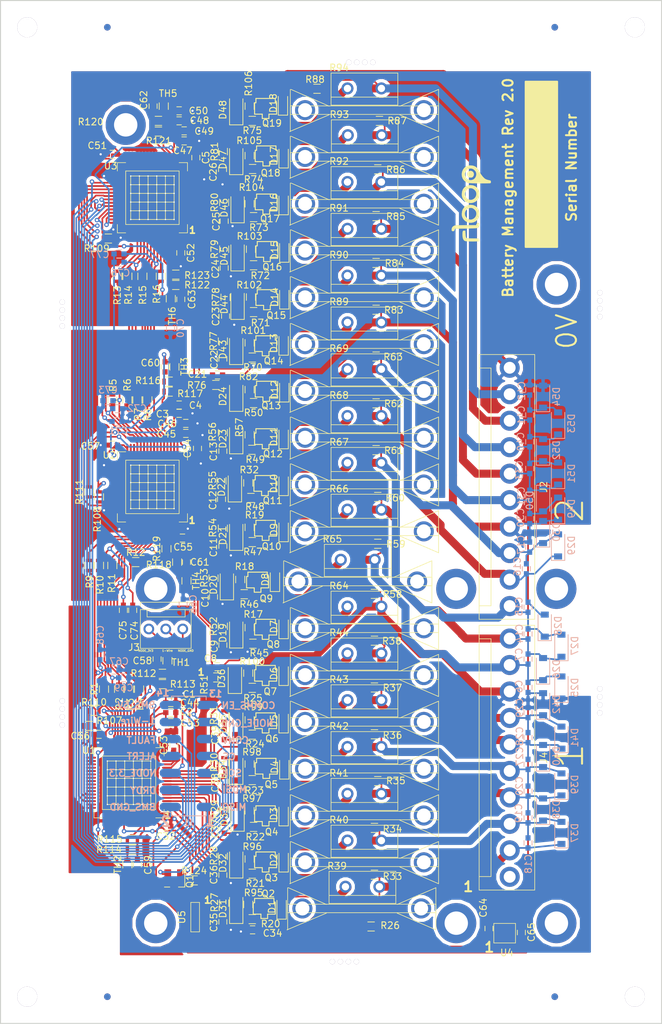
<source format=kicad_pcb>
(kicad_pcb (version 4) (host pcbnew 4.0.6)
  (layers (0 F.Cu signal) (31 B.Cu signal) (34 B.Paste user) (35 F.Paste user) (36 B.SilkS user) (37 F.SilkS user) (38 B.Mask user) (39 F.Mask user) (44 Edge.Cuts user))
  (net 0 "")
  (net 1 GND_1)
  (net 2 GND_2)
  (net 3 "/CONTROLLER 2/MBAT7")
  (net 4 "/CONTROLLER 2/MBAT6")
  (net 5 "/CONTROLLER 2/MBAT5")
  (net 6 "/CONTROLLER 2/MBAT4")
  (net 7 "/CONTROLLER 2/MBAT3")
  (net 8 "/CONTROLLER 2/MBAT2")
  (net 9 "/CONTROLLER 1/MBAT7")
  (net 10 "/CONTROLLER 1/MBAT6")
  (net 11 "/CONTROLLER 1/MBAT5")
  (net 12 "/CONTROLLER 1/MBAT4")
  (net 13 "/CONTROLLER 1/MBAT3")
  (net 14 "/CONTROLLER 1/MBAT2")
  (net 15 GND_3)
  (net 16 VDDHV_3)
  (net 17 "/CONTROLLER 3/MBAT7")
  (net 18 "/CONTROLLER 3/MBAT6")
  (net 19 "/CONTROLLER 3/MBAT5")
  (net 20 "/CONTROLLER 3/MBAT4")
  (net 21 "/CONTROLLER 3/MBAT3")
  (net 22 "/CONTROLLER 3/MBAT2")
  (net 23 "Net-(D1-Pad1)")
  (net 24 "Net-(D2-Pad1)")
  (net 25 "Net-(D3-Pad1)")
  (net 26 "Net-(D4-Pad1)")
  (net 27 "Net-(D5-Pad1)")
  (net 28 "Net-(D6-Pad1)")
  (net 29 "Net-(D7-Pad1)")
  (net 30 "Net-(D8-Pad1)")
  (net 31 "Net-(D9-Pad1)")
  (net 32 "Net-(D10-Pad1)")
  (net 33 "Net-(D11-Pad1)")
  (net 34 "Net-(D12-Pad1)")
  (net 35 "Net-(D13-Pad1)")
  (net 36 "Net-(D14-Pad1)")
  (net 37 "Net-(D15-Pad1)")
  (net 38 "Net-(D16-Pad1)")
  (net 39 "Net-(D17-Pad1)")
  (net 40 "Net-(D18-Pad1)")
  (net 41 "/MCU Connector/MISO_TO_PWR_NODE")
  (net 42 "/MCU Connector/MOSI_FROM_PWR_NODE")
  (net 43 "/MCU Connector/SCK_FROM_PWR_NODE")
  (net 44 MCU_3V3)
  (net 45 MCU_GND)
  (net 46 "Net-(R6-Pad2)")
  (net 47 "Net-(D1-Pad2)")
  (net 48 "Net-(D2-Pad2)")
  (net 49 "Net-(D3-Pad2)")
  (net 50 "Net-(D4-Pad2)")
  (net 51 "Net-(D5-Pad2)")
  (net 52 "Net-(D6-Pad2)")
  (net 53 "Net-(D7-Pad2)")
  (net 54 "Net-(D8-Pad2)")
  (net 55 "Net-(D9-Pad2)")
  (net 56 "Net-(D10-Pad2)")
  (net 57 "Net-(D11-Pad2)")
  (net 58 "Net-(D12-Pad2)")
  (net 59 "Net-(D13-Pad2)")
  (net 60 "Net-(D14-Pad2)")
  (net 61 "Net-(D15-Pad2)")
  (net 62 "Net-(D16-Pad2)")
  (net 63 "Net-(D17-Pad2)")
  (net 64 "Net-(D18-Pad2)")
  (net 65 5V_1)
  (net 66 "Net-(C5-Pad2)")
  (net 67 /DISCHARGE_2/CELL_5)
  (net 68 /DISCHARGE_2/CELL_4)
  (net 69 /DISCHARGE_2/CELL_3)
  (net 70 /DISCHARGE_2/CELL_2)
  (net 71 /DISCHARGE_2/CELL_1)
  (net 72 /DISCHARGE_3/CELL_5)
  (net 73 /DISCHARGE_3/CELL_4)
  (net 74 /DISCHARGE_3/CELL_3)
  (net 75 /DISCHARGE_3/CELL_2)
  (net 76 /DISCHARGE_3/CELL_1)
  (net 77 /DISCHARGE_1/CELL_5)
  (net 78 /DISCHARGE_1/CELL_4)
  (net 79 /DISCHARGE_1/CELL_3)
  (net 80 /DISCHARGE_1/CELL_2)
  (net 81 /DISCHARGE_1/CELL_1)
  (net 82 "Net-(D19-Pad1)")
  (net 83 "Net-(D20-Pad1)")
  (net 84 "Net-(D21-Pad1)")
  (net 85 "Net-(D22-Pad1)")
  (net 86 "Net-(D23-Pad1)")
  (net 87 "Net-(D24-Pad1)")
  (net 88 "Net-(D31-Pad1)")
  (net 89 "Net-(D32-Pad1)")
  (net 90 "Net-(D33-Pad1)")
  (net 91 "Net-(D34-Pad1)")
  (net 92 "Net-(D35-Pad1)")
  (net 93 "Net-(D36-Pad1)")
  (net 94 "Net-(D43-Pad1)")
  (net 95 "Net-(D44-Pad1)")
  (net 96 "Net-(D45-Pad1)")
  (net 97 "Net-(D46-Pad1)")
  (net 98 "Net-(D47-Pad1)")
  (net 99 "Net-(D48-Pad1)")
  (net 100 "/CONTROLLER 1/CS_H")
  (net 101 "Net-(R1-Pad1)")
  (net 102 "/CONTROLLER 2/SDO_N")
  (net 103 "/CONTROLLER 2/FAULT_N")
  (net 104 "Net-(R2-Pad2)")
  (net 105 "Net-(R3-Pad1)")
  (net 106 "/CONTROLLER 2/ALERT_N")
  (net 107 "Net-(R4-Pad1)")
  (net 108 "/CONTROLLER 2/DRDY_N")
  (net 109 "/CONTROLLER 1/SDO_N")
  (net 110 "Net-(R5-Pad2)")
  (net 111 "/CONTROLLER 1/FAULT_N")
  (net 112 "/CONTROLLER 1/ALERT_N")
  (net 113 "Net-(R7-Pad2)")
  (net 114 "/CONTROLLER 1/DRDY_N")
  (net 115 "Net-(R8-Pad2)")
  (net 116 "/CONTROLLER 2/CS_N")
  (net 117 "Net-(R9-Pad2)")
  (net 118 "/CONTROLLER 2/SDI_N")
  (net 119 "Net-(R10-Pad2)")
  (net 120 "/CONTROLLER 2/SCLK_N")
  (net 121 "Net-(R11-Pad2)")
  (net 122 "/CONTROLLER 2/CONV_N")
  (net 123 "Net-(R12-Pad2)")
  (net 124 "/CONTROLLER 1/CS_N")
  (net 125 "Net-(R13-Pad2)")
  (net 126 "/CONTROLLER 1/SDI_N")
  (net 127 "Net-(R14-Pad2)")
  (net 128 "/CONTROLLER 1/SCLK_N")
  (net 129 "Net-(R15-Pad2)")
  (net 130 "/CONTROLLER 1/CONV_N")
  (net 131 "Net-(R16-Pad2)")
  (net 132 /DISCHARGE_3/DISCHARGE_6)
  (net 133 /DISCHARGE_3/DISCHARGE_5)
  (net 134 /DISCHARGE_3/DISCHARGE_4)
  (net 135 /DISCHARGE_3/DISCHARGE_3)
  (net 136 /DISCHARGE_3/DISCHARGE_2)
  (net 137 /DISCHARGE_3/DISCHARGE_1)
  (net 138 /DISCHARGE_2/DISCHARGE_6)
  (net 139 /DISCHARGE_2/DISCHARGE_5)
  (net 140 /DISCHARGE_2/DISCHARGE_4)
  (net 141 /DISCHARGE_2/DISCHARGE_3)
  (net 142 /DISCHARGE_2/DISCHARGE_2)
  (net 143 /DISCHARGE_2/DISCHARGE_1)
  (net 144 /DISCHARGE_1/DISCHARGE_6)
  (net 145 /DISCHARGE_1/DISCHARGE_5)
  (net 146 /DISCHARGE_1/DISCHARGE_4)
  (net 147 /DISCHARGE_1/DISCHARGE_3)
  (net 148 /DISCHARGE_1/DISCHARGE_2)
  (net 149 /DISCHARGE_1/DISCHARGE_1)
  (net 150 "Net-(U1-Pad30)")
  (net 151 "Net-(U1-Pad31)")
  (net 152 5V_3)
  (net 153 "Net-(U1-Pad36)")
  (net 154 "Net-(U1-Pad37)")
  (net 155 "Net-(U1-Pad38)")
  (net 156 "Net-(U1-Pad39)")
  (net 157 "Net-(U1-Pad40)")
  (net 158 "Net-(U1-Pad41)")
  (net 159 "Net-(U1-Pad42)")
  (net 160 "Net-(U1-Pad43)")
  (net 161 "Net-(U1-Pad51)")
  (net 162 "Net-(U1-Pad62)")
  (net 163 "Net-(U2-Pad30)")
  (net 164 "Net-(U2-Pad31)")
  (net 165 5V_2)
  (net 166 "Net-(U2-Pad36)")
  (net 167 "Net-(U2-Pad37)")
  (net 168 "Net-(U2-Pad38)")
  (net 169 "Net-(U2-Pad39)")
  (net 170 "Net-(U2-Pad40)")
  (net 171 "Net-(U2-Pad41)")
  (net 172 "Net-(U2-Pad42)")
  (net 173 "Net-(U2-Pad43)")
  (net 174 "Net-(U2-Pad51)")
  (net 175 "Net-(U2-Pad62)")
  (net 176 "Net-(U3-Pad30)")
  (net 177 "Net-(U3-Pad31)")
  (net 178 "Net-(U3-Pad51)")
  (net 179 "Net-(U3-Pad62)")
  (net 180 "Net-(C1-Pad2)")
  (net 181 "Net-(C3-Pad2)")
  (net 182 "Net-(C47-Pad2)")
  (net 183 "Net-(C48-Pad1)")
  (net 184 "Net-(R107-Pad1)")
  (net 185 "Net-(R108-Pad1)")
  (net 186 "Net-(R109-Pad1)")
  (net 187 "Net-(C53-Pad1)")
  (net 188 "Net-(C54-Pad1)")
  (net 189 LDOA_3)
  (net 190 LDOA_2)
  (net 191 "Net-(R110-Pad1)")
  (net 192 "Net-(R111-Pad1)")
  (net 193 "Net-(C58-Pad1)")
  (net 194 "Net-(C59-Pad2)")
  (net 195 "Net-(C60-Pad1)")
  (net 196 "Net-(C61-Pad2)")
  (net 197 "Net-(C62-Pad2)")
  (net 198 "Net-(C63-Pad1)")
  (net 199 "Net-(R112-Pad2)")
  (net 200 "Net-(R113-Pad1)")
  (net 201 "Net-(R114-Pad2)")
  (net 202 "Net-(R115-Pad1)")
  (net 203 "Net-(R116-Pad2)")
  (net 204 "Net-(R117-Pad1)")
  (net 205 "Net-(R118-Pad2)")
  (net 206 "Net-(R119-Pad1)")
  (net 207 "Net-(R120-Pad2)")
  (net 208 "Net-(R121-Pad1)")
  (net 209 "Net-(R122-Pad2)")
  (net 210 "Net-(R123-Pad1)")
  (net 211 "Net-(C65-Pad1)")
  (net 212 "/ISO POWER/5V_ISO")
  (net 213 "Net-(U4-Pad3)")
  (net 214 "Net-(U4-Pad7)")
  (net 215 "Net-(U4-Pad2)")
  (net 216 "Net-(C64-Pad1)")
  (net 217 "/ISO POWER/COMMS_EN")
  (net 218 "Net-(Q1-Pad3)")
  (net 219 "Net-(R124-Pad2)")
  (net 220 "/CONTROLLER 1/DRDY_H")
  (net 221 "/CONTROLLER 1/ALERT_H")
  (net 222 "/CONTROLLER 1/FAULT_H")
  (net 223 "/CONTROLLER 1/CONV_H")
  (net 224 "Net-(J1-Pad12)")
  (net 225 "Net-(J4-Pad10)")
  (module rLoop_Footprints:Fiducial_1mm (layer B.Cu) (at 121.5 37 270)
    (fp_text reference REF** hide)
    (fp_text value Fiducial_1mm hide)
    (pad 0 smd circle (at 0 0 270) (size 1 1) (layers B.Cu B.Paste B.Mask))
  )
  (module rLoop_Footprints:Fiducial_1mm (layer F.Cu) (at 121.5 37 90)
    (fp_text reference REF** hide)
    (fp_text value Fiducial_1mm hide)
    (pad 0 smd circle (at 0 0 90) (size 1 1) (layers F.Cu F.Paste F.Mask))
  )
  (module rLoop_Footprints:Fiducial_1mm (layer B.Cu) (at 54.5 37 270)
    (fp_text reference REF** hide)
    (fp_text value Fiducial_1mm hide)
    (pad 0 smd circle (at 0 0 270) (size 1 1) (layers B.Cu B.Paste B.Mask))
  )
  (module rLoop_Footprints:Fiducial_1mm (layer F.Cu) (at 54.5 37 90)
    (fp_text reference REF** hide)
    (fp_text value Fiducial_1mm hide)
    (pad 0 smd circle (at 0 0 90) (size 1 1) (layers F.Cu F.Paste F.Mask))
  )
  (module rLoop_Footprints:Fiducial_1mm (layer B.Cu) (at 54.5 182 270)
    (fp_text reference REF** hide)
    (fp_text value Fiducial_1mm hide)
    (pad 0 smd circle (at 0 0 270) (size 1 1) (layers B.Cu B.Paste B.Mask))
  )
  (module rLoop_Footprints:Fiducial_1mm (layer F.Cu) (at 54.5 182 90)
    (fp_text reference REF** hide)
    (fp_text value Fiducial_1mm hide)
    (pad 0 smd circle (at 0 0 90) (size 1 1) (layers F.Cu F.Paste F.Mask))
  )
  (module rLoop_Footprints:Fiducial_1mm (layer B.Cu) (at 121.5 182 270)
    (fp_text reference REF** hide)
    (fp_text value Fiducial_1mm hide)
    (pad 0 smd circle (at 0 0 270) (size 1 1) (layers B.Cu B.Paste B.Mask))
  )
  (module rLoop_Footprints:tooling_3mm (layer F.Cu) (at 133.5 182)
    (fp_text reference REF** hide)
    (fp_text value tooling_3mm hide)
    (pad 1 thru_hole circle (at 0 0) (size 3 3) (drill 3) (layers *.Cu *.Mask))
  )
  (module rLoop_Footprints:tooling_3mm (layer F.Cu) (at 42.5 182)
    (fp_text reference REF** hide)
    (fp_text value tooling_3mm hide)
    (pad 1 thru_hole circle (at 0 0) (size 3 3) (drill 3) (layers *.Cu *.Mask))
  )
  (module rLoop_Footprints:tooling_3mm (layer F.Cu) (at 42.5 37)
    (fp_text reference REF** hide)
    (fp_text value tooling_3mm hide)
    (pad 1 thru_hole circle (at 0 0) (size 3 3) (drill 3) (layers *.Cu *.Mask))
  )
  (module rLoop_Footprints:mouse_bite (layer F.Cu) (at 47.75 79.9 90)
    (fp_text reference REF** hide)
    (fp_text value mouse_bite hide)
    (pad 0 thru_hole circle (at -1.8 0 90) (size 0.8 0.8) (drill 0.8) (layers *.Cu *.Mask))
    (pad 0 thru_hole circle (at 1.8 0 90) (size 0.8 0.8) (drill 0.8) (layers *.Cu *.Mask))
    (pad 0 thru_hole circle (at 0.6 0 90) (size 0.8 0.8) (drill 0.8) (layers *.Cu *.Mask))
    (pad 0 thru_hole circle (at -0.6 0 90) (size 0.8 0.8) (drill 0.8) (layers *.Cu *.Mask))
  )
  (module rLoop_Footprints:mouse_bite (layer F.Cu) (at 47.75 139.55 90)
    (fp_text reference REF** hide)
    (fp_text value mouse_bite hide)
    (pad 0 thru_hole circle (at -1.8 0 90) (size 0.8 0.8) (drill 0.8) (layers *.Cu *.Mask))
    (pad 0 thru_hole circle (at 1.8 0 90) (size 0.8 0.8) (drill 0.8) (layers *.Cu *.Mask))
    (pad 0 thru_hole circle (at 0.6 0 90) (size 0.8 0.8) (drill 0.8) (layers *.Cu *.Mask))
    (pad 0 thru_hole circle (at -0.6 0 90) (size 0.8 0.8) (drill 0.8) (layers *.Cu *.Mask))
  )
  (module rLoop_Footprints:mouse_bite (layer F.Cu) (at 92.45 42.25 180)
    (fp_text reference REF** hide)
    (fp_text value mouse_bite hide)
    (pad 0 thru_hole circle (at -1.8 0 180) (size 0.8 0.8) (drill 0.8) (layers *.Cu *.Mask))
    (pad 0 thru_hole circle (at 1.8 0 180) (size 0.8 0.8) (drill 0.8) (layers *.Cu *.Mask))
    (pad 0 thru_hole circle (at 0.6 0 180) (size 0.8 0.8) (drill 0.8) (layers *.Cu *.Mask))
    (pad 0 thru_hole circle (at -0.6 0 180) (size 0.8 0.8) (drill 0.8) (layers *.Cu *.Mask))
  )
  (module rLoop_Footprints:mouse_bite (layer F.Cu) (at 128.25 137.75 90)
    (fp_text reference REF** hide)
    (fp_text value mouse_bite hide)
    (pad 0 thru_hole circle (at -1.8 0 90) (size 0.8 0.8) (drill 0.8) (layers *.Cu *.Mask))
    (pad 0 thru_hole circle (at 1.8 0 90) (size 0.8 0.8) (drill 0.8) (layers *.Cu *.Mask))
    (pad 0 thru_hole circle (at 0.6 0 90) (size 0.8 0.8) (drill 0.8) (layers *.Cu *.Mask))
    (pad 0 thru_hole circle (at -0.6 0 90) (size 0.8 0.8) (drill 0.8) (layers *.Cu *.Mask))
  )
  (module rLoop_Footprints:mouse_bite (layer F.Cu) (at 90 176.75 180)
    (fp_text reference REF** hide)
    (fp_text value mouse_bite hide)
    (pad 0 thru_hole circle (at -1.8 0 180) (size 0.8 0.8) (drill 0.8) (layers *.Cu *.Mask))
    (pad 0 thru_hole circle (at 1.8 0 180) (size 0.8 0.8) (drill 0.8) (layers *.Cu *.Mask))
    (pad 0 thru_hole circle (at 0.6 0 180) (size 0.8 0.8) (drill 0.8) (layers *.Cu *.Mask))
    (pad 0 thru_hole circle (at -0.6 0 180) (size 0.8 0.8) (drill 0.8) (layers *.Cu *.Mask))
  )
  (module rLoop_Footprints:.3MMVia (layer F.Cu) (at 64.5 65.75)
    (fp_text reference REF** hide)
    (fp_text value .3MMVia hide)
    (pad 1 thru_hole circle (at 0 0) (size 0.21 0.21) (drill 0.2) (layers *.Cu *.Mask) (net 1 GND_1))
  )
  (module rLoop_Footprints:.3MMVia (layer F.Cu) (at 63.2 65.75)
    (fp_text reference REF** hide)
    (fp_text value .3MMVia hide)
    (pad 1 thru_hole circle (at 0 0) (size 0.21 0.21) (drill 0.2) (layers *.Cu *.Mask) (net 1 GND_1))
  )
  (module rLoop_Footprints:.3MMVia (layer F.Cu) (at 61.9 65.75)
    (fp_text reference REF** hide)
    (fp_text value .3MMVia hide)
    (pad 1 thru_hole circle (at 0 0) (size 0.21 0.21) (drill 0.2) (layers *.Cu *.Mask) (net 1 GND_1))
  )
  (module rLoop_Footprints:.3MMVia (layer F.Cu) (at 60.6 65.75)
    (fp_text reference REF** hide)
    (fp_text value .3MMVia hide)
    (pad 1 thru_hole circle (at 0 0) (size 0.21 0.21) (drill 0.2) (layers *.Cu *.Mask) (net 1 GND_1))
  )
  (module rLoop_Footprints:.3MMVia (layer F.Cu) (at 59.3 65.75)
    (fp_text reference REF** hide)
    (fp_text value .3MMVia hide)
    (pad 1 thru_hole circle (at 0 0) (size 0.21 0.21) (drill 0.2) (layers *.Cu *.Mask) (net 1 GND_1))
  )
  (module rLoop_Footprints:.3MMVia (layer F.Cu) (at 58 65.75)
    (fp_text reference REF** hide)
    (fp_text value .3MMVia hide)
    (pad 1 thru_hole circle (at 0 0) (size 0.21 0.21) (drill 0.2) (layers *.Cu *.Mask) (net 1 GND_1))
  )
  (module rLoop_Footprints:.3MMVia (layer F.Cu) (at 64.5 64.45)
    (fp_text reference REF** hide)
    (fp_text value .3MMVia hide)
    (pad 1 thru_hole circle (at 0 0) (size 0.21 0.21) (drill 0.2) (layers *.Cu *.Mask) (net 1 GND_1))
  )
  (module rLoop_Footprints:.3MMVia (layer F.Cu) (at 63.2 64.45)
    (fp_text reference REF** hide)
    (fp_text value .3MMVia hide)
    (pad 1 thru_hole circle (at 0 0) (size 0.21 0.21) (drill 0.2) (layers *.Cu *.Mask) (net 1 GND_1))
  )
  (module rLoop_Footprints:.3MMVia (layer F.Cu) (at 61.9 64.45)
    (fp_text reference REF** hide)
    (fp_text value .3MMVia hide)
    (pad 1 thru_hole circle (at 0 0) (size 0.21 0.21) (drill 0.2) (layers *.Cu *.Mask) (net 1 GND_1))
  )
  (module rLoop_Footprints:.3MMVia (layer F.Cu) (at 60.6 64.45)
    (fp_text reference REF** hide)
    (fp_text value .3MMVia hide)
    (pad 1 thru_hole circle (at 0 0) (size 0.21 0.21) (drill 0.2) (layers *.Cu *.Mask) (net 1 GND_1))
  )
  (module rLoop_Footprints:.3MMVia (layer F.Cu) (at 59.3 64.45)
    (fp_text reference REF** hide)
    (fp_text value .3MMVia hide)
    (pad 1 thru_hole circle (at 0 0) (size 0.21 0.21) (drill 0.2) (layers *.Cu *.Mask) (net 1 GND_1))
  )
  (module rLoop_Footprints:.3MMVia (layer F.Cu) (at 58 64.45)
    (fp_text reference REF** hide)
    (fp_text value .3MMVia hide)
    (pad 1 thru_hole circle (at 0 0) (size 0.21 0.21) (drill 0.2) (layers *.Cu *.Mask) (net 1 GND_1))
  )
  (module rLoop_Footprints:.3MMVia (layer F.Cu) (at 64.5 63.15)
    (fp_text reference REF** hide)
    (fp_text value .3MMVia hide)
    (pad 1 thru_hole circle (at 0 0) (size 0.21 0.21) (drill 0.2) (layers *.Cu *.Mask) (net 1 GND_1))
  )
  (module rLoop_Footprints:.3MMVia (layer F.Cu) (at 63.2 63.15)
    (fp_text reference REF** hide)
    (fp_text value .3MMVia hide)
    (pad 1 thru_hole circle (at 0 0) (size 0.21 0.21) (drill 0.2) (layers *.Cu *.Mask) (net 1 GND_1))
  )
  (module rLoop_Footprints:.3MMVia (layer F.Cu) (at 61.9 63.15)
    (fp_text reference REF** hide)
    (fp_text value .3MMVia hide)
    (pad 1 thru_hole circle (at 0 0) (size 0.21 0.21) (drill 0.2) (layers *.Cu *.Mask) (net 1 GND_1))
  )
  (module rLoop_Footprints:.3MMVia (layer F.Cu) (at 60.6 63.15)
    (fp_text reference REF** hide)
    (fp_text value .3MMVia hide)
    (pad 1 thru_hole circle (at 0 0) (size 0.21 0.21) (drill 0.2) (layers *.Cu *.Mask) (net 1 GND_1))
  )
  (module rLoop_Footprints:.3MMVia (layer F.Cu) (at 59.3 63.15)
    (fp_text reference REF** hide)
    (fp_text value .3MMVia hide)
    (pad 1 thru_hole circle (at 0 0) (size 0.21 0.21) (drill 0.2) (layers *.Cu *.Mask) (net 1 GND_1))
  )
  (module rLoop_Footprints:.3MMVia (layer F.Cu) (at 58 63.15)
    (fp_text reference REF** hide)
    (fp_text value .3MMVia hide)
    (pad 1 thru_hole circle (at 0 0) (size 0.21 0.21) (drill 0.2) (layers *.Cu *.Mask) (net 1 GND_1))
  )
  (module rLoop_Footprints:.3MMVia (layer F.Cu) (at 64.5 61.85)
    (fp_text reference REF** hide)
    (fp_text value .3MMVia hide)
    (pad 1 thru_hole circle (at 0 0) (size 0.21 0.21) (drill 0.2) (layers *.Cu *.Mask) (net 1 GND_1))
  )
  (module rLoop_Footprints:.3MMVia (layer F.Cu) (at 63.2 61.85)
    (fp_text reference REF** hide)
    (fp_text value .3MMVia hide)
    (pad 1 thru_hole circle (at 0 0) (size 0.21 0.21) (drill 0.2) (layers *.Cu *.Mask) (net 1 GND_1))
  )
  (module rLoop_Footprints:.3MMVia (layer F.Cu) (at 61.9 61.85)
    (fp_text reference REF** hide)
    (fp_text value .3MMVia hide)
    (pad 1 thru_hole circle (at 0 0) (size 0.21 0.21) (drill 0.2) (layers *.Cu *.Mask) (net 1 GND_1))
  )
  (module rLoop_Footprints:.3MMVia (layer F.Cu) (at 60.6 61.85)
    (fp_text reference REF** hide)
    (fp_text value .3MMVia hide)
    (pad 1 thru_hole circle (at 0 0) (size 0.21 0.21) (drill 0.2) (layers *.Cu *.Mask) (net 1 GND_1))
  )
  (module rLoop_Footprints:.3MMVia (layer F.Cu) (at 59.3 61.85)
    (fp_text reference REF** hide)
    (fp_text value .3MMVia hide)
    (pad 1 thru_hole circle (at 0 0) (size 0.21 0.21) (drill 0.2) (layers *.Cu *.Mask) (net 1 GND_1))
  )
  (module rLoop_Footprints:.3MMVia (layer F.Cu) (at 58 61.85)
    (fp_text reference REF** hide)
    (fp_text value .3MMVia hide)
    (pad 1 thru_hole circle (at 0 0) (size 0.21 0.21) (drill 0.2) (layers *.Cu *.Mask) (net 1 GND_1))
  )
  (module rLoop_Footprints:.3MMVia (layer F.Cu) (at 64.5 60.55)
    (fp_text reference REF** hide)
    (fp_text value .3MMVia hide)
    (pad 1 thru_hole circle (at 0 0) (size 0.21 0.21) (drill 0.2) (layers *.Cu *.Mask) (net 1 GND_1))
  )
  (module rLoop_Footprints:.3MMVia (layer F.Cu) (at 63.2 60.55)
    (fp_text reference REF** hide)
    (fp_text value .3MMVia hide)
    (pad 1 thru_hole circle (at 0 0) (size 0.21 0.21) (drill 0.2) (layers *.Cu *.Mask) (net 1 GND_1))
  )
  (module rLoop_Footprints:.3MMVia (layer F.Cu) (at 61.9 60.55)
    (fp_text reference REF** hide)
    (fp_text value .3MMVia hide)
    (pad 1 thru_hole circle (at 0 0) (size 0.21 0.21) (drill 0.2) (layers *.Cu *.Mask) (net 1 GND_1))
  )
  (module rLoop_Footprints:.3MMVia (layer F.Cu) (at 60.6 60.55)
    (fp_text reference REF** hide)
    (fp_text value .3MMVia hide)
    (pad 1 thru_hole circle (at 0 0) (size 0.21 0.21) (drill 0.2) (layers *.Cu *.Mask) (net 1 GND_1))
  )
  (module rLoop_Footprints:.3MMVia (layer F.Cu) (at 59.3 60.55)
    (fp_text reference REF** hide)
    (fp_text value .3MMVia hide)
    (pad 1 thru_hole circle (at 0 0) (size 0.21 0.21) (drill 0.2) (layers *.Cu *.Mask) (net 1 GND_1))
  )
  (module rLoop_Footprints:.3MMVia (layer F.Cu) (at 58 60.55)
    (fp_text reference REF** hide)
    (fp_text value .3MMVia hide)
    (pad 1 thru_hole circle (at 0 0) (size 0.21 0.21) (drill 0.2) (layers *.Cu *.Mask) (net 1 GND_1))
  )
  (module rLoop_Footprints:.3MMVia (layer F.Cu) (at 64.5 59.25)
    (fp_text reference REF** hide)
    (fp_text value .3MMVia hide)
    (pad 1 thru_hole circle (at 0 0) (size 0.21 0.21) (drill 0.2) (layers *.Cu *.Mask) (net 1 GND_1))
  )
  (module rLoop_Footprints:.3MMVia (layer F.Cu) (at 63.2 59.25)
    (fp_text reference REF** hide)
    (fp_text value .3MMVia hide)
    (pad 1 thru_hole circle (at 0 0) (size 0.21 0.21) (drill 0.2) (layers *.Cu *.Mask) (net 1 GND_1))
  )
  (module rLoop_Footprints:.3MMVia (layer F.Cu) (at 61.9 59.25)
    (fp_text reference REF** hide)
    (fp_text value .3MMVia hide)
    (pad 1 thru_hole circle (at 0 0) (size 0.21 0.21) (drill 0.2) (layers *.Cu *.Mask) (net 1 GND_1))
  )
  (module rLoop_Footprints:.3MMVia (layer F.Cu) (at 60.6 59.25)
    (fp_text reference REF** hide)
    (fp_text value .3MMVia hide)
    (pad 1 thru_hole circle (at 0 0) (size 0.21 0.21) (drill 0.2) (layers *.Cu *.Mask) (net 1 GND_1))
  )
  (module rLoop_Footprints:.3MMVia (layer F.Cu) (at 59.3 59.25)
    (fp_text reference REF** hide)
    (fp_text value .3MMVia hide)
    (pad 1 thru_hole circle (at 0 0) (size 0.21 0.21) (drill 0.2) (layers *.Cu *.Mask) (net 1 GND_1))
  )
  (module rLoop_Footprints:.3MMVia (layer F.Cu) (at 64.5 109)
    (fp_text reference REF** hide)
    (fp_text value .3MMVia hide)
    (pad 1 thru_hole circle (at 0 0) (size 0.3 0.3) (drill 0.2) (layers *.Cu *.Mask) (net 2 GND_2))
  )
  (module rLoop_Footprints:.3MMVia (layer F.Cu) (at 63.2 109)
    (fp_text reference REF** hide)
    (fp_text value .3MMVia hide)
    (pad 1 thru_hole circle (at 0 0) (size 0.3 0.3) (drill 0.2) (layers *.Cu *.Mask) (net 2 GND_2))
  )
  (module rLoop_Footprints:.3MMVia (layer F.Cu) (at 61.9 109)
    (fp_text reference REF** hide)
    (fp_text value .3MMVia hide)
    (pad 1 thru_hole circle (at 0 0) (size 0.3 0.3) (drill 0.2) (layers *.Cu *.Mask) (net 2 GND_2))
  )
  (module rLoop_Footprints:.3MMVia (layer F.Cu) (at 60.6 109)
    (fp_text reference REF** hide)
    (fp_text value .3MMVia hide)
    (pad 1 thru_hole circle (at 0 0) (size 0.3 0.3) (drill 0.2) (layers *.Cu *.Mask) (net 2 GND_2))
  )
  (module rLoop_Footprints:.3MMVia (layer F.Cu) (at 59.3 109)
    (fp_text reference REF** hide)
    (fp_text value .3MMVia hide)
    (pad 1 thru_hole circle (at 0 0) (size 0.3 0.3) (drill 0.2) (layers *.Cu *.Mask) (net 2 GND_2))
  )
  (module rLoop_Footprints:.3MMVia (layer F.Cu) (at 58 109)
    (fp_text reference REF** hide)
    (fp_text value .3MMVia hide)
    (pad 1 thru_hole circle (at 0 0) (size 0.3 0.3) (drill 0.2) (layers *.Cu *.Mask) (net 2 GND_2))
  )
  (module rLoop_Footprints:.3MMVia (layer F.Cu) (at 64.5 107.7)
    (fp_text reference REF** hide)
    (fp_text value .3MMVia hide)
    (pad 1 thru_hole circle (at 0 0) (size 0.3 0.3) (drill 0.2) (layers *.Cu *.Mask) (net 2 GND_2))
  )
  (module rLoop_Footprints:.3MMVia (layer F.Cu) (at 63.2 107.7)
    (fp_text reference REF** hide)
    (fp_text value .3MMVia hide)
    (pad 1 thru_hole circle (at 0 0) (size 0.3 0.3) (drill 0.2) (layers *.Cu *.Mask) (net 2 GND_2))
  )
  (module rLoop_Footprints:.3MMVia (layer F.Cu) (at 61.9 107.7)
    (fp_text reference REF** hide)
    (fp_text value .3MMVia hide)
    (pad 1 thru_hole circle (at 0 0) (size 0.3 0.3) (drill 0.2) (layers *.Cu *.Mask) (net 2 GND_2))
  )
  (module rLoop_Footprints:.3MMVia (layer F.Cu) (at 60.6 107.7)
    (fp_text reference REF** hide)
    (fp_text value .3MMVia hide)
    (pad 1 thru_hole circle (at 0 0) (size 0.3 0.3) (drill 0.2) (layers *.Cu *.Mask) (net 2 GND_2))
  )
  (module rLoop_Footprints:.3MMVia (layer F.Cu) (at 59.3 107.7)
    (fp_text reference REF** hide)
    (fp_text value .3MMVia hide)
    (pad 1 thru_hole circle (at 0 0) (size 0.3 0.3) (drill 0.2) (layers *.Cu *.Mask) (net 2 GND_2))
  )
  (module rLoop_Footprints:.3MMVia (layer F.Cu) (at 58 107.7)
    (fp_text reference REF** hide)
    (fp_text value .3MMVia hide)
    (pad 1 thru_hole circle (at 0 0) (size 0.3 0.3) (drill 0.2) (layers *.Cu *.Mask) (net 2 GND_2))
  )
  (module rLoop_Footprints:.3MMVia (layer F.Cu) (at 64.5 106.4)
    (fp_text reference REF** hide)
    (fp_text value .3MMVia hide)
    (pad 1 thru_hole circle (at 0 0) (size 0.3 0.3) (drill 0.2) (layers *.Cu *.Mask) (net 2 GND_2))
  )
  (module rLoop_Footprints:.3MMVia (layer F.Cu) (at 63.2 106.4)
    (fp_text reference REF** hide)
    (fp_text value .3MMVia hide)
    (pad 1 thru_hole circle (at 0 0) (size 0.3 0.3) (drill 0.2) (layers *.Cu *.Mask) (net 2 GND_2))
  )
  (module rLoop_Footprints:.3MMVia (layer F.Cu) (at 61.9 106.4)
    (fp_text reference REF** hide)
    (fp_text value .3MMVia hide)
    (pad 1 thru_hole circle (at 0 0) (size 0.3 0.3) (drill 0.2) (layers *.Cu *.Mask) (net 2 GND_2))
  )
  (module rLoop_Footprints:.3MMVia (layer F.Cu) (at 60.6 106.4)
    (fp_text reference REF** hide)
    (fp_text value .3MMVia hide)
    (pad 1 thru_hole circle (at 0 0) (size 0.3 0.3) (drill 0.2) (layers *.Cu *.Mask) (net 2 GND_2))
  )
  (module rLoop_Footprints:.3MMVia (layer F.Cu) (at 59.3 106.4)
    (fp_text reference REF** hide)
    (fp_text value .3MMVia hide)
    (pad 1 thru_hole circle (at 0 0) (size 0.3 0.3) (drill 0.2) (layers *.Cu *.Mask) (net 2 GND_2))
  )
  (module rLoop_Footprints:.3MMVia (layer F.Cu) (at 58 106.4)
    (fp_text reference REF** hide)
    (fp_text value .3MMVia hide)
    (pad 1 thru_hole circle (at 0 0) (size 0.3 0.3) (drill 0.2) (layers *.Cu *.Mask) (net 2 GND_2))
  )
  (module rLoop_Footprints:.3MMVia (layer F.Cu) (at 64.5 105.1)
    (fp_text reference REF** hide)
    (fp_text value .3MMVia hide)
    (pad 1 thru_hole circle (at 0 0) (size 0.3 0.3) (drill 0.2) (layers *.Cu *.Mask) (net 2 GND_2))
  )
  (module rLoop_Footprints:.3MMVia (layer F.Cu) (at 63.2 105.1)
    (fp_text reference REF** hide)
    (fp_text value .3MMVia hide)
    (pad 1 thru_hole circle (at 0 0) (size 0.3 0.3) (drill 0.2) (layers *.Cu *.Mask) (net 2 GND_2))
  )
  (module rLoop_Footprints:.3MMVia (layer F.Cu) (at 61.9 105.1)
    (fp_text reference REF** hide)
    (fp_text value .3MMVia hide)
    (pad 1 thru_hole circle (at 0 0) (size 0.3 0.3) (drill 0.2) (layers *.Cu *.Mask) (net 2 GND_2))
  )
  (module rLoop_Footprints:.3MMVia (layer F.Cu) (at 60.6 105.1)
    (fp_text reference REF** hide)
    (fp_text value .3MMVia hide)
    (pad 1 thru_hole circle (at 0 0) (size 0.3 0.3) (drill 0.2) (layers *.Cu *.Mask) (net 2 GND_2))
  )
  (module rLoop_Footprints:.3MMVia (layer F.Cu) (at 59.3 105.1)
    (fp_text reference REF** hide)
    (fp_text value .3MMVia hide)
    (pad 1 thru_hole circle (at 0 0) (size 0.3 0.3) (drill 0.2) (layers *.Cu *.Mask) (net 2 GND_2))
  )
  (module rLoop_Footprints:.3MMVia (layer F.Cu) (at 58 105.1)
    (fp_text reference REF** hide)
    (fp_text value .3MMVia hide)
    (pad 1 thru_hole circle (at 0 0) (size 0.3 0.3) (drill 0.2) (layers *.Cu *.Mask) (net 2 GND_2))
  )
  (module rLoop_Footprints:.3MMVia (layer F.Cu) (at 64.5 103.8)
    (fp_text reference REF** hide)
    (fp_text value .3MMVia hide)
    (pad 1 thru_hole circle (at 0 0) (size 0.3 0.3) (drill 0.2) (layers *.Cu *.Mask) (net 2 GND_2))
  )
  (module rLoop_Footprints:.3MMVia (layer F.Cu) (at 63.2 103.8)
    (fp_text reference REF** hide)
    (fp_text value .3MMVia hide)
    (pad 1 thru_hole circle (at 0 0) (size 0.3 0.3) (drill 0.2) (layers *.Cu *.Mask) (net 2 GND_2))
  )
  (module rLoop_Footprints:.3MMVia (layer F.Cu) (at 61.9 103.8)
    (fp_text reference REF** hide)
    (fp_text value .3MMVia hide)
    (pad 1 thru_hole circle (at 0 0) (size 0.3 0.3) (drill 0.2) (layers *.Cu *.Mask) (net 2 GND_2))
  )
  (module rLoop_Footprints:.3MMVia (layer F.Cu) (at 60.6 103.8)
    (fp_text reference REF** hide)
    (fp_text value .3MMVia hide)
    (pad 1 thru_hole circle (at 0 0) (size 0.3 0.3) (drill 0.2) (layers *.Cu *.Mask) (net 2 GND_2))
  )
  (module rLoop_Footprints:.3MMVia (layer F.Cu) (at 59.3 103.8)
    (fp_text reference REF** hide)
    (fp_text value .3MMVia hide)
    (pad 1 thru_hole circle (at 0 0) (size 0.3 0.3) (drill 0.2) (layers *.Cu *.Mask) (net 2 GND_2))
  )
  (module rLoop_Footprints:.3MMVia (layer F.Cu) (at 58 103.8)
    (fp_text reference REF** hide)
    (fp_text value .3MMVia hide)
    (pad 1 thru_hole circle (at 0 0) (size 0.3 0.3) (drill 0.2) (layers *.Cu *.Mask) (net 2 GND_2))
  )
  (module rLoop_Footprints:.3MMVia (layer F.Cu) (at 64.5 102.5)
    (fp_text reference REF** hide)
    (fp_text value .3MMVia hide)
    (pad 1 thru_hole circle (at 0 0) (size 0.3 0.3) (drill 0.2) (layers *.Cu *.Mask) (net 2 GND_2))
  )
  (module rLoop_Footprints:.3MMVia (layer F.Cu) (at 63.2 102.5)
    (fp_text reference REF** hide)
    (fp_text value .3MMVia hide)
    (pad 1 thru_hole circle (at 0 0) (size 0.3 0.3) (drill 0.2) (layers *.Cu *.Mask) (net 2 GND_2))
  )
  (module rLoop_Footprints:.3MMVia (layer F.Cu) (at 61.9 102.5)
    (fp_text reference REF** hide)
    (fp_text value .3MMVia hide)
    (pad 1 thru_hole circle (at 0 0) (size 0.3 0.3) (drill 0.2) (layers *.Cu *.Mask) (net 2 GND_2))
  )
  (module rLoop_Footprints:.3MMVia (layer F.Cu) (at 60.6 102.5)
    (fp_text reference REF** hide)
    (fp_text value .3MMVia hide)
    (pad 1 thru_hole circle (at 0 0) (size 0.3 0.3) (drill 0.2) (layers *.Cu *.Mask) (net 2 GND_2))
  )
  (module rLoop_Footprints:.3MMVia (layer F.Cu) (at 59.3 102.5)
    (fp_text reference REF** hide)
    (fp_text value .3MMVia hide)
    (pad 1 thru_hole circle (at 0 0) (size 0.3 0.3) (drill 0.2) (layers *.Cu *.Mask) (net 2 GND_2))
  )
  (module rLoop_Footprints:.3MMVia (layer F.Cu) (at 61 153.25)
    (fp_text reference REF** hide)
    (fp_text value .3MMVia hide)
    (pad 1 thru_hole circle (at 0 0) (size 0.22 0.22) (drill 0.2) (layers *.Cu *.Mask) (net 15 GND_3))
  )
  (module rLoop_Footprints:.3MMVia (layer F.Cu) (at 59.7 153.25)
    (fp_text reference REF** hide)
    (fp_text value .3MMVia hide)
    (pad 1 thru_hole circle (at 0 0) (size 0.22 0.22) (drill 0.2) (layers *.Cu *.Mask) (net 15 GND_3))
  )
  (module rLoop_Footprints:.3MMVia (layer F.Cu) (at 58.4 153.25)
    (fp_text reference REF** hide)
    (fp_text value .3MMVia hide)
    (pad 1 thru_hole circle (at 0 0) (size 0.22 0.22) (drill 0.2) (layers *.Cu *.Mask) (net 15 GND_3))
  )
  (module rLoop_Footprints:.3MMVia (layer F.Cu) (at 57.1 153.25)
    (fp_text reference REF** hide)
    (fp_text value .3MMVia hide)
    (pad 1 thru_hole circle (at 0 0) (size 0.22 0.22) (drill 0.2) (layers *.Cu *.Mask) (net 15 GND_3))
  )
  (module rLoop_Footprints:.3MMVia (layer F.Cu) (at 55.8 153.25)
    (fp_text reference REF** hide)
    (fp_text value .3MMVia hide)
    (pad 1 thru_hole circle (at 0 0) (size 0.22 0.22) (drill 0.2) (layers *.Cu *.Mask) (net 15 GND_3))
  )
  (module rLoop_Footprints:.3MMVia (layer F.Cu) (at 54.5 153.25)
    (fp_text reference REF** hide)
    (fp_text value .3MMVia hide)
    (pad 1 thru_hole circle (at 0 0) (size 0.22 0.22) (drill 0.2) (layers *.Cu *.Mask) (net 15 GND_3))
  )
  (module rLoop_Footprints:.3MMVia (layer F.Cu) (at 61 151.95)
    (fp_text reference REF** hide)
    (fp_text value .3MMVia hide)
    (pad 1 thru_hole circle (at 0 0) (size 0.22 0.22) (drill 0.2) (layers *.Cu *.Mask) (net 15 GND_3))
  )
  (module rLoop_Footprints:.3MMVia (layer F.Cu) (at 59.7 151.95)
    (fp_text reference REF** hide)
    (fp_text value .3MMVia hide)
    (pad 1 thru_hole circle (at 0 0) (size 0.22 0.22) (drill 0.2) (layers *.Cu *.Mask) (net 15 GND_3))
  )
  (module rLoop_Footprints:.3MMVia (layer F.Cu) (at 58.4 151.95)
    (fp_text reference REF** hide)
    (fp_text value .3MMVia hide)
    (pad 1 thru_hole circle (at 0 0) (size 0.22 0.22) (drill 0.2) (layers *.Cu *.Mask) (net 15 GND_3))
  )
  (module rLoop_Footprints:.3MMVia (layer F.Cu) (at 57.1 151.95)
    (fp_text reference REF** hide)
    (fp_text value .3MMVia hide)
    (pad 1 thru_hole circle (at 0 0) (size 0.22 0.22) (drill 0.2) (layers *.Cu *.Mask) (net 15 GND_3))
  )
  (module rLoop_Footprints:.3MMVia (layer F.Cu) (at 55.8 151.95)
    (fp_text reference REF** hide)
    (fp_text value .3MMVia hide)
    (pad 1 thru_hole circle (at 0 0) (size 0.22 0.22) (drill 0.2) (layers *.Cu *.Mask) (net 15 GND_3))
  )
  (module rLoop_Footprints:.3MMVia (layer F.Cu) (at 54.5 151.95)
    (fp_text reference REF** hide)
    (fp_text value .3MMVia hide)
    (pad 1 thru_hole circle (at 0 0) (size 0.22 0.22) (drill 0.2) (layers *.Cu *.Mask) (net 15 GND_3))
  )
  (module rLoop_Footprints:.3MMVia (layer F.Cu) (at 61 150.65)
    (fp_text reference REF** hide)
    (fp_text value .3MMVia hide)
    (pad 1 thru_hole circle (at 0 0) (size 0.22 0.22) (drill 0.2) (layers *.Cu *.Mask) (net 15 GND_3))
  )
  (module rLoop_Footprints:.3MMVia (layer F.Cu) (at 59.7 150.65)
    (fp_text reference REF** hide)
    (fp_text value .3MMVia hide)
    (pad 1 thru_hole circle (at 0 0) (size 0.22 0.22) (drill 0.2) (layers *.Cu *.Mask) (net 15 GND_3))
  )
  (module rLoop_Footprints:.3MMVia (layer F.Cu) (at 58.4 150.65)
    (fp_text reference REF** hide)
    (fp_text value .3MMVia hide)
    (pad 1 thru_hole circle (at 0 0) (size 0.22 0.22) (drill 0.2) (layers *.Cu *.Mask) (net 15 GND_3))
  )
  (module rLoop_Footprints:.3MMVia (layer F.Cu) (at 57.1 150.65)
    (fp_text reference REF** hide)
    (fp_text value .3MMVia hide)
    (pad 1 thru_hole circle (at 0 0) (size 0.22 0.22) (drill 0.2) (layers *.Cu *.Mask) (net 15 GND_3))
  )
  (module rLoop_Footprints:.3MMVia (layer F.Cu) (at 55.8 150.65)
    (fp_text reference REF** hide)
    (fp_text value .3MMVia hide)
    (pad 1 thru_hole circle (at 0 0) (size 0.22 0.22) (drill 0.2) (layers *.Cu *.Mask) (net 15 GND_3))
  )
  (module rLoop_Footprints:.3MMVia (layer F.Cu) (at 54.5 150.65)
    (fp_text reference REF** hide)
    (fp_text value .3MMVia hide)
    (pad 1 thru_hole circle (at 0 0) (size 0.22 0.22) (drill 0.2) (layers *.Cu *.Mask) (net 15 GND_3))
  )
  (module rLoop_Footprints:.3MMVia (layer F.Cu) (at 61 149.35)
    (fp_text reference REF** hide)
    (fp_text value .3MMVia hide)
    (pad 1 thru_hole circle (at 0 0) (size 0.22 0.22) (drill 0.2) (layers *.Cu *.Mask) (net 15 GND_3))
  )
  (module rLoop_Footprints:.3MMVia (layer F.Cu) (at 59.7 149.35)
    (fp_text reference REF** hide)
    (fp_text value .3MMVia hide)
    (pad 1 thru_hole circle (at 0 0) (size 0.22 0.22) (drill 0.2) (layers *.Cu *.Mask) (net 15 GND_3))
  )
  (module rLoop_Footprints:.3MMVia (layer F.Cu) (at 58.4 149.35)
    (fp_text reference REF** hide)
    (fp_text value .3MMVia hide)
    (pad 1 thru_hole circle (at 0 0) (size 0.22 0.22) (drill 0.2) (layers *.Cu *.Mask) (net 15 GND_3))
  )
  (module rLoop_Footprints:.3MMVia (layer F.Cu) (at 57.1 149.35)
    (fp_text reference REF** hide)
    (fp_text value .3MMVia hide)
    (pad 1 thru_hole circle (at 0 0) (size 0.22 0.22) (drill 0.2) (layers *.Cu *.Mask) (net 15 GND_3))
  )
  (module rLoop_Footprints:.3MMVia (layer F.Cu) (at 55.8 149.35)
    (fp_text reference REF** hide)
    (fp_text value .3MMVia hide)
    (pad 1 thru_hole circle (at 0 0) (size 0.22 0.22) (drill 0.2) (layers *.Cu *.Mask) (net 15 GND_3))
  )
  (module rLoop_Footprints:.3MMVia (layer F.Cu) (at 54.5 149.35)
    (fp_text reference REF** hide)
    (fp_text value .3MMVia hide)
    (pad 1 thru_hole circle (at 0 0) (size 0.22 0.22) (drill 0.2) (layers *.Cu *.Mask) (net 15 GND_3))
  )
  (module rLoop_Footprints:.3MMVia (layer F.Cu) (at 61 148.05)
    (fp_text reference REF** hide)
    (fp_text value .3MMVia hide)
    (pad 1 thru_hole circle (at 0 0) (size 0.22 0.22) (drill 0.2) (layers *.Cu *.Mask) (net 15 GND_3))
  )
  (module rLoop_Footprints:.3MMVia (layer F.Cu) (at 59.7 148.05)
    (fp_text reference REF** hide)
    (fp_text value .3MMVia hide)
    (pad 1 thru_hole circle (at 0 0) (size 0.22 0.22) (drill 0.2) (layers *.Cu *.Mask) (net 15 GND_3))
  )
  (module rLoop_Footprints:.3MMVia (layer F.Cu) (at 58.4 148.05)
    (fp_text reference REF** hide)
    (fp_text value .3MMVia hide)
    (pad 1 thru_hole circle (at 0 0) (size 0.22 0.22) (drill 0.2) (layers *.Cu *.Mask) (net 15 GND_3))
  )
  (module rLoop_Footprints:.3MMVia (layer F.Cu) (at 57.1 148.05)
    (fp_text reference REF** hide)
    (fp_text value .3MMVia hide)
    (pad 1 thru_hole circle (at 0 0) (size 0.22 0.22) (drill 0.2) (layers *.Cu *.Mask) (net 15 GND_3))
  )
  (module rLoop_Footprints:.3MMVia (layer F.Cu) (at 55.8 148.05)
    (fp_text reference REF** hide)
    (fp_text value .3MMVia hide)
    (pad 1 thru_hole circle (at 0 0) (size 0.22 0.22) (drill 0.2) (layers *.Cu *.Mask) (net 15 GND_3))
  )
  (module rLoop_Footprints:.3MMVia (layer F.Cu) (at 54.5 148.05)
    (fp_text reference REF** hide)
    (fp_text value .3MMVia hide)
    (pad 1 thru_hole circle (at 0 0) (size 0.22 0.22) (drill 0.2) (layers *.Cu *.Mask) (net 15 GND_3))
  )
  (module rLoop_Footprints:.3MMVia (layer F.Cu) (at 61 146.75)
    (fp_text reference REF** hide)
    (fp_text value .3MMVia hide)
    (pad 1 thru_hole circle (at 0 0) (size 0.22 0.22) (drill 0.2) (layers *.Cu *.Mask) (net 15 GND_3))
  )
  (module rLoop_Footprints:.3MMVia (layer F.Cu) (at 59.7 146.75)
    (fp_text reference REF** hide)
    (fp_text value .3MMVia hide)
    (pad 1 thru_hole circle (at 0 0) (size 0.22 0.22) (drill 0.2) (layers *.Cu *.Mask) (net 15 GND_3))
  )
  (module rLoop_Footprints:.3MMVia (layer F.Cu) (at 58.4 146.75)
    (fp_text reference REF** hide)
    (fp_text value .3MMVia hide)
    (pad 1 thru_hole circle (at 0 0) (size 0.22 0.22) (drill 0.2) (layers *.Cu *.Mask) (net 15 GND_3))
  )
  (module rLoop_Footprints:.3MMVia (layer F.Cu) (at 57.1 146.75)
    (fp_text reference REF** hide)
    (fp_text value .3MMVia hide)
    (pad 1 thru_hole circle (at 0 0) (size 0.22 0.22) (drill 0.2) (layers *.Cu *.Mask) (net 15 GND_3))
  )
  (module rLoop_Footprints:.3MMVia (layer F.Cu) (at 55.8 146.75)
    (fp_text reference REF** hide)
    (fp_text value .3MMVia hide)
    (pad 1 thru_hole circle (at 0 0) (size 0.22 0.22) (drill 0.2) (layers *.Cu *.Mask) (net 15 GND_3))
  )
  (module rLoop_Footprints:bq76pl536a (layer F.Cu) (at 57.75 150 180)
    (fp_text reference U1 (at 6 4.85 180) (layer F.SilkS))
    (fp_text value bq76PL536A_HTQFP)
    (pad 1 smd oval (at -5.7 -3.75 180) (size 1.5 0.3) (layers F.Cu F.Paste F.Mask) (net 17 "/CONTROLLER 3/MBAT7"))
    (pad 2 smd oval (at -5.7 -3.25 180) (size 1.5 0.3) (layers F.Cu F.Paste F.Mask) (net 132 /DISCHARGE_3/DISCHARGE_6))
    (pad 3 smd oval (at -5.7 -2.75 180) (size 1.5 0.3) (layers F.Cu F.Paste F.Mask) (net 18 "/CONTROLLER 3/MBAT6"))
    (pad 4 smd oval (at -5.7 -2.25 180) (size 1.5 0.3) (layers F.Cu F.Paste F.Mask) (net 133 /DISCHARGE_3/DISCHARGE_5))
    (pad 5 smd oval (at -5.7 -1.75 180) (size 1.5 0.3) (layers F.Cu F.Paste F.Mask) (net 19 "/CONTROLLER 3/MBAT5"))
    (pad 6 smd oval (at -5.7 -1.25 180) (size 1.5 0.3) (layers F.Cu F.Paste F.Mask) (net 134 /DISCHARGE_3/DISCHARGE_4))
    (pad 7 smd oval (at -5.7 -0.75 180) (size 1.5 0.3) (layers F.Cu F.Paste F.Mask) (net 20 "/CONTROLLER 3/MBAT4"))
    (pad 8 smd oval (at -5.7 -0.25 180) (size 1.5 0.3) (layers F.Cu F.Paste F.Mask) (net 135 /DISCHARGE_3/DISCHARGE_3))
    (pad 9 smd oval (at -5.7 0.25 180) (size 1.5 0.3) (layers F.Cu F.Paste F.Mask) (net 21 "/CONTROLLER 3/MBAT3"))
    (pad 10 smd oval (at -5.7 0.75 180) (size 1.5 0.3) (layers F.Cu F.Paste F.Mask) (net 136 /DISCHARGE_3/DISCHARGE_2))
    (pad 11 smd oval (at -5.7 1.25 180) (size 1.5 0.3) (layers F.Cu F.Paste F.Mask) (net 22 "/CONTROLLER 3/MBAT2"))
    (pad 12 smd oval (at -5.7 1.75 180) (size 1.5 0.3) (layers F.Cu F.Paste F.Mask) (net 137 /DISCHARGE_3/DISCHARGE_1))
    (pad 13 smd oval (at -5.7 2.25 180) (size 1.5 0.3) (layers F.Cu F.Paste F.Mask) (net 15 GND_3))
    (pad 14 smd oval (at -5.7 2.75 180) (size 1.5 0.3) (layers F.Cu F.Paste F.Mask) (net 15 GND_3))
    (pad 15 smd oval (at -5.7 3.25 180) (size 1.5 0.3) (layers F.Cu F.Paste F.Mask) (net 15 GND_3))
    (pad 16 smd oval (at -5.7 3.75 180) (size 1.5 0.3) (layers F.Cu F.Paste F.Mask) (net 187 "Net-(C53-Pad1)"))
    (pad 17 smd oval (at -3.75 5.7 180) (size 0.3 1.5) (layers F.Cu F.Paste F.Mask) (net 189 LDOA_3))
    (pad 18 smd oval (at -3.25 5.7 180) (size 0.3 1.5) (layers F.Cu F.Paste F.Mask) (net 180 "Net-(C1-Pad2)"))
    (pad 19 smd oval (at -2.75 5.7 180) (size 0.3 1.5) (layers F.Cu F.Paste F.Mask) (net 200 "Net-(R113-Pad1)"))
    (pad 20 smd oval (at -2.25 5.7 180) (size 0.3 1.5) (layers F.Cu F.Paste F.Mask) (net 193 "Net-(C58-Pad1)"))
    (pad 21 smd oval (at -1.75 5.7 180) (size 0.3 1.5) (layers F.Cu F.Paste F.Mask) (net 122 "/CONTROLLER 2/CONV_N"))
    (pad 22 smd oval (at -1.25 5.7 180) (size 0.3 1.5) (layers F.Cu F.Paste F.Mask) (net 107 "Net-(R4-Pad1)"))
    (pad 23 smd oval (at -0.75 5.7 180) (size 0.3 1.5) (layers F.Cu F.Paste F.Mask) (net 105 "Net-(R3-Pad1)"))
    (pad 24 smd oval (at -0.25 5.7 180) (size 0.3 1.5) (layers F.Cu F.Paste F.Mask) (net 104 "Net-(R2-Pad2)"))
    (pad 25 smd oval (at 0.25 5.7 180) (size 0.3 1.5) (layers F.Cu F.Paste F.Mask) (net 15 GND_3))
    (pad 26 smd oval (at 0.75 5.7 180) (size 0.3 1.5) (layers F.Cu F.Paste F.Mask) (net 120 "/CONTROLLER 2/SCLK_N"))
    (pad 27 smd oval (at 1.25 5.7 180) (size 0.3 1.5) (layers F.Cu F.Paste F.Mask) (net 101 "Net-(R1-Pad1)"))
    (pad 28 smd oval (at 1.75 5.7 180) (size 0.3 1.5) (layers F.Cu F.Paste F.Mask) (net 118 "/CONTROLLER 2/SDI_N"))
    (pad 29 smd oval (at 2.25 5.7 180) (size 0.3 1.5) (layers F.Cu F.Paste F.Mask) (net 116 "/CONTROLLER 2/CS_N"))
    (pad 30 smd oval (at 2.75 5.7 180) (size 0.3 1.5) (layers F.Cu F.Paste F.Mask) (net 150 "Net-(U1-Pad30)"))
    (pad 31 smd oval (at 3.25 5.7 180) (size 0.3 1.5) (layers F.Cu F.Paste F.Mask) (net 151 "Net-(U1-Pad31)"))
    (pad 32 smd oval (at 3.75 5.7 180) (size 0.3 1.5) (layers F.Cu F.Paste F.Mask) (net 152 5V_3))
    (pad 33 smd oval (at 5.7 3.75 180) (size 1.5 0.3) (layers F.Cu F.Paste F.Mask) (net 15 GND_3))
    (pad 34 smd oval (at 5.7 3.25 180) (size 1.5 0.3) (layers F.Cu F.Paste F.Mask) (net 15 GND_3))
    (pad 35 smd oval (at 5.7 2.75 180) (size 1.5 0.3) (layers F.Cu F.Paste F.Mask) (net 15 GND_3))
    (pad 36 smd oval (at 5.7 2.25 180) (size 1.5 0.3) (layers F.Cu F.Paste F.Mask) (net 153 "Net-(U1-Pad36)"))
    (pad 37 smd oval (at 5.7 1.75 180) (size 1.5 0.3) (layers F.Cu F.Paste F.Mask) (net 154 "Net-(U1-Pad37)"))
    (pad 38 smd oval (at 5.7 1.25 180) (size 1.5 0.3) (layers F.Cu F.Paste F.Mask) (net 155 "Net-(U1-Pad38)"))
    (pad 39 smd oval (at 5.7 0.75 180) (size 1.5 0.3) (layers F.Cu F.Paste F.Mask) (net 156 "Net-(U1-Pad39)"))
    (pad 40 smd oval (at 5.7 0.25 180) (size 1.5 0.3) (layers F.Cu F.Paste F.Mask) (net 157 "Net-(U1-Pad40)"))
    (pad 41 smd oval (at 5.7 -0.25 180) (size 1.5 0.3) (layers F.Cu F.Paste F.Mask) (net 158 "Net-(U1-Pad41)"))
    (pad 42 smd oval (at 5.7 -0.75 180) (size 1.5 0.3) (layers F.Cu F.Paste F.Mask) (net 159 "Net-(U1-Pad42)"))
    (pad 43 smd oval (at 5.7 -1.25 180) (size 1.5 0.3) (layers F.Cu F.Paste F.Mask) (net 160 "Net-(U1-Pad43)"))
    (pad 44 smd oval (at 5.7 -1.75 180) (size 1.5 0.3) (layers F.Cu F.Paste F.Mask) (net 191 "Net-(R110-Pad1)"))
    (pad 45 smd oval (at 5.7 -2.25 180) (size 1.5 0.3) (layers F.Cu F.Paste F.Mask) (net 184 "Net-(R107-Pad1)"))
    (pad 46 smd oval (at 5.7 -2.75 180) (size 1.5 0.3) (layers F.Cu F.Paste F.Mask) (net 180 "Net-(C1-Pad2)"))
    (pad 47 smd oval (at 5.7 -3.25 180) (size 1.5 0.3) (layers F.Cu F.Paste F.Mask) (net 15 GND_3))
    (pad 48 smd oval (at 5.7 -3.75 180) (size 1.5 0.3) (layers F.Cu F.Paste F.Mask) (net 15 GND_3))
    (pad 49 smd oval (at 3.75 -5.7 180) (size 0.3 1.5) (layers F.Cu F.Paste F.Mask) (net 15 GND_3))
    (pad 50 smd oval (at 3.25 -5.7 180) (size 0.3 1.5) (layers F.Cu F.Paste F.Mask) (net 15 GND_3))
    (pad 51 smd oval (at 2.75 -5.7 180) (size 0.3 1.5) (layers F.Cu F.Paste F.Mask) (net 161 "Net-(U1-Pad51)"))
    (pad 52 smd oval (at 2.25 -5.7 180) (size 0.3 1.5) (layers F.Cu F.Paste F.Mask) (net 16 VDDHV_3))
    (pad 53 smd oval (at 1.75 -5.7 180) (size 0.3 1.5) (layers F.Cu F.Paste F.Mask) (net 16 VDDHV_3))
    (pad 54 smd oval (at 1.25 -5.7 180) (size 0.3 1.5) (layers F.Cu F.Paste F.Mask) (net 16 VDDHV_3))
    (pad 55 smd oval (at 0.75 -5.7 180) (size 0.3 1.5) (layers F.Cu F.Paste F.Mask) (net 16 VDDHV_3))
    (pad 56 smd oval (at 0.25 -5.7 180) (size 0.3 1.5) (layers F.Cu F.Paste F.Mask) (net 16 VDDHV_3))
    (pad 57 smd oval (at -0.25 -5.7 180) (size 0.3 1.5) (layers F.Cu F.Paste F.Mask) (net 16 VDDHV_3))
    (pad 58 smd oval (at -0.75 -5.7 180) (size 0.3 1.5) (layers F.Cu F.Paste F.Mask) (net 16 VDDHV_3))
    (pad 59 smd oval (at -1.25 -5.7 180) (size 0.3 1.5) (layers F.Cu F.Paste F.Mask) (net 16 VDDHV_3))
    (pad 60 smd oval (at -1.75 -5.7 180) (size 0.3 1.5) (layers F.Cu F.Paste F.Mask) (net 202 "Net-(R115-Pad1)"))
    (pad 61 smd oval (at -2.25 -5.7 180) (size 0.3 1.5) (layers F.Cu F.Paste F.Mask) (net 194 "Net-(C59-Pad2)"))
    (pad 62 smd oval (at -2.75 -5.7 180) (size 0.3 1.5) (layers F.Cu F.Paste F.Mask) (net 162 "Net-(U1-Pad62)"))
    (pad 63 smd oval (at -3.25 -5.7 180) (size 0.3 1.5) (layers F.Cu F.Paste F.Mask) (net 16 VDDHV_3))
    (pad 64 smd oval (at -3.75 -5.7 180) (size 0.3 1.5) (layers F.Cu F.Paste F.Mask) (net 16 VDDHV_3))
  )
  (module rLoop_Footprints:MIC5282 (layer F.Cu) (at 114 172.5)
    (fp_text reference U4 (at 0.325 2.92) (layer F.SilkS))
    (fp_text value MIC5282-5.0YMM)
    (pad 1 smd oval (at -0.975 1.46) (size 0.4 1.26) (layers F.Cu F.Paste F.Mask) (net 216 "Net-(C64-Pad1)"))
    (pad 2 smd oval (at -0.325 1.46) (size 0.4 1.26) (layers F.Cu F.Paste F.Mask) (net 215 "Net-(U4-Pad2)"))
    (pad 3 smd oval (at 0.325 1.46) (size 0.4 1.26) (layers F.Cu F.Paste F.Mask) (net 213 "Net-(U4-Pad3)"))
    (pad 4 smd oval (at 0.975 1.46) (size 0.4 1.26) (layers F.Cu F.Paste F.Mask) (net 211 "Net-(C65-Pad1)"))
    (pad 5 smd oval (at 0.975 -1.46) (size 0.4 1.26) (layers F.Cu F.Paste F.Mask) (net 1 GND_1))
    (pad 6 smd oval (at 0.325 -1.46) (size 0.4 1.26) (layers F.Cu F.Paste F.Mask) (net 212 "/ISO POWER/5V_ISO"))
    (pad 7 smd oval (at -0.325 -1.46) (size 0.4 1.26) (layers F.Cu F.Paste F.Mask) (net 214 "Net-(U4-Pad7)"))
    (pad 8 smd oval (at -0.975 -1.46) (size 0.4 1.26) (layers F.Cu F.Paste F.Mask) (net 212 "/ISO POWER/5V_ISO"))
  )
  (module Resistors_SMD:R_0603 (layer F.Cu) (at 62.95 48.8 90)
    (fp_text reference TH5 (at 1.9 0.65 180) (layer F.SilkS))
    (fp_text value "10k / 1% / 3454K / SMD0603")
    (pad 1 smd rect (at -0.75 0 90) (size 0.5 0.9) (layers F.Cu F.Paste F.Mask) (net 207 "Net-(R120-Pad2)"))
    (pad 2 smd rect (at 0.75 0 90) (size 0.5 0.9) (layers F.Cu F.Paste F.Mask) (net 65 5V_1))
  )
  (module Resistors_SMD:R_0603 (layer F.Cu) (at 63.75 91.5 180)
    (fp_text reference R117 (at -3.15 -0.3 180) (layer F.SilkS))
    (fp_text value "1.82k / 0.063W / 1% / SMD0603")
    (pad 1 smd rect (at -0.75 0 180) (size 0.5 0.9) (layers F.Cu F.Paste F.Mask) (net 204 "Net-(R117-Pad1)"))
    (pad 2 smd rect (at 0.75 0 180) (size 0.5 0.9) (layers F.Cu F.Paste F.Mask) (net 195 "Net-(C60-Pad1)"))
  )
  (module Resistors_SMD:R_0603 (layer F.Cu) (at 72 70.2 270)
    (fp_text reference R79 (at 0 1.45 450) (layer F.SilkS))
    (fp_text value "1K0 / 0.063W / 1% / SMD 0603")
    (pad 1 smd rect (at -0.75 0 270) (size 0.5 0.9) (layers F.Cu F.Paste F.Mask) (net 79 /DISCHARGE_1/CELL_3))
    (pad 2 smd rect (at 0.75 0 270) (size 0.5 0.9) (layers F.Cu F.Paste F.Mask) (net 12 "/CONTROLLER 1/MBAT4"))
  )
  (module Resistors_SMD:R_0603 (layer F.Cu) (at 72 147 270)
    (fp_text reference R30 (at -0.05 1.5 450) (layer F.SilkS))
    (fp_text value "1K0 / 0.063W / 1% / SMD 0603")
    (pad 1 smd rect (at -0.75 0 270) (size 0.5 0.9) (layers F.Cu F.Paste F.Mask) (net 75 /DISCHARGE_3/CELL_2))
    (pad 2 smd rect (at 0.75 0 270) (size 0.5 0.9) (layers F.Cu F.Paste F.Mask) (net 21 "/CONTROLLER 3/MBAT3"))
  )
  (module rLoop_Footprints:PMV20ENR-TO_236AB (layer F.Cu) (at 78.2 141.05)
    (fp_text reference Q6 (at 0.95 2.35 180) (layer F.SilkS))
    (fp_text value PMV20ENR)
    (pad 1 smd rect (at 0.95 -0.85) (size 0.6 0.7) (layers F.Cu F.Paste F.Mask) (net 92 "Net-(D35-Pad1)"))
    (pad 2 smd rect (at -0.95 -0.85) (size 0.6 0.7) (layers F.Cu F.Paste F.Mask) (net 76 /DISCHARGE_3/CELL_1))
    (pad 3 smd rect (at 0 0.85) (size 0.6 0.7) (layers F.Cu F.Paste F.Mask) (net 27 "Net-(D5-Pad1)"))
  )
  (module rLoop_Footprints:PMV20ENR-TO_236AB (layer F.Cu) (at 78.4 70.55)
    (fp_text reference Q16 (at 0.8 2.3 180) (layer F.SilkS))
    (fp_text value PMV20ENR)
    (pad 1 smd rect (at 0.95 -0.85) (size 0.6 0.7) (layers F.Cu F.Paste F.Mask) (net 96 "Net-(D45-Pad1)"))
    (pad 2 smd rect (at -0.95 -0.85) (size 0.6 0.7) (layers F.Cu F.Paste F.Mask) (net 79 /DISCHARGE_1/CELL_3))
    (pad 3 smd rect (at 0 0.85) (size 0.6 0.7) (layers F.Cu F.Paste F.Mask) (net 37 "Net-(D15-Pad1)"))
  )
  (module rLoop_Footprints:PMV20ENR-TO_236AB (layer F.Cu) (at 78.2 49.15)
    (fp_text reference Q19 (at 0.95 2.2) (layer F.SilkS))
    (fp_text value PMV20ENR)
    (pad 1 smd rect (at 0.95 -0.85) (size 0.6 0.7) (layers F.Cu F.Paste F.Mask) (net 99 "Net-(D48-Pad1)"))
    (pad 2 smd rect (at -0.95 -0.85) (size 0.6 0.7) (layers F.Cu F.Paste F.Mask) (net 1 GND_1))
    (pad 3 smd rect (at 0 0.85) (size 0.6 0.7) (layers F.Cu F.Paste F.Mask) (net 40 "Net-(D18-Pad1)"))
  )
  (module rLoop_Footprints:PMV20ENR-TO_236AB (layer F.Cu) (at 78.3 56.25)
    (fp_text reference Q18 (at 0.65 2.55) (layer F.SilkS))
    (fp_text value PMV20ENR)
    (pad 1 smd rect (at 0.95 -0.85) (size 0.6 0.7) (layers F.Cu F.Paste F.Mask) (net 98 "Net-(D47-Pad1)"))
    (pad 2 smd rect (at -0.95 -0.85) (size 0.6 0.7) (layers F.Cu F.Paste F.Mask) (net 81 /DISCHARGE_1/CELL_1))
    (pad 3 smd rect (at 0 0.85) (size 0.6 0.7) (layers F.Cu F.Paste F.Mask) (net 39 "Net-(D17-Pad1)"))
  )
  (module Resistors_SMD:R_0603 (layer F.Cu) (at 71.8 55.6 270)
    (fp_text reference R81 (at 0 1.25 450) (layer F.SilkS))
    (fp_text value "1K0 / 0.063W / 1% / SMD 0603")
    (pad 1 smd rect (at -0.75 0 270) (size 0.5 0.9) (layers F.Cu F.Paste F.Mask) (net 81 /DISCHARGE_1/CELL_1))
    (pad 2 smd rect (at 0.75 0 270) (size 0.5 0.9) (layers F.Cu F.Paste F.Mask) (net 14 "/CONTROLLER 1/MBAT2"))
  )
  (module rLoop_Footprints:Heatsink_TO-220_542502B00000G (layer F.Cu) (at 92 119.9)
    (fp_text reference REF** hide)
    (fp_text value Heatsink)
    (pad ISO thru_hole circle (at 8.89 0) (size 3 3) (drill 2.1) (layers *.Cu *.Mask))
    (pad ISO thru_hole circle (at -8.89 0) (size 3 3) (drill 2.1) (layers *.Cu *.Mask))
  )
  (module Capacitors_SMD:C_0603 (layer F.Cu) (at 64 136.75 180)
    (fp_text reference C1 (at -2.75 0 180) (layer F.SilkS))
    (fp_text value "2.2 uF / 50V/ 10% / SMD 0603")
    (pad 1 smd rect (at -0.75 0 180) (size 0.8 0.75) (layers F.Cu F.Paste F.Mask) (net 15 GND_3))
    (pad 2 smd rect (at 0.75 0 180) (size 0.8 0.75) (layers F.Cu F.Paste F.Mask) (net 180 "Net-(C1-Pad2)"))
  )
  (module Capacitors_SMD:C_0603 (layer F.Cu) (at 64 139.5)
    (fp_text reference C2 (at 2.35 -0.1) (layer F.SilkS))
    (fp_text value ".1 uF / 50V/ 10% / SMD 0603")
    (pad 1 smd rect (at -0.75 0) (size 0.8 0.75) (layers F.Cu F.Paste F.Mask) (net 189 LDOA_3))
    (pad 2 smd rect (at 0.75 0) (size 0.8 0.75) (layers F.Cu F.Paste F.Mask) (net 15 GND_3))
  )
  (module Capacitors_SMD:C_0603 (layer F.Cu) (at 67.75 56.5 270)
    (fp_text reference C5 (at 0 -1.5 270) (layer F.SilkS))
    (fp_text value "10 uF / 10V/ 10% / SMD 0603")
    (pad 1 smd rect (at -0.75 0 270) (size 0.8 0.75) (layers F.Cu F.Paste F.Mask) (net 1 GND_1))
    (pad 2 smd rect (at 0.75 0 270) (size 0.8 0.75) (layers F.Cu F.Paste F.Mask) (net 66 "Net-(C5-Pad2)"))
  )
  (module Capacitors_SMD:C_0603 (layer B.Cu) (at 117.5 135.75 90)
    (fp_text reference C6 (at 0.15 -1.35 90) (layer B.SilkS) (effects (justify mirror)))
    (fp_text value ".1 uF / 50v / SMD 0603")
    (pad 1 smd rect (at -0.75 0 90) (size 0.8 0.75) (layers B.Cu B.Paste B.Mask) (net 15 GND_3))
    (pad 2 smd rect (at 0.75 0 90) (size 0.8 0.75) (layers B.Cu B.Paste B.Mask) (net 67 /DISCHARGE_2/CELL_5))
  )
  (module Capacitors_SMD:C_0603 (layer B.Cu) (at 117.5 131.5 90)
    (fp_text reference C7 (at 0.7 -1.35 90) (layer B.SilkS) (effects (justify mirror)))
    (fp_text value ".1 uF / 50v / SMD 0603")
    (pad 1 smd rect (at -0.75 0 90) (size 0.8 0.75) (layers B.Cu B.Paste B.Mask) (net 67 /DISCHARGE_2/CELL_5))
    (pad 2 smd rect (at 0.75 0 90) (size 0.8 0.75) (layers B.Cu B.Paste B.Mask) (net 68 /DISCHARGE_2/CELL_4))
  )
  (module Capacitors_SMD:C_0603 (layer F.Cu) (at 70.95 132.65)
    (fp_text reference C8 (at -1 -1.25) (layer F.SilkS))
    (fp_text value "100 nF / 50V/ 10% / SMD 0603")
    (pad 1 smd rect (at -0.75 0) (size 0.8 0.75) (layers F.Cu F.Paste F.Mask) (net 3 "/CONTROLLER 2/MBAT7"))
    (pad 2 smd rect (at 0.75 0) (size 0.8 0.75) (layers F.Cu F.Paste F.Mask) (net 2 GND_2))
  )
  (module Capacitors_SMD:C_0603 (layer F.Cu) (at 71.8 129.4 270)
    (fp_text reference C9 (at 0.2 1.3 270) (layer F.SilkS))
    (fp_text value "100 nF / 50V/ 10% / SMD 0603")
    (pad 1 smd rect (at -0.75 0 270) (size 0.8 0.75) (layers F.Cu F.Paste F.Mask) (net 4 "/CONTROLLER 2/MBAT6"))
    (pad 2 smd rect (at 0.75 0 270) (size 0.8 0.75) (layers F.Cu F.Paste F.Mask) (net 2 GND_2))
  )
  (module Capacitors_SMD:C_0603 (layer F.Cu) (at 70.4 122.2 270)
    (fp_text reference C10 (at 0.15 1.25 270) (layer F.SilkS))
    (fp_text value "100 nF / 50V/ 10% / SMD 0603")
    (pad 1 smd rect (at -0.75 0 270) (size 0.8 0.75) (layers F.Cu F.Paste F.Mask) (net 5 "/CONTROLLER 2/MBAT5"))
    (pad 2 smd rect (at 0.75 0 270) (size 0.8 0.75) (layers F.Cu F.Paste F.Mask) (net 2 GND_2))
  )
  (module Capacitors_SMD:C_0603 (layer F.Cu) (at 71.8 114.6 270)
    (fp_text reference C11 (at 0.2 1.4 270) (layer F.SilkS))
    (fp_text value "100 nF / 50V/ 10% / SMD 0603")
    (pad 1 smd rect (at -0.75 0 270) (size 0.8 0.75) (layers F.Cu F.Paste F.Mask) (net 6 "/CONTROLLER 2/MBAT4"))
    (pad 2 smd rect (at 0.75 0 270) (size 0.8 0.75) (layers F.Cu F.Paste F.Mask) (net 2 GND_2))
  )
  (module Capacitors_SMD:C_0603 (layer F.Cu) (at 71.6 107.6 270)
    (fp_text reference C12 (at 0.15 1.3 270) (layer F.SilkS))
    (fp_text value "100 nF / 50V/ 10% / SMD 0603")
    (pad 1 smd rect (at -0.75 0 270) (size 0.8 0.75) (layers F.Cu F.Paste F.Mask) (net 7 "/CONTROLLER 2/MBAT3"))
    (pad 2 smd rect (at 0.75 0 270) (size 0.8 0.75) (layers F.Cu F.Paste F.Mask) (net 2 GND_2))
  )
  (module Capacitors_SMD:C_0603 (layer F.Cu) (at 71.8 100.4 270)
    (fp_text reference C13 (at 0.05 1.4 270) (layer F.SilkS))
    (fp_text value "100 nF / 50V/ 10% / SMD 0603")
    (pad 1 smd rect (at -0.75 0 270) (size 0.8 0.75) (layers F.Cu F.Paste F.Mask) (net 8 "/CONTROLLER 2/MBAT2"))
    (pad 2 smd rect (at 0.75 0 270) (size 0.8 0.75) (layers F.Cu F.Paste F.Mask) (net 2 GND_2))
  )
  (module Capacitors_SMD:C_0603 (layer B.Cu) (at 117.5 127.75 90)
    (fp_text reference C14 (at 0.05 -1.3 90) (layer B.SilkS) (effects (justify mirror)))
    (fp_text value ".1 uF / 50v / SMD 0603")
    (pad 1 smd rect (at -0.75 0 90) (size 0.8 0.75) (layers B.Cu B.Paste B.Mask) (net 68 /DISCHARGE_2/CELL_4))
    (pad 2 smd rect (at 0.75 0 90) (size 0.8 0.75) (layers B.Cu B.Paste B.Mask) (net 69 /DISCHARGE_2/CELL_3))
  )
  (module Capacitors_SMD:C_0603 (layer B.Cu) (at 117.5 123.75 90)
    (fp_text reference C15 (at 0.1 -1.35 90) (layer B.SilkS) (effects (justify mirror)))
    (fp_text value ".1 uF / 50v / SMD 0603")
    (pad 1 smd rect (at -0.75 0 90) (size 0.8 0.75) (layers B.Cu B.Paste B.Mask) (net 69 /DISCHARGE_2/CELL_3))
    (pad 2 smd rect (at 0.75 0 90) (size 0.8 0.75) (layers B.Cu B.Paste B.Mask) (net 70 /DISCHARGE_2/CELL_2))
  )
  (module Capacitors_SMD:C_0603 (layer B.Cu) (at 117.5 159 90)
    (fp_text reference C18 (at -3.15 0.05 90) (layer B.SilkS) (effects (justify mirror)))
    (fp_text value ".1 uF / 50V / SMD 0603")
    (pad 1 smd rect (at -0.75 0 90) (size 0.8 0.75) (layers B.Cu B.Paste B.Mask) (net 16 VDDHV_3))
    (pad 2 smd rect (at 0.75 0 90) (size 0.8 0.75) (layers B.Cu B.Paste B.Mask) (net 72 /DISCHARGE_3/CELL_5))
  )
  (module Capacitors_SMD:C_0603 (layer B.Cu) (at 117.5 155.25 90)
    (fp_text reference C19 (at 0.7 -1.4 90) (layer B.SilkS) (effects (justify mirror)))
    (fp_text value ".1 uF / 50V / SMD 0603")
    (pad 1 smd rect (at -0.75 0 90) (size 0.8 0.75) (layers B.Cu B.Paste B.Mask) (net 72 /DISCHARGE_3/CELL_5))
    (pad 2 smd rect (at 0.75 0 90) (size 0.8 0.75) (layers B.Cu B.Paste B.Mask) (net 73 /DISCHARGE_3/CELL_4))
  )
  (module Capacitors_SMD:C_0603 (layer B.Cu) (at 117.5 151.25 90)
    (fp_text reference C20 (at 0.75 -1.3 90) (layer B.SilkS) (effects (justify mirror)))
    (fp_text value ".1 uF / 50V / SMD 0603")
    (pad 1 smd rect (at -0.75 0 90) (size 0.8 0.75) (layers B.Cu B.Paste B.Mask) (net 73 /DISCHARGE_3/CELL_4))
    (pad 2 smd rect (at 0.75 0 90) (size 0.8 0.75) (layers B.Cu B.Paste B.Mask) (net 74 /DISCHARGE_3/CELL_3))
  )
  (module Capacitors_SMD:C_0603 (layer F.Cu) (at 71 89)
    (fp_text reference C21 (at -3 -0.1) (layer F.SilkS))
    (fp_text value "100 nF / 50V/ 10% / SMD 0603")
    (pad 1 smd rect (at -0.75 0) (size 0.8 0.75) (layers F.Cu F.Paste F.Mask) (net 9 "/CONTROLLER 1/MBAT7"))
    (pad 2 smd rect (at 0.75 0) (size 0.8 0.75) (layers F.Cu F.Paste F.Mask) (net 1 GND_1))
  )
  (module Capacitors_SMD:C_0603 (layer F.Cu) (at 71.8 86.6 270)
    (fp_text reference C22 (at 0.1 1.3 270) (layer F.SilkS))
    (fp_text value "100 nF / 50V/ 10% / SMD 0603")
    (pad 1 smd rect (at -0.75 0 270) (size 0.8 0.75) (layers F.Cu F.Paste F.Mask) (net 10 "/CONTROLLER 1/MBAT6"))
    (pad 2 smd rect (at 0.75 0 270) (size 0.8 0.75) (layers F.Cu F.Paste F.Mask) (net 1 GND_1))
  )
  (module Capacitors_SMD:C_0603 (layer F.Cu) (at 72.2 80.2 270)
    (fp_text reference C23 (at 0.05 1.45 270) (layer F.SilkS))
    (fp_text value "100 nF / 50V/ 10% / SMD 0603")
    (pad 1 smd rect (at -0.75 0 270) (size 0.8 0.75) (layers F.Cu F.Paste F.Mask) (net 11 "/CONTROLLER 1/MBAT5"))
    (pad 2 smd rect (at 0.75 0 270) (size 0.8 0.75) (layers F.Cu F.Paste F.Mask) (net 1 GND_1))
  )
  (module Capacitors_SMD:C_0603 (layer F.Cu) (at 72 73 270)
    (fp_text reference C24 (at 0.15 1.3 270) (layer F.SilkS))
    (fp_text value "100 nF / 50V/ 10% / SMD 0603")
    (pad 1 smd rect (at -0.75 0 270) (size 0.8 0.75) (layers F.Cu F.Paste F.Mask) (net 12 "/CONTROLLER 1/MBAT4"))
    (pad 2 smd rect (at 0.75 0 270) (size 0.8 0.75) (layers F.Cu F.Paste F.Mask) (net 1 GND_1))
  )
  (module Capacitors_SMD:C_0603 (layer F.Cu) (at 72 66 270)
    (fp_text reference C25 (at 0.05 1.2 270) (layer F.SilkS))
    (fp_text value "100 nF / 50V/ 10% / SMD 0603")
    (pad 1 smd rect (at -0.75 0 270) (size 0.8 0.75) (layers F.Cu F.Paste F.Mask) (net 13 "/CONTROLLER 1/MBAT3"))
    (pad 2 smd rect (at 0.75 0 270) (size 0.8 0.75) (layers F.Cu F.Paste F.Mask) (net 1 GND_1))
  )
  (module Capacitors_SMD:C_0603 (layer F.Cu) (at 71.75 58.25 270)
    (fp_text reference C26 (at 0.4 1.4 270) (layer F.SilkS))
    (fp_text value "100 nF / 50V/ 10% / SMD 0603")
    (pad 1 smd rect (at -0.75 0 270) (size 0.8 0.75) (layers F.Cu F.Paste F.Mask) (net 14 "/CONTROLLER 1/MBAT2"))
    (pad 2 smd rect (at 0.75 0 270) (size 0.8 0.75) (layers F.Cu F.Paste F.Mask) (net 1 GND_1))
  )
  (module Capacitors_SMD:C_0603 (layer B.Cu) (at 117.5 147.25 90)
    (fp_text reference C27 (at 1.2 -1.25 90) (layer B.SilkS) (effects (justify mirror)))
    (fp_text value ".1 uF / 50V / SMD 0603")
    (pad 1 smd rect (at -0.75 0 90) (size 0.8 0.75) (layers B.Cu B.Paste B.Mask) (net 74 /DISCHARGE_3/CELL_3))
    (pad 2 smd rect (at 0.75 0 90) (size 0.8 0.75) (layers B.Cu B.Paste B.Mask) (net 75 /DISCHARGE_3/CELL_2))
  )
  (module Capacitors_SMD:C_0603 (layer B.Cu) (at 117.5 143.25 90)
    (fp_text reference C28 (at 0.2 -1.25 90) (layer B.SilkS) (effects (justify mirror)))
    (fp_text value ".1 uF / 50V / SMD 0603")
    (pad 1 smd rect (at -0.75 0 90) (size 0.8 0.75) (layers B.Cu B.Paste B.Mask) (net 75 /DISCHARGE_3/CELL_2))
    (pad 2 smd rect (at 0.75 0 90) (size 0.8 0.75) (layers B.Cu B.Paste B.Mask) (net 76 /DISCHARGE_3/CELL_1))
  )
  (module Capacitors_SMD:C_0603 (layer B.Cu) (at 117.75 107 90)
    (fp_text reference C31 (at -0.15 -1.25 90) (layer B.SilkS) (effects (justify mirror)))
    (fp_text value ".1 uF / 50v / SMD 0603")
    (pad 1 smd rect (at -0.75 0 90) (size 0.8 0.75) (layers B.Cu B.Paste B.Mask) (net 77 /DISCHARGE_1/CELL_5))
    (pad 2 smd rect (at 0.75 0 90) (size 0.8 0.75) (layers B.Cu B.Paste B.Mask) (net 78 /DISCHARGE_1/CELL_4))
  )
  (module Capacitors_SMD:C_0603 (layer F.Cu) (at 63.25 156.5 180)
    (fp_text reference C32 (at 0 -1.5 180) (layer F.SilkS))
    (fp_text value "100n / 50V / 10% / SMD 0603")
    (pad 1 smd rect (at -0.75 0 180) (size 0.8 0.75) (layers F.Cu F.Paste F.Mask) (net 15 GND_3))
    (pad 2 smd rect (at 0.75 0 180) (size 0.8 0.75) (layers F.Cu F.Paste F.Mask) (net 16 VDDHV_3))
  )
  (module Capacitors_SMD:C_0603 (layer B.Cu) (at 117.75 103 90)
    (fp_text reference C33 (at -0.25 -1.55 90) (layer B.SilkS) (effects (justify mirror)))
    (fp_text value ".1 uF / 50v / SMD 0603")
    (pad 1 smd rect (at -0.75 0 90) (size 0.8 0.75) (layers B.Cu B.Paste B.Mask) (net 78 /DISCHARGE_1/CELL_4))
    (pad 2 smd rect (at 0.75 0 90) (size 0.8 0.75) (layers B.Cu B.Paste B.Mask) (net 79 /DISCHARGE_1/CELL_3))
  )
  (module Capacitors_SMD:C_0603 (layer F.Cu) (at 76.25 172 180)
    (fp_text reference C34 (at -3 -0.5 180) (layer F.SilkS))
    (fp_text value "100 nF / 50V/ 10% / SMD 0603")
    (pad 1 smd rect (at -0.75 0 180) (size 0.8 0.75) (layers F.Cu F.Paste F.Mask) (net 17 "/CONTROLLER 3/MBAT7"))
    (pad 2 smd rect (at 0.75 0 180) (size 0.8 0.75) (layers F.Cu F.Paste F.Mask) (net 15 GND_3))
  )
  (module Capacitors_SMD:C_0603 (layer F.Cu) (at 71.8 170.8 270)
    (fp_text reference C35 (at 0.1 1.35 270) (layer F.SilkS))
    (fp_text value "100 nF / 50V/ 10% / SMD 0603")
    (pad 1 smd rect (at -0.75 0 270) (size 0.8 0.75) (layers F.Cu F.Paste F.Mask) (net 18 "/CONTROLLER 3/MBAT6"))
    (pad 2 smd rect (at 0.75 0 270) (size 0.8 0.75) (layers F.Cu F.Paste F.Mask) (net 15 GND_3))
  )
  (module Capacitors_SMD:C_0603 (layer F.Cu) (at 71.8 163.8 270)
    (fp_text reference C36 (at -0.05 1.35 270) (layer F.SilkS))
    (fp_text value "100 nF / 50V/ 10% / SMD 0603")
    (pad 1 smd rect (at -0.75 0 270) (size 0.8 0.75) (layers F.Cu F.Paste F.Mask) (net 19 "/CONTROLLER 3/MBAT5"))
    (pad 2 smd rect (at 0.75 0 270) (size 0.8 0.75) (layers F.Cu F.Paste F.Mask) (net 15 GND_3))
  )
  (module Capacitors_SMD:C_0603 (layer F.Cu) (at 72 156.8 270)
    (fp_text reference C37 (at 0.05 1.35 270) (layer F.SilkS))
    (fp_text value "100 nF / 50V/ 10% / SMD 0603")
    (pad 1 smd rect (at -0.75 0 270) (size 0.8 0.75) (layers F.Cu F.Paste F.Mask) (net 20 "/CONTROLLER 3/MBAT4"))
    (pad 2 smd rect (at 0.75 0 270) (size 0.8 0.75) (layers F.Cu F.Paste F.Mask) (net 15 GND_3))
  )
  (module Capacitors_SMD:C_0603 (layer F.Cu) (at 72 149.8 270)
    (fp_text reference C38 (at 0.2 1.35 270) (layer F.SilkS))
    (fp_text value "100 nF / 50V/ 10% / SMD 0603")
    (pad 1 smd rect (at -0.75 0 270) (size 0.8 0.75) (layers F.Cu F.Paste F.Mask) (net 21 "/CONTROLLER 3/MBAT3"))
    (pad 2 smd rect (at 0.75 0 270) (size 0.8 0.75) (layers F.Cu F.Paste F.Mask) (net 15 GND_3))
  )
  (module Capacitors_SMD:C_0603 (layer F.Cu) (at 72 142.8 270)
    (fp_text reference C39 (at 0.05 1.35 270) (layer F.SilkS))
    (fp_text value "100 nF / 50V/ 10% / SMD 0603")
    (pad 1 smd rect (at -0.75 0 270) (size 0.8 0.75) (layers F.Cu F.Paste F.Mask) (net 22 "/CONTROLLER 3/MBAT2"))
    (pad 2 smd rect (at 0.75 0 270) (size 0.8 0.75) (layers F.Cu F.Paste F.Mask) (net 15 GND_3))
  )
  (module Capacitors_SMD:C_0603 (layer B.Cu) (at 117.75 99 90)
    (fp_text reference C40 (at 0 -1.35 90) (layer B.SilkS) (effects (justify mirror)))
    (fp_text value ".1 uF / 50v / SMD 0603")
    (pad 1 smd rect (at -0.75 0 90) (size 0.8 0.75) (layers B.Cu B.Paste B.Mask) (net 79 /DISCHARGE_1/CELL_3))
    (pad 2 smd rect (at 0.75 0 90) (size 0.8 0.75) (layers B.Cu B.Paste B.Mask) (net 80 /DISCHARGE_1/CELL_2))
  )
  (module Capacitors_SMD:C_0603 (layer B.Cu) (at 117.75 95 90)
    (fp_text reference C41 (at -0.05 -1.25 90) (layer B.SilkS) (effects (justify mirror)))
    (fp_text value ".1 uF / 50v / SMD 0603")
    (pad 1 smd rect (at -0.75 0 90) (size 0.8 0.75) (layers B.Cu B.Paste B.Mask) (net 80 /DISCHARGE_1/CELL_2))
    (pad 2 smd rect (at 0.75 0 90) (size 0.8 0.75) (layers B.Cu B.Paste B.Mask) (net 81 /DISCHARGE_1/CELL_1))
  )
  (module Resistors_SMD:R_0603 (layer F.Cu) (at 54 136 90)
    (fp_text reference R1 (at 0.05 -1.45 90) (layer F.SilkS))
    (fp_text value "1K0 / 0.063W / 1% / SMD 0603")
    (pad 1 smd rect (at -0.75 0 90) (size 0.5 0.9) (layers F.Cu F.Paste F.Mask) (net 101 "Net-(R1-Pad1)"))
    (pad 2 smd rect (at 0.75 0 90) (size 0.5 0.9) (layers F.Cu F.Paste F.Mask) (net 102 "/CONTROLLER 2/SDO_N"))
  )
  (module Resistors_SMD:R_0603 (layer F.Cu) (at 56.25 136 270)
    (fp_text reference R2 (at 2.2 -0.05 270) (layer F.SilkS))
    (fp_text value "1K0 / 0.063W / 1% / SMD 0603")
    (pad 1 smd rect (at -0.75 0 270) (size 0.5 0.9) (layers F.Cu F.Paste F.Mask) (net 103 "/CONTROLLER 2/FAULT_N"))
    (pad 2 smd rect (at 0.75 0 270) (size 0.5 0.9) (layers F.Cu F.Paste F.Mask) (net 104 "Net-(R2-Pad2)"))
  )
  (module Resistors_SMD:R_0603 (layer F.Cu) (at 57.75 136 90)
    (fp_text reference R3 (at -2.3 0.2 90) (layer F.SilkS))
    (fp_text value "1K0 / 0.063W / 1% / SMD 0603")
    (pad 1 smd rect (at -0.75 0 90) (size 0.5 0.9) (layers F.Cu F.Paste F.Mask) (net 105 "Net-(R3-Pad1)"))
    (pad 2 smd rect (at 0.75 0 90) (size 0.5 0.9) (layers F.Cu F.Paste F.Mask) (net 106 "/CONTROLLER 2/ALERT_N"))
  )
  (module Resistors_SMD:R_0603 (layer F.Cu) (at 59.25 136 90)
    (fp_text reference R4 (at -2.25 0.15 270) (layer F.SilkS))
    (fp_text value "1K0 / 0.063W / 1% / SMD 0603")
    (pad 1 smd rect (at -0.75 0 90) (size 0.5 0.9) (layers F.Cu F.Paste F.Mask) (net 107 "Net-(R4-Pad1)"))
    (pad 2 smd rect (at 0.75 0 90) (size 0.5 0.9) (layers F.Cu F.Paste F.Mask) (net 108 "/CONTROLLER 2/DRDY_N"))
  )
  (module Resistors_SMD:R_0603 (layer F.Cu) (at 55.25 92.75 270)
    (fp_text reference R5 (at -2.2 -0.1 270) (layer F.SilkS))
    (fp_text value "1K0 / 0.063W / 1% / SMD 0603")
    (pad 1 smd rect (at -0.75 0 270) (size 0.5 0.9) (layers F.Cu F.Paste F.Mask) (net 109 "/CONTROLLER 1/SDO_N"))
    (pad 2 smd rect (at 0.75 0 270) (size 0.5 0.9) (layers F.Cu F.Paste F.Mask) (net 110 "Net-(R5-Pad2)"))
  )
  (module Resistors_SMD:R_0603 (layer F.Cu) (at 57.5 92.75 270)
    (fp_text reference R6 (at -2.25 0 270) (layer F.SilkS))
    (fp_text value "1K0 / 0.063W / 1% / SMD 0603")
    (pad 1 smd rect (at -0.75 0 270) (size 0.5 0.9) (layers F.Cu F.Paste F.Mask) (net 111 "/CONTROLLER 1/FAULT_N"))
    (pad 2 smd rect (at 0.75 0 270) (size 0.5 0.9) (layers F.Cu F.Paste F.Mask) (net 46 "Net-(R6-Pad2)"))
  )
  (module Resistors_SMD:R_0603 (layer F.Cu) (at 59 92.75 270)
    (fp_text reference R7 (at 2.15 -0.1 270) (layer F.SilkS))
    (fp_text value "1K0 / 0.063W / 1% / SMD 0603")
    (pad 1 smd rect (at -0.75 0 270) (size 0.5 0.9) (layers F.Cu F.Paste F.Mask) (net 112 "/CONTROLLER 1/ALERT_N"))
    (pad 2 smd rect (at 0.75 0 270) (size 0.5 0.9) (layers F.Cu F.Paste F.Mask) (net 113 "Net-(R7-Pad2)"))
  )
  (module Resistors_SMD:R_0603 (layer F.Cu) (at 60.5 92.75 270)
    (fp_text reference R8 (at 2.2 -0.05 270) (layer F.SilkS))
    (fp_text value "1K0 / 0.063W / 1% / SMD 0603")
    (pad 1 smd rect (at -0.75 0 270) (size 0.5 0.9) (layers F.Cu F.Paste F.Mask) (net 114 "/CONTROLLER 1/DRDY_N"))
    (pad 2 smd rect (at 0.75 0 270) (size 0.5 0.9) (layers F.Cu F.Paste F.Mask) (net 115 "Net-(R8-Pad2)"))
  )
  (module Resistors_SMD:R_0603 (layer F.Cu) (at 51.75 117.5 90)
    (fp_text reference R9 (at -2.45 0.1 90) (layer F.SilkS))
    (fp_text value "1K0 / 0.063W / 1% / SMD 0603")
    (pad 1 smd rect (at -0.75 0 90) (size 0.5 0.9) (layers F.Cu F.Paste F.Mask) (net 116 "/CONTROLLER 2/CS_N"))
    (pad 2 smd rect (at 0.75 0 90) (size 0.5 0.9) (layers F.Cu F.Paste F.Mask) (net 117 "Net-(R9-Pad2)"))
  )
  (module Resistors_SMD:R_0603 (layer F.Cu) (at 53.25 117.5 90)
    (fp_text reference R10 (at -2.9 0.15 90) (layer F.SilkS))
    (fp_text value "1K0 / 0.063W / 1% / SMD 0603")
    (pad 1 smd rect (at -0.75 0 90) (size 0.5 0.9) (layers F.Cu F.Paste F.Mask) (net 118 "/CONTROLLER 2/SDI_N"))
    (pad 2 smd rect (at 0.75 0 90) (size 0.5 0.9) (layers F.Cu F.Paste F.Mask) (net 119 "Net-(R10-Pad2)"))
  )
  (module Resistors_SMD:R_0603 (layer F.Cu) (at 55.25 117.5 90)
    (fp_text reference R11 (at -2.65 -0.1 90) (layer F.SilkS))
    (fp_text value "1K0 / 0.063W / 1% / SMD 0603")
    (pad 1 smd rect (at -0.75 0 90) (size 0.5 0.9) (layers F.Cu F.Paste F.Mask) (net 120 "/CONTROLLER 2/SCLK_N"))
    (pad 2 smd rect (at 0.75 0 90) (size 0.5 0.9) (layers F.Cu F.Paste F.Mask) (net 121 "Net-(R11-Pad2)"))
  )
  (module Resistors_SMD:R_0603 (layer F.Cu) (at 58.75 117)
    (fp_text reference R12 (at 0 -1.45) (layer F.SilkS))
    (fp_text value "1K0 / 0.063W / 1% / SMD 0603")
    (pad 1 smd rect (at -0.75 0) (size 0.5 0.9) (layers F.Cu F.Paste F.Mask) (net 122 "/CONTROLLER 2/CONV_N"))
    (pad 2 smd rect (at 0.75 0) (size 0.5 0.9) (layers F.Cu F.Paste F.Mask) (net 123 "Net-(R12-Pad2)"))
  )
  (module Resistors_SMD:R_0603 (layer F.Cu) (at 56 74.25 90)
    (fp_text reference R13 (at -2.85 0 90) (layer F.SilkS))
    (fp_text value "1K0 / 0.063W / 1% / SMD 0603")
    (pad 1 smd rect (at -0.75 0 90) (size 0.5 0.9) (layers F.Cu F.Paste F.Mask) (net 124 "/CONTROLLER 1/CS_N"))
    (pad 2 smd rect (at 0.75 0 90) (size 0.5 0.9) (layers F.Cu F.Paste F.Mask) (net 125 "Net-(R13-Pad2)"))
  )
  (module Resistors_SMD:R_0603 (layer F.Cu) (at 57.5 74.25 90)
    (fp_text reference R14 (at -2.8 0.15 90) (layer F.SilkS))
    (fp_text value "1K0 / 0.063W / 1% / SMD 0603")
    (pad 1 smd rect (at -0.75 0 90) (size 0.5 0.9) (layers F.Cu F.Paste F.Mask) (net 126 "/CONTROLLER 1/SDI_N"))
    (pad 2 smd rect (at 0.75 0 90) (size 0.5 0.9) (layers F.Cu F.Paste F.Mask) (net 127 "Net-(R14-Pad2)"))
  )
  (module Resistors_SMD:R_0603 (layer F.Cu) (at 59.75 74.25 90)
    (fp_text reference R15 (at -2.8 0.05 90) (layer F.SilkS))
    (fp_text value "1K0 / 0.063W / 1% / SMD 0603")
    (pad 1 smd rect (at -0.75 0 90) (size 0.5 0.9) (layers F.Cu F.Paste F.Mask) (net 128 "/CONTROLLER 1/SCLK_N"))
    (pad 2 smd rect (at 0.75 0 90) (size 0.5 0.9) (layers F.Cu F.Paste F.Mask) (net 129 "Net-(R15-Pad2)"))
  )
  (module Resistors_SMD:R_0603 (layer F.Cu) (at 62.5 74.25 90)
    (fp_text reference R16 (at -2.65 -0.6 90) (layer F.SilkS))
    (fp_text value "1K0 / 0.063W / 1% / SMD 0603")
    (pad 1 smd rect (at -0.75 0 90) (size 0.5 0.9) (layers F.Cu F.Paste F.Mask) (net 130 "/CONTROLLER 1/CONV_N"))
    (pad 2 smd rect (at 0.75 0 90) (size 0.5 0.9) (layers F.Cu F.Paste F.Mask) (net 131 "Net-(R16-Pad2)"))
  )
  (module Resistors_SMD:R_0603 (layer F.Cu) (at 75.8 126.8 90)
    (fp_text reference R17 (at 2 0.55 180) (layer F.SilkS))
    (fp_text value "1M / .063W / 1% / SMD 0603")
    (pad 1 smd rect (at -0.75 0 90) (size 0.5 0.9) (layers F.Cu F.Paste F.Mask) (net 82 "Net-(D19-Pad1)"))
    (pad 2 smd rect (at 0.75 0 90) (size 0.5 0.9) (layers F.Cu F.Paste F.Mask) (net 67 /DISCHARGE_2/CELL_5))
  )
  (module Resistors_SMD:R_0603 (layer F.Cu) (at 74.4 119.6 90)
    (fp_text reference R18 (at 1.95 0.65 180) (layer F.SilkS))
    (fp_text value "1M / .063W / 1% / SMD 0603")
    (pad 1 smd rect (at -0.75 0 90) (size 0.5 0.9) (layers F.Cu F.Paste F.Mask) (net 83 "Net-(D20-Pad1)"))
    (pad 2 smd rect (at 0.75 0 90) (size 0.5 0.9) (layers F.Cu F.Paste F.Mask) (net 68 /DISCHARGE_2/CELL_4))
  )
  (module Resistors_SMD:R_0603 (layer F.Cu) (at 75.8 111.8 90)
    (fp_text reference R19 (at 1.85 0.75 180) (layer F.SilkS))
    (fp_text value "1M / .063W / 1% / SMD 0603")
    (pad 1 smd rect (at -0.75 0 90) (size 0.5 0.9) (layers F.Cu F.Paste F.Mask) (net 84 "Net-(D21-Pad1)"))
    (pad 2 smd rect (at 0.75 0 90) (size 0.5 0.9) (layers F.Cu F.Paste F.Mask) (net 69 /DISCHARGE_2/CELL_3))
  )
  (module Resistors_SMD:R_0603 (layer F.Cu) (at 76.2 170.4 180)
    (fp_text reference R20 (at -2.75 -0.7 180) (layer F.SilkS))
    (fp_text value "1K0 / 0.063W / 1% / SMD 0603")
    (pad 1 smd rect (at -0.75 0 180) (size 0.5 0.9) (layers F.Cu F.Paste F.Mask) (net 88 "Net-(D31-Pad1)"))
    (pad 2 smd rect (at 0.75 0 180) (size 0.5 0.9) (layers F.Cu F.Paste F.Mask) (net 132 /DISCHARGE_3/DISCHARGE_6))
  )
  (module Resistors_SMD:R_0603 (layer F.Cu) (at 76.2 163.6 180)
    (fp_text reference R21 (at -0.45 -1.45 180) (layer F.SilkS))
    (fp_text value "1K0 / 0.063W / 1% / SMD 0603")
    (pad 1 smd rect (at -0.75 0 180) (size 0.5 0.9) (layers F.Cu F.Paste F.Mask) (net 89 "Net-(D32-Pad1)"))
    (pad 2 smd rect (at 0.75 0 180) (size 0.5 0.9) (layers F.Cu F.Paste F.Mask) (net 133 /DISCHARGE_3/DISCHARGE_5))
  )
  (module Resistors_SMD:R_0603 (layer F.Cu) (at 76.4 156.6 180)
    (fp_text reference R22 (at -0.25 -1.5 180) (layer F.SilkS))
    (fp_text value "1K0 / 0.063W / 1% / SMD 0603")
    (pad 1 smd rect (at -0.75 0 180) (size 0.5 0.9) (layers F.Cu F.Paste F.Mask) (net 90 "Net-(D33-Pad1)"))
    (pad 2 smd rect (at 0.75 0 180) (size 0.5 0.9) (layers F.Cu F.Paste F.Mask) (net 134 /DISCHARGE_3/DISCHARGE_4))
  )
  (module Resistors_SMD:R_0603 (layer F.Cu) (at 76.2 149.6 180)
    (fp_text reference R23 (at -0.3 -1.55 180) (layer F.SilkS))
    (fp_text value "1K0 / 0.063W / 1% / SMD 0603")
    (pad 1 smd rect (at -0.75 0 180) (size 0.5 0.9) (layers F.Cu F.Paste F.Mask) (net 91 "Net-(D34-Pad1)"))
    (pad 2 smd rect (at 0.75 0 180) (size 0.5 0.9) (layers F.Cu F.Paste F.Mask) (net 135 /DISCHARGE_3/DISCHARGE_3))
  )
  (module Resistors_SMD:R_0603 (layer F.Cu) (at 76.2 142.8 180)
    (fp_text reference R24 (at -0.4 -1.4 180) (layer F.SilkS))
    (fp_text value "1K0 / 0.063W / 1% / SMD 0603")
    (pad 1 smd rect (at -0.75 0 180) (size 0.5 0.9) (layers F.Cu F.Paste F.Mask) (net 92 "Net-(D35-Pad1)"))
    (pad 2 smd rect (at 0.75 0 180) (size 0.5 0.9) (layers F.Cu F.Paste F.Mask) (net 136 /DISCHARGE_3/DISCHARGE_2))
  )
  (module Resistors_SMD:R_0603 (layer F.Cu) (at 76.2 135.8 180)
    (fp_text reference R25 (at -0.1 -1.55 180) (layer F.SilkS))
    (fp_text value "1K0 / 0.063W / 1% / SMD 0603")
    (pad 1 smd rect (at -0.75 0 180) (size 0.5 0.9) (layers F.Cu F.Paste F.Mask) (net 93 "Net-(D36-Pad1)"))
    (pad 2 smd rect (at 0.75 0 180) (size 0.5 0.9) (layers F.Cu F.Paste F.Mask) (net 137 /DISCHARGE_3/DISCHARGE_1))
  )
  (module Resistors_SMD:R_0603 (layer F.Cu) (at 94 171.5 180)
    (fp_text reference R26 (at -2.85 0.15 180) (layer F.SilkS))
    (fp_text value "1K0 / 0.063W / 1% / SMD 0603")
    (pad 1 smd rect (at -0.75 0 180) (size 0.5 0.9) (layers F.Cu F.Paste F.Mask) (net 16 VDDHV_3))
    (pad 2 smd rect (at 0.75 0 180) (size 0.5 0.9) (layers F.Cu F.Paste F.Mask) (net 17 "/CONTROLLER 3/MBAT7"))
  )
  (module Resistors_SMD:R_0603 (layer F.Cu) (at 72 168 270)
    (fp_text reference R27 (at -0.1 1.45 450) (layer F.SilkS))
    (fp_text value "1K0 / 0.063W / 1% / SMD 0603")
    (pad 1 smd rect (at -0.75 0 270) (size 0.5 0.9) (layers F.Cu F.Paste F.Mask) (net 72 /DISCHARGE_3/CELL_5))
    (pad 2 smd rect (at 0.75 0 270) (size 0.5 0.9) (layers F.Cu F.Paste F.Mask) (net 18 "/CONTROLLER 3/MBAT6"))
  )
  (module Resistors_SMD:R_0603 (layer F.Cu) (at 71.8 161 270)
    (fp_text reference R28 (at -0.1 1.35 450) (layer F.SilkS))
    (fp_text value "1K0 / 0.063W / 1% / SMD 0603")
    (pad 1 smd rect (at -0.75 0 270) (size 0.5 0.9) (layers F.Cu F.Paste F.Mask) (net 73 /DISCHARGE_3/CELL_4))
    (pad 2 smd rect (at 0.75 0 270) (size 0.5 0.9) (layers F.Cu F.Paste F.Mask) (net 19 "/CONTROLLER 3/MBAT5"))
  )
  (module Resistors_SMD:R_0603 (layer F.Cu) (at 72 154 270)
    (fp_text reference R29 (at 0 1.4 450) (layer F.SilkS))
    (fp_text value "1K0 / 0.063W / 1% / SMD 0603")
    (pad 1 smd rect (at -0.75 0 270) (size 0.5 0.9) (layers F.Cu F.Paste F.Mask) (net 74 /DISCHARGE_3/CELL_3))
    (pad 2 smd rect (at 0.75 0 270) (size 0.5 0.9) (layers F.Cu F.Paste F.Mask) (net 20 "/CONTROLLER 3/MBAT4"))
  )
  (module Resistors_SMD:R_0603 (layer F.Cu) (at 72 140 270)
    (fp_text reference R31 (at -0.1 1.55 450) (layer F.SilkS))
    (fp_text value "1K0 / 0.063W / 1% / SMD 0603")
    (pad 1 smd rect (at -0.75 0 270) (size 0.5 0.9) (layers F.Cu F.Paste F.Mask) (net 76 /DISCHARGE_3/CELL_1))
    (pad 2 smd rect (at 0.75 0 270) (size 0.5 0.9) (layers F.Cu F.Paste F.Mask) (net 22 "/CONTROLLER 3/MBAT2"))
  )
  (module Resistors_SMD:R_0603 (layer F.Cu) (at 75.6 105.15 90)
    (fp_text reference R32 (at 1.95 0.15 180) (layer F.SilkS))
    (fp_text value "1M / .063W / 1% / SMD 0603")
    (pad 1 smd rect (at -0.75 0 90) (size 0.5 0.9) (layers F.Cu F.Paste F.Mask) (net 85 "Net-(D22-Pad1)"))
    (pad 2 smd rect (at 0.75 0 90) (size 0.5 0.9) (layers F.Cu F.Paste F.Mask) (net 70 /DISCHARGE_2/CELL_2))
  )
  (module Resistors_SMD:R_0603 (layer F.Cu) (at 94.5 163.75 180)
    (fp_text reference R33 (at -2.7 -0.25 180) (layer F.SilkS))
    (fp_text value 150)
    (pad 1 smd rect (at -0.75 0 180) (size 0.5 0.9) (layers F.Cu F.Paste F.Mask) (net 16 VDDHV_3))
    (pad 2 smd rect (at 0.75 0 180) (size 0.5 0.9) (layers F.Cu F.Paste F.Mask) (net 47 "Net-(D1-Pad2)"))
  )
  (module Resistors_SMD:R_0603 (layer F.Cu) (at 94.5 156.75 180)
    (fp_text reference R34 (at -2.7 -0.15 180) (layer F.SilkS))
    (fp_text value 150)
    (pad 1 smd rect (at -0.75 0 180) (size 0.5 0.9) (layers F.Cu F.Paste F.Mask) (net 72 /DISCHARGE_3/CELL_5))
    (pad 2 smd rect (at 0.75 0 180) (size 0.5 0.9) (layers F.Cu F.Paste F.Mask) (net 48 "Net-(D2-Pad2)"))
  )
  (module Resistors_SMD:R_0603 (layer F.Cu) (at 95 149.75 180)
    (fp_text reference R35 (at -2.7 0.05 180) (layer F.SilkS))
    (fp_text value 150)
    (pad 1 smd rect (at -0.75 0 180) (size 0.5 0.9) (layers F.Cu F.Paste F.Mask) (net 73 /DISCHARGE_3/CELL_4))
    (pad 2 smd rect (at 0.75 0 180) (size 0.5 0.9) (layers F.Cu F.Paste F.Mask) (net 49 "Net-(D3-Pad2)"))
  )
  (module Resistors_SMD:R_0603 (layer F.Cu) (at 94.5 142.75 180)
    (fp_text reference R36 (at -2.7 -0.15 180) (layer F.SilkS))
    (fp_text value 150)
    (pad 1 smd rect (at -0.75 0 180) (size 0.5 0.9) (layers F.Cu F.Paste F.Mask) (net 74 /DISCHARGE_3/CELL_3))
    (pad 2 smd rect (at 0.75 0 180) (size 0.5 0.9) (layers F.Cu F.Paste F.Mask) (net 50 "Net-(D4-Pad2)"))
  )
  (module Resistors_SMD:R_0603 (layer F.Cu) (at 94.5 135.75 180)
    (fp_text reference R37 (at -2.7 -0.05 180) (layer F.SilkS))
    (fp_text value 150)
    (pad 1 smd rect (at -0.75 0 180) (size 0.5 0.9) (layers F.Cu F.Paste F.Mask) (net 75 /DISCHARGE_3/CELL_2))
    (pad 2 smd rect (at 0.75 0 180) (size 0.5 0.9) (layers F.Cu F.Paste F.Mask) (net 51 "Net-(D5-Pad2)"))
  )
  (module Resistors_SMD:R_0603 (layer F.Cu) (at 94.5 128.75 180)
    (fp_text reference R38 (at -2.6 -0.05 180) (layer F.SilkS))
    (fp_text value 150)
    (pad 1 smd rect (at -0.75 0 180) (size 0.5 0.9) (layers F.Cu F.Paste F.Mask) (net 76 /DISCHARGE_3/CELL_1))
    (pad 2 smd rect (at 0.75 0 180) (size 0.5 0.9) (layers F.Cu F.Paste F.Mask) (net 52 "Net-(D6-Pad2)"))
  )
  (module Resistors_SMD:R_0603 (layer F.Cu) (at 76.3 129.2 180)
    (fp_text reference R45 (at -0.95 -1.4 180) (layer F.SilkS))
    (fp_text value "1K0 / 0.063W / 1% / SMD 0603")
    (pad 1 smd rect (at -0.75 0 180) (size 0.5 0.9) (layers F.Cu F.Paste F.Mask) (net 82 "Net-(D19-Pad1)"))
    (pad 2 smd rect (at 0.75 0 180) (size 0.5 0.9) (layers F.Cu F.Paste F.Mask) (net 138 /DISCHARGE_2/DISCHARGE_6))
  )
  (module Resistors_SMD:R_0603 (layer F.Cu) (at 75 121.8 180)
    (fp_text reference R46 (at -0.75 -1.5 180) (layer F.SilkS))
    (fp_text value "1K0 / 0.063W / 1% / SMD 0603")
    (pad 1 smd rect (at -0.75 0 180) (size 0.5 0.9) (layers F.Cu F.Paste F.Mask) (net 83 "Net-(D20-Pad1)"))
    (pad 2 smd rect (at 0.75 0 180) (size 0.5 0.9) (layers F.Cu F.Paste F.Mask) (net 139 /DISCHARGE_2/DISCHARGE_5))
  )
  (module Resistors_SMD:R_0603 (layer F.Cu) (at 76.2 114 180)
    (fp_text reference R47 (at -0.1 -1.45 180) (layer F.SilkS))
    (fp_text value "1K0 / 0.063W / 1% / SMD 0603")
    (pad 1 smd rect (at -0.75 0 180) (size 0.5 0.9) (layers F.Cu F.Paste F.Mask) (net 84 "Net-(D21-Pad1)"))
    (pad 2 smd rect (at 0.75 0 180) (size 0.5 0.9) (layers F.Cu F.Paste F.Mask) (net 140 /DISCHARGE_2/DISCHARGE_4))
  )
  (module Resistors_SMD:R_0603 (layer F.Cu) (at 76 107.4 180)
    (fp_text reference R48 (at -0.6 -1.3 180) (layer F.SilkS))
    (fp_text value "1K0 / 0.063W / 1% / SMD 0603")
    (pad 1 smd rect (at -0.75 0 180) (size 0.5 0.9) (layers F.Cu F.Paste F.Mask) (net 85 "Net-(D22-Pad1)"))
    (pad 2 smd rect (at 0.75 0 180) (size 0.5 0.9) (layers F.Cu F.Paste F.Mask) (net 141 /DISCHARGE_2/DISCHARGE_3))
  )
  (module Resistors_SMD:R_0603 (layer F.Cu) (at 76.15 100.2 180)
    (fp_text reference R49 (at -0.5 -1.45 180) (layer F.SilkS))
    (fp_text value "1K0 / 0.063W / 1% / SMD 0603")
    (pad 1 smd rect (at -0.75 0 180) (size 0.5 0.9) (layers F.Cu F.Paste F.Mask) (net 86 "Net-(D23-Pad1)"))
    (pad 2 smd rect (at 0.75 0 180) (size 0.5 0.9) (layers F.Cu F.Paste F.Mask) (net 142 /DISCHARGE_2/DISCHARGE_2))
  )
  (module Resistors_SMD:R_0603 (layer F.Cu) (at 76.4 93.2 180)
    (fp_text reference R50 (at 0 -1.45 180) (layer F.SilkS))
    (fp_text value "1K0 / 0.063W / 1% / SMD 0603")
    (pad 1 smd rect (at -0.75 0 180) (size 0.5 0.9) (layers F.Cu F.Paste F.Mask) (net 87 "Net-(D24-Pad1)"))
    (pad 2 smd rect (at 0.75 0 180) (size 0.5 0.9) (layers F.Cu F.Paste F.Mask) (net 143 /DISCHARGE_2/DISCHARGE_1))
  )
  (module Resistors_SMD:R_0603 (layer F.Cu) (at 70.9 134.25 180)
    (fp_text reference R51 (at 1.9 -1.1 450) (layer F.SilkS))
    (fp_text value "1K0 / 0.063W / 1% / SMD 0603")
    (pad 1 smd rect (at -0.75 0 180) (size 0.5 0.9) (layers F.Cu F.Paste F.Mask) (net 15 GND_3))
    (pad 2 smd rect (at 0.75 0 180) (size 0.5 0.9) (layers F.Cu F.Paste F.Mask) (net 3 "/CONTROLLER 2/MBAT7"))
  )
  (module Resistors_SMD:R_0603 (layer F.Cu) (at 71.8 126.6 270)
    (fp_text reference R52 (at 0 1.4 450) (layer F.SilkS))
    (fp_text value "1K0 / 0.063W / 1% / SMD 0603")
    (pad 1 smd rect (at -0.75 0 270) (size 0.5 0.9) (layers F.Cu F.Paste F.Mask) (net 67 /DISCHARGE_2/CELL_5))
    (pad 2 smd rect (at 0.75 0 270) (size 0.5 0.9) (layers F.Cu F.Paste F.Mask) (net 4 "/CONTROLLER 2/MBAT6"))
  )
  (module Resistors_SMD:R_0603 (layer F.Cu) (at 70.4 119.4 270)
    (fp_text reference R53 (at -0.05 1.4 450) (layer F.SilkS))
    (fp_text value "1K0 / 0.063W / 1% / SMD 0603")
    (pad 1 smd rect (at -0.75 0 270) (size 0.5 0.9) (layers F.Cu F.Paste F.Mask) (net 68 /DISCHARGE_2/CELL_4))
    (pad 2 smd rect (at 0.75 0 270) (size 0.5 0.9) (layers F.Cu F.Paste F.Mask) (net 5 "/CONTROLLER 2/MBAT5"))
  )
  (module Resistors_SMD:R_0603 (layer F.Cu) (at 71.8 111.95 270)
    (fp_text reference R54 (at -0.1 1.5 450) (layer F.SilkS))
    (fp_text value "1K0 / 0.063W / 1% / SMD 0603")
    (pad 1 smd rect (at -0.75 0 270) (size 0.5 0.9) (layers F.Cu F.Paste F.Mask) (net 69 /DISCHARGE_2/CELL_3))
    (pad 2 smd rect (at 0.75 0 270) (size 0.5 0.9) (layers F.Cu F.Paste F.Mask) (net 6 "/CONTROLLER 2/MBAT4"))
  )
  (module Resistors_SMD:R_0603 (layer F.Cu) (at 71.6 104.85 270)
    (fp_text reference R55 (at -0.05 1.35 450) (layer F.SilkS))
    (fp_text value "1K0 / 0.063W / 1% / SMD 0603")
    (pad 1 smd rect (at -0.75 0 270) (size 0.5 0.9) (layers F.Cu F.Paste F.Mask) (net 70 /DISCHARGE_2/CELL_2))
    (pad 2 smd rect (at 0.75 0 270) (size 0.5 0.9) (layers F.Cu F.Paste F.Mask) (net 7 "/CONTROLLER 2/MBAT3"))
  )
  (module Resistors_SMD:R_0603 (layer F.Cu) (at 71.8 97.65 270)
    (fp_text reference R56 (at -0.15 1.55 450) (layer F.SilkS))
    (fp_text value "1K0 / 0.063W / 1% / SMD 0603")
    (pad 1 smd rect (at -0.75 0 270) (size 0.5 0.9) (layers F.Cu F.Paste F.Mask) (net 71 /DISCHARGE_2/CELL_1))
    (pad 2 smd rect (at 0.75 0 270) (size 0.5 0.9) (layers F.Cu F.Paste F.Mask) (net 8 "/CONTROLLER 2/MBAT2"))
  )
  (module Resistors_SMD:R_0603 (layer F.Cu) (at 75.8 97.95 90)
    (fp_text reference R57 (at 1.1 -1.55 90) (layer F.SilkS))
    (fp_text value "1M / .063W / 1% / SMD 0603")
    (pad 1 smd rect (at -0.75 0 90) (size 0.5 0.9) (layers F.Cu F.Paste F.Mask) (net 86 "Net-(D23-Pad1)"))
    (pad 2 smd rect (at 0.75 0 90) (size 0.5 0.9) (layers F.Cu F.Paste F.Mask) (net 71 /DISCHARGE_2/CELL_1))
  )
  (module Resistors_SMD:R_0603 (layer F.Cu) (at 94.5 121.75 180)
    (fp_text reference R58 (at -2.7 -0.05 180) (layer F.SilkS))
    (fp_text value 150)
    (pad 1 smd rect (at -0.75 0 180) (size 0.5 0.9) (layers F.Cu F.Paste F.Mask) (net 15 GND_3))
    (pad 2 smd rect (at 0.75 0 180) (size 0.5 0.9) (layers F.Cu F.Paste F.Mask) (net 53 "Net-(D7-Pad2)"))
  )
  (module Resistors_SMD:R_0603 (layer F.Cu) (at 95 114.25 180)
    (fp_text reference R59 (at -2.7 -0.05 180) (layer F.SilkS))
    (fp_text value 150)
    (pad 1 smd rect (at -0.75 0 180) (size 0.5 0.9) (layers F.Cu F.Paste F.Mask) (net 67 /DISCHARGE_2/CELL_5))
    (pad 2 smd rect (at 0.75 0 180) (size 0.5 0.9) (layers F.Cu F.Paste F.Mask) (net 54 "Net-(D8-Pad2)"))
  )
  (module Resistors_SMD:R_0603 (layer F.Cu) (at 95 107.25 180)
    (fp_text reference R60 (at -2.6 -0.15 180) (layer F.SilkS))
    (fp_text value 150)
    (pad 1 smd rect (at -0.75 0 180) (size 0.5 0.9) (layers F.Cu F.Paste F.Mask) (net 68 /DISCHARGE_2/CELL_4))
    (pad 2 smd rect (at 0.75 0 180) (size 0.5 0.9) (layers F.Cu F.Paste F.Mask) (net 55 "Net-(D9-Pad2)"))
  )
  (module Resistors_SMD:R_0603 (layer F.Cu) (at 94.75 100.25 180)
    (fp_text reference R61 (at -2.65 -0.05 180) (layer F.SilkS))
    (fp_text value 150)
    (pad 1 smd rect (at -0.75 0 180) (size 0.5 0.9) (layers F.Cu F.Paste F.Mask) (net 69 /DISCHARGE_2/CELL_3))
    (pad 2 smd rect (at 0.75 0 180) (size 0.5 0.9) (layers F.Cu F.Paste F.Mask) (net 56 "Net-(D10-Pad2)"))
  )
  (module Resistors_SMD:R_0603 (layer F.Cu) (at 94.75 93.25 180)
    (fp_text reference R62 (at -2.65 -0.05 180) (layer F.SilkS))
    (fp_text value 150)
    (pad 1 smd rect (at -0.75 0 180) (size 0.5 0.9) (layers F.Cu F.Paste F.Mask) (net 70 /DISCHARGE_2/CELL_2))
    (pad 2 smd rect (at 0.75 0 180) (size 0.5 0.9) (layers F.Cu F.Paste F.Mask) (net 57 "Net-(D11-Pad2)"))
  )
  (module Resistors_SMD:R_0603 (layer F.Cu) (at 94.75 86.25 180)
    (fp_text reference R63 (at -2.55 -0.05 180) (layer F.SilkS))
    (fp_text value 150)
    (pad 1 smd rect (at -0.75 0 180) (size 0.5 0.9) (layers F.Cu F.Paste F.Mask) (net 71 /DISCHARGE_2/CELL_1))
    (pad 2 smd rect (at 0.75 0 180) (size 0.5 0.9) (layers F.Cu F.Paste F.Mask) (net 58 "Net-(D12-Pad2)"))
  )
  (module Resistors_SMD:R_0603 (layer F.Cu) (at 76.2 86.4 180)
    (fp_text reference R70 (at -0.1 -1.45 180) (layer F.SilkS))
    (fp_text value "1K0 / 0.063W / 1% / SMD 0603")
    (pad 1 smd rect (at -0.75 0 180) (size 0.5 0.9) (layers F.Cu F.Paste F.Mask) (net 94 "Net-(D43-Pad1)"))
    (pad 2 smd rect (at 0.75 0 180) (size 0.5 0.9) (layers F.Cu F.Paste F.Mask) (net 144 /DISCHARGE_1/DISCHARGE_6))
  )
  (module Resistors_SMD:R_0603 (layer F.Cu) (at 76.4 79.6 180)
    (fp_text reference R71 (at -1.05 -1.6 180) (layer F.SilkS))
    (fp_text value "1K0 / 0.063W / 1% / SMD 0603")
    (pad 1 smd rect (at -0.75 0 180) (size 0.5 0.9) (layers F.Cu F.Paste F.Mask) (net 95 "Net-(D44-Pad1)"))
    (pad 2 smd rect (at 0.75 0 180) (size 0.5 0.9) (layers F.Cu F.Paste F.Mask) (net 145 /DISCHARGE_1/DISCHARGE_5))
  )
  (module Resistors_SMD:R_0603 (layer F.Cu) (at 76.4 72.6 180)
    (fp_text reference R72 (at -1 -1.55 180) (layer F.SilkS))
    (fp_text value "1K0 / 0.063W / 1% / SMD 0603")
    (pad 1 smd rect (at -0.75 0 180) (size 0.5 0.9) (layers F.Cu F.Paste F.Mask) (net 96 "Net-(D45-Pad1)"))
    (pad 2 smd rect (at 0.75 0 180) (size 0.5 0.9) (layers F.Cu F.Paste F.Mask) (net 146 /DISCHARGE_1/DISCHARGE_4))
  )
  (module Resistors_SMD:R_0603 (layer F.Cu) (at 76.4 65.4 180)
    (fp_text reference R73 (at -0.8 -1.55 180) (layer F.SilkS))
    (fp_text value "1K0 / 0.063W / 1% / SMD 0603")
    (pad 1 smd rect (at -0.75 0 180) (size 0.5 0.9) (layers F.Cu F.Paste F.Mask) (net 97 "Net-(D46-Pad1)"))
    (pad 2 smd rect (at 0.75 0 180) (size 0.5 0.9) (layers F.Cu F.Paste F.Mask) (net 147 /DISCHARGE_1/DISCHARGE_3))
  )
  (module Resistors_SMD:R_0603 (layer F.Cu) (at 76.25 58.2 180)
    (fp_text reference R74 (at -0.15 -1.55 180) (layer F.SilkS))
    (fp_text value "1K0 / 0.063W / 1% / SMD 0603")
    (pad 1 smd rect (at -0.75 0 180) (size 0.5 0.9) (layers F.Cu F.Paste F.Mask) (net 98 "Net-(D47-Pad1)"))
    (pad 2 smd rect (at 0.75 0 180) (size 0.5 0.9) (layers F.Cu F.Paste F.Mask) (net 148 /DISCHARGE_1/DISCHARGE_2))
  )
  (module Resistors_SMD:R_0603 (layer F.Cu) (at 76.2 51 180)
    (fp_text reference R75 (at 0 -1.45 180) (layer F.SilkS))
    (fp_text value "1K0 / 0.063W / 1% / SMD 0603")
    (pad 1 smd rect (at -0.75 0 180) (size 0.5 0.9) (layers F.Cu F.Paste F.Mask) (net 99 "Net-(D48-Pad1)"))
    (pad 2 smd rect (at 0.75 0 180) (size 0.5 0.9) (layers F.Cu F.Paste F.Mask) (net 149 /DISCHARGE_1/DISCHARGE_1))
  )
  (module Resistors_SMD:R_0603 (layer F.Cu) (at 70.75 90.5 180)
    (fp_text reference R76 (at 2.85 -0.05 180) (layer F.SilkS))
    (fp_text value "1K0 / 0.063W / 1% / SMD 0603")
    (pad 1 smd rect (at -0.75 0 180) (size 0.5 0.9) (layers F.Cu F.Paste F.Mask) (net 2 GND_2))
    (pad 2 smd rect (at 0.75 0 180) (size 0.5 0.9) (layers F.Cu F.Paste F.Mask) (net 9 "/CONTROLLER 1/MBAT7"))
  )
  (module Resistors_SMD:R_0603 (layer F.Cu) (at 71.8 83.95 270)
    (fp_text reference R77 (at 0 1.4 450) (layer F.SilkS))
    (fp_text value "1K0 / 0.063W / 1% / SMD 0603")
    (pad 1 smd rect (at -0.75 0 270) (size 0.5 0.9) (layers F.Cu F.Paste F.Mask) (net 77 /DISCHARGE_1/CELL_5))
    (pad 2 smd rect (at 0.75 0 270) (size 0.5 0.9) (layers F.Cu F.Paste F.Mask) (net 10 "/CONTROLLER 1/MBAT6"))
  )
  (module Resistors_SMD:R_0603 (layer F.Cu) (at 72.2 77.4 270)
    (fp_text reference R78 (at -0.05 1.45 450) (layer F.SilkS))
    (fp_text value "1K0 / 0.063W / 1% / SMD 0603")
    (pad 1 smd rect (at -0.75 0 270) (size 0.5 0.9) (layers F.Cu F.Paste F.Mask) (net 78 /DISCHARGE_1/CELL_4))
    (pad 2 smd rect (at 0.75 0 270) (size 0.5 0.9) (layers F.Cu F.Paste F.Mask) (net 11 "/CONTROLLER 1/MBAT5"))
  )
  (module Resistors_SMD:R_0603 (layer F.Cu) (at 72 63.2 270)
    (fp_text reference R80 (at 0 1.45 450) (layer F.SilkS))
    (fp_text value "1K0 / 0.063W / 1% / SMD 0603")
    (pad 1 smd rect (at -0.75 0 270) (size 0.5 0.9) (layers F.Cu F.Paste F.Mask) (net 80 /DISCHARGE_1/CELL_2))
    (pad 2 smd rect (at 0.75 0 270) (size 0.5 0.9) (layers F.Cu F.Paste F.Mask) (net 13 "/CONTROLLER 1/MBAT3"))
  )
  (module Resistors_SMD:R_0603 (layer F.Cu) (at 75.8 91.2 90)
    (fp_text reference R82 (at 1.95 -0.15 180) (layer F.SilkS))
    (fp_text value "1M / .063W / 1% / SMD 0603")
    (pad 1 smd rect (at -0.75 0 90) (size 0.5 0.9) (layers F.Cu F.Paste F.Mask) (net 87 "Net-(D24-Pad1)"))
    (pad 2 smd rect (at 0.75 0 90) (size 0.5 0.9) (layers F.Cu F.Paste F.Mask) (net 2 GND_2))
  )
  (module Resistors_SMD:R_0603 (layer F.Cu) (at 94.75 79.25 180)
    (fp_text reference R83 (at -2.65 -0.05 180) (layer F.SilkS))
    (fp_text value 150)
    (pad 1 smd rect (at -0.75 0 180) (size 0.5 0.9) (layers F.Cu F.Paste F.Mask) (net 2 GND_2))
    (pad 2 smd rect (at 0.75 0 180) (size 0.5 0.9) (layers F.Cu F.Paste F.Mask) (net 59 "Net-(D13-Pad2)"))
  )
  (module Resistors_SMD:R_0603 (layer F.Cu) (at 94.75 72.25 180)
    (fp_text reference R84 (at -2.75 -0.05 180) (layer F.SilkS))
    (fp_text value 150)
    (pad 1 smd rect (at -0.75 0 180) (size 0.5 0.9) (layers F.Cu F.Paste F.Mask) (net 77 /DISCHARGE_1/CELL_5))
    (pad 2 smd rect (at 0.75 0 180) (size 0.5 0.9) (layers F.Cu F.Paste F.Mask) (net 60 "Net-(D14-Pad2)"))
  )
  (module Resistors_SMD:R_0603 (layer F.Cu) (at 94.75 65.25 180)
    (fp_text reference R85 (at -2.95 -0.05 180) (layer F.SilkS))
    (fp_text value 150)
    (pad 1 smd rect (at -0.75 0 180) (size 0.5 0.9) (layers F.Cu F.Paste F.Mask) (net 78 /DISCHARGE_1/CELL_4))
    (pad 2 smd rect (at 0.75 0 180) (size 0.5 0.9) (layers F.Cu F.Paste F.Mask) (net 61 "Net-(D15-Pad2)"))
  )
  (module Resistors_SMD:R_0603 (layer F.Cu) (at 95 58.25 180)
    (fp_text reference R86 (at -2.7 -0.05 180) (layer F.SilkS))
    (fp_text value 150)
    (pad 1 smd rect (at -0.75 0 180) (size 0.5 0.9) (layers F.Cu F.Paste F.Mask) (net 79 /DISCHARGE_1/CELL_3))
    (pad 2 smd rect (at 0.75 0 180) (size 0.5 0.9) (layers F.Cu F.Paste F.Mask) (net 62 "Net-(D16-Pad2)"))
  )
  (module Resistors_SMD:R_0603 (layer F.Cu) (at 95.25 51 180)
    (fp_text reference R87 (at -2.65 0 180) (layer F.SilkS))
    (fp_text value 150)
    (pad 1 smd rect (at -0.75 0 180) (size 0.5 0.9) (layers F.Cu F.Paste F.Mask) (net 80 /DISCHARGE_1/CELL_2))
    (pad 2 smd rect (at 0.75 0 180) (size 0.5 0.9) (layers F.Cu F.Paste F.Mask) (net 63 "Net-(D17-Pad2)"))
  )
  (module Resistors_SMD:R_0603 (layer F.Cu) (at 85.9 46.2 180)
    (fp_text reference R88 (at 0.3 1.4 180) (layer F.SilkS))
    (fp_text value 150)
    (pad 1 smd rect (at -0.75 0 180) (size 0.5 0.9) (layers F.Cu F.Paste F.Mask) (net 81 /DISCHARGE_1/CELL_1))
    (pad 2 smd rect (at 0.75 0 180) (size 0.5 0.9) (layers F.Cu F.Paste F.Mask) (net 64 "Net-(D18-Pad2)"))
  )
  (module Resistors_SMD:R_0603 (layer F.Cu) (at 75.6 168.2 90)
    (fp_text reference R95 (at 1.75 0.8 180) (layer F.SilkS))
    (fp_text value "1M / 0.063W / 1% / SMD 0603")
    (pad 1 smd rect (at -0.75 0 90) (size 0.5 0.9) (layers F.Cu F.Paste F.Mask) (net 88 "Net-(D31-Pad1)"))
    (pad 2 smd rect (at 0.75 0 90) (size 0.5 0.9) (layers F.Cu F.Paste F.Mask) (net 72 /DISCHARGE_3/CELL_5))
  )
  (module rLoop_Footprints:PMV20ENR-TO_236AB (layer F.Cu) (at 78.4 77.75)
    (fp_text reference Q15 (at 1.4 2.35) (layer F.SilkS))
    (fp_text value PMV20ENR)
    (pad 1 smd rect (at 0.95 -0.85) (size 0.6 0.7) (layers F.Cu F.Paste F.Mask) (net 95 "Net-(D44-Pad1)"))
    (pad 2 smd rect (at -0.95 -0.85) (size 0.6 0.7) (layers F.Cu F.Paste F.Mask) (net 78 /DISCHARGE_1/CELL_4))
    (pad 3 smd rect (at 0 0.85) (size 0.6 0.7) (layers F.Cu F.Paste F.Mask) (net 36 "Net-(D14-Pad1)"))
  )
  (module rLoop_Footprints:PMV20ENR-TO_236AB (layer F.Cu) (at 78.2 84.65)
    (fp_text reference Q14 (at 1.2 2.25) (layer F.SilkS))
    (fp_text value PMV20ENR)
    (pad 1 smd rect (at 0.95 -0.85) (size 0.6 0.7) (layers F.Cu F.Paste F.Mask) (net 94 "Net-(D43-Pad1)"))
    (pad 2 smd rect (at -0.95 -0.85) (size 0.6 0.7) (layers F.Cu F.Paste F.Mask) (net 77 /DISCHARGE_1/CELL_5))
    (pad 3 smd rect (at 0 0.85) (size 0.6 0.7) (layers F.Cu F.Paste F.Mask) (net 35 "Net-(D13-Pad1)"))
  )
  (module rLoop_Footprints:PMV20ENR-TO_236AB (layer F.Cu) (at 78.3 91.45)
    (fp_text reference Q13 (at 0.75 2.15) (layer F.SilkS))
    (fp_text value PMV20ENR)
    (pad 1 smd rect (at 0.95 -0.85) (size 0.6 0.7) (layers F.Cu F.Paste F.Mask) (net 87 "Net-(D24-Pad1)"))
    (pad 2 smd rect (at -0.95 -0.85) (size 0.6 0.7) (layers F.Cu F.Paste F.Mask) (net 2 GND_2))
    (pad 3 smd rect (at 0 0.85) (size 0.6 0.7) (layers F.Cu F.Paste F.Mask) (net 34 "Net-(D12-Pad1)"))
  )
  (module rLoop_Footprints:PMV20ENR-TO_236AB (layer F.Cu) (at 78.2 98.55)
    (fp_text reference Q12 (at 1.1 2.25) (layer F.SilkS))
    (fp_text value PMV20ENR)
    (pad 1 smd rect (at 0.95 -0.85) (size 0.6 0.7) (layers F.Cu F.Paste F.Mask) (net 86 "Net-(D23-Pad1)"))
    (pad 2 smd rect (at -0.95 -0.85) (size 0.6 0.7) (layers F.Cu F.Paste F.Mask) (net 71 /DISCHARGE_2/CELL_1))
    (pad 3 smd rect (at 0 0.85) (size 0.6 0.7) (layers F.Cu F.Paste F.Mask) (net 33 "Net-(D11-Pad1)"))
  )
  (module rLoop_Footprints:PMV20ENR-TO_236AB (layer F.Cu) (at 78.1 105.55)
    (fp_text reference Q11 (at 1.15 2.25) (layer F.SilkS))
    (fp_text value PMV20ENR)
    (pad 1 smd rect (at 0.95 -0.85) (size 0.6 0.7) (layers F.Cu F.Paste F.Mask) (net 85 "Net-(D22-Pad1)"))
    (pad 2 smd rect (at -0.95 -0.85) (size 0.6 0.7) (layers F.Cu F.Paste F.Mask) (net 70 /DISCHARGE_2/CELL_2))
    (pad 3 smd rect (at 0 0.85) (size 0.6 0.7) (layers F.Cu F.Paste F.Mask) (net 32 "Net-(D10-Pad1)"))
  )
  (module rLoop_Footprints:PMV20ENR-TO_236AB (layer F.Cu) (at 78.2 112.25)
    (fp_text reference Q10 (at 0.9 2.4) (layer F.SilkS))
    (fp_text value PMV20ENR)
    (pad 1 smd rect (at 0.95 -0.85) (size 0.6 0.7) (layers F.Cu F.Paste F.Mask) (net 84 "Net-(D21-Pad1)"))
    (pad 2 smd rect (at -0.95 -0.85) (size 0.6 0.7) (layers F.Cu F.Paste F.Mask) (net 69 /DISCHARGE_2/CELL_3))
    (pad 3 smd rect (at 0 0.85) (size 0.6 0.7) (layers F.Cu F.Paste F.Mask) (net 31 "Net-(D9-Pad1)"))
  )
  (module rLoop_Footprints:PMV20ENR-TO_236AB (layer F.Cu) (at 77 120)
    (fp_text reference Q9 (at 1.3 2.45) (layer F.SilkS))
    (fp_text value PMV20ENR)
    (pad 1 smd rect (at 0.95 -0.85) (size 0.6 0.7) (layers F.Cu F.Paste F.Mask) (net 83 "Net-(D20-Pad1)"))
    (pad 2 smd rect (at -0.95 -0.85) (size 0.6 0.7) (layers F.Cu F.Paste F.Mask) (net 68 /DISCHARGE_2/CELL_4))
    (pad 3 smd rect (at 0 0.85) (size 0.6 0.7) (layers F.Cu F.Paste F.Mask) (net 30 "Net-(D8-Pad1)"))
  )
  (module rLoop_Footprints:PMV20ENR-TO_236AB (layer F.Cu) (at 78.2 127.05)
    (fp_text reference Q8 (at 1.15 2.25) (layer F.SilkS))
    (fp_text value PMV20ENR)
    (pad 1 smd rect (at 0.95 -0.85) (size 0.6 0.7) (layers F.Cu F.Paste F.Mask) (net 82 "Net-(D19-Pad1)"))
    (pad 2 smd rect (at -0.95 -0.85) (size 0.6 0.7) (layers F.Cu F.Paste F.Mask) (net 67 /DISCHARGE_2/CELL_5))
    (pad 3 smd rect (at 0 0.85) (size 0.6 0.7) (layers F.Cu F.Paste F.Mask) (net 29 "Net-(D7-Pad1)"))
  )
  (module rLoop_Footprints:PMV20ENR-TO_236AB (layer F.Cu) (at 78.2 133.95)
    (fp_text reference Q7 (at 0.7 2.4) (layer F.SilkS))
    (fp_text value PMV20ENR)
    (pad 1 smd rect (at 0.95 -0.85) (size 0.6 0.7) (layers F.Cu F.Paste F.Mask) (net 93 "Net-(D36-Pad1)"))
    (pad 2 smd rect (at -0.95 -0.85) (size 0.6 0.7) (layers F.Cu F.Paste F.Mask) (net 15 GND_3))
    (pad 3 smd rect (at 0 0.85) (size 0.6 0.7) (layers F.Cu F.Paste F.Mask) (net 28 "Net-(D6-Pad1)"))
  )
  (module rLoop_Footprints:PMV20ENR-TO_236AB (layer F.Cu) (at 78.3 147.85)
    (fp_text reference Q5 (at 0.75 2.4) (layer F.SilkS))
    (fp_text value PMV20ENR)
    (pad 1 smd rect (at 0.95 -0.85) (size 0.6 0.7) (layers F.Cu F.Paste F.Mask) (net 91 "Net-(D34-Pad1)"))
    (pad 2 smd rect (at -0.95 -0.85) (size 0.6 0.7) (layers F.Cu F.Paste F.Mask) (net 75 /DISCHARGE_3/CELL_2))
    (pad 3 smd rect (at 0 0.85) (size 0.6 0.7) (layers F.Cu F.Paste F.Mask) (net 26 "Net-(D4-Pad1)"))
  )
  (module rLoop_Footprints:PMV20ENR-TO_236AB (layer F.Cu) (at 78.2 154.95)
    (fp_text reference Q4 (at 0.9 2.4) (layer F.SilkS))
    (fp_text value PMV20ENR)
    (pad 1 smd rect (at 0.95 -0.85) (size 0.6 0.7) (layers F.Cu F.Paste F.Mask) (net 90 "Net-(D33-Pad1)"))
    (pad 2 smd rect (at -0.95 -0.85) (size 0.6 0.7) (layers F.Cu F.Paste F.Mask) (net 74 /DISCHARGE_3/CELL_3))
    (pad 3 smd rect (at 0 0.85) (size 0.6 0.7) (layers F.Cu F.Paste F.Mask) (net 25 "Net-(D3-Pad1)"))
  )
  (module rLoop_Footprints:PMV20ENR-TO_236AB (layer F.Cu) (at 78.2 161.85)
    (fp_text reference Q3 (at 0.85 2.35) (layer F.SilkS))
    (fp_text value PMV20ENR)
    (pad 1 smd rect (at 0.95 -0.85) (size 0.6 0.7) (layers F.Cu F.Paste F.Mask) (net 89 "Net-(D32-Pad1)"))
    (pad 2 smd rect (at -0.95 -0.85) (size 0.6 0.7) (layers F.Cu F.Paste F.Mask) (net 73 /DISCHARGE_3/CELL_4))
    (pad 3 smd rect (at 0 0.85) (size 0.6 0.7) (layers F.Cu F.Paste F.Mask) (net 24 "Net-(D2-Pad1)"))
  )
  (module rLoop_Footprints:PMV20ENR-TO_236AB (layer F.Cu) (at 78 168.8)
    (fp_text reference Q2 (at 0.6 -2.2) (layer F.SilkS))
    (fp_text value PMV20ENR)
    (pad 1 smd rect (at 0.95 -0.85) (size 0.6 0.7) (layers F.Cu F.Paste F.Mask) (net 88 "Net-(D31-Pad1)"))
    (pad 2 smd rect (at -0.95 -0.85) (size 0.6 0.7) (layers F.Cu F.Paste F.Mask) (net 72 /DISCHARGE_3/CELL_5))
    (pad 3 smd rect (at 0 0.85) (size 0.6 0.7) (layers F.Cu F.Paste F.Mask) (net 23 "Net-(D1-Pad1)"))
  )
  (module rLoop_Footprints:PMV20ENR-TO_236AB (layer F.Cu) (at 78.3 63.45)
    (fp_text reference Q17 (at 0.55 2.2) (layer F.SilkS))
    (fp_text value PMV20ENR)
    (pad 1 smd rect (at 0.95 -0.85) (size 0.6 0.7) (layers F.Cu F.Paste F.Mask) (net 97 "Net-(D46-Pad1)"))
    (pad 2 smd rect (at -0.95 -0.85) (size 0.6 0.7) (layers F.Cu F.Paste F.Mask) (net 80 /DISCHARGE_1/CELL_2))
    (pad 3 smd rect (at 0 0.85) (size 0.6 0.7) (layers F.Cu F.Paste F.Mask) (net 38 "Net-(D16-Pad1)"))
  )
  (module rLoop_Footprints:rLoop_mounting_hole_iso_3.5mm (layer F.Cu) (at 121.75 80.5)
    (fp_text reference REF** hide)
    (fp_text value "3.5mm ISO")
    (pad ISO thru_hole circle (at 0.02 -5.028) (size 6 6) (drill 3.5) (layers *.Cu *.Mask))
  )
  (module rLoop_Footprints:rLoop_mounting_hole_iso_3.5mm (layer F.Cu) (at 57.25 51.5)
    (fp_text reference REF** hide)
    (fp_text value "3.5mm ISO")
    (pad ISO thru_hole circle (at 0 0.1) (size 6 6) (drill 3.5) (layers *.Cu *.Mask))
  )
  (module rLoop_Footprints:rLoop_mounting_hole_iso_3.5mm (layer F.Cu) (at 61.75 121)
    (fp_text reference REF** hide)
    (fp_text value "3.5mm ISO")
    (pad ISO thru_hole circle (at 0 0) (size 6 6) (drill 3.5) (layers *.Cu *.Mask))
  )
  (module rLoop_Footprints:rLoop_mounting_hole_iso_3.5mm (layer F.Cu) (at 106.75 121)
    (fp_text reference REF** hide)
    (fp_text value "3.5mm ISO")
    (pad ISO thru_hole circle (at 0 0) (size 6 6) (drill 3.5) (layers *.Cu *.Mask))
  )
  (module rLoop_Footprints:rLoop_mounting_hole_iso_3.5mm (layer F.Cu) (at 121.75 121)
    (fp_text reference REF** hide)
    (fp_text value "3.5mm ISO")
    (pad ISO thru_hole circle (at 0 0) (size 6 6) (drill 3.5) (layers *.Cu *.Mask))
  )
  (module rLoop_Footprints:rLoop_mounting_hole_iso_3.5mm (layer F.Cu) (at 106.75 171)
    (fp_text reference REF** hide)
    (fp_text value "3.5mm ISO")
    (pad ISO thru_hole circle (at 0 0) (size 6 6) (drill 3.5) (layers *.Cu *.Mask))
  )
  (module rLoop_Footprints:rLoop_mounting_hole_iso_3.5mm (layer F.Cu) (at 121.75 171)
    (fp_text reference REF** hide)
    (fp_text value "3.5mm ISO")
    (pad ISO thru_hole circle (at 0 0) (size 6 6) (drill 3.5) (layers *.Cu *.Mask))
  )
  (module rLoop_Footprints:rLoop_mounting_hole_iso_3.5mm (layer F.Cu) (at 61.75 171)
    (fp_text reference REF** hide)
    (fp_text value "3.5mm ISO")
    (pad ISO thru_hole circle (at 0 0) (size 6 6) (drill 3.5) (layers *.Cu *.Mask))
  )
  (module rLoop_Footprints:Heatsink_TO-220_542502B00000G (layer F.Cu) (at 93 84.4)
    (fp_text reference REF** hide)
    (fp_text value Heatsink)
    (pad ISO thru_hole circle (at 8.89 0) (size 3 3) (drill 2.1) (layers *.Cu *.Mask))
    (pad ISO thru_hole circle (at -8.89 0) (size 3 3) (drill 2.1) (layers *.Cu *.Mask))
  )
  (module rLoop_Footprints:Heatsink_TO-220_542502B00000G (layer F.Cu) (at 93 91.4)
    (fp_text reference REF** hide)
    (fp_text value Heatsink)
    (pad ISO thru_hole circle (at 8.89 0) (size 3 3) (drill 2.1) (layers *.Cu *.Mask))
    (pad ISO thru_hole circle (at -8.89 0) (size 3 3) (drill 2.1) (layers *.Cu *.Mask))
  )
  (module rLoop_Footprints:Heatsink_TO-220_542502B00000G (layer F.Cu) (at 93 98.4)
    (fp_text reference REF** hide)
    (fp_text value Heatsink)
    (pad ISO thru_hole circle (at 8.89 0) (size 3 3) (drill 2.1) (layers *.Cu *.Mask))
    (pad ISO thru_hole circle (at -8.89 0) (size 3 3) (drill 2.1) (layers *.Cu *.Mask))
  )
  (module rLoop_Footprints:Heatsink_TO-220_542502B00000G (layer F.Cu) (at 93 105.4)
    (fp_text reference REF** hide)
    (fp_text value Heatsink)
    (pad ISO thru_hole circle (at 8.89 0) (size 3 3) (drill 2.1) (layers *.Cu *.Mask))
    (pad ISO thru_hole circle (at -8.89 0) (size 3 3) (drill 2.1) (layers *.Cu *.Mask))
  )
  (module rLoop_Footprints:Heatsink_TO-220_542502B00000G (layer F.Cu) (at 93 112.4)
    (fp_text reference REF** hide)
    (fp_text value Heatsink)
    (pad ISO thru_hole circle (at 8.89 0) (size 3 3) (drill 2.1) (layers *.Cu *.Mask))
    (pad ISO thru_hole circle (at -8.89 0) (size 3 3) (drill 2.1) (layers *.Cu *.Mask))
  )
  (module rLoop_Footprints:Heatsink_TO-220_542502B00000G (layer F.Cu) (at 93 126.9)
    (fp_text reference REF** hide)
    (fp_text value Heatsink)
    (pad ISO thru_hole circle (at 8.89 0) (size 3 3) (drill 2.1) (layers *.Cu *.Mask))
    (pad ISO thru_hole circle (at -8.89 0) (size 3 3) (drill 2.1) (layers *.Cu *.Mask))
  )
  (module rLoop_Footprints:Heatsink_TO-220_542502B00000G (layer F.Cu) (at 93 77.4)
    (fp_text reference REF** hide)
    (fp_text value Heatsink)
    (pad ISO thru_hole circle (at 8.89 0) (size 3 3) (drill 2.1) (layers *.Cu *.Mask))
    (pad ISO thru_hole circle (at -8.89 0) (size 3 3) (drill 2.1) (layers *.Cu *.Mask))
  )
  (module rLoop_Footprints:Heatsink_TO-220_542502B00000G (layer F.Cu) (at 93 70.4)
    (fp_text reference REF** hide)
    (fp_text value Heatsink)
    (pad ISO thru_hole circle (at 8.89 0) (size 3 3) (drill 2.1) (layers *.Cu *.Mask))
    (pad ISO thru_hole circle (at -8.89 0) (size 3 3) (drill 2.1) (layers *.Cu *.Mask))
  )
  (module rLoop_Footprints:Heatsink_TO-220_542502B00000G (layer F.Cu) (at 93 49.4)
    (fp_text reference REF** hide)
    (fp_text value Heatsink)
    (pad ISO thru_hole circle (at 8.89 0) (size 3 3) (drill 2.1) (layers *.Cu *.Mask))
    (pad ISO thru_hole circle (at -8.89 0) (size 3 3) (drill 2.1) (layers *.Cu *.Mask))
  )
  (module rLoop_Footprints:Heatsink_TO-220_542502B00000G (layer F.Cu) (at 93 56.4)
    (fp_text reference REF** hide)
    (fp_text value Heatsink)
    (pad ISO thru_hole circle (at 8.89 0) (size 3 3) (drill 2.1) (layers *.Cu *.Mask))
    (pad ISO thru_hole circle (at -8.89 0) (size 3 3) (drill 2.1) (layers *.Cu *.Mask))
  )
  (module rLoop_Footprints:Heatsink_TO-220_542502B00000G (layer F.Cu) (at 93 63.4)
    (fp_text reference REF** hide)
    (fp_text value Heatsink)
    (pad ISO thru_hole circle (at 8.89 0) (size 3 3) (drill 2.1) (layers *.Cu *.Mask))
    (pad ISO thru_hole circle (at -8.89 0) (size 3 3) (drill 2.1) (layers *.Cu *.Mask))
  )
  (module rLoop_Footprints:Heatsink_TO-220_542502B00000G (layer F.Cu) (at 93 147.9)
    (fp_text reference REF** hide)
    (fp_text value Heatsink)
    (pad ISO thru_hole circle (at 8.89 0) (size 3 3) (drill 2.1) (layers *.Cu *.Mask))
    (pad ISO thru_hole circle (at -8.89 0) (size 3 3) (drill 2.1) (layers *.Cu *.Mask))
  )
  (module rLoop_Footprints:Heatsink_TO-220_542502B00000G (layer F.Cu) (at 93 154.9)
    (fp_text reference REF** hide)
    (fp_text value Heatsink)
    (pad ISO thru_hole circle (at 8.89 0) (size 3 3) (drill 2.1) (layers *.Cu *.Mask))
    (pad ISO thru_hole circle (at -8.89 0) (size 3 3) (drill 2.1) (layers *.Cu *.Mask))
  )
  (module rLoop_Footprints:Heatsink_TO-220_542502B00000G (layer F.Cu) (at 93 133.9)
    (fp_text reference REF** hide)
    (fp_text value Heatsink)
    (pad ISO thru_hole circle (at 8.89 0) (size 3 3) (drill 2.1) (layers *.Cu *.Mask))
    (pad ISO thru_hole circle (at -8.89 0) (size 3 3) (drill 2.1) (layers *.Cu *.Mask))
  )
  (module rLoop_Footprints:Heatsink_TO-220_542502B00000G (layer F.Cu) (at 93 140.9)
    (fp_text reference REF** hide)
    (fp_text value Heatsink)
    (pad ISO thru_hole circle (at 8.89 0) (size 3 3) (drill 2.1) (layers *.Cu *.Mask))
    (pad ISO thru_hole circle (at -8.89 0) (size 3 3) (drill 2.1) (layers *.Cu *.Mask))
  )
  (module rLoop_Footprints:Heatsink_TO-220_542502B00000G (layer F.Cu) (at 93 161.9)
    (fp_text reference REF** hide)
    (fp_text value Heatsink)
    (pad ISO thru_hole circle (at 8.89 0) (size 3 3) (drill 2.1) (layers *.Cu *.Mask))
    (pad ISO thru_hole circle (at -8.89 0) (size 3 3) (drill 2.1) (layers *.Cu *.Mask))
  )
  (module rLoop_Footprints:Heatsink_TO-220_542502B00000G (layer F.Cu) (at 92.6 168.8)
    (fp_text reference REF** hide)
    (fp_text value Heatsink)
    (pad ISO thru_hole circle (at 8.89 0) (size 3 3) (drill 2.1) (layers *.Cu *.Mask))
    (pad ISO thru_hole circle (at -8.89 0) (size 3 3) (drill 2.1) (layers *.Cu *.Mask))
  )
  (module rLoop_Footprints:Pin_Header_Straight_2x07_Pitch2.54mm_SMD_MIRROR (layer B.Cu) (at 66.7 146)
    (fp_text reference J1 (at 0 9.95) (layer B.SilkS) (effects (justify mirror)))
    (fp_text value 1241050-7)
    (pad 2 smd oval (at -2.77 7.62) (size 3.2 1.27) (layers B.Cu B.Paste B.Mask) (net 1 GND_1))
    (pad 1 smd oval (at 2.77 7.62) (size 3.2 1.27) (layers B.Cu B.Paste B.Mask) (net 41 "/MCU Connector/MISO_TO_PWR_NODE"))
    (pad 4 smd oval (at -2.77 5.08) (size 3.2 1.27) (layers B.Cu B.Paste B.Mask) (net 220 "/CONTROLLER 1/DRDY_H"))
    (pad 3 smd oval (at 2.77 5.08) (size 3.2 1.27) (layers B.Cu B.Paste B.Mask) (net 42 "/MCU Connector/MOSI_FROM_PWR_NODE"))
    (pad 6 smd oval (at -2.77 2.54) (size 3.2 1.27) (layers B.Cu B.Paste B.Mask) (net 44 MCU_3V3))
    (pad 5 smd oval (at 2.77 2.54) (size 3.2 1.27) (layers B.Cu B.Paste B.Mask) (net 43 "/MCU Connector/SCK_FROM_PWR_NODE"))
    (pad 8 smd oval (at -2.77 0) (size 3.2 1.27) (layers B.Cu B.Paste B.Mask) (net 221 "/CONTROLLER 1/ALERT_H"))
    (pad 7 smd oval (at 2.77 0) (size 3.2 1.27) (layers B.Cu B.Paste B.Mask) (net 100 "/CONTROLLER 1/CS_H"))
    (pad 10 smd oval (at -2.77 -2.54) (size 3.2 1.27) (layers B.Cu B.Paste B.Mask) (net 222 "/CONTROLLER 1/FAULT_H"))
    (pad 9 smd oval (at 2.77 -2.54) (size 3.2 1.27) (layers B.Cu B.Paste B.Mask) (net 223 "/CONTROLLER 1/CONV_H"))
    (pad 12 smd oval (at -2.77 -5.08) (size 3.2 1.27) (layers B.Cu B.Paste B.Mask) (net 224 "Net-(J1-Pad12)"))
    (pad 11 smd oval (at 2.77 -5.08) (size 3.2 1.27) (layers B.Cu B.Paste B.Mask) (net 45 MCU_GND))
    (pad 14 smd oval (at -2.77 -7.62) (size 3.2 1.27) (layers B.Cu B.Paste B.Mask) (net 212 "/ISO POWER/5V_ISO"))
    (pad 13 smd oval (at 2.77 -7.62) (size 3.2 1.27) (layers B.Cu B.Paste B.Mask) (net 217 "/ISO POWER/COMMS_EN"))
  )
  (module Capacitors_SMD:C_0603 (layer F.Cu) (at 65.25 94.75 180)
    (fp_text reference C3 (at 2.5 -0.1 180) (layer F.SilkS))
    (fp_text value "2.2 uF / 50V/ 10% / SMD 0603")
    (pad 1 smd rect (at -0.75 0 180) (size 0.8 0.75) (layers F.Cu F.Paste F.Mask) (net 2 GND_2))
    (pad 2 smd rect (at 0.75 0 180) (size 0.8 0.75) (layers F.Cu F.Paste F.Mask) (net 181 "Net-(C3-Pad2)"))
  )
  (module Capacitors_SMD:C_0603 (layer F.Cu) (at 65.25 93.5 180)
    (fp_text reference C4 (at -2.45 -0.05 180) (layer F.SilkS))
    (fp_text value ".1 uF / 50V/ 10% / SMD 0603")
    (pad 1 smd rect (at -0.75 0 180) (size 0.8 0.75) (layers F.Cu F.Paste F.Mask) (net 2 GND_2))
    (pad 2 smd rect (at 0.75 0 180) (size 0.8 0.75) (layers F.Cu F.Paste F.Mask) (net 181 "Net-(C3-Pad2)"))
  )
  (module Capacitors_SMD:C_0603 (layer B.Cu) (at 117.25 118 90)
    (fp_text reference C16 (at 0.35 -1.35 90) (layer B.SilkS) (effects (justify mirror)))
    (fp_text value ".1 uF / 50v / SMD 0603")
    (pad 1 smd rect (at -0.75 0 90) (size 0.8 0.75) (layers B.Cu B.Paste B.Mask) (net 70 /DISCHARGE_2/CELL_2))
    (pad 2 smd rect (at 0.75 0 90) (size 0.8 0.75) (layers B.Cu B.Paste B.Mask) (net 71 /DISCHARGE_2/CELL_1))
  )
  (module Capacitors_SMD:C_0603 (layer B.Cu) (at 117.75 114.75 90)
    (fp_text reference C17 (at 0.35 -1.3 90) (layer B.SilkS) (effects (justify mirror)))
    (fp_text value ".1 uF / 50v / SMD 0603")
    (pad 1 smd rect (at -0.75 0 90) (size 0.8 0.75) (layers B.Cu B.Paste B.Mask) (net 71 /DISCHARGE_2/CELL_1))
    (pad 2 smd rect (at 0.75 0 90) (size 0.8 0.75) (layers B.Cu B.Paste B.Mask) (net 2 GND_2))
  )
  (module Capacitors_SMD:C_0603 (layer B.Cu) (at 117.5 139.5 90)
    (fp_text reference C29 (at 0.7 -1.25 90) (layer B.SilkS) (effects (justify mirror)))
    (fp_text value ".1 uF / 50V / SMD 0603")
    (pad 1 smd rect (at -0.75 0 90) (size 0.8 0.75) (layers B.Cu B.Paste B.Mask) (net 76 /DISCHARGE_3/CELL_1))
    (pad 2 smd rect (at 0.75 0 90) (size 0.8 0.75) (layers B.Cu B.Paste B.Mask) (net 15 GND_3))
  )
  (module Capacitors_SMD:C_0603 (layer B.Cu) (at 117.75 110.5 90)
    (fp_text reference C30 (at 0.15 -1.35 90) (layer B.SilkS) (effects (justify mirror)))
    (fp_text value ".1 uF / 50v / SMD 0603")
    (pad 1 smd rect (at -0.75 0 90) (size 0.8 0.75) (layers B.Cu B.Paste B.Mask) (net 2 GND_2))
    (pad 2 smd rect (at 0.75 0 90) (size 0.8 0.75) (layers B.Cu B.Paste B.Mask) (net 77 /DISCHARGE_1/CELL_5))
  )
  (module Capacitors_SMD:C_0603 (layer B.Cu) (at 117.75 91.25 90)
    (fp_text reference C42 (at -0.15 -1.2 90) (layer B.SilkS) (effects (justify mirror)))
    (fp_text value ".1 uF / 50v / SMD 0603")
    (pad 1 smd rect (at -0.75 0 90) (size 0.8 0.75) (layers B.Cu B.Paste B.Mask) (net 81 /DISCHARGE_1/CELL_1))
    (pad 2 smd rect (at 0.75 0 90) (size 0.8 0.75) (layers B.Cu B.Paste B.Mask) (net 1 GND_1))
  )
  (module Resistors_SMD:R_0603 (layer F.Cu) (at 75.8 161.4 90)
    (fp_text reference R96 (at 1.85 0.4 180) (layer F.SilkS))
    (fp_text value "1M / 0.063W / 1% / SMD 0603")
    (pad 1 smd rect (at -0.75 0 90) (size 0.5 0.9) (layers F.Cu F.Paste F.Mask) (net 89 "Net-(D32-Pad1)"))
    (pad 2 smd rect (at 0.75 0 90) (size 0.5 0.9) (layers F.Cu F.Paste F.Mask) (net 73 /DISCHARGE_3/CELL_4))
  )
  (module Resistors_SMD:R_0603 (layer F.Cu) (at 75.8 154.2 90)
    (fp_text reference R97 (at 1.85 0.35 180) (layer F.SilkS))
    (fp_text value "1M / 0.063W / 1% / SMD 0603")
    (pad 1 smd rect (at -0.75 0 90) (size 0.5 0.9) (layers F.Cu F.Paste F.Mask) (net 90 "Net-(D33-Pad1)"))
    (pad 2 smd rect (at 0.75 0 90) (size 0.5 0.9) (layers F.Cu F.Paste F.Mask) (net 74 /DISCHARGE_3/CELL_3))
  )
  (module Resistors_SMD:R_0603 (layer F.Cu) (at 75.8 147.2 90)
    (fp_text reference R98 (at 1.8 0.35 180) (layer F.SilkS))
    (fp_text value "1M / 0.063W / 1% / SMD 0603")
    (pad 1 smd rect (at -0.75 0 90) (size 0.5 0.9) (layers F.Cu F.Paste F.Mask) (net 91 "Net-(D34-Pad1)"))
    (pad 2 smd rect (at 0.75 0 90) (size 0.5 0.9) (layers F.Cu F.Paste F.Mask) (net 75 /DISCHARGE_3/CELL_2))
  )
  (module Resistors_SMD:R_0603 (layer F.Cu) (at 75.8 140.6 90)
    (fp_text reference R99 (at 1.95 0.55 180) (layer F.SilkS))
    (fp_text value "1M / 0.063W / 1% / SMD 0603")
    (pad 1 smd rect (at -0.75 0 90) (size 0.5 0.9) (layers F.Cu F.Paste F.Mask) (net 92 "Net-(D35-Pad1)"))
    (pad 2 smd rect (at 0.75 0 90) (size 0.5 0.9) (layers F.Cu F.Paste F.Mask) (net 76 /DISCHARGE_3/CELL_1))
  )
  (module Resistors_SMD:R_0603 (layer F.Cu) (at 75.6 133.6 90)
    (fp_text reference R100 (at 1.75 0.6 180) (layer F.SilkS))
    (fp_text value "1M / 0.063W / 1% / SMD 0603")
    (pad 1 smd rect (at -0.75 0 90) (size 0.5 0.9) (layers F.Cu F.Paste F.Mask) (net 93 "Net-(D36-Pad1)"))
    (pad 2 smd rect (at 0.75 0 90) (size 0.5 0.9) (layers F.Cu F.Paste F.Mask) (net 15 GND_3))
  )
  (module Resistors_SMD:R_0603 (layer F.Cu) (at 75.8 84.2 90)
    (fp_text reference R101 (at 1.85 0.55 180) (layer F.SilkS))
    (fp_text value "1M / 0.063W / 1% / SMD 0603")
    (pad 1 smd rect (at -0.75 0 90) (size 0.5 0.9) (layers F.Cu F.Paste F.Mask) (net 94 "Net-(D43-Pad1)"))
    (pad 2 smd rect (at 0.75 0 90) (size 0.5 0.9) (layers F.Cu F.Paste F.Mask) (net 77 /DISCHARGE_1/CELL_5))
  )
  (module Resistors_SMD:R_0603 (layer F.Cu) (at 76 77.35 90)
    (fp_text reference R102 (at 1.8 -0.25 180) (layer F.SilkS))
    (fp_text value "1M / 0.063W / 1% / SMD 0603")
    (pad 1 smd rect (at -0.75 0 90) (size 0.5 0.9) (layers F.Cu F.Paste F.Mask) (net 95 "Net-(D44-Pad1)"))
    (pad 2 smd rect (at 0.75 0 90) (size 0.5 0.9) (layers F.Cu F.Paste F.Mask) (net 78 /DISCHARGE_1/CELL_4))
  )
  (module Resistors_SMD:R_0603 (layer F.Cu) (at 76 70.2 90)
    (fp_text reference R103 (at 1.95 -0.2 180) (layer F.SilkS))
    (fp_text value "1M / 0.063W / 1% / SMD 0603")
    (pad 1 smd rect (at -0.75 0 90) (size 0.5 0.9) (layers F.Cu F.Paste F.Mask) (net 96 "Net-(D45-Pad1)"))
    (pad 2 smd rect (at 0.75 0 90) (size 0.5 0.9) (layers F.Cu F.Paste F.Mask) (net 79 /DISCHARGE_1/CELL_3))
  )
  (module Resistors_SMD:R_0603 (layer F.Cu) (at 75.8 63.4 90)
    (fp_text reference R104 (at 2.45 0.3 180) (layer F.SilkS))
    (fp_text value "1M / 0.063W / 1% / SMD 0603")
    (pad 1 smd rect (at -0.75 0 90) (size 0.5 0.9) (layers F.Cu F.Paste F.Mask) (net 97 "Net-(D46-Pad1)"))
    (pad 2 smd rect (at 0.75 0 90) (size 0.5 0.9) (layers F.Cu F.Paste F.Mask) (net 80 /DISCHARGE_1/CELL_2))
  )
  (module Resistors_SMD:R_0603 (layer F.Cu) (at 75.8 56.2 90)
    (fp_text reference R105 (at 2.25 -0.05 180) (layer F.SilkS))
    (fp_text value "1M / 0.063W / 1% / SMD 0603")
    (pad 1 smd rect (at -0.75 0 90) (size 0.5 0.9) (layers F.Cu F.Paste F.Mask) (net 98 "Net-(D47-Pad1)"))
    (pad 2 smd rect (at 0.75 0 90) (size 0.5 0.9) (layers F.Cu F.Paste F.Mask) (net 81 /DISCHARGE_1/CELL_1))
  )
  (module Resistors_SMD:R_0603 (layer F.Cu) (at 75.8 48.8 90)
    (fp_text reference R106 (at 3.4 -0.15 90) (layer F.SilkS))
    (fp_text value "1M / 0.063W / 1% / SMD 0603")
    (pad 1 smd rect (at -0.75 0 90) (size 0.5 0.9) (layers F.Cu F.Paste F.Mask) (net 99 "Net-(D48-Pad1)"))
    (pad 2 smd rect (at 0.75 0 90) (size 0.5 0.9) (layers F.Cu F.Paste F.Mask) (net 1 GND_1))
  )
  (module Capacitors_SMD:C_0603 (layer F.Cu) (at 64 141)
    (fp_text reference C43 (at 2.9 0.05) (layer F.SilkS))
    (fp_text value "2.2 uF / 50V/ 10% / SMD 0603")
    (pad 1 smd rect (at -0.75 0) (size 0.8 0.75) (layers F.Cu F.Paste F.Mask) (net 189 LDOA_3))
    (pad 2 smd rect (at 0.75 0) (size 0.8 0.75) (layers F.Cu F.Paste F.Mask) (net 15 GND_3))
  )
  (module Capacitors_SMD:C_0603 (layer F.Cu) (at 64 138 180)
    (fp_text reference C44 (at -2.85 -0.05 180) (layer F.SilkS))
    (fp_text value ".1 uF / 50V/ 10% / SMD 0603")
    (pad 1 smd rect (at -0.75 0 180) (size 0.8 0.75) (layers F.Cu F.Paste F.Mask) (net 15 GND_3))
    (pad 2 smd rect (at 0.75 0 180) (size 0.8 0.75) (layers F.Cu F.Paste F.Mask) (net 180 "Net-(C1-Pad2)"))
  )
  (module Capacitors_SMD:C_0603 (layer F.Cu) (at 66.25 97.75)
    (fp_text reference C45 (at -2.9 0.1) (layer F.SilkS))
    (fp_text value "2.2 uF / 50V/ 10% / SMD 0603")
    (pad 1 smd rect (at -0.75 0) (size 0.8 0.75) (layers F.Cu F.Paste F.Mask) (net 190 LDOA_2))
    (pad 2 smd rect (at 0.75 0) (size 0.8 0.75) (layers F.Cu F.Paste F.Mask) (net 2 GND_2))
  )
  (module Capacitors_SMD:C_0603 (layer F.Cu) (at 66.25 96.25)
    (fp_text reference C46 (at -2.8 0.05) (layer F.SilkS))
    (fp_text value ".1 uF / 50V/ 10% / SMD 0603")
    (pad 1 smd rect (at -0.75 0) (size 0.8 0.75) (layers F.Cu F.Paste F.Mask) (net 190 LDOA_2))
    (pad 2 smd rect (at 0.75 0) (size 0.8 0.75) (layers F.Cu F.Paste F.Mask) (net 2 GND_2))
  )
  (module Capacitors_SMD:C_0603 (layer F.Cu) (at 66 54 180)
    (fp_text reference C47 (at 0.2 -1.45 180) (layer F.SilkS))
    (fp_text value "2.2uF / 50V/ 10% / SMD 0603")
    (pad 1 smd rect (at -0.75 0 180) (size 0.8 0.75) (layers F.Cu F.Paste F.Mask) (net 1 GND_1))
    (pad 2 smd rect (at 0.75 0 180) (size 0.8 0.75) (layers F.Cu F.Paste F.Mask) (net 182 "Net-(C47-Pad2)"))
  )
  (module Capacitors_SMD:C_0603 (layer F.Cu) (at 65.25 51)
    (fp_text reference C48 (at 3.05 -0.05) (layer F.SilkS))
    (fp_text value "2.2uF / 50V/ 10% / SMD 0603")
    (pad 1 smd rect (at -0.75 0) (size 0.8 0.75) (layers F.Cu F.Paste F.Mask) (net 183 "Net-(C48-Pad1)"))
    (pad 2 smd rect (at 0.75 0) (size 0.8 0.75) (layers F.Cu F.Paste F.Mask) (net 1 GND_1))
  )
  (module Capacitors_SMD:C_0603 (layer F.Cu) (at 66 52.5 180)
    (fp_text reference C49 (at -3 -0.05 180) (layer F.SilkS))
    (fp_text value ".1 uF / 50V/ 10% / SMD 0603")
    (pad 1 smd rect (at -0.75 0 180) (size 0.8 0.75) (layers F.Cu F.Paste F.Mask) (net 1 GND_1))
    (pad 2 smd rect (at 0.75 0 180) (size 0.8 0.75) (layers F.Cu F.Paste F.Mask) (net 182 "Net-(C47-Pad2)"))
  )
  (module Capacitors_SMD:C_0603 (layer F.Cu) (at 65.25 49.5)
    (fp_text reference C50 (at 2.9 0) (layer F.SilkS))
    (fp_text value ".1 uF / 50V/ 10% / SMD 0603")
    (pad 1 smd rect (at -0.75 0) (size 0.8 0.75) (layers F.Cu F.Paste F.Mask) (net 183 "Net-(C48-Pad1)"))
    (pad 2 smd rect (at 0.75 0) (size 0.8 0.75) (layers F.Cu F.Paste F.Mask) (net 1 GND_1))
  )
  (module Capacitors_SMD:C_0603 (layer F.Cu) (at 55.25 56)
    (fp_text reference C51 (at -2.25 -1.3) (layer F.SilkS))
    (fp_text value "2.2uF / 50V/ 10% / SMD 0603")
    (pad 1 smd rect (at -0.75 0) (size 0.8 0.75) (layers F.Cu F.Paste F.Mask) (net 1 GND_1))
    (pad 2 smd rect (at 0.75 0) (size 0.8 0.75) (layers F.Cu F.Paste F.Mask) (net 65 5V_1))
  )
  (module Capacitors_SMD:C_0603 (layer F.Cu) (at 65.5 70.75 270)
    (fp_text reference C52 (at 0 -1.5 270) (layer F.SilkS))
    (fp_text value ".1uF / 50V/ 10% / SMD 0603")
    (pad 1 smd rect (at -0.75 0 270) (size 0.8 0.75) (layers F.Cu F.Paste F.Mask) (net 2 GND_2))
    (pad 2 smd rect (at 0.75 0 270) (size 0.8 0.75) (layers F.Cu F.Paste F.Mask) (net 1 GND_1))
  )
  (module Resistors_SMD:R_0603 (layer F.Cu) (at 51.75 141.5)
    (fp_text reference R107 (at 3.05 -0.8) (layer F.SilkS))
    (fp_text value "100K0 / 0.063W / 5% / SMD 0603")
    (pad 1 smd rect (at -0.75 0) (size 0.5 0.9) (layers F.Cu F.Paste F.Mask) (net 184 "Net-(R107-Pad1)"))
    (pad 2 smd rect (at 0.75 0) (size 0.5 0.9) (layers F.Cu F.Paste F.Mask) (net 152 5V_3))
  )
  (module Resistors_SMD:R_0603 (layer F.Cu) (at 53.25 107.25 90)
    (fp_text reference R108 (at -3.35 -0.25 90) (layer F.SilkS))
    (fp_text value "100K0 / 0.063W / 5% / SMD 0603")
    (pad 1 smd rect (at -0.75 0 90) (size 0.5 0.9) (layers F.Cu F.Paste F.Mask) (net 185 "Net-(R108-Pad1)"))
    (pad 2 smd rect (at 0.75 0 90) (size 0.5 0.9) (layers F.Cu F.Paste F.Mask) (net 165 5V_2))
  )
  (module Resistors_SMD:R_0603 (layer F.Cu) (at 54.65 68.6)
    (fp_text reference R109 (at -1.75 1.5) (layer F.SilkS))
    (fp_text value "100K0 / 0.063W / 5% / SMD 0603")
    (pad 1 smd rect (at -0.75 0) (size 0.5 0.9) (layers F.Cu F.Paste F.Mask) (net 186 "Net-(R109-Pad1)"))
    (pad 2 smd rect (at 0.75 0) (size 0.5 0.9) (layers F.Cu F.Paste F.Mask) (net 65 5V_1))
  )
  (module Capacitors_SMD:C_0603 (layer F.Cu) (at 64.45 144.4 90)
    (fp_text reference C53 (at 0 -1.5 90) (layer F.SilkS))
    (fp_text value "10 uF / 10V/ 10% / SMD 0603")
    (pad 1 smd rect (at -0.75 0 90) (size 0.8 0.75) (layers F.Cu F.Paste F.Mask) (net 187 "Net-(C53-Pad1)"))
    (pad 2 smd rect (at 0.75 0 90) (size 0.8 0.75) (layers F.Cu F.Paste F.Mask) (net 15 GND_3))
  )
  (module Capacitors_SMD:C_0603 (layer F.Cu) (at 68 100 90)
    (fp_text reference C54 (at 0 -1.5 90) (layer F.SilkS))
    (fp_text value "10 uF / 10V/ 10% / SMD 0603")
    (pad 1 smd rect (at -0.75 0 90) (size 0.8 0.75) (layers F.Cu F.Paste F.Mask) (net 188 "Net-(C54-Pad1)"))
    (pad 2 smd rect (at 0.75 0 90) (size 0.8 0.75) (layers F.Cu F.Paste F.Mask) (net 2 GND_2))
  )
  (module Capacitors_SMD:C_0603 (layer F.Cu) (at 65.75 113.4 180)
    (fp_text reference C55 (at -0.1 -1.35 180) (layer F.SilkS))
    (fp_text value "100n / 50V / 10% / SMD 0603")
    (pad 1 smd rect (at -0.75 0 180) (size 0.8 0.75) (layers F.Cu F.Paste F.Mask) (net 2 GND_2))
    (pad 2 smd rect (at 0.75 0 180) (size 0.8 0.75) (layers F.Cu F.Paste F.Mask) (net 15 GND_3))
  )
  (module Capacitors_SMD:C_0603 (layer F.Cu) (at 53.25 142.75 180)
    (fp_text reference C56 (at 2.8 -0.25 180) (layer F.SilkS))
    (fp_text value "2.2uF / 50V/ 10% / SMD 0603")
    (pad 1 smd rect (at -0.75 0 180) (size 0.8 0.75) (layers F.Cu F.Paste F.Mask) (net 152 5V_3))
    (pad 2 smd rect (at 0.75 0 180) (size 0.8 0.75) (layers F.Cu F.Paste F.Mask) (net 15 GND_3))
  )
  (module Capacitors_SMD:C_0603 (layer F.Cu) (at 55.25 99.5 180)
    (fp_text reference C57 (at 3.3 -0.15 180) (layer F.SilkS))
    (fp_text value "2.2uF / 50V/ 10% / SMD 0603")
    (pad 1 smd rect (at -0.75 0 180) (size 0.8 0.75) (layers F.Cu F.Paste F.Mask) (net 165 5V_2))
    (pad 2 smd rect (at 0.75 0 180) (size 0.8 0.75) (layers F.Cu F.Paste F.Mask) (net 2 GND_2))
  )
  (module Resistors_SMD:R_0603 (layer F.Cu) (at 52.5 139.25)
    (fp_text reference R110 (at 0 -1.3) (layer F.SilkS))
    (fp_text value "100K0 / 0.063W / 5% / SMD 0603")
    (pad 1 smd rect (at -0.75 0) (size 0.5 0.9) (layers F.Cu F.Paste F.Mask) (net 191 "Net-(R110-Pad1)"))
    (pad 2 smd rect (at 0.75 0) (size 0.5 0.9) (layers F.Cu F.Paste F.Mask) (net 189 LDOA_3))
  )
  (module Resistors_SMD:R_0603 (layer F.Cu) (at 51.75 106.5 90)
    (fp_text reference R111 (at 0 -1.45 90) (layer F.SilkS))
    (fp_text value "100K0 / 0.063W / 5% / SMD 0603")
    (pad 1 smd rect (at -0.75 0 90) (size 0.5 0.9) (layers F.Cu F.Paste F.Mask) (net 192 "Net-(R111-Pad1)"))
    (pad 2 smd rect (at 0.75 0 90) (size 0.5 0.9) (layers F.Cu F.Paste F.Mask) (net 190 LDOA_2))
  )
  (module Capacitors_SMD:C_0603 (layer F.Cu) (at 61.95 131.5 90)
    (fp_text reference C58 (at -0.25 -2.2 180) (layer F.SilkS))
    (fp_text value ".047 uF / 50V/ 10% / SMD 0603")
    (pad 1 smd rect (at -0.75 0 90) (size 0.8 0.75) (layers F.Cu F.Paste F.Mask) (net 193 "Net-(C58-Pad1)"))
    (pad 2 smd rect (at 0.75 0 90) (size 0.8 0.75) (layers F.Cu F.Paste F.Mask) (net 152 5V_3))
  )
  (module Capacitors_SMD:C_0603 (layer F.Cu) (at 59 162.25 90)
    (fp_text reference C59 (at -0.05 1.6 90) (layer F.SilkS))
    (fp_text value ".047 uF / 50V/ 10% / SMD 0603")
    (pad 1 smd rect (at -0.75 0 90) (size 0.8 0.75) (layers F.Cu F.Paste F.Mask) (net 152 5V_3))
    (pad 2 smd rect (at 0.75 0 90) (size 0.8 0.75) (layers F.Cu F.Paste F.Mask) (net 194 "Net-(C59-Pad2)"))
  )
  (module Capacitors_SMD:C_0603 (layer F.Cu) (at 63.15 87.8 90)
    (fp_text reference C60 (at 0.6 -2.2 180) (layer F.SilkS))
    (fp_text value ".047 uF / 50V/ 10% / SMD 0603")
    (pad 1 smd rect (at -0.75 0 90) (size 0.8 0.75) (layers F.Cu F.Paste F.Mask) (net 195 "Net-(C60-Pad1)"))
    (pad 2 smd rect (at 0.75 0 90) (size 0.8 0.75) (layers F.Cu F.Paste F.Mask) (net 165 5V_2))
  )
  (module Capacitors_SMD:C_0603 (layer F.Cu) (at 66.35 117 90)
    (fp_text reference C61 (at 0 2 180) (layer F.SilkS))
    (fp_text value ".047 uF / 50V/ 10% / SMD 0603")
    (pad 1 smd rect (at -0.75 0 90) (size 0.8 0.75) (layers F.Cu F.Paste F.Mask) (net 165 5V_2))
    (pad 2 smd rect (at 0.75 0 90) (size 0.8 0.75) (layers F.Cu F.Paste F.Mask) (net 196 "Net-(C61-Pad2)"))
  )
  (module Capacitors_SMD:C_0603 (layer F.Cu) (at 61.35 48.8 270)
    (fp_text reference C62 (at -0.9 1.4 270) (layer F.SilkS))
    (fp_text value ".047 uF / 50V/ 10% / SMD 0603")
    (pad 1 smd rect (at -0.75 0 270) (size 0.8 0.75) (layers F.Cu F.Paste F.Mask) (net 65 5V_1))
    (pad 2 smd rect (at 0.75 0 270) (size 0.8 0.75) (layers F.Cu F.Paste F.Mask) (net 197 "Net-(C62-Pad2)"))
  )
  (module Capacitors_SMD:C_0603 (layer F.Cu) (at 65.5 77.7 270)
    (fp_text reference C63 (at 0 -1.65 270) (layer F.SilkS))
    (fp_text value ".047 uF / 50V/ 10% / SMD 0603")
    (pad 1 smd rect (at -0.75 0 270) (size 0.8 0.75) (layers F.Cu F.Paste F.Mask) (net 198 "Net-(C63-Pad1)"))
    (pad 2 smd rect (at 0.75 0 270) (size 0.8 0.75) (layers F.Cu F.Paste F.Mask) (net 65 5V_1))
  )
  (module Resistors_SMD:R_0603 (layer F.Cu) (at 62.75 133.7)
    (fp_text reference R112 (at -2.85 -0.05) (layer F.SilkS))
    (fp_text value "1.47k / 0.063W / 1% / SMD 0603")
    (pad 1 smd rect (at -0.75 0) (size 0.5 0.9) (layers F.Cu F.Paste F.Mask) (net 193 "Net-(C58-Pad1)"))
    (pad 2 smd rect (at 0.75 0) (size 0.5 0.9) (layers F.Cu F.Paste F.Mask) (net 199 "Net-(R112-Pad2)"))
  )
  (module Resistors_SMD:R_0603 (layer F.Cu) (at 62.75 135.25 180)
    (fp_text reference R113 (at -3.05 0 180) (layer F.SilkS))
    (fp_text value "1.82k / 0.063W / 1% / SMD 0603")
    (pad 1 smd rect (at -0.75 0 180) (size 0.5 0.9) (layers F.Cu F.Paste F.Mask) (net 200 "Net-(R113-Pad1)"))
    (pad 2 smd rect (at 0.75 0 180) (size 0.5 0.9) (layers F.Cu F.Paste F.Mask) (net 193 "Net-(C58-Pad1)"))
  )
  (module Resistors_SMD:R_0603 (layer F.Cu) (at 58.25 160 180)
    (fp_text reference R114 (at 3.5 0 180) (layer F.SilkS))
    (fp_text value "1.47k / 0.063W / 1% / SMD 0603")
    (pad 1 smd rect (at -0.75 0 180) (size 0.5 0.9) (layers F.Cu F.Paste F.Mask) (net 194 "Net-(C59-Pad2)"))
    (pad 2 smd rect (at 0.75 0 180) (size 0.5 0.9) (layers F.Cu F.Paste F.Mask) (net 201 "Net-(R114-Pad2)"))
  )
  (module Resistors_SMD:R_0603 (layer F.Cu) (at 58.25 158.5)
    (fp_text reference R115 (at -3.4 -0.05) (layer F.SilkS))
    (fp_text value "1.82k / 0.063W / 1% / SMD 0603")
    (pad 1 smd rect (at -0.75 0) (size 0.5 0.9) (layers F.Cu F.Paste F.Mask) (net 202 "Net-(R115-Pad1)"))
    (pad 2 smd rect (at 0.75 0) (size 0.5 0.9) (layers F.Cu F.Paste F.Mask) (net 194 "Net-(C59-Pad2)"))
  )
  (module Resistors_SMD:R_0603 (layer F.Cu) (at 63.75 90)
    (fp_text reference R116 (at -3.15 -0.15) (layer F.SilkS))
    (fp_text value "1.82k / 0.063W / 1% / SMD0603")
    (pad 1 smd rect (at -0.75 0) (size 0.5 0.9) (layers F.Cu F.Paste F.Mask) (net 195 "Net-(C60-Pad1)"))
    (pad 2 smd rect (at 0.75 0) (size 0.5 0.9) (layers F.Cu F.Paste F.Mask) (net 203 "Net-(R116-Pad2)"))
  )
  (module Resistors_SMD:R_0603 (layer F.Cu) (at 64.95 117 270)
    (fp_text reference R118 (at 0.4 2.75 360) (layer F.SilkS))
    (fp_text value "1.82k / 0.063W / 1% / SMD0603")
    (pad 1 smd rect (at -0.75 0 270) (size 0.5 0.9) (layers F.Cu F.Paste F.Mask) (net 196 "Net-(C61-Pad2)"))
    (pad 2 smd rect (at 0.75 0 270) (size 0.5 0.9) (layers F.Cu F.Paste F.Mask) (net 205 "Net-(R118-Pad2)"))
  )
  (module Resistors_SMD:R_0603 (layer F.Cu) (at 63.35 115 90)
    (fp_text reference R119 (at 0 -1.45 90) (layer F.SilkS))
    (fp_text value "1.82k / 0.063W / 1% / SMD0603")
    (pad 1 smd rect (at -0.75 0 90) (size 0.5 0.9) (layers F.Cu F.Paste F.Mask) (net 206 "Net-(R119-Pad1)"))
    (pad 2 smd rect (at 0.75 0 90) (size 0.5 0.9) (layers F.Cu F.Paste F.Mask) (net 196 "Net-(C61-Pad2)"))
  )
  (module Resistors_SMD:R_0603 (layer F.Cu) (at 62.15 51)
    (fp_text reference R120 (at -10.15 0.15 180) (layer F.SilkS))
    (fp_text value "1.47k / 0.063W / 1% / SMD0603")
    (pad 1 smd rect (at -0.75 0) (size 0.5 0.9) (layers F.Cu F.Paste F.Mask) (net 197 "Net-(C62-Pad2)"))
    (pad 2 smd rect (at 0.75 0) (size 0.5 0.9) (layers F.Cu F.Paste F.Mask) (net 207 "Net-(R120-Pad2)"))
  )
  (module Resistors_SMD:R_0603 (layer F.Cu) (at 62.15 52.6 180)
    (fp_text reference R121 (at -0.05 -1.4 180) (layer F.SilkS))
    (fp_text value "1.82k / 0.063W / 1% / SMD0603")
    (pad 1 smd rect (at -0.75 0 180) (size 0.5 0.9) (layers F.Cu F.Paste F.Mask) (net 208 "Net-(R121-Pad1)"))
    (pad 2 smd rect (at 0.75 0 180) (size 0.5 0.9) (layers F.Cu F.Paste F.Mask) (net 197 "Net-(C62-Pad2)"))
  )
  (module Resistors_SMD:R_0603 (layer F.Cu) (at 64.75 75.55 180)
    (fp_text reference R122 (at -3.2 0 180) (layer F.SilkS))
    (fp_text value "1.47k / 0.063W / 1% / SMD0603")
    (pad 1 smd rect (at -0.75 0 180) (size 0.5 0.9) (layers F.Cu F.Paste F.Mask) (net 198 "Net-(C63-Pad1)"))
    (pad 2 smd rect (at 0.75 0 180) (size 0.5 0.9) (layers F.Cu F.Paste F.Mask) (net 209 "Net-(R122-Pad2)"))
  )
  (module Resistors_SMD:R_0603 (layer F.Cu) (at 64.75 74)
    (fp_text reference R123 (at 3.2 0.1) (layer F.SilkS))
    (fp_text value "1.82k / 0.063W / 1% / SMD0603")
    (pad 1 smd rect (at -0.75 0) (size 0.5 0.9) (layers F.Cu F.Paste F.Mask) (net 210 "Net-(R123-Pad1)"))
    (pad 2 smd rect (at 0.75 0) (size 0.5 0.9) (layers F.Cu F.Paste F.Mask) (net 198 "Net-(C63-Pad1)"))
  )
  (module Resistors_SMD:R_0603 (layer F.Cu) (at 63.5 131.75 90)
    (fp_text reference TH1 (at -0.25 2 180) (layer F.SilkS))
    (fp_text value "10k / 1% / 3454K / SMD0603")
    (pad 1 smd rect (at -0.75 0 90) (size 0.5 0.9) (layers F.Cu F.Paste F.Mask) (net 199 "Net-(R112-Pad2)"))
    (pad 2 smd rect (at 0.75 0 90) (size 0.5 0.9) (layers F.Cu F.Paste F.Mask) (net 152 5V_3))
  )
  (module Resistors_SMD:R_0603 (layer F.Cu) (at 57.5 162.25 90)
    (fp_text reference TH2 (at 0 -1.45 90) (layer F.SilkS))
    (fp_text value "10k / 1% / 3454K / SMD0603")
    (pad 1 smd rect (at -0.75 0 90) (size 0.5 0.9) (layers F.Cu F.Paste F.Mask) (net 152 5V_3))
    (pad 2 smd rect (at 0.75 0 90) (size 0.5 0.9) (layers F.Cu F.Paste F.Mask) (net 201 "Net-(R114-Pad2)"))
  )
  (module Resistors_SMD:R_0603 (layer F.Cu) (at 64.55 87.8 90)
    (fp_text reference TH3 (at 0.05 1.5 90) (layer F.SilkS))
    (fp_text value "10k / 1% / 3454K / SMD0603")
    (pad 1 smd rect (at -0.75 0 90) (size 0.5 0.9) (layers F.Cu F.Paste F.Mask) (net 203 "Net-(R116-Pad2)"))
    (pad 2 smd rect (at 0.75 0 90) (size 0.5 0.9) (layers F.Cu F.Paste F.Mask) (net 165 5V_2))
  )
  (module Resistors_SMD:R_0603 (layer F.Cu) (at 66.35 119.8 270)
    (fp_text reference TH4 (at 0 -1.45 270) (layer F.SilkS))
    (fp_text value "10k / 1% / 3454K / SMD0603")
    (pad 1 smd rect (at -0.75 0 270) (size 0.5 0.9) (layers F.Cu F.Paste F.Mask) (net 165 5V_2))
    (pad 2 smd rect (at 0.75 0 270) (size 0.5 0.9) (layers F.Cu F.Paste F.Mask) (net 205 "Net-(R118-Pad2)"))
  )
  (module Resistors_SMD:R_0603 (layer F.Cu) (at 64 77.6 90)
    (fp_text reference TH6 (at -2.55 0.2 90) (layer F.SilkS))
    (fp_text value "10k / 1% / 3454K / SMD0603")
    (pad 1 smd rect (at -0.75 0 90) (size 0.5 0.9) (layers F.Cu F.Paste F.Mask) (net 65 5V_1))
    (pad 2 smd rect (at 0.75 0 90) (size 0.5 0.9) (layers F.Cu F.Paste F.Mask) (net 209 "Net-(R122-Pad2)"))
  )
  (module Capacitors_SMD:C_0603 (layer F.Cu) (at 111.65 171.8 90)
    (fp_text reference C64 (at 3.1 -0.85 90) (layer F.SilkS))
    (fp_text value "1uF / 100V / SMD0603")
    (pad 1 smd rect (at -0.75 0 90) (size 0.8 0.75) (layers F.Cu F.Paste F.Mask) (net 216 "Net-(C64-Pad1)"))
    (pad 2 smd rect (at 0.75 0 90) (size 0.8 0.75) (layers F.Cu F.Paste F.Mask) (net 1 GND_1))
  )
  (module Capacitors_SMD:C_0603 (layer F.Cu) (at 116.5 172.4 90)
    (fp_text reference C65 (at 0.05 1.5 90) (layer F.SilkS))
    (fp_text value ".1uF / 100V / SMD0603")
    (pad 1 smd rect (at -0.75 0 90) (size 0.8 0.75) (layers F.Cu F.Paste F.Mask) (net 211 "Net-(C65-Pad1)"))
    (pad 2 smd rect (at 0.75 0 90) (size 0.8 0.75) (layers F.Cu F.Paste F.Mask) (net 1 GND_1))
  )
  (module Resistors_SMD:R_0603 (layer F.Cu) (at 67.5 164.6)
    (fp_text reference R124 (at 0 -1.45) (layer F.SilkS))
    (fp_text value "270R / 0.1W / 5% / SMD 0603")
    (pad 1 smd rect (at -0.75 0) (size 0.5 0.9) (layers F.Cu F.Paste F.Mask) (net 44 MCU_3V3))
    (pad 2 smd rect (at 0.75 0) (size 0.5 0.9) (layers F.Cu F.Paste F.Mask) (net 219 "Net-(R124-Pad2)"))
  )
  (module rLoop_Footprints:VOS618A-2X001T (layer F.Cu) (at 67.65 170.1 90)
    (fp_text reference U5 (at 0 -2 90) (layer F.SilkS))
    (fp_text value VOS618A-2X001T)
    (pad 3 smd oval (at -3.125 -0.635 90) (size 1.25 0.9) (layers F.Cu F.Paste F.Mask) (net 216 "Net-(C64-Pad1)"))
    (pad 4 smd oval (at -3.125 0.635 90) (size 1.25 0.9) (layers F.Cu F.Paste F.Mask) (net 16 VDDHV_3))
    (pad 2 smd oval (at 3.125 -0.635 90) (size 1.25 0.9) (layers F.Cu F.Paste F.Mask) (net 218 "Net-(Q1-Pad3)"))
    (pad 1 smd oval (at 3.125 0.635 90) (size 1.25 0.9) (layers F.Cu F.Paste F.Mask) (net 219 "Net-(R124-Pad2)"))
  )
  (module Capacitors_SMD:C_0603 (layer B.Cu) (at 65.85 123.3 90)
    (fp_text reference C66 (at 0 1.5 90) (layer B.SilkS) (effects (justify mirror)))
    (fp_text value "3.3 nF / 50V/ 10% / SMD 0603")
    (pad 1 smd rect (at -0.75 0 90) (size 0.8 0.75) (layers B.Cu B.Paste B.Mask) (net 15 GND_3))
    (pad 2 smd rect (at 0.75 0 90) (size 0.8 0.75) (layers B.Cu B.Paste B.Mask) (net 2 GND_2))
  )
  (module Capacitors_SMD:C_0603 (layer B.Cu) (at 55.5 133.15)
    (fp_text reference C67 (at 0.75 -1.3) (layer B.SilkS) (effects (justify mirror)))
    (fp_text value "33 pF / 50V/ 10% / SMD 0603")
    (pad 1 smd rect (at -0.75 0) (size 0.8 0.75) (layers B.Cu B.Paste B.Mask) (net 116 "/CONTROLLER 2/CS_N"))
    (pad 2 smd rect (at 0.75 0) (size 0.8 0.75) (layers B.Cu B.Paste B.Mask) (net 15 GND_3))
  )
  (module Capacitors_SMD:C_0603 (layer B.Cu) (at 53.4 130.85 90)
    (fp_text reference C68 (at 2.95 0.05 90) (layer B.SilkS) (effects (justify mirror)))
    (fp_text value "33 pF / 50V/ 10% / SMD 0603")
    (pad 1 smd rect (at -0.75 0 90) (size 0.8 0.75) (layers B.Cu B.Paste B.Mask) (net 118 "/CONTROLLER 2/SDI_N"))
    (pad 2 smd rect (at 0.75 0 90) (size 0.8 0.75) (layers B.Cu B.Paste B.Mask) (net 15 GND_3))
  )
  (module Capacitors_SMD:C_0603 (layer B.Cu) (at 56.95 134.3)
    (fp_text reference C69 (at 0 1.5) (layer B.SilkS) (effects (justify mirror)))
    (fp_text value "33 pF / 50V/ 10% / SMD 0603")
    (pad 1 smd rect (at -0.75 0) (size 0.8 0.75) (layers B.Cu B.Paste B.Mask) (net 120 "/CONTROLLER 2/SCLK_N"))
    (pad 2 smd rect (at 0.75 0) (size 0.8 0.75) (layers B.Cu B.Paste B.Mask) (net 15 GND_3))
  )
  (module Capacitors_SMD:C_0603 (layer B.Cu) (at 63.95 82 90)
    (fp_text reference C70 (at 0 1.5 90) (layer B.SilkS) (effects (justify mirror)))
    (fp_text value "3.3 nF / 50V/ 10% / SMD 0603")
    (pad 1 smd rect (at -0.75 0 90) (size 0.8 0.75) (layers B.Cu B.Paste B.Mask) (net 2 GND_2))
    (pad 2 smd rect (at 0.75 0 90) (size 0.8 0.75) (layers B.Cu B.Paste B.Mask) (net 1 GND_1))
  )
  (module Capacitors_SMD:C_0603 (layer B.Cu) (at 55.95 95.95)
    (fp_text reference C71 (at 0.2 1.4) (layer B.SilkS) (effects (justify mirror)))
    (fp_text value "33 pF / 50V/ 10% / SMD 0603")
    (pad 1 smd rect (at -0.75 0) (size 0.8 0.75) (layers B.Cu B.Paste B.Mask) (net 124 "/CONTROLLER 1/CS_N"))
    (pad 2 smd rect (at 0.75 0) (size 0.8 0.75) (layers B.Cu B.Paste B.Mask) (net 2 GND_2))
  )
  (module Capacitors_SMD:C_0603 (layer B.Cu) (at 56.05 94.05)
    (fp_text reference C72 (at 2.9 -0.05) (layer B.SilkS) (effects (justify mirror)))
    (fp_text value "33 pF / 50V/ 10% / SMD 0603")
    (pad 1 smd rect (at -0.75 0) (size 0.8 0.75) (layers B.Cu B.Paste B.Mask) (net 126 "/CONTROLLER 1/SDI_N"))
    (pad 2 smd rect (at 0.75 0) (size 0.8 0.75) (layers B.Cu B.Paste B.Mask) (net 2 GND_2))
  )
  (module Capacitors_SMD:C_0603 (layer B.Cu) (at 54.6 92.85 180)
    (fp_text reference C73 (at 0 1.6 180) (layer B.SilkS) (effects (justify mirror)))
    (fp_text value "33 pF / 50V/ 10% / SMD 0603")
    (pad 1 smd rect (at -0.75 0 180) (size 0.8 0.75) (layers B.Cu B.Paste B.Mask) (net 128 "/CONTROLLER 1/SCLK_N"))
    (pad 2 smd rect (at 0.75 0 180) (size 0.8 0.75) (layers B.Cu B.Paste B.Mask) (net 2 GND_2))
  )
  (module Capacitors_SMD:C_0603 (layer F.Cu) (at 58.3 124.2 270)
    (fp_text reference C74 (at 3.05 -0.25 270) (layer F.SilkS))
    (fp_text value "33 pF / 50V/ 10% / SMD 0603")
    (pad 1 smd rect (at -0.75 0 270) (size 0.8 0.75) (layers F.Cu F.Paste F.Mask) (net 102 "/CONTROLLER 2/SDO_N"))
    (pad 2 smd rect (at 0.75 0 270) (size 0.8 0.75) (layers F.Cu F.Paste F.Mask) (net 15 GND_3))
  )
  (module Capacitors_SMD:C_0603 (layer F.Cu) (at 56.9 124.2 270)
    (fp_text reference C75 (at 3 0.05 270) (layer F.SilkS))
    (fp_text value "33 pF / 50V/ 10% / SMD 0603")
    (pad 1 smd rect (at -0.75 0 270) (size 0.8 0.75) (layers F.Cu F.Paste F.Mask) (net 108 "/CONTROLLER 2/DRDY_N"))
    (pad 2 smd rect (at 0.75 0 270) (size 0.8 0.75) (layers F.Cu F.Paste F.Mask) (net 15 GND_3))
  )
  (module Capacitors_SMD:C_0603 (layer B.Cu) (at 56.25 72.15 180)
    (fp_text reference C76 (at -0.2 -1.6 180) (layer B.SilkS) (effects (justify mirror)))
    (fp_text value "33 pF / 50V/ 10% / SMD 0603")
    (pad 1 smd rect (at -0.75 0 180) (size 0.8 0.75) (layers B.Cu B.Paste B.Mask) (net 109 "/CONTROLLER 1/SDO_N"))
    (pad 2 smd rect (at 0.75 0 180) (size 0.8 0.75) (layers B.Cu B.Paste B.Mask) (net 2 GND_2))
  )
  (module Capacitors_SMD:C_0603 (layer B.Cu) (at 56.25 70.9 180)
    (fp_text reference C77 (at 2.9 -0.1 180) (layer B.SilkS) (effects (justify mirror)))
    (fp_text value "33 pF / 50V/ 10% / SMD 0603")
    (pad 1 smd rect (at -0.75 0 180) (size 0.8 0.75) (layers B.Cu B.Paste B.Mask) (net 114 "/CONTROLLER 1/DRDY_N"))
    (pad 2 smd rect (at 0.75 0 180) (size 0.8 0.75) (layers B.Cu B.Paste B.Mask) (net 2 GND_2))
  )
  (module rLoop_Footprints:bq76pl536a (layer F.Cu) (at 61.25 62.5 180)
    (fp_text reference U3 (at 6.25 4.75 180) (layer F.SilkS))
    (fp_text value bq76PL536A_HTQFP)
    (pad 1 smd oval (at -5.7 -3.75 180) (size 1.5 0.3) (layers F.Cu F.Paste F.Mask) (net 9 "/CONTROLLER 1/MBAT7"))
    (pad 2 smd oval (at -5.7 -3.25 180) (size 1.5 0.3) (layers F.Cu F.Paste F.Mask) (net 144 /DISCHARGE_1/DISCHARGE_6))
    (pad 3 smd oval (at -5.7 -2.75 180) (size 1.5 0.3) (layers F.Cu F.Paste F.Mask) (net 10 "/CONTROLLER 1/MBAT6"))
    (pad 4 smd oval (at -5.7 -2.25 180) (size 1.5 0.3) (layers F.Cu F.Paste F.Mask) (net 145 /DISCHARGE_1/DISCHARGE_5))
    (pad 5 smd oval (at -5.7 -1.75 180) (size 1.5 0.3) (layers F.Cu F.Paste F.Mask) (net 11 "/CONTROLLER 1/MBAT5"))
    (pad 6 smd oval (at -5.7 -1.25 180) (size 1.5 0.3) (layers F.Cu F.Paste F.Mask) (net 146 /DISCHARGE_1/DISCHARGE_4))
    (pad 7 smd oval (at -5.7 -0.75 180) (size 1.5 0.3) (layers F.Cu F.Paste F.Mask) (net 12 "/CONTROLLER 1/MBAT4"))
    (pad 8 smd oval (at -5.7 -0.25 180) (size 1.5 0.3) (layers F.Cu F.Paste F.Mask) (net 147 /DISCHARGE_1/DISCHARGE_3))
    (pad 9 smd oval (at -5.7 0.25 180) (size 1.5 0.3) (layers F.Cu F.Paste F.Mask) (net 13 "/CONTROLLER 1/MBAT3"))
    (pad 10 smd oval (at -5.7 0.75 180) (size 1.5 0.3) (layers F.Cu F.Paste F.Mask) (net 148 /DISCHARGE_1/DISCHARGE_2))
    (pad 11 smd oval (at -5.7 1.25 180) (size 1.5 0.3) (layers F.Cu F.Paste F.Mask) (net 14 "/CONTROLLER 1/MBAT2"))
    (pad 12 smd oval (at -5.7 1.75 180) (size 1.5 0.3) (layers F.Cu F.Paste F.Mask) (net 149 /DISCHARGE_1/DISCHARGE_1))
    (pad 13 smd oval (at -5.7 2.25 180) (size 1.5 0.3) (layers F.Cu F.Paste F.Mask) (net 1 GND_1))
    (pad 14 smd oval (at -5.7 2.75 180) (size 1.5 0.3) (layers F.Cu F.Paste F.Mask) (net 1 GND_1))
    (pad 15 smd oval (at -5.7 3.25 180) (size 1.5 0.3) (layers F.Cu F.Paste F.Mask) (net 1 GND_1))
    (pad 16 smd oval (at -5.7 3.75 180) (size 1.5 0.3) (layers F.Cu F.Paste F.Mask) (net 66 "Net-(C5-Pad2)"))
    (pad 17 smd oval (at -3.75 5.7 180) (size 0.3 1.5) (layers F.Cu F.Paste F.Mask) (net 182 "Net-(C47-Pad2)"))
    (pad 18 smd oval (at -3.25 5.7 180) (size 0.3 1.5) (layers F.Cu F.Paste F.Mask) (net 183 "Net-(C48-Pad1)"))
    (pad 19 smd oval (at -2.75 5.7 180) (size 0.3 1.5) (layers F.Cu F.Paste F.Mask) (net 208 "Net-(R121-Pad1)"))
    (pad 20 smd oval (at -2.25 5.7 180) (size 0.3 1.5) (layers F.Cu F.Paste F.Mask) (net 197 "Net-(C62-Pad2)"))
    (pad 21 smd oval (at -1.75 5.7 180) (size 0.3 1.5) (layers F.Cu F.Paste F.Mask) (net 1 GND_1))
    (pad 22 smd oval (at -1.25 5.7 180) (size 0.3 1.5) (layers F.Cu F.Paste F.Mask) (net 1 GND_1))
    (pad 23 smd oval (at -0.75 5.7 180) (size 0.3 1.5) (layers F.Cu F.Paste F.Mask) (net 1 GND_1))
    (pad 24 smd oval (at -0.25 5.7 180) (size 0.3 1.5) (layers F.Cu F.Paste F.Mask) (net 1 GND_1))
    (pad 25 smd oval (at 0.25 5.7 180) (size 0.3 1.5) (layers F.Cu F.Paste F.Mask) (net 1 GND_1))
    (pad 26 smd oval (at 0.75 5.7 180) (size 0.3 1.5) (layers F.Cu F.Paste F.Mask) (net 1 GND_1))
    (pad 27 smd oval (at 1.25 5.7 180) (size 0.3 1.5) (layers F.Cu F.Paste F.Mask) (net 1 GND_1))
    (pad 28 smd oval (at 1.75 5.7 180) (size 0.3 1.5) (layers F.Cu F.Paste F.Mask) (net 1 GND_1))
    (pad 29 smd oval (at 2.25 5.7 180) (size 0.3 1.5) (layers F.Cu F.Paste F.Mask) (net 1 GND_1))
    (pad 30 smd oval (at 2.75 5.7 180) (size 0.3 1.5) (layers F.Cu F.Paste F.Mask) (net 176 "Net-(U3-Pad30)"))
    (pad 31 smd oval (at 3.25 5.7 180) (size 0.3 1.5) (layers F.Cu F.Paste F.Mask) (net 177 "Net-(U3-Pad31)"))
    (pad 32 smd oval (at 3.75 5.7 180) (size 0.3 1.5) (layers F.Cu F.Paste F.Mask) (net 65 5V_1))
    (pad 33 smd oval (at 5.7 3.75 180) (size 1.5 0.3) (layers F.Cu F.Paste F.Mask) (net 1 GND_1))
    (pad 34 smd oval (at 5.7 3.25 180) (size 1.5 0.3) (layers F.Cu F.Paste F.Mask) (net 1 GND_1))
    (pad 35 smd oval (at 5.7 2.75 180) (size 1.5 0.3) (layers F.Cu F.Paste F.Mask) (net 1 GND_1))
    (pad 36 smd oval (at 5.7 2.25 180) (size 1.5 0.3) (layers F.Cu F.Paste F.Mask) (net 223 "/CONTROLLER 1/CONV_H"))
    (pad 37 smd oval (at 5.7 1.75 180) (size 1.5 0.3) (layers F.Cu F.Paste F.Mask) (net 220 "/CONTROLLER 1/DRDY_H"))
    (pad 38 smd oval (at 5.7 1.25 180) (size 1.5 0.3) (layers F.Cu F.Paste F.Mask) (net 221 "/CONTROLLER 1/ALERT_H"))
    (pad 39 smd oval (at 5.7 0.75 180) (size 1.5 0.3) (layers F.Cu F.Paste F.Mask) (net 222 "/CONTROLLER 1/FAULT_H"))
    (pad 40 smd oval (at 5.7 0.25 180) (size 1.5 0.3) (layers F.Cu F.Paste F.Mask) (net 43 "/MCU Connector/SCK_FROM_PWR_NODE"))
    (pad 41 smd oval (at 5.7 -0.25 180) (size 1.5 0.3) (layers F.Cu F.Paste F.Mask) (net 41 "/MCU Connector/MISO_TO_PWR_NODE"))
    (pad 42 smd oval (at 5.7 -0.75 180) (size 1.5 0.3) (layers F.Cu F.Paste F.Mask) (net 42 "/MCU Connector/MOSI_FROM_PWR_NODE"))
    (pad 43 smd oval (at 5.7 -1.25 180) (size 1.5 0.3) (layers F.Cu F.Paste F.Mask) (net 100 "/CONTROLLER 1/CS_H"))
    (pad 44 smd oval (at 5.7 -1.75 180) (size 1.5 0.3) (layers F.Cu F.Paste F.Mask) (net 1 GND_1))
    (pad 45 smd oval (at 5.7 -2.25 180) (size 1.5 0.3) (layers F.Cu F.Paste F.Mask) (net 186 "Net-(R109-Pad1)"))
    (pad 46 smd oval (at 5.7 -2.75 180) (size 1.5 0.3) (layers F.Cu F.Paste F.Mask) (net 183 "Net-(C48-Pad1)"))
    (pad 47 smd oval (at 5.7 -3.25 180) (size 1.5 0.3) (layers F.Cu F.Paste F.Mask) (net 1 GND_1))
    (pad 48 smd oval (at 5.7 -3.75 180) (size 1.5 0.3) (layers F.Cu F.Paste F.Mask) (net 1 GND_1))
    (pad 49 smd oval (at 3.75 -5.7 180) (size 0.3 1.5) (layers F.Cu F.Paste F.Mask) (net 1 GND_1))
    (pad 50 smd oval (at 3.25 -5.7 180) (size 0.3 1.5) (layers F.Cu F.Paste F.Mask) (net 1 GND_1))
    (pad 51 smd oval (at 2.75 -5.7 180) (size 0.3 1.5) (layers F.Cu F.Paste F.Mask) (net 178 "Net-(U3-Pad51)"))
    (pad 52 smd oval (at 2.25 -5.7 180) (size 0.3 1.5) (layers F.Cu F.Paste F.Mask) (net 125 "Net-(R13-Pad2)"))
    (pad 53 smd oval (at 1.75 -5.7 180) (size 0.3 1.5) (layers F.Cu F.Paste F.Mask) (net 127 "Net-(R14-Pad2)"))
    (pad 54 smd oval (at 1.25 -5.7 180) (size 0.3 1.5) (layers F.Cu F.Paste F.Mask) (net 109 "/CONTROLLER 1/SDO_N"))
    (pad 55 smd oval (at 0.75 -5.7 180) (size 0.3 1.5) (layers F.Cu F.Paste F.Mask) (net 129 "Net-(R15-Pad2)"))
    (pad 56 smd oval (at 0.25 -5.7 180) (size 0.3 1.5) (layers F.Cu F.Paste F.Mask) (net 111 "/CONTROLLER 1/FAULT_N"))
    (pad 57 smd oval (at -0.25 -5.7 180) (size 0.3 1.5) (layers F.Cu F.Paste F.Mask) (net 112 "/CONTROLLER 1/ALERT_N"))
    (pad 58 smd oval (at -0.75 -5.7 180) (size 0.3 1.5) (layers F.Cu F.Paste F.Mask) (net 114 "/CONTROLLER 1/DRDY_N"))
    (pad 59 smd oval (at -1.25 -5.7 180) (size 0.3 1.5) (layers F.Cu F.Paste F.Mask) (net 131 "Net-(R16-Pad2)"))
    (pad 60 smd oval (at -1.75 -5.7 180) (size 0.3 1.5) (layers F.Cu F.Paste F.Mask) (net 210 "Net-(R123-Pad1)"))
    (pad 61 smd oval (at -2.25 -5.7 180) (size 0.3 1.5) (layers F.Cu F.Paste F.Mask) (net 198 "Net-(C63-Pad1)"))
    (pad 62 smd oval (at -2.75 -5.7 180) (size 0.3 1.5) (layers F.Cu F.Paste F.Mask) (net 179 "Net-(U3-Pad62)"))
    (pad 63 smd oval (at -3.25 -5.7 180) (size 0.3 1.5) (layers F.Cu F.Paste F.Mask) (net 2 GND_2))
    (pad 64 smd oval (at -3.75 -5.7 180) (size 0.3 1.5) (layers F.Cu F.Paste F.Mask) (net 2 GND_2))
  )
  (module rLoop_Footprints:bq76pl536a (layer F.Cu) (at 61.25 105.75 180)
    (fp_text reference U2 (at 6.45 4.75 180) (layer F.SilkS))
    (fp_text value bq76PL536A_HTQFP)
    (pad 1 smd oval (at -5.7 -3.75 180) (size 1.5 0.3) (layers F.Cu F.Paste F.Mask) (net 3 "/CONTROLLER 2/MBAT7"))
    (pad 2 smd oval (at -5.7 -3.25 180) (size 1.5 0.3) (layers F.Cu F.Paste F.Mask) (net 138 /DISCHARGE_2/DISCHARGE_6))
    (pad 3 smd oval (at -5.7 -2.75 180) (size 1.5 0.3) (layers F.Cu F.Paste F.Mask) (net 4 "/CONTROLLER 2/MBAT6"))
    (pad 4 smd oval (at -5.7 -2.25 180) (size 1.5 0.3) (layers F.Cu F.Paste F.Mask) (net 139 /DISCHARGE_2/DISCHARGE_5))
    (pad 5 smd oval (at -5.7 -1.75 180) (size 1.5 0.3) (layers F.Cu F.Paste F.Mask) (net 5 "/CONTROLLER 2/MBAT5"))
    (pad 6 smd oval (at -5.7 -1.25 180) (size 1.5 0.3) (layers F.Cu F.Paste F.Mask) (net 140 /DISCHARGE_2/DISCHARGE_4))
    (pad 7 smd oval (at -5.7 -0.75 180) (size 1.5 0.3) (layers F.Cu F.Paste F.Mask) (net 6 "/CONTROLLER 2/MBAT4"))
    (pad 8 smd oval (at -5.7 -0.25 180) (size 1.5 0.3) (layers F.Cu F.Paste F.Mask) (net 141 /DISCHARGE_2/DISCHARGE_3))
    (pad 9 smd oval (at -5.7 0.25 180) (size 1.5 0.3) (layers F.Cu F.Paste F.Mask) (net 7 "/CONTROLLER 2/MBAT3"))
    (pad 10 smd oval (at -5.7 0.75 180) (size 1.5 0.3) (layers F.Cu F.Paste F.Mask) (net 142 /DISCHARGE_2/DISCHARGE_2))
    (pad 11 smd oval (at -5.7 1.25 180) (size 1.5 0.3) (layers F.Cu F.Paste F.Mask) (net 8 "/CONTROLLER 2/MBAT2"))
    (pad 12 smd oval (at -5.7 1.75 180) (size 1.5 0.3) (layers F.Cu F.Paste F.Mask) (net 143 /DISCHARGE_2/DISCHARGE_1))
    (pad 13 smd oval (at -5.7 2.25 180) (size 1.5 0.3) (layers F.Cu F.Paste F.Mask) (net 2 GND_2))
    (pad 14 smd oval (at -5.7 2.75 180) (size 1.5 0.3) (layers F.Cu F.Paste F.Mask) (net 2 GND_2))
    (pad 15 smd oval (at -5.7 3.25 180) (size 1.5 0.3) (layers F.Cu F.Paste F.Mask) (net 2 GND_2))
    (pad 16 smd oval (at -5.7 3.75 180) (size 1.5 0.3) (layers F.Cu F.Paste F.Mask) (net 188 "Net-(C54-Pad1)"))
    (pad 17 smd oval (at -3.75 5.7 180) (size 0.3 1.5) (layers F.Cu F.Paste F.Mask) (net 190 LDOA_2))
    (pad 18 smd oval (at -3.25 5.7 180) (size 0.3 1.5) (layers F.Cu F.Paste F.Mask) (net 181 "Net-(C3-Pad2)"))
    (pad 19 smd oval (at -2.75 5.7 180) (size 0.3 1.5) (layers F.Cu F.Paste F.Mask) (net 204 "Net-(R117-Pad1)"))
    (pad 20 smd oval (at -2.25 5.7 180) (size 0.3 1.5) (layers F.Cu F.Paste F.Mask) (net 195 "Net-(C60-Pad1)"))
    (pad 21 smd oval (at -1.75 5.7 180) (size 0.3 1.5) (layers F.Cu F.Paste F.Mask) (net 130 "/CONTROLLER 1/CONV_N"))
    (pad 22 smd oval (at -1.25 5.7 180) (size 0.3 1.5) (layers F.Cu F.Paste F.Mask) (net 115 "Net-(R8-Pad2)"))
    (pad 23 smd oval (at -0.75 5.7 180) (size 0.3 1.5) (layers F.Cu F.Paste F.Mask) (net 113 "Net-(R7-Pad2)"))
    (pad 24 smd oval (at -0.25 5.7 180) (size 0.3 1.5) (layers F.Cu F.Paste F.Mask) (net 46 "Net-(R6-Pad2)"))
    (pad 25 smd oval (at 0.25 5.7 180) (size 0.3 1.5) (layers F.Cu F.Paste F.Mask) (net 2 GND_2))
    (pad 26 smd oval (at 0.75 5.7 180) (size 0.3 1.5) (layers F.Cu F.Paste F.Mask) (net 128 "/CONTROLLER 1/SCLK_N"))
    (pad 27 smd oval (at 1.25 5.7 180) (size 0.3 1.5) (layers F.Cu F.Paste F.Mask) (net 110 "Net-(R5-Pad2)"))
    (pad 28 smd oval (at 1.75 5.7 180) (size 0.3 1.5) (layers F.Cu F.Paste F.Mask) (net 126 "/CONTROLLER 1/SDI_N"))
    (pad 29 smd oval (at 2.25 5.7 180) (size 0.3 1.5) (layers F.Cu F.Paste F.Mask) (net 124 "/CONTROLLER 1/CS_N"))
    (pad 30 smd oval (at 2.75 5.7 180) (size 0.3 1.5) (layers F.Cu F.Paste F.Mask) (net 163 "Net-(U2-Pad30)"))
    (pad 31 smd oval (at 3.25 5.7 180) (size 0.3 1.5) (layers F.Cu F.Paste F.Mask) (net 164 "Net-(U2-Pad31)"))
    (pad 32 smd oval (at 3.75 5.7 180) (size 0.3 1.5) (layers F.Cu F.Paste F.Mask) (net 165 5V_2))
    (pad 33 smd oval (at 5.7 3.75 180) (size 1.5 0.3) (layers F.Cu F.Paste F.Mask) (net 2 GND_2))
    (pad 34 smd oval (at 5.7 3.25 180) (size 1.5 0.3) (layers F.Cu F.Paste F.Mask) (net 2 GND_2))
    (pad 35 smd oval (at 5.7 2.75 180) (size 1.5 0.3) (layers F.Cu F.Paste F.Mask) (net 2 GND_2))
    (pad 36 smd oval (at 5.7 2.25 180) (size 1.5 0.3) (layers F.Cu F.Paste F.Mask) (net 166 "Net-(U2-Pad36)"))
    (pad 37 smd oval (at 5.7 1.75 180) (size 1.5 0.3) (layers F.Cu F.Paste F.Mask) (net 167 "Net-(U2-Pad37)"))
    (pad 38 smd oval (at 5.7 1.25 180) (size 1.5 0.3) (layers F.Cu F.Paste F.Mask) (net 168 "Net-(U2-Pad38)"))
    (pad 39 smd oval (at 5.7 0.75 180) (size 1.5 0.3) (layers F.Cu F.Paste F.Mask) (net 169 "Net-(U2-Pad39)"))
    (pad 40 smd oval (at 5.7 0.25 180) (size 1.5 0.3) (layers F.Cu F.Paste F.Mask) (net 170 "Net-(U2-Pad40)"))
    (pad 41 smd oval (at 5.7 -0.25 180) (size 1.5 0.3) (layers F.Cu F.Paste F.Mask) (net 171 "Net-(U2-Pad41)"))
    (pad 42 smd oval (at 5.7 -0.75 180) (size 1.5 0.3) (layers F.Cu F.Paste F.Mask) (net 172 "Net-(U2-Pad42)"))
    (pad 43 smd oval (at 5.7 -1.25 180) (size 1.5 0.3) (layers F.Cu F.Paste F.Mask) (net 173 "Net-(U2-Pad43)"))
    (pad 44 smd oval (at 5.7 -1.75 180) (size 1.5 0.3) (layers F.Cu F.Paste F.Mask) (net 192 "Net-(R111-Pad1)"))
    (pad 45 smd oval (at 5.7 -2.25 180) (size 1.5 0.3) (layers F.Cu F.Paste F.Mask) (net 185 "Net-(R108-Pad1)"))
    (pad 46 smd oval (at 5.7 -2.75 180) (size 1.5 0.3) (layers F.Cu F.Paste F.Mask) (net 181 "Net-(C3-Pad2)"))
    (pad 47 smd oval (at 5.7 -3.25 180) (size 1.5 0.3) (layers F.Cu F.Paste F.Mask) (net 2 GND_2))
    (pad 48 smd oval (at 5.7 -3.75 180) (size 1.5 0.3) (layers F.Cu F.Paste F.Mask) (net 2 GND_2))
    (pad 49 smd oval (at 3.75 -5.7 180) (size 0.3 1.5) (layers F.Cu F.Paste F.Mask) (net 2 GND_2))
    (pad 50 smd oval (at 3.25 -5.7 180) (size 0.3 1.5) (layers F.Cu F.Paste F.Mask) (net 2 GND_2))
    (pad 51 smd oval (at 2.75 -5.7 180) (size 0.3 1.5) (layers F.Cu F.Paste F.Mask) (net 174 "Net-(U2-Pad51)"))
    (pad 52 smd oval (at 2.25 -5.7 180) (size 0.3 1.5) (layers F.Cu F.Paste F.Mask) (net 117 "Net-(R9-Pad2)"))
    (pad 53 smd oval (at 1.75 -5.7 180) (size 0.3 1.5) (layers F.Cu F.Paste F.Mask) (net 119 "Net-(R10-Pad2)"))
    (pad 54 smd oval (at 1.25 -5.7 180) (size 0.3 1.5) (layers F.Cu F.Paste F.Mask) (net 102 "/CONTROLLER 2/SDO_N"))
    (pad 55 smd oval (at 0.75 -5.7 180) (size 0.3 1.5) (layers F.Cu F.Paste F.Mask) (net 121 "Net-(R11-Pad2)"))
    (pad 56 smd oval (at 0.25 -5.7 180) (size 0.3 1.5) (layers F.Cu F.Paste F.Mask) (net 103 "/CONTROLLER 2/FAULT_N"))
    (pad 57 smd oval (at -0.25 -5.7 180) (size 0.3 1.5) (layers F.Cu F.Paste F.Mask) (net 106 "/CONTROLLER 2/ALERT_N"))
    (pad 58 smd oval (at -0.75 -5.7 180) (size 0.3 1.5) (layers F.Cu F.Paste F.Mask) (net 108 "/CONTROLLER 2/DRDY_N"))
    (pad 59 smd oval (at -1.25 -5.7 180) (size 0.3 1.5) (layers F.Cu F.Paste F.Mask) (net 123 "Net-(R12-Pad2)"))
    (pad 60 smd oval (at -1.75 -5.7 180) (size 0.3 1.5) (layers F.Cu F.Paste F.Mask) (net 206 "Net-(R119-Pad1)"))
    (pad 61 smd oval (at -2.25 -5.7 180) (size 0.3 1.5) (layers F.Cu F.Paste F.Mask) (net 196 "Net-(C61-Pad2)"))
    (pad 62 smd oval (at -2.75 -5.7 180) (size 0.3 1.5) (layers F.Cu F.Paste F.Mask) (net 175 "Net-(U2-Pad62)"))
    (pad 63 smd oval (at -3.25 -5.7 180) (size 0.3 1.5) (layers F.Cu F.Paste F.Mask) (net 15 GND_3))
    (pad 64 smd oval (at -3.75 -5.7 180) (size 0.3 1.5) (layers F.Cu F.Paste F.Mask) (net 15 GND_3))
  )
  (module rLoop_Footprints:.3MMVia (layer F.Cu) (at 54.5 146.75)
    (fp_text reference REF** hide)
    (fp_text value .3MMVia hide)
    (pad 1 thru_hole circle (at 0 0) (size 0.22 0.22) (drill 0.2) (layers *.Cu *.Mask) (net 15 GND_3))
  )
  (module rLoop_Footprints:.3MMVia (layer F.Cu) (at 58 102.5)
    (fp_text reference REF** hide)
    (fp_text value .3MMVia hide)
    (pad 1 thru_hole circle (at 0 0) (size 0.3 0.3) (drill 0.2) (layers *.Cu *.Mask) (net 2 GND_2))
  )
  (module rLoop_Footprints:.3MMVia (layer F.Cu) (at 58 59.25)
    (fp_text reference REF** hide)
    (fp_text value .3MMVia hide)
    (pad 1 thru_hole circle (at 0 0) (size 0.21 0.21) (drill 0.2) (layers *.Cu *.Mask) (net 1 GND_1))
  )
  (module rLoop_Footprints:rLoop_Logo (layer F.Cu) (at 109 63.35 90)
    (fp_text reference G*** hide)
    (fp_text value LOGO hide)
  )
  (module LEDs:LED_0805 (layer F.Cu) (at 80.6 168.6 90)
    (fp_text reference D1 (at 0 -1.45 90) (layer F.SilkS))
    (fp_text value EL-17-21VGC/TR8)
    (pad 2 smd rect (at 1.1 0 270) (size 1.2 1.2) (layers F.Cu F.Paste F.Mask) (net 47 "Net-(D1-Pad2)"))
    (pad 1 smd rect (at -1.1 0 270) (size 1.2 1.2) (layers F.Cu F.Paste F.Mask) (net 23 "Net-(D1-Pad1)"))
  )
  (module LEDs:LED_0805 (layer F.Cu) (at 80.9 161.55 90)
    (fp_text reference D2 (at 0 -1.45 90) (layer F.SilkS))
    (fp_text value EL-17-21VGC/TR8)
    (pad 2 smd rect (at 1.1 0 270) (size 1.2 1.2) (layers F.Cu F.Paste F.Mask) (net 48 "Net-(D2-Pad2)"))
    (pad 1 smd rect (at -1.1 0 270) (size 1.2 1.2) (layers F.Cu F.Paste F.Mask) (net 24 "Net-(D2-Pad1)"))
  )
  (module LEDs:LED_0805 (layer F.Cu) (at 80.9 154.65 90)
    (fp_text reference D3 (at 0 -1.45 90) (layer F.SilkS))
    (fp_text value EL-17-21VGC/TR8)
    (pad 2 smd rect (at 1.1 0 270) (size 1.2 1.2) (layers F.Cu F.Paste F.Mask) (net 49 "Net-(D3-Pad2)"))
    (pad 1 smd rect (at -1.1 0 270) (size 1.2 1.2) (layers F.Cu F.Paste F.Mask) (net 25 "Net-(D3-Pad1)"))
  )
  (module LEDs:LED_0805 (layer F.Cu) (at 81 147.65 90)
    (fp_text reference D4 (at 0 -1.45 90) (layer F.SilkS))
    (fp_text value EL-17-21VGC/TR8)
    (pad 2 smd rect (at 1.1 0 270) (size 1.2 1.2) (layers F.Cu F.Paste F.Mask) (net 50 "Net-(D4-Pad2)"))
    (pad 1 smd rect (at -1.1 0 270) (size 1.2 1.2) (layers F.Cu F.Paste F.Mask) (net 26 "Net-(D4-Pad1)"))
  )
  (module LEDs:LED_0805 (layer F.Cu) (at 80.9 140.75 90)
    (fp_text reference D5 (at 0 -1.45 90) (layer F.SilkS))
    (fp_text value EL-17-21VGC/TR8)
    (pad 2 smd rect (at 1.1 0 270) (size 1.2 1.2) (layers F.Cu F.Paste F.Mask) (net 51 "Net-(D5-Pad2)"))
    (pad 1 smd rect (at -1.1 0 270) (size 1.2 1.2) (layers F.Cu F.Paste F.Mask) (net 27 "Net-(D5-Pad1)"))
  )
  (module LEDs:LED_0805 (layer F.Cu) (at 80.9 133.65 90)
    (fp_text reference D6 (at 0 -1.45 90) (layer F.SilkS))
    (fp_text value EL-17-21VGC/TR8)
    (pad 2 smd rect (at 1.1 0 270) (size 1.2 1.2) (layers F.Cu F.Paste F.Mask) (net 52 "Net-(D6-Pad2)"))
    (pad 1 smd rect (at -1.1 0 270) (size 1.2 1.2) (layers F.Cu F.Paste F.Mask) (net 28 "Net-(D6-Pad1)"))
  )
  (module LEDs:LED_0805 (layer F.Cu) (at 80.9 126.65 90)
    (fp_text reference D7 (at 0 -1.45 90) (layer F.SilkS))
    (fp_text value EL-17-21VGC/TR8)
    (pad 2 smd rect (at 1.1 0 270) (size 1.2 1.2) (layers F.Cu F.Paste F.Mask) (net 53 "Net-(D7-Pad2)"))
    (pad 1 smd rect (at -1.1 0 270) (size 1.2 1.2) (layers F.Cu F.Paste F.Mask) (net 29 "Net-(D7-Pad1)"))
  )
  (module LEDs:LED_0805 (layer F.Cu) (at 79.6 119.6 90)
    (fp_text reference D8 (at 0 -1.45 90) (layer F.SilkS))
    (fp_text value EL-17-21VGC/TR8)
    (pad 2 smd rect (at 1.1 0 270) (size 1.2 1.2) (layers F.Cu F.Paste F.Mask) (net 54 "Net-(D8-Pad2)"))
    (pad 1 smd rect (at -1.1 0 270) (size 1.2 1.2) (layers F.Cu F.Paste F.Mask) (net 30 "Net-(D8-Pad1)"))
  )
  (module LEDs:LED_0805 (layer F.Cu) (at 80.9 112.15 90)
    (fp_text reference D9 (at 0 -1.45 90) (layer F.SilkS))
    (fp_text value EL-17-21VGC/TR8)
    (pad 2 smd rect (at 1.1 0 270) (size 1.2 1.2) (layers F.Cu F.Paste F.Mask) (net 55 "Net-(D9-Pad2)"))
    (pad 1 smd rect (at -1.1 0 270) (size 1.2 1.2) (layers F.Cu F.Paste F.Mask) (net 31 "Net-(D9-Pad1)"))
  )
  (module LEDs:LED_0805 (layer F.Cu) (at 80.9 105.25 90)
    (fp_text reference D10 (at 0 -1.45 90) (layer F.SilkS))
    (fp_text value EL-17-21VGC/TR8)
    (pad 2 smd rect (at 1.1 0 270) (size 1.2 1.2) (layers F.Cu F.Paste F.Mask) (net 56 "Net-(D10-Pad2)"))
    (pad 1 smd rect (at -1.1 0 270) (size 1.2 1.2) (layers F.Cu F.Paste F.Mask) (net 32 "Net-(D10-Pad1)"))
  )
  (module LEDs:LED_0805 (layer F.Cu) (at 80.9 98.25 90)
    (fp_text reference D11 (at 0 -1.45 90) (layer F.SilkS))
    (fp_text value EL-17-21VGC/TR8)
    (pad 2 smd rect (at 1.1 0 270) (size 1.2 1.2) (layers F.Cu F.Paste F.Mask) (net 57 "Net-(D11-Pad2)"))
    (pad 1 smd rect (at -1.1 0 270) (size 1.2 1.2) (layers F.Cu F.Paste F.Mask) (net 33 "Net-(D11-Pad1)"))
  )
  (module LEDs:LED_0805 (layer F.Cu) (at 81 91.25 90)
    (fp_text reference D12 (at 0 -1.45 90) (layer F.SilkS))
    (fp_text value EL-17-21VGC/TR8)
    (pad 2 smd rect (at 1.1 0 270) (size 1.2 1.2) (layers F.Cu F.Paste F.Mask) (net 58 "Net-(D12-Pad2)"))
    (pad 1 smd rect (at -1.1 0 270) (size 1.2 1.2) (layers F.Cu F.Paste F.Mask) (net 34 "Net-(D12-Pad1)"))
  )
  (module LEDs:LED_0805 (layer F.Cu) (at 80.9 84.25 90)
    (fp_text reference D13 (at 0 -1.45 90) (layer F.SilkS))
    (fp_text value EL-17-21VGC/TR8)
    (pad 2 smd rect (at 1.1 0 270) (size 1.2 1.2) (layers F.Cu F.Paste F.Mask) (net 59 "Net-(D13-Pad2)"))
    (pad 1 smd rect (at -1.1 0 270) (size 1.2 1.2) (layers F.Cu F.Paste F.Mask) (net 35 "Net-(D13-Pad1)"))
  )
  (module LEDs:LED_0805 (layer F.Cu) (at 81 77.35 90)
    (fp_text reference D14 (at 0 -1.45 90) (layer F.SilkS))
    (fp_text value EL-17-21VGC/TR8)
    (pad 2 smd rect (at 1.1 0 270) (size 1.2 1.2) (layers F.Cu F.Paste F.Mask) (net 60 "Net-(D14-Pad2)"))
    (pad 1 smd rect (at -1.1 0 270) (size 1.2 1.2) (layers F.Cu F.Paste F.Mask) (net 36 "Net-(D14-Pad1)"))
  )
  (module LEDs:LED_0805 (layer F.Cu) (at 81 70.35 90)
    (fp_text reference D15 (at 0 -1.45 90) (layer F.SilkS))
    (fp_text value EL-17-21VGC/TR8)
    (pad 2 smd rect (at 1.1 0 270) (size 1.2 1.2) (layers F.Cu F.Paste F.Mask) (net 61 "Net-(D15-Pad2)"))
    (pad 1 smd rect (at -1.1 0 270) (size 1.2 1.2) (layers F.Cu F.Paste F.Mask) (net 37 "Net-(D15-Pad1)"))
  )
  (module LEDs:LED_0805 (layer F.Cu) (at 80.9 63.25 90)
    (fp_text reference D16 (at 0 -1.45 90) (layer F.SilkS))
    (fp_text value EL-17-21VGC/TR8)
    (pad 2 smd rect (at 1.1 0 270) (size 1.2 1.2) (layers F.Cu F.Paste F.Mask) (net 62 "Net-(D16-Pad2)"))
    (pad 1 smd rect (at -1.1 0 270) (size 1.2 1.2) (layers F.Cu F.Paste F.Mask) (net 38 "Net-(D16-Pad1)"))
  )
  (module LEDs:LED_0805 (layer F.Cu) (at 80.9 56.25 90)
    (fp_text reference D17 (at 0 -1.45 90) (layer F.SilkS))
    (fp_text value EL-17-21VGC/TR8)
    (pad 2 smd rect (at 1.1 0 270) (size 1.2 1.2) (layers F.Cu F.Paste F.Mask) (net 63 "Net-(D17-Pad2)"))
    (pad 1 smd rect (at -1.1 0 270) (size 1.2 1.2) (layers F.Cu F.Paste F.Mask) (net 39 "Net-(D17-Pad1)"))
  )
  (module LEDs:LED_0805 (layer F.Cu) (at 80.8 48.35 90)
    (fp_text reference D18 (at 0 -1.45 90) (layer F.SilkS))
    (fp_text value EL-17-21VGC/TR8)
    (pad 2 smd rect (at 1.1 0 270) (size 1.2 1.2) (layers F.Cu F.Paste F.Mask) (net 64 "Net-(D18-Pad2)"))
    (pad 1 smd rect (at -1.1 0 270) (size 1.2 1.2) (layers F.Cu F.Paste F.Mask) (net 40 "Net-(D18-Pad1)"))
  )
  (module Diodes_SMD:D_SOD-123 (layer F.Cu) (at 73.8 127.6 90)
    (fp_text reference D19 (at 0 -2 90) (layer F.SilkS))
    (fp_text value "SMF6.5A / SOD-123")
    (pad 1 smd rect (at -1.65 0 90) (size 0.9 1.2) (layers F.Cu F.Paste F.Mask) (net 82 "Net-(D19-Pad1)"))
    (pad 2 smd rect (at 1.65 0 90) (size 0.9 1.2) (layers F.Cu F.Paste F.Mask) (net 67 /DISCHARGE_2/CELL_5))
  )
  (module Diodes_SMD:D_SOD-123 (layer F.Cu) (at 72.4 120.4 90)
    (fp_text reference D20 (at 0 -2 90) (layer F.SilkS))
    (fp_text value "SMF6.5A / SOD-123")
    (pad 1 smd rect (at -1.65 0 90) (size 0.9 1.2) (layers F.Cu F.Paste F.Mask) (net 83 "Net-(D20-Pad1)"))
    (pad 2 smd rect (at 1.65 0 90) (size 0.9 1.2) (layers F.Cu F.Paste F.Mask) (net 68 /DISCHARGE_2/CELL_4))
  )
  (module Diodes_SMD:D_SOD-123 (layer F.Cu) (at 73.8 113 90)
    (fp_text reference D21 (at 0 -2 90) (layer F.SilkS))
    (fp_text value "SMF6.5A / SOD-123")
    (pad 1 smd rect (at -1.65 0 90) (size 0.9 1.2) (layers F.Cu F.Paste F.Mask) (net 84 "Net-(D21-Pad1)"))
    (pad 2 smd rect (at 1.65 0 90) (size 0.9 1.2) (layers F.Cu F.Paste F.Mask) (net 69 /DISCHARGE_2/CELL_3))
  )
  (module Diodes_SMD:D_SOD-123 (layer F.Cu) (at 73.6 105.75 90)
    (fp_text reference D22 (at 0 -2 90) (layer F.SilkS))
    (fp_text value "SMF6.5A / SOD-123")
    (pad 1 smd rect (at -1.65 0 90) (size 0.9 1.2) (layers F.Cu F.Paste F.Mask) (net 85 "Net-(D22-Pad1)"))
    (pad 2 smd rect (at 1.65 0 90) (size 0.9 1.2) (layers F.Cu F.Paste F.Mask) (net 70 /DISCHARGE_2/CELL_2))
  )
  (module Diodes_SMD:D_SOD-123 (layer F.Cu) (at 73.8 98.55 90)
    (fp_text reference D23 (at 0 -2 90) (layer F.SilkS))
    (fp_text value "SMF6.5A / SOD-123")
    (pad 1 smd rect (at -1.65 0 90) (size 0.9 1.2) (layers F.Cu F.Paste F.Mask) (net 86 "Net-(D23-Pad1)"))
    (pad 2 smd rect (at 1.65 0 90) (size 0.9 1.2) (layers F.Cu F.Paste F.Mask) (net 71 /DISCHARGE_2/CELL_1))
  )
  (module Diodes_SMD:D_SOD-123 (layer F.Cu) (at 73.8 92.2 90)
    (fp_text reference D24 (at 0 -2 90) (layer F.SilkS))
    (fp_text value "SMF6.5A / SOD-123")
    (pad 1 smd rect (at -1.65 0 90) (size 0.9 1.2) (layers F.Cu F.Paste F.Mask) (net 87 "Net-(D24-Pad1)"))
    (pad 2 smd rect (at 1.65 0 90) (size 0.9 1.2) (layers F.Cu F.Paste F.Mask) (net 2 GND_2))
  )
  (module Diodes_SMD:D_SOD-123 (layer B.Cu) (at 122.5 135.75 90)
    (fp_text reference D25 (at 0 2 90) (layer B.SilkS) (effects (justify mirror)))
    (fp_text value "SMF6.5A / SOD-123")
    (pad 1 smd rect (at -1.65 0 90) (size 0.9 1.2) (layers B.Cu B.Paste B.Mask) (net 15 GND_3))
    (pad 2 smd rect (at 1.65 0 90) (size 0.9 1.2) (layers B.Cu B.Paste B.Mask) (net 67 /DISCHARGE_2/CELL_5))
  )
  (module Diodes_SMD:D_SOD-123 (layer B.Cu) (at 119.75 133 90)
    (fp_text reference D26 (at 0 2 90) (layer B.SilkS) (effects (justify mirror)))
    (fp_text value "SMF6.5A / SOD-123")
    (pad 1 smd rect (at -1.65 0 90) (size 0.9 1.2) (layers B.Cu B.Paste B.Mask) (net 67 /DISCHARGE_2/CELL_5))
    (pad 2 smd rect (at 1.65 0 90) (size 0.9 1.2) (layers B.Cu B.Paste B.Mask) (net 68 /DISCHARGE_2/CELL_4))
  )
  (module Diodes_SMD:D_SOD-123 (layer B.Cu) (at 122.5 129.5 90)
    (fp_text reference D27 (at 0 2 90) (layer B.SilkS) (effects (justify mirror)))
    (fp_text value "SMF6.5A / SOD-123")
    (pad 1 smd rect (at -1.65 0 90) (size 0.9 1.2) (layers B.Cu B.Paste B.Mask) (net 68 /DISCHARGE_2/CELL_4))
    (pad 2 smd rect (at 1.65 0 90) (size 0.9 1.2) (layers B.Cu B.Paste B.Mask) (net 69 /DISCHARGE_2/CELL_3))
  )
  (module Diodes_SMD:D_SOD-123 (layer B.Cu) (at 120 126.5 90)
    (fp_text reference D28 (at 0 2 90) (layer B.SilkS) (effects (justify mirror)))
    (fp_text value "SMF6.5A / SOD-123")
    (pad 1 smd rect (at -1.65 0 90) (size 0.9 1.2) (layers B.Cu B.Paste B.Mask) (net 69 /DISCHARGE_2/CELL_3))
    (pad 2 smd rect (at 1.65 0 90) (size 0.9 1.2) (layers B.Cu B.Paste B.Mask) (net 70 /DISCHARGE_2/CELL_2))
  )
  (module Diodes_SMD:D_SOD-123 (layer B.Cu) (at 122 114.5 90)
    (fp_text reference D29 (at 0 2 90) (layer B.SilkS) (effects (justify mirror)))
    (fp_text value "SMF6.5A / SOD-123")
    (pad 1 smd rect (at -1.65 0 90) (size 0.9 1.2) (layers B.Cu B.Paste B.Mask) (net 70 /DISCHARGE_2/CELL_2))
    (pad 2 smd rect (at 1.65 0 90) (size 0.9 1.2) (layers B.Cu B.Paste B.Mask) (net 71 /DISCHARGE_2/CELL_1))
  )
  (module Diodes_SMD:D_SOD-123 (layer B.Cu) (at 119.75 112.5 90)
    (fp_text reference D30 (at 0 2 90) (layer B.SilkS) (effects (justify mirror)))
    (fp_text value "SMF6.5A / SOD-123")
    (pad 1 smd rect (at -1.65 0 90) (size 0.9 1.2) (layers B.Cu B.Paste B.Mask) (net 71 /DISCHARGE_2/CELL_1))
    (pad 2 smd rect (at 1.65 0 90) (size 0.9 1.2) (layers B.Cu B.Paste B.Mask) (net 2 GND_2))
  )
  (module Diodes_SMD:D_SOD-123 (layer F.Cu) (at 73.8 168.8 90)
    (fp_text reference D31 (at 0 -2 90) (layer F.SilkS))
    (fp_text value "SMF6.5A / SOD-123")
    (pad 1 smd rect (at -1.65 0 90) (size 0.9 1.2) (layers F.Cu F.Paste F.Mask) (net 88 "Net-(D31-Pad1)"))
    (pad 2 smd rect (at 1.65 0 90) (size 0.9 1.2) (layers F.Cu F.Paste F.Mask) (net 72 /DISCHARGE_3/CELL_5))
  )
  (module Diodes_SMD:D_SOD-123 (layer F.Cu) (at 73.8 162 90)
    (fp_text reference D32 (at 0 -2 90) (layer F.SilkS))
    (fp_text value "SMF6.5A / SOD-123")
    (pad 1 smd rect (at -1.65 0 90) (size 0.9 1.2) (layers F.Cu F.Paste F.Mask) (net 89 "Net-(D32-Pad1)"))
    (pad 2 smd rect (at 1.65 0 90) (size 0.9 1.2) (layers F.Cu F.Paste F.Mask) (net 73 /DISCHARGE_3/CELL_4))
  )
  (module Diodes_SMD:D_SOD-123 (layer F.Cu) (at 74 155 90)
    (fp_text reference D33 (at 0 -2 90) (layer F.SilkS))
    (fp_text value "SMF6.5A / SOD-123")
    (pad 1 smd rect (at -1.65 0 90) (size 0.9 1.2) (layers F.Cu F.Paste F.Mask) (net 90 "Net-(D33-Pad1)"))
    (pad 2 smd rect (at 1.65 0 90) (size 0.9 1.2) (layers F.Cu F.Paste F.Mask) (net 74 /DISCHARGE_3/CELL_3))
  )
  (module Diodes_SMD:D_SOD-123 (layer F.Cu) (at 73.8 148 90)
    (fp_text reference D34 (at 0 -2 90) (layer F.SilkS))
    (fp_text value "SMF6.5A / SOD-123")
    (pad 1 smd rect (at -1.65 0 90) (size 0.9 1.2) (layers F.Cu F.Paste F.Mask) (net 91 "Net-(D34-Pad1)"))
    (pad 2 smd rect (at 1.65 0 90) (size 0.9 1.2) (layers F.Cu F.Paste F.Mask) (net 75 /DISCHARGE_3/CELL_2))
  )
  (module Diodes_SMD:D_SOD-123 (layer F.Cu) (at 73.8 141.2 90)
    (fp_text reference D35 (at 0 -2 90) (layer F.SilkS))
    (fp_text value "SMF6.5A / SOD-123")
    (pad 1 smd rect (at -1.65 0 90) (size 0.9 1.2) (layers F.Cu F.Paste F.Mask) (net 92 "Net-(D35-Pad1)"))
    (pad 2 smd rect (at 1.65 0 90) (size 0.9 1.2) (layers F.Cu F.Paste F.Mask) (net 76 /DISCHARGE_3/CELL_1))
  )
  (module Diodes_SMD:D_SOD-123 (layer F.Cu) (at 73.6 134.4 90)
    (fp_text reference D36 (at 0 -2 90) (layer F.SilkS))
    (fp_text value "SMF6.5A / SOD-123")
    (pad 1 smd rect (at -1.65 0 90) (size 0.9 1.2) (layers F.Cu F.Paste F.Mask) (net 93 "Net-(D36-Pad1)"))
    (pad 2 smd rect (at 1.65 0 90) (size 0.9 1.2) (layers F.Cu F.Paste F.Mask) (net 15 GND_3))
  )
  (module Diodes_SMD:D_SOD-123 (layer B.Cu) (at 122.5 157.5 90)
    (fp_text reference D37 (at 0 2 90) (layer B.SilkS) (effects (justify mirror)))
    (fp_text value "SMF6.5A / SOD-123")
    (pad 1 smd rect (at -1.65 0 90) (size 0.9 1.2) (layers B.Cu B.Paste B.Mask) (net 16 VDDHV_3))
    (pad 2 smd rect (at 1.65 0 90) (size 0.9 1.2) (layers B.Cu B.Paste B.Mask) (net 72 /DISCHARGE_3/CELL_5))
  )
  (module Diodes_SMD:D_SOD-123 (layer B.Cu) (at 119.75 154 90)
    (fp_text reference D38 (at 0 2 90) (layer B.SilkS) (effects (justify mirror)))
    (fp_text value "SMF6.5A / SOD-123")
    (pad 1 smd rect (at -1.65 0 90) (size 0.9 1.2) (layers B.Cu B.Paste B.Mask) (net 72 /DISCHARGE_3/CELL_5))
    (pad 2 smd rect (at 1.65 0 90) (size 0.9 1.2) (layers B.Cu B.Paste B.Mask) (net 73 /DISCHARGE_3/CELL_4))
  )
  (module Diodes_SMD:D_SOD-123 (layer B.Cu) (at 122.5 150.25 90)
    (fp_text reference D39 (at 0 2 90) (layer B.SilkS) (effects (justify mirror)))
    (fp_text value "SMF6.5A / SOD-123")
    (pad 1 smd rect (at -1.65 0 90) (size 0.9 1.2) (layers B.Cu B.Paste B.Mask) (net 73 /DISCHARGE_3/CELL_4))
    (pad 2 smd rect (at 1.65 0 90) (size 0.9 1.2) (layers B.Cu B.Paste B.Mask) (net 74 /DISCHARGE_3/CELL_3))
  )
  (module Diodes_SMD:D_SOD-123 (layer B.Cu) (at 119.75 146 90)
    (fp_text reference D40 (at 0 2 90) (layer B.SilkS) (effects (justify mirror)))
    (fp_text value "SMF6.5A / SOD-123")
    (pad 1 smd rect (at -1.65 0 90) (size 0.9 1.2) (layers B.Cu B.Paste B.Mask) (net 74 /DISCHARGE_3/CELL_3))
    (pad 2 smd rect (at 1.65 0 90) (size 0.9 1.2) (layers B.Cu B.Paste B.Mask) (net 75 /DISCHARGE_3/CELL_2))
  )
  (module Diodes_SMD:D_SOD-123 (layer B.Cu) (at 122.5 143.25 90)
    (fp_text reference D41 (at 0 2 90) (layer B.SilkS) (effects (justify mirror)))
    (fp_text value "SMF6.5A / SOD-123")
    (pad 1 smd rect (at -1.65 0 90) (size 0.9 1.2) (layers B.Cu B.Paste B.Mask) (net 75 /DISCHARGE_3/CELL_2))
    (pad 2 smd rect (at 1.65 0 90) (size 0.9 1.2) (layers B.Cu B.Paste B.Mask) (net 76 /DISCHARGE_3/CELL_1))
  )
  (module Diodes_SMD:D_SOD-123 (layer B.Cu) (at 119.75 138.25 90)
    (fp_text reference D42 (at 0 2 90) (layer B.SilkS) (effects (justify mirror)))
    (fp_text value "SMF6.5A / SOD-123")
    (pad 1 smd rect (at -1.65 0 90) (size 0.9 1.2) (layers B.Cu B.Paste B.Mask) (net 76 /DISCHARGE_3/CELL_1))
    (pad 2 smd rect (at 1.65 0 90) (size 0.9 1.2) (layers B.Cu B.Paste B.Mask) (net 15 GND_3))
  )
  (module Diodes_SMD:D_SOD-123 (layer F.Cu) (at 73.8 85.2 90)
    (fp_text reference D43 (at 0 -2 90) (layer F.SilkS))
    (fp_text value "SMF6.5A / SOD-123")
    (pad 1 smd rect (at -1.65 0 90) (size 0.9 1.2) (layers F.Cu F.Paste F.Mask) (net 94 "Net-(D43-Pad1)"))
    (pad 2 smd rect (at 1.65 0 90) (size 0.9 1.2) (layers F.Cu F.Paste F.Mask) (net 77 /DISCHARGE_1/CELL_5))
  )
  (module Diodes_SMD:D_SOD-123 (layer F.Cu) (at 74 78.45 90)
    (fp_text reference D44 (at 0 -2 90) (layer F.SilkS))
    (fp_text value "SMF6.5A / SOD-123")
    (pad 1 smd rect (at -1.65 0 90) (size 0.9 1.2) (layers F.Cu F.Paste F.Mask) (net 95 "Net-(D44-Pad1)"))
    (pad 2 smd rect (at 1.65 0 90) (size 0.9 1.2) (layers F.Cu F.Paste F.Mask) (net 78 /DISCHARGE_1/CELL_4))
  )
  (module Diodes_SMD:D_SOD-123 (layer F.Cu) (at 74 71.2 90)
    (fp_text reference D45 (at 0 -2 90) (layer F.SilkS))
    (fp_text value "SMF6.5A / SOD-123")
    (pad 1 smd rect (at -1.65 0 90) (size 0.9 1.2) (layers F.Cu F.Paste F.Mask) (net 96 "Net-(D45-Pad1)"))
    (pad 2 smd rect (at 1.65 0 90) (size 0.9 1.2) (layers F.Cu F.Paste F.Mask) (net 79 /DISCHARGE_1/CELL_3))
  )
  (module Diodes_SMD:D_SOD-123 (layer F.Cu) (at 74 64 90)
    (fp_text reference D46 (at 0 -2 90) (layer F.SilkS))
    (fp_text value "SMF6.5A / SOD-123")
    (pad 1 smd rect (at -1.65 0 90) (size 0.9 1.2) (layers F.Cu F.Paste F.Mask) (net 97 "Net-(D46-Pad1)"))
    (pad 2 smd rect (at 1.65 0 90) (size 0.9 1.2) (layers F.Cu F.Paste F.Mask) (net 80 /DISCHARGE_1/CELL_2))
  )
  (module Diodes_SMD:D_SOD-123 (layer F.Cu) (at 73.8 56.8 90)
    (fp_text reference D47 (at 0 -2 90) (layer F.SilkS))
    (fp_text value "SMF6.5A / SOD-123")
    (pad 1 smd rect (at -1.65 0 90) (size 0.9 1.2) (layers F.Cu F.Paste F.Mask) (net 98 "Net-(D47-Pad1)"))
    (pad 2 smd rect (at 1.65 0 90) (size 0.9 1.2) (layers F.Cu F.Paste F.Mask) (net 81 /DISCHARGE_1/CELL_1))
  )
  (module Diodes_SMD:D_SOD-123 (layer F.Cu) (at 73.8 49.35 90)
    (fp_text reference D48 (at 0 -2 90) (layer F.SilkS))
    (fp_text value "SMF6.5A / SOD-123")
    (pad 1 smd rect (at -1.65 0 90) (size 0.9 1.2) (layers F.Cu F.Paste F.Mask) (net 99 "Net-(D48-Pad1)"))
    (pad 2 smd rect (at 1.65 0 90) (size 0.9 1.2) (layers F.Cu F.Paste F.Mask) (net 1 GND_1))
  )
  (module Diodes_SMD:D_SOD-123 (layer B.Cu) (at 122 109 90)
    (fp_text reference D49 (at 0 2 90) (layer B.SilkS) (effects (justify mirror)))
    (fp_text value "SMF6.5A / SOD-123")
    (pad 1 smd rect (at -1.65 0 90) (size 0.9 1.2) (layers B.Cu B.Paste B.Mask) (net 2 GND_2))
    (pad 2 smd rect (at 1.65 0 90) (size 0.9 1.2) (layers B.Cu B.Paste B.Mask) (net 77 /DISCHARGE_1/CELL_5))
  )
  (module Diodes_SMD:D_SOD-123 (layer B.Cu) (at 119.75 107.75 270)
    (fp_text reference D50 (at 0 2 270) (layer B.SilkS) (effects (justify mirror)))
    (fp_text value "SMF6.5A / SOD-123")
    (pad 1 smd rect (at -1.65 0 270) (size 0.9 1.2) (layers B.Cu B.Paste B.Mask) (net 78 /DISCHARGE_1/CELL_4))
    (pad 2 smd rect (at 1.65 0 270) (size 0.9 1.2) (layers B.Cu B.Paste B.Mask) (net 77 /DISCHARGE_1/CELL_5))
  )
  (module Diodes_SMD:D_SOD-123 (layer B.Cu) (at 122 103.75 90)
    (fp_text reference D51 (at 0 2 90) (layer B.SilkS) (effects (justify mirror)))
    (fp_text value "SMF6.5A / SOD-123")
    (pad 1 smd rect (at -1.65 0 90) (size 0.9 1.2) (layers B.Cu B.Paste B.Mask) (net 78 /DISCHARGE_1/CELL_4))
    (pad 2 smd rect (at 1.65 0 90) (size 0.9 1.2) (layers B.Cu B.Paste B.Mask) (net 79 /DISCHARGE_1/CELL_3))
  )
  (module Diodes_SMD:D_SOD-123 (layer B.Cu) (at 119.75 100.25 90)
    (fp_text reference D52 (at 0 2 90) (layer B.SilkS) (effects (justify mirror)))
    (fp_text value "SMF6.5A / SOD-123")
    (pad 1 smd rect (at -1.65 0 90) (size 0.9 1.2) (layers B.Cu B.Paste B.Mask) (net 79 /DISCHARGE_1/CELL_3))
    (pad 2 smd rect (at 1.65 0 90) (size 0.9 1.2) (layers B.Cu B.Paste B.Mask) (net 80 /DISCHARGE_1/CELL_2))
  )
  (module Diodes_SMD:D_SOD-123 (layer B.Cu) (at 122 96.25 90)
    (fp_text reference D53 (at 0 2 90) (layer B.SilkS) (effects (justify mirror)))
    (fp_text value "SMF6.5A / SOD-123")
    (pad 1 smd rect (at -1.65 0 90) (size 0.9 1.2) (layers B.Cu B.Paste B.Mask) (net 80 /DISCHARGE_1/CELL_2))
    (pad 2 smd rect (at 1.65 0 90) (size 0.9 1.2) (layers B.Cu B.Paste B.Mask) (net 81 /DISCHARGE_1/CELL_1))
  )
  (module Diodes_SMD:D_SOD-123 (layer B.Cu) (at 119.75 92.25 90)
    (fp_text reference D54 (at 0 2 90) (layer B.SilkS) (effects (justify mirror)))
    (fp_text value "SMF6.5A / SOD-123")
    (pad 1 smd rect (at -1.65 0 90) (size 0.9 1.2) (layers B.Cu B.Paste B.Mask) (net 81 /DISCHARGE_1/CELL_1))
    (pad 2 smd rect (at 1.65 0 90) (size 0.9 1.2) (layers B.Cu B.Paste B.Mask) (net 1 GND_1))
  )
  (module rLoop_Footprints:3-641215-3_3Pin_Latching_Header (layer F.Cu) (at 63.25 127)
    (fp_text reference J3 (at -4.75 2.75) (layer F.SilkS))
    (fp_text value "TE 3-641215-3")
    (pad 2 thru_hole circle (at 0 0) (size 1.6 1.6) (drill 1) (layers *.Cu *.Mask) (net 224 "Net-(J1-Pad12)"))
    (pad 1 thru_hole circle (at 2.54 0) (size 1.6 1.6) (drill 1) (layers *.Cu *.Mask) (net 45 MCU_GND))
    (pad 3 thru_hole circle (at -2.54 0) (size 1.6 1.6) (drill 1) (layers *.Cu *.Mask) (net 44 MCU_3V3))
  )
  (module TO_SOT_Packages_SMD:SuperSOT-3 (layer F.Cu) (at 64.5 164.75 270)
    (fp_text reference Q1 (at 0 -2.35 270) (layer F.SilkS))
    (fp_text value NTR4170N)
    (pad 1 smd rect (at -1.1 -0.95 270) (size 1.4 1) (layers F.Cu F.Paste F.Mask) (net 217 "/ISO POWER/COMMS_EN"))
    (pad 2 smd rect (at -1.1 0.95 270) (size 1.4 1) (layers F.Cu F.Paste F.Mask) (net 45 MCU_GND))
    (pad 3 smd rect (at 1.1 0 270) (size 1.4 1) (layers F.Cu F.Paste F.Mask) (net 218 "Net-(Q1-Pad3)"))
  )
  (module rLoop_Footprints:1-640445-0 (layer F.Cu) (at 114.75 105.75 90)
    (fp_text reference J2 (at 0 5.1 90) (layer F.SilkS))
    (fp_text value 1-640445-0)
    (pad 1 thru_hole circle (at 17.82 0 90) (size 3 3) (drill 1.778) (layers *.Cu *.Mask) (net 1 GND_1))
    (pad 2 thru_hole circle (at 13.86 0 90) (size 3 3) (drill 1.778) (layers *.Cu *.Mask) (net 81 /DISCHARGE_1/CELL_1))
    (pad 3 thru_hole circle (at 9.9 0 90) (size 3 3) (drill 1.778) (layers *.Cu *.Mask) (net 80 /DISCHARGE_1/CELL_2))
    (pad 4 thru_hole circle (at 5.94 0 90) (size 3 3) (drill 1.778) (layers *.Cu *.Mask) (net 79 /DISCHARGE_1/CELL_3))
    (pad 5 thru_hole circle (at 1.98 0 90) (size 3 3) (drill 1.778) (layers *.Cu *.Mask) (net 78 /DISCHARGE_1/CELL_4))
    (pad 6 thru_hole circle (at -1.98 0 90) (size 3 3) (drill 1.778) (layers *.Cu *.Mask) (net 77 /DISCHARGE_1/CELL_5))
    (pad 7 thru_hole circle (at -5.94 0 90) (size 3 3) (drill 1.778) (layers *.Cu *.Mask) (net 2 GND_2))
    (pad 8 thru_hole circle (at -9.9 0 90) (size 3 3) (drill 1.778) (layers *.Cu *.Mask) (net 71 /DISCHARGE_2/CELL_1))
    (pad 9 thru_hole circle (at -13.86 0 90) (size 3 3) (drill 1.778) (layers *.Cu *.Mask) (net 70 /DISCHARGE_2/CELL_2))
    (pad 10 thru_hole circle (at -17.82 0 90) (size 3 3) (drill 1.778) (layers *.Cu *.Mask) (net 69 /DISCHARGE_2/CELL_3))
  )
  (module rLoop_Footprints:1-640445-0 (layer F.Cu) (at 114.75 146.25 90)
    (fp_text reference J4 (at 0 5.1 90) (layer F.SilkS))
    (fp_text value 1-640445-0)
    (pad 1 thru_hole circle (at 17.82 0 90) (size 3 3) (drill 1.778) (layers *.Cu *.Mask) (net 68 /DISCHARGE_2/CELL_4))
    (pad 2 thru_hole circle (at 13.86 0 90) (size 3 3) (drill 1.778) (layers *.Cu *.Mask) (net 67 /DISCHARGE_2/CELL_5))
    (pad 3 thru_hole circle (at 9.9 0 90) (size 3 3) (drill 1.778) (layers *.Cu *.Mask) (net 15 GND_3))
    (pad 4 thru_hole circle (at 5.94 0 90) (size 3 3) (drill 1.778) (layers *.Cu *.Mask) (net 76 /DISCHARGE_3/CELL_1))
    (pad 5 thru_hole circle (at 1.98 0 90) (size 3 3) (drill 1.778) (layers *.Cu *.Mask) (net 75 /DISCHARGE_3/CELL_2))
    (pad 6 thru_hole circle (at -1.98 0 90) (size 3 3) (drill 1.778) (layers *.Cu *.Mask) (net 74 /DISCHARGE_3/CELL_3))
    (pad 7 thru_hole circle (at -5.94 0 90) (size 3 3) (drill 1.778) (layers *.Cu *.Mask) (net 73 /DISCHARGE_3/CELL_4))
    (pad 8 thru_hole circle (at -9.9 0 90) (size 3 3) (drill 1.778) (layers *.Cu *.Mask) (net 72 /DISCHARGE_3/CELL_5))
    (pad 9 thru_hole circle (at -13.86 0 90) (size 3 3) (drill 1.778) (layers *.Cu *.Mask) (net 16 VDDHV_3))
    (pad 10 thru_hole circle (at -17.82 0 90) (size 3 3) (drill 1.778) (layers *.Cu *.Mask) (net 225 "Net-(J4-Pad10)"))
  )
  (module rLoop_Footprints:2-OHM-TO-220-TBH25P2R00JE (layer F.Cu) (at 92.7 165.55)
    (fp_text reference R39 (at -3.8 -3.1) (layer F.SilkS))
    (fp_text value TBH25P2R00JE)
    (pad 1 thru_hole circle (at 2.54 0) (size 1.8 1.8) (drill 1.1) (layers *.Cu *.Mask) (net 16 VDDHV_3))
    (pad 2 thru_hole circle (at -2.54 0) (size 1.8 1.8) (drill 1.1) (layers *.Cu *.Mask) (net 23 "Net-(D1-Pad1)"))
  )
  (module rLoop_Footprints:2-OHM-TO-220-TBH25P2R00JE (layer F.Cu) (at 93 158.65)
    (fp_text reference R40 (at -3.8 -3.1) (layer F.SilkS))
    (fp_text value TBH25P2R00JE)
    (pad 1 thru_hole circle (at 2.54 0) (size 1.8 1.8) (drill 1.1) (layers *.Cu *.Mask) (net 72 /DISCHARGE_3/CELL_5))
    (pad 2 thru_hole circle (at -2.54 0) (size 1.8 1.8) (drill 1.1) (layers *.Cu *.Mask) (net 24 "Net-(D2-Pad1)"))
  )
  (module rLoop_Footprints:2-OHM-TO-220-TBH25P2R00JE (layer F.Cu) (at 93 151.65)
    (fp_text reference R41 (at -3.8 -3.1) (layer F.SilkS))
    (fp_text value TBH25P2R00JE)
    (pad 1 thru_hole circle (at 2.54 0) (size 1.8 1.8) (drill 1.1) (layers *.Cu *.Mask) (net 73 /DISCHARGE_3/CELL_4))
    (pad 2 thru_hole circle (at -2.54 0) (size 1.8 1.8) (drill 1.1) (layers *.Cu *.Mask) (net 25 "Net-(D3-Pad1)"))
  )
  (module rLoop_Footprints:2-OHM-TO-220-TBH25P2R00JE (layer F.Cu) (at 93 144.65)
    (fp_text reference R42 (at -3.8 -3.1) (layer F.SilkS))
    (fp_text value TBH25P2R00JE)
    (pad 1 thru_hole circle (at 2.54 0) (size 1.8 1.8) (drill 1.1) (layers *.Cu *.Mask) (net 74 /DISCHARGE_3/CELL_3))
    (pad 2 thru_hole circle (at -2.54 0) (size 1.8 1.8) (drill 1.1) (layers *.Cu *.Mask) (net 26 "Net-(D4-Pad1)"))
  )
  (module rLoop_Footprints:2-OHM-TO-220-TBH25P2R00JE (layer F.Cu) (at 93 137.65)
    (fp_text reference R43 (at -3.8 -3.1) (layer F.SilkS))
    (fp_text value TBH25P2R00JE)
    (pad 1 thru_hole circle (at 2.54 0) (size 1.8 1.8) (drill 1.1) (layers *.Cu *.Mask) (net 75 /DISCHARGE_3/CELL_2))
    (pad 2 thru_hole circle (at -2.54 0) (size 1.8 1.8) (drill 1.1) (layers *.Cu *.Mask) (net 27 "Net-(D5-Pad1)"))
  )
  (module rLoop_Footprints:2-OHM-TO-220-TBH25P2R00JE (layer F.Cu) (at 93 130.65)
    (fp_text reference R44 (at -3.8 -3.1) (layer F.SilkS))
    (fp_text value TBH25P2R00JE)
    (pad 1 thru_hole circle (at 2.54 0) (size 1.8 1.8) (drill 1.1) (layers *.Cu *.Mask) (net 76 /DISCHARGE_3/CELL_1))
    (pad 2 thru_hole circle (at -2.54 0) (size 1.8 1.8) (drill 1.1) (layers *.Cu *.Mask) (net 28 "Net-(D6-Pad1)"))
  )
  (module rLoop_Footprints:2-OHM-TO-220-TBH25P2R00JE (layer F.Cu) (at 93 123.65)
    (fp_text reference R64 (at -3.8 -3.1) (layer F.SilkS))
    (fp_text value MP930-2.00-1%)
    (pad 1 thru_hole circle (at 2.54 0) (size 1.8 1.8) (drill 1.1) (layers *.Cu *.Mask) (net 15 GND_3))
    (pad 2 thru_hole circle (at -2.54 0) (size 1.8 1.8) (drill 1.1) (layers *.Cu *.Mask) (net 29 "Net-(D7-Pad1)"))
  )
  (module rLoop_Footprints:2-OHM-TO-220-TBH25P2R00JE (layer F.Cu) (at 92 116.65)
    (fp_text reference R65 (at -3.8 -3.1) (layer F.SilkS))
    (fp_text value MP930-2.00-1%)
    (pad 1 thru_hole circle (at 2.54 0) (size 1.8 1.8) (drill 1.1) (layers *.Cu *.Mask) (net 67 /DISCHARGE_2/CELL_5))
    (pad 2 thru_hole circle (at -2.54 0) (size 1.8 1.8) (drill 1.1) (layers *.Cu *.Mask) (net 30 "Net-(D8-Pad1)"))
  )
  (module rLoop_Footprints:2-OHM-TO-220-TBH25P2R00JE (layer F.Cu) (at 93 109.15)
    (fp_text reference R66 (at -3.8 -3.1) (layer F.SilkS))
    (fp_text value MP930-2.00-1%)
    (pad 1 thru_hole circle (at 2.54 0) (size 1.8 1.8) (drill 1.1) (layers *.Cu *.Mask) (net 68 /DISCHARGE_2/CELL_4))
    (pad 2 thru_hole circle (at -2.54 0) (size 1.8 1.8) (drill 1.1) (layers *.Cu *.Mask) (net 31 "Net-(D9-Pad1)"))
  )
  (module rLoop_Footprints:2-OHM-TO-220-TBH25P2R00JE (layer F.Cu) (at 93 102.15)
    (fp_text reference R67 (at -3.8 -3.1) (layer F.SilkS))
    (fp_text value MP930-2.00-1%)
    (pad 1 thru_hole circle (at 2.54 0) (size 1.8 1.8) (drill 1.1) (layers *.Cu *.Mask) (net 69 /DISCHARGE_2/CELL_3))
    (pad 2 thru_hole circle (at -2.54 0) (size 1.8 1.8) (drill 1.1) (layers *.Cu *.Mask) (net 32 "Net-(D10-Pad1)"))
  )
  (module rLoop_Footprints:2-OHM-TO-220-TBH25P2R00JE (layer F.Cu) (at 93 95.15)
    (fp_text reference R68 (at -3.8 -3.1) (layer F.SilkS))
    (fp_text value MP930-2.00-1%)
    (pad 1 thru_hole circle (at 2.54 0) (size 1.8 1.8) (drill 1.1) (layers *.Cu *.Mask) (net 70 /DISCHARGE_2/CELL_2))
    (pad 2 thru_hole circle (at -2.54 0) (size 1.8 1.8) (drill 1.1) (layers *.Cu *.Mask) (net 33 "Net-(D11-Pad1)"))
  )
  (module rLoop_Footprints:2-OHM-TO-220-TBH25P2R00JE (layer F.Cu) (at 93 88.15)
    (fp_text reference R69 (at -3.8 -3.1) (layer F.SilkS))
    (fp_text value MP930-2.00-1%)
    (pad 1 thru_hole circle (at 2.54 0) (size 1.8 1.8) (drill 1.1) (layers *.Cu *.Mask) (net 71 /DISCHARGE_2/CELL_1))
    (pad 2 thru_hole circle (at -2.54 0) (size 1.8 1.8) (drill 1.1) (layers *.Cu *.Mask) (net 34 "Net-(D12-Pad1)"))
  )
  (module rLoop_Footprints:2-OHM-TO-220-TBH25P2R00JE (layer F.Cu) (at 93 81.15)
    (fp_text reference R89 (at -3.8 -3.1) (layer F.SilkS))
    (fp_text value TBH25P2R00JE)
    (pad 1 thru_hole circle (at 2.54 0) (size 1.8 1.8) (drill 1.1) (layers *.Cu *.Mask) (net 2 GND_2))
    (pad 2 thru_hole circle (at -2.54 0) (size 1.8 1.8) (drill 1.1) (layers *.Cu *.Mask) (net 35 "Net-(D13-Pad1)"))
  )
  (module rLoop_Footprints:2-OHM-TO-220-TBH25P2R00JE (layer F.Cu) (at 93 74.15)
    (fp_text reference R90 (at -3.8 -3.1) (layer F.SilkS))
    (fp_text value TBH25P2R00JE)
    (pad 1 thru_hole circle (at 2.54 0) (size 1.8 1.8) (drill 1.1) (layers *.Cu *.Mask) (net 77 /DISCHARGE_1/CELL_5))
    (pad 2 thru_hole circle (at -2.54 0) (size 1.8 1.8) (drill 1.1) (layers *.Cu *.Mask) (net 36 "Net-(D14-Pad1)"))
  )
  (module rLoop_Footprints:2-OHM-TO-220-TBH25P2R00JE (layer F.Cu) (at 93 67.15)
    (fp_text reference R91 (at -3.8 -3.1) (layer F.SilkS))
    (fp_text value TBH25P2R00JE)
    (pad 1 thru_hole circle (at 2.54 0) (size 1.8 1.8) (drill 1.1) (layers *.Cu *.Mask) (net 78 /DISCHARGE_1/CELL_4))
    (pad 2 thru_hole circle (at -2.54 0) (size 1.8 1.8) (drill 1.1) (layers *.Cu *.Mask) (net 37 "Net-(D15-Pad1)"))
  )
  (module rLoop_Footprints:2-OHM-TO-220-TBH25P2R00JE (layer F.Cu) (at 93 60.15)
    (fp_text reference R92 (at -3.8 -3.1) (layer F.SilkS))
    (fp_text value TBH25P2R00JE)
    (pad 1 thru_hole circle (at 2.54 0) (size 1.8 1.8) (drill 1.1) (layers *.Cu *.Mask) (net 79 /DISCHARGE_1/CELL_3))
    (pad 2 thru_hole circle (at -2.54 0) (size 1.8 1.8) (drill 1.1) (layers *.Cu *.Mask) (net 38 "Net-(D16-Pad1)"))
  )
  (module rLoop_Footprints:2-OHM-TO-220-TBH25P2R00JE (layer F.Cu) (at 93.05 53.15)
    (fp_text reference R93 (at -3.8 -3.1) (layer F.SilkS))
    (fp_text value TBH25P2R00JE)
    (pad 1 thru_hole circle (at 2.54 0) (size 1.8 1.8) (drill 1.1) (layers *.Cu *.Mask) (net 80 /DISCHARGE_1/CELL_2))
    (pad 2 thru_hole circle (at -2.54 0) (size 1.8 1.8) (drill 1.1) (layers *.Cu *.Mask) (net 39 "Net-(D17-Pad1)"))
  )
  (module rLoop_Footprints:2-OHM-TO-220-TBH25P2R00JE (layer F.Cu) (at 93 46.15)
    (fp_text reference R94 (at -3.8 -3.1) (layer F.SilkS))
    (fp_text value TBH25P2R00JE)
    (pad 1 thru_hole circle (at 2.54 0) (size 1.8 1.8) (drill 1.1) (layers *.Cu *.Mask) (net 81 /DISCHARGE_1/CELL_1))
    (pad 2 thru_hole circle (at -2.54 0) (size 1.8 1.8) (drill 1.1) (layers *.Cu *.Mask) (net 40 "Net-(D18-Pad1)"))
  )
  (module rLoop_Footprints:mouse_bite (layer F.Cu) (at 128.25 78.5 90)
    (fp_text reference REF** hide)
    (fp_text value mouse_bite hide)
    (pad 0 thru_hole circle (at -1.8 0 90) (size 0.8 0.8) (drill 0.8) (layers *.Cu *.Mask))
    (pad 0 thru_hole circle (at 1.8 0 90) (size 0.8 0.8) (drill 0.8) (layers *.Cu *.Mask))
    (pad 0 thru_hole circle (at 0.6 0 90) (size 0.8 0.8) (drill 0.8) (layers *.Cu *.Mask))
    (pad 0 thru_hole circle (at -0.6 0 90) (size 0.8 0.8) (drill 0.8) (layers *.Cu *.Mask))
  )
  (module rLoop_Footprints:tooling_3mm (layer F.Cu) (at 133.5 37)
    (fp_text reference REF** hide)
    (fp_text value tooling_3mm hide)
    (pad 1 thru_hole circle (at 0 0) (size 3 3) (drill 3) (layers *.Cu *.Mask))
  )
  (module rLoop_Footprints:Fiducial_1mm (layer F.Cu) (at 121.5 182 90)
    (fp_text reference REF** hide)
    (fp_text value Fiducial_1mm hide)
    (pad 0 smd circle (at 0 0 90) (size 1 1) (layers F.Cu F.Paste F.Mask))
  )
  (gr_line (start 38.5 186) (end 38.5 33) (layer Edge.Cuts) (width 0.15))
  (gr_line (start 137.5 186) (end 38.5 186) (layer Edge.Cuts) (width 0.15))
  (gr_line (start 137.5 33) (end 38.5 33) (layer Edge.Cuts) (width 0.15))
  (gr_line (start 137.5 186) (end 137.5 33) (layer Edge.Cuts) (width 0.15))
  (gr_text 2 (at 123.75 109.25 90) (layer F.SilkS) (effects (font (size 4 4) (thickness 0.3))))
  (gr_text 1 (at 123.75 146 90) (layer F.SilkS) (effects (font (size 4 4) (thickness 0.3))))
  (gr_text 1 (at 68.55 133.45) (layer F.SilkS) (effects (font (size 1 1) (thickness 0.25))))
  (gr_text 1 (at 108.55 165.55) (layer F.SilkS) (effects (font (size 1.5 1.5) (thickness 0.3))))
  (gr_text 1 (at 111.7 174.6) (layer F.SilkS) (effects (font (size 1.5 1.5) (thickness 0.3))))
  (gr_text 1 (at 69.5 167.55) (layer F.SilkS) (effects (font (size 1 1) (thickness 0.25))))
  (gr_text 14 (at 62.8 136.55) (layer B.SilkS) (effects (font (size 1 1) (thickness 0.25)) (justify mirror)))
  (gr_text 13 (at 70.7 136.7) (layer B.SilkS) (effects (font (size 1 1) (thickness 0.25)) (justify mirror)))
  (gr_text 2 (at 63.25 155.8) (layer B.SilkS) (effects (font (size 1.5 1.5) (thickness 0.3)) (justify mirror)))
  (gr_text 1 (at 69.85 155.75) (layer B.SilkS) (effects (font (size 1.5 1.5) (thickness 0.3)) (justify mirror)))
  (gr_text 1 (at 63.55 154.85) (layer F.SilkS) (effects (font (size 1 1) (thickness 0.25))))
  (gr_text 1 (at 67.2 110.75) (layer F.SilkS) (effects (font (size 1 1) (thickness 0.25))))
  (gr_text 1 (at 67.25 67.35) (layer F.SilkS) (effects (font (size 1 1) (thickness 0.25))))
  (gr_text 1-Wire (at 63.5 130.25) (layer F.SilkS) (effects (font (size 0.3 0.3) (thickness 0.075))))
  (gr_text NODE_3V3 (at 60.25 130.25) (layer F.SilkS) (effects (font (size 0.3 0.3) (thickness 0.075))))
  (gr_text NODE_GND (at 66.25 130.25) (layer F.SilkS) (effects (font (size 0.3 0.3) (thickness 0.075))))
  (gr_text BMS_GND (at 58.3 153.65) (layer B.SilkS) (effects (font (size 1 1) (thickness 0.2)) (justify mirror)))
  (gr_text DRDY (at 59.85 151.15) (layer B.SilkS) (effects (font (size 1 1) (thickness 0.2)) (justify mirror)))
  (gr_text NODE_3.3 (at 58.3 148.55) (layer B.SilkS) (effects (font (size 1 1) (thickness 0.2)) (justify mirror)))
  (gr_text ALERT (at 59.6 146.05) (layer B.SilkS) (effects (font (size 1 1) (thickness 0.2)) (justify mirror)))
  (gr_text FAULT (at 59.55 143.65) (layer B.SilkS) (effects (font (size 1 1) (thickness 0.2)) (justify mirror)))
  (gr_text 1-Wire (at 59.1 140.75) (layer B.SilkS) (effects (font (size 1 1) (thickness 0.2)) (justify mirror)))
  (gr_text BMS_5V (at 58.85 138.4) (layer B.SilkS) (effects (font (size 1 1) (thickness 0.2)) (justify mirror)))
  (gr_text MISO (at 73.5 153.65) (layer B.SilkS) (effects (font (size 1 1) (thickness 0.2)) (justify mirror)))
  (gr_text MOSI (at 73.55 151) (layer B.SilkS) (effects (font (size 1 1) (thickness 0.2)) (justify mirror)))
  (gr_text SCK (at 73.15 148.55) (layer B.SilkS) (effects (font (size 1 1) (thickness 0.2)) (justify mirror)))
  (gr_text CS (at 72.75 146.1) (layer B.SilkS) (effects (font (size 1 1) (thickness 0.2)) (justify mirror)))
  (gr_text CONV (at 73.7 143.65) (layer B.SilkS) (effects (font (size 1 1) (thickness 0.2)) (justify mirror)))
  (gr_text NODE_GND (at 75.45 141.1) (layer B.SilkS) (effects (font (size 1 1) (thickness 0.2)) (justify mirror)))
  (gr_text COMMS_EN (at 75.65 138.45) (layer B.SilkS) (effects (font (size 1 1) (thickness 0.2)) (justify mirror)))
  (gr_text "Serial Number" (at 124 58 90) (layer F.SilkS) (effects (font (size 1.5 1.5) (thickness 0.3))))
  (gr_text 0V (at 123.3 82.5 90) (layer F.SilkS) (effects (font (size 3 3) (thickness 0.3))))
  (gr_text "Battery Management Rev 2.0" (at 114.5 61 90) (layer F.SilkS) (effects (font (size 1.5 1.5) (thickness 0.3))))
  (segment (start 114.975 167.1) (end 116.15 167.1) (width 0.25) (layer F.Cu) (net 1))
  (segment (start 117.5 90.68) (end 114.75 87.93) (width 0.25) (layer F.Cu) (net 1))
  (segment (start 117.5 165.75) (end 117.5 90.68) (width 0.25) (layer F.Cu) (net 1))
  (segment (start 116.15 167.1) (end 117.5 165.75) (width 0.25) (layer F.Cu) (net 1))
  (segment (start 111.65 50.85) (end 111.65 84.83) (width 1.2) (layer F.Cu) (net 1))
  (segment (start 111.65 84.83) (end 114.75 87.93) (width 1.2) (layer F.Cu) (net 1))
  (segment (start 77.25 48.25) (end 77.25 48.3) (width 1.2) (layer F.Cu) (net 1))
  (segment (start 111.7 50.9) (end 111.65 50.85) (width 1.2) (layer F.Cu) (net 1))
  (segment (start 111.65 50.85) (end 104.8 44) (width 1.2) (layer F.Cu) (net 1))
  (segment (start 104.8 44) (end 81.5 44) (width 1.2) (layer F.Cu) (net 1))
  (segment (start 81.5 44) (end 77.25 48.25) (width 1.2) (layer F.Cu) (net 1))
  (segment (start 116.5 171.65) (end 117.35 171.65) (width 0.25) (layer F.Cu) (net 1))
  (segment (start 117.35 171.65) (end 117.952411 172.252411) (width 0.25) (layer F.Cu) (net 1))
  (segment (start 117.952411 172.252411) (end 117.952411 174.666684) (width 0.25) (layer F.Cu) (net 1))
  (segment (start 117.216684 175.402411) (end 66.55241 175.40241) (width 0.25) (layer F.Cu) (net 1))
  (segment (start 117.952411 174.666684) (end 117.216684 175.402411) (width 0.25) (layer F.Cu) (net 1))
  (segment (start 65.55 169.949446) (end 61.4 165.799446) (width 0.25) (layer F.Cu) (net 1))
  (segment (start 61.607101 158.592899) (end 61.95 158.25) (width 0.25) (layer F.Cu) (net 1))
  (segment (start 66.55241 175.40241) (end 65.55 174.4) (width 0.25) (layer F.Cu) (net 1))
  (segment (start 65.55 174.4) (end 65.55 169.949446) (width 0.25) (layer F.Cu) (net 1))
  (segment (start 61.4 165.799446) (end 61.4 158.8) (width 0.25) (layer F.Cu) (net 1))
  (segment (start 61.4 158.8) (end 61.607101 158.592899) (width 0.25) (layer F.Cu) (net 1))
  (segment (start 52.946303 65.844102) (end 53.194102 65.844102) (width 0.25) (layer B.Cu) (net 1))
  (segment (start 53.289202 65.501203) (end 52.946303 65.844102) (width 0.25) (layer F.Cu) (net 1))
  (segment (start 53.289202 65.460798) (end 53.289202 65.501203) (width 0.25) (layer F.Cu) (net 1))
  (segment (start 54.5 64.25) (end 53.289202 65.460798) (width 0.25) (layer F.Cu) (net 1))
  (segment (start 55.55 64.25) (end 54.5 64.25) (width 0.25) (layer F.Cu) (net 1))
  (via (at 52.946303 65.844102) (size 0.6858) (drill 0.3302) (layers F.Cu B.Cu) (net 1))
  (segment (start 53.65 67.15) (end 54.7 68.2) (width 0.25) (layer B.Cu) (net 1))
  (segment (start 53.65 66.3) (end 53.65 67.15) (width 0.25) (layer B.Cu) (net 1))
  (segment (start 53.194102 65.844102) (end 53.65 66.3) (width 0.25) (layer B.Cu) (net 1))
  (segment (start 58 68.2) (end 57.5 68.2) (width 0.25) (layer F.Cu) (net 1))
  (segment (start 55.55 67.1) (end 55.4 67.25) (width 0.25) (layer F.Cu) (net 1))
  (segment (start 55.55 66.25) (end 55.55 67.1) (width 0.25) (layer F.Cu) (net 1))
  (via (at 55.4 67.25) (size 0.6858) (drill 0.3302) (layers F.Cu B.Cu) (net 1))
  (segment (start 76.007101 87.942899) (end 76.35 87.6) (width 0.25) (layer F.Cu) (net 1))
  (segment (start 74.95 89) (end 76.007101 87.942899) (width 0.25) (layer F.Cu) (net 1))
  (segment (start 71.75 89) (end 74.95 89) (width 0.25) (layer F.Cu) (net 1))
  (via (at 76.35 87.6) (size 0.6858) (drill 0.3302) (layers F.Cu B.Cu) (net 1))
  (segment (start 63.93 153.62) (end 63.93 155.02) (width 0.25) (layer B.Cu) (net 1))
  (segment (start 61.95 157) (end 61.95 157.765067) (width 0.25) (layer B.Cu) (net 1))
  (segment (start 63.93 155.02) (end 61.95 157) (width 0.25) (layer B.Cu) (net 1))
  (segment (start 61.95 157.765067) (end 61.95 158.25) (width 0.25) (layer B.Cu) (net 1))
  (via (at 61.95 158.25) (size 0.6858) (drill 0.3302) (layers F.Cu B.Cu) (net 1))
  (segment (start 57.5 68.2) (end 56.77969 68.2) (width 0.25) (layer F.Cu) (net 1))
  (via (at 56.5 68.47969) (size 0.6858) (drill 0.3302) (layers F.Cu B.Cu) (net 1))
  (segment (start 56.77969 68.2) (end 56.5 68.47969) (width 0.25) (layer F.Cu) (net 1))
  (segment (start 111.65 171.05) (end 111.65 169.8) (width 0.25) (layer F.Cu) (net 1))
  (segment (start 111.65 169.8) (end 114.35 167.1) (width 0.25) (layer F.Cu) (net 1))
  (segment (start 114.35 167.1) (end 114.975 167.1) (width 0.25) (layer F.Cu) (net 1))
  (segment (start 114.975 167.1) (end 114.975 171.04) (width 0.25) (layer F.Cu) (net 1))
  (segment (start 116.5 171.65) (end 115.585 171.65) (width 0.25) (layer F.Cu) (net 1))
  (segment (start 115.585 171.65) (end 114.975 171.04) (width 0.25) (layer F.Cu) (net 1))
  (segment (start 111.65 171.05) (end 111.65 171) (width 0.25) (layer F.Cu) (net 1))
  (segment (start 55.55 59.25) (end 53.999992 59.25) (width 0.25) (layer F.Cu) (net 1))
  (segment (start 54.342891 59.592899) (end 53.999992 59.25) (width 0.25) (layer F.Cu) (net 1))
  (segment (start 54.499992 59.75) (end 54.342891 59.592899) (width 0.25) (layer F.Cu) (net 1))
  (segment (start 54.499992 58.75) (end 54.342891 58.907101) (width 0.25) (layer F.Cu) (net 1))
  (segment (start 55.55 58.75) (end 54.499992 58.75) (width 0.25) (layer F.Cu) (net 1))
  (segment (start 55.55 59.75) (end 54.499992 59.75) (width 0.25) (layer F.Cu) (net 1))
  (segment (start 54.342891 58.907101) (end 53.999992 59.25) (width 0.25) (layer F.Cu) (net 1))
  (via (at 53.999992 59.25) (size 0.6858) (drill 0.3302) (layers F.Cu B.Cu) (net 1))
  (segment (start 60 56.8) (end 60 54.35) (width 0.25) (layer F.Cu) (net 1))
  (via (at 60.55 53.8) (size 0.6858) (drill 0.3302) (layers F.Cu B.Cu) (net 1))
  (segment (start 60 54.35) (end 60.55 53.8) (width 0.25) (layer F.Cu) (net 1))
  (segment (start 117.75 90.5) (end 119.65 90.5) (width 0.25) (layer B.Cu) (net 1))
  (segment (start 119.65 90.5) (end 119.75 90.6) (width 0.25) (layer B.Cu) (net 1))
  (segment (start 59 56.8) (end 59.5 56.8) (width 0.25) (layer F.Cu) (net 1))
  (segment (start 59.5 56.8) (end 60 56.8) (width 0.25) (layer F.Cu) (net 1))
  (segment (start 60 56.8) (end 60.5 56.8) (width 0.25) (layer F.Cu) (net 1))
  (segment (start 60.5 56.8) (end 61 56.8) (width 0.25) (layer F.Cu) (net 1))
  (segment (start 61 56.8) (end 61.5 56.8) (width 0.25) (layer F.Cu) (net 1))
  (segment (start 61.5 56.8) (end 62 56.8) (width 0.25) (layer F.Cu) (net 1))
  (segment (start 62 56.8) (end 62.5 56.8) (width 0.25) (layer F.Cu) (net 1))
  (segment (start 62.5 56.8) (end 63 56.8) (width 0.25) (layer F.Cu) (net 1))
  (segment (start 55.55 65.75) (end 55.55 66.25) (width 0.25) (layer F.Cu) (net 1))
  (segment (start 54.5 56) (end 53.5 56) (width 0.25) (layer F.Cu) (net 1))
  (via (at 53.5 56) (size 0.6858) (drill 0.3302) (layers F.Cu B.Cu) (net 1))
  (segment (start 65.5 71.5) (end 65.5 72.75) (width 0.25) (layer F.Cu) (net 1))
  (via (at 65.5 72.75) (size 0.6858) (drill 0.3302) (layers F.Cu B.Cu) (net 1))
  (segment (start 71.8 87.35) (end 71.8 87.3) (width 0.25) (layer F.Cu) (net 1))
  (segment (start 71.8 87.3) (end 70.75 86.25) (width 0.25) (layer F.Cu) (net 1))
  (via (at 70.75 86.25) (size 0.6858) (drill 0.3302) (layers F.Cu B.Cu) (net 1))
  (segment (start 72.2 80.95) (end 72.95 80.95) (width 0.25) (layer F.Cu) (net 1))
  (via (at 73.5 81.5) (size 0.6858) (drill 0.3302) (layers F.Cu B.Cu) (net 1))
  (segment (start 72.95 80.95) (end 73.5 81.5) (width 0.25) (layer F.Cu) (net 1))
  (segment (start 72 73.75) (end 72.5 73.75) (width 0.25) (layer F.Cu) (net 1))
  (via (at 73 74.25) (size 0.6858) (drill 0.3302) (layers F.Cu B.Cu) (net 1))
  (segment (start 72.5 73.75) (end 73 74.25) (width 0.25) (layer F.Cu) (net 1))
  (segment (start 72 66.75) (end 73.25 66.75) (width 0.25) (layer F.Cu) (net 1))
  (via (at 73.25 66.75) (size 0.6858) (drill 0.3302) (layers F.Cu B.Cu) (net 1))
  (segment (start 71.75 59) (end 71.75 60.5) (width 0.25) (layer F.Cu) (net 1))
  (via (at 71.75 60.5) (size 0.6858) (drill 0.3302) (layers F.Cu B.Cu) (net 1))
  (via (at 69 59.75) (size 0.6858) (drill 0.3302) (layers F.Cu B.Cu) (net 1))
  (segment (start 66.95 59.25) (end 68.5 59.25) (width 0.25) (layer F.Cu) (net 1))
  (segment (start 69 59.75) (end 66.95 59.75) (width 0.25) (layer F.Cu) (net 1))
  (segment (start 68.5 59.25) (end 69 59.75) (width 0.25) (layer F.Cu) (net 1))
  (via (at 68.25 54) (size 0.6858) (drill 0.3302) (layers F.Cu B.Cu) (net 1))
  (segment (start 66.75 54) (end 68.25 54) (width 0.25) (layer F.Cu) (net 1))
  (segment (start 66.75 52.5) (end 68.25 52.5) (width 0.25) (layer F.Cu) (net 1))
  (via (at 68.25 52.5) (size 0.6858) (drill 0.3302) (layers F.Cu B.Cu) (net 1))
  (segment (start 66 51) (end 67.25 51) (width 0.25) (layer F.Cu) (net 1))
  (via (at 67.25 51) (size 0.6858) (drill 0.3302) (layers F.Cu B.Cu) (net 1))
  (segment (start 66 49.5) (end 67.25 49.5) (width 0.25) (layer F.Cu) (net 1))
  (via (at 67.25 49.5) (size 0.6858) (drill 0.3302) (layers F.Cu B.Cu) (net 1))
  (segment (start 75.8 48.05) (end 77 48.05) (width 0.25) (layer F.Cu) (net 1))
  (segment (start 77 48.05) (end 77.25 48.3) (width 0.25) (layer F.Cu) (net 1))
  (segment (start 73.8 47.7) (end 75.45 47.7) (width 0.25) (layer F.Cu) (net 1))
  (segment (start 75.45 47.7) (end 75.8 48.05) (width 0.25) (layer F.Cu) (net 1))
  (segment (start 68.5 60.25) (end 69 59.75) (width 0.25) (layer F.Cu) (net 1))
  (segment (start 66.95 60.25) (end 68.5 60.25) (width 0.25) (layer F.Cu) (net 1))
  (segment (start 106.25 108.25) (end 106.25 108.75) (width 1.2) (layer F.Cu) (net 2))
  (segment (start 109.19 111.69) (end 114.75 111.69) (width 1.2) (layer F.Cu) (net 2))
  (segment (start 106.25 108.75) (end 109.19 111.69) (width 1.2) (layer F.Cu) (net 2))
  (segment (start 117.75 111.25) (end 119.35 111.25) (width 0.25) (layer B.Cu) (net 2))
  (segment (start 119.35 111.25) (end 119.75 110.85) (width 0.25) (layer B.Cu) (net 2))
  (segment (start 117.75 111.25) (end 115.19 111.25) (width 0.25) (layer B.Cu) (net 2))
  (segment (start 115.19 111.25) (end 114.75 111.69) (width 0.25) (layer B.Cu) (net 2))
  (segment (start 106.25 108.35) (end 106.25 108.25) (width 1.2) (layer F.Cu) (net 2))
  (segment (start 106.25 108.25) (end 106.25 84.1) (width 1.2) (layer F.Cu) (net 2))
  (segment (start 106.25 84.1) (end 103.3 81.15) (width 1.2) (layer F.Cu) (net 2))
  (segment (start 103.3 81.15) (end 95.54 81.15) (width 1.2) (layer F.Cu) (net 2))
  (segment (start 95.54 81.15) (end 93.95 81.15) (width 1.2) (layer F.Cu) (net 2))
  (segment (start 93.95 81.15) (end 86.6 88.5) (width 1.2) (layer F.Cu) (net 2))
  (segment (start 86.6 88.5) (end 79.45 88.5) (width 1.2) (layer F.Cu) (net 2))
  (segment (start 79.45 88.5) (end 77.35 90.6) (width 1.2) (layer F.Cu) (net 2))
  (segment (start 73.8 91.25) (end 73.8 90.55) (width 0.25) (layer F.Cu) (net 2))
  (segment (start 72.75 92.3) (end 73.8 91.25) (width 0.25) (layer F.Cu) (net 2))
  (segment (start 56.642899 111.707101) (end 56.3 112.05) (width 0.25) (layer F.Cu) (net 2))
  (segment (start 56.9 111.45) (end 56.642899 111.707101) (width 0.25) (layer F.Cu) (net 2))
  (segment (start 57.5 111.45) (end 56.9 111.45) (width 0.25) (layer F.Cu) (net 2))
  (via (at 56.3 112.05) (size 0.6858) (drill 0.3302) (layers F.Cu B.Cu) (net 2))
  (segment (start 58 111.45) (end 57.5 111.45) (width 0.25) (layer F.Cu) (net 2))
  (segment (start 71.7 132.65) (end 71.725 132.65) (width 0.25) (layer F.Cu) (net 2))
  (segment (start 71.725 132.65) (end 72.675 131.7) (width 0.25) (layer F.Cu) (net 2))
  (segment (start 72.675 131.7) (end 74.2 131.7) (width 0.25) (layer F.Cu) (net 2))
  (segment (start 74.2 131.7) (end 75.5 130.4) (width 0.25) (layer F.Cu) (net 2))
  (via (at 75.5 130.4) (size 0.6858) (drill 0.3302) (layers F.Cu B.Cu) (net 2))
  (via (at 73 130.47969) (size 0.6858) (drill 0.3302) (layers F.Cu B.Cu) (net 2))
  (segment (start 72.67031 130.15) (end 73 130.47969) (width 0.25) (layer F.Cu) (net 2))
  (segment (start 71.8 130.15) (end 72.67031 130.15) (width 0.25) (layer F.Cu) (net 2))
  (segment (start 55.5 72.15) (end 55.5 83.7) (width 0.25) (layer B.Cu) (net 2))
  (segment (start 55.5 70.9) (end 55.5 72.15) (width 0.25) (layer B.Cu) (net 2))
  (segment (start 61 100.05) (end 61 98.75) (width 0.25) (layer F.Cu) (net 2))
  (segment (start 61 98.75) (end 58.492897 96.242897) (width 0.25) (layer F.Cu) (net 2))
  (segment (start 58.492897 96.242897) (end 57.9 95.65) (width 0.25) (layer F.Cu) (net 2))
  (via (at 57.9 95.65) (size 0.6858) (drill 0.3302) (layers F.Cu B.Cu) (net 2))
  (segment (start 66.5 113.4) (end 66.5 112.05) (width 0.25) (layer F.Cu) (net 2))
  (via (at 66.55 112) (size 0.6858) (drill 0.3302) (layers F.Cu B.Cu) (net 2))
  (segment (start 66.5 112.05) (end 66.55 112) (width 0.25) (layer F.Cu) (net 2))
  (segment (start 66 93.5) (end 66 94.75) (width 0.25) (layer F.Cu) (net 2))
  (segment (start 66 94.75) (end 67.25 94.75) (width 0.25) (layer F.Cu) (net 2))
  (via (at 67.25 94.75) (size 0.6858) (drill 0.3302) (layers F.Cu B.Cu) (net 2))
  (segment (start 67 97.75) (end 67 96.25) (width 0.25) (layer F.Cu) (net 2))
  (segment (start 67 96.25) (end 68 96.25) (width 0.25) (layer F.Cu) (net 2))
  (via (at 68 96.25) (size 0.6858) (drill 0.3302) (layers F.Cu B.Cu) (net 2))
  (segment (start 68 99.25) (end 68 98.75) (width 0.25) (layer F.Cu) (net 2))
  (via (at 68.75 98) (size 0.6858) (drill 0.3302) (layers F.Cu B.Cu) (net 2))
  (segment (start 68 98.75) (end 68.75 98) (width 0.25) (layer F.Cu) (net 2))
  (segment (start 66.95 102.5) (end 68.25 102.5) (width 0.25) (layer F.Cu) (net 2))
  (segment (start 67.75 103) (end 68.5 102.25) (width 0.25) (layer F.Cu) (net 2))
  (via (at 68.5 102.25) (size 0.6858) (drill 0.3302) (layers F.Cu B.Cu) (net 2))
  (segment (start 67.75 103) (end 66.95 103) (width 0.25) (layer F.Cu) (net 2))
  (segment (start 68.25 102.5) (end 68.5 102.25) (width 0.25) (layer F.Cu) (net 2))
  (segment (start 55.55 102) (end 54.5 102) (width 0.25) (layer F.Cu) (net 2))
  (via (at 54 102.5) (size 0.6858) (drill 0.3302) (layers F.Cu B.Cu) (net 2))
  (segment (start 54.5 102) (end 54 102.5) (width 0.25) (layer F.Cu) (net 2))
  (segment (start 55.55 102.5) (end 54 102.5) (width 0.25) (layer F.Cu) (net 2))
  (segment (start 54.5 103) (end 54 102.5) (width 0.25) (layer F.Cu) (net 2))
  (segment (start 54.5 103) (end 55.55 103) (width 0.25) (layer F.Cu) (net 2))
  (segment (start 55.55 109.5) (end 54.25 109.5) (width 0.25) (layer F.Cu) (net 2))
  (segment (start 54.25 109) (end 54 109.25) (width 0.25) (layer F.Cu) (net 2))
  (via (at 54 109.25) (size 0.6858) (drill 0.3302) (layers F.Cu B.Cu) (net 2))
  (segment (start 54.25 109) (end 55.55 109) (width 0.25) (layer F.Cu) (net 2))
  (segment (start 54.25 109.5) (end 54 109.25) (width 0.25) (layer F.Cu) (net 2))
  (segment (start 70.4 122.95) (end 71.45 122.95) (width 0.25) (layer F.Cu) (net 2))
  (via (at 71.75 123.25) (size 0.6858) (drill 0.3302) (layers F.Cu B.Cu) (net 2))
  (segment (start 71.45 122.95) (end 71.75 123.25) (width 0.25) (layer F.Cu) (net 2))
  (segment (start 71.8 115.35) (end 72.35 115.35) (width 0.25) (layer F.Cu) (net 2))
  (via (at 73 116) (size 0.6858) (drill 0.3302) (layers F.Cu B.Cu) (net 2))
  (segment (start 72.35 115.35) (end 73 116) (width 0.25) (layer F.Cu) (net 2))
  (segment (start 71.6 108.35) (end 72.1 108.35) (width 0.25) (layer F.Cu) (net 2))
  (via (at 72.75 109) (size 0.6858) (drill 0.3302) (layers F.Cu B.Cu) (net 2))
  (segment (start 72.1 108.35) (end 72.75 109) (width 0.25) (layer F.Cu) (net 2))
  (segment (start 71.8 101.15) (end 72.65 101.15) (width 0.25) (layer F.Cu) (net 2))
  (via (at 73 101.5) (size 0.6858) (drill 0.3302) (layers F.Cu B.Cu) (net 2))
  (segment (start 72.65 101.15) (end 73 101.5) (width 0.25) (layer F.Cu) (net 2))
  (segment (start 54.5 99.5) (end 53.5 99.5) (width 0.25) (layer F.Cu) (net 2))
  (via (at 53.5 99.5) (size 0.6858) (drill 0.3302) (layers F.Cu B.Cu) (net 2))
  (segment (start 71.5 90.5) (end 70.6 91.4) (width 0.25) (layer F.Cu) (net 2))
  (segment (start 70.6 91.4) (end 69.15 91.4) (width 0.25) (layer F.Cu) (net 2))
  (segment (start 69.15 91.4) (end 67.5 89.75) (width 0.25) (layer F.Cu) (net 2))
  (segment (start 67.5 89.75) (end 67.5 78.5) (width 0.25) (layer F.Cu) (net 2))
  (segment (start 67.5 78.95) (end 67.5 78.5) (width 0.25) (layer F.Cu) (net 2))
  (segment (start 113.88 111.25) (end 113.7 111.43) (width 0.25) (layer B.Cu) (net 2))
  (segment (start 117.75 114) (end 117.75 111.25) (width 0.25) (layer B.Cu) (net 2))
  (segment (start 122 110.65) (end 119.8 110.9) (width 0.25) (layer B.Cu) (net 2))
  (segment (start 119.8 110.9) (end 119.75 110.85) (width 0.25) (layer B.Cu) (net 2))
  (segment (start 65.5 70) (end 65.5 68.7) (width 0.25) (layer F.Cu) (net 2))
  (segment (start 65.5 68.7) (end 65 68.2) (width 0.25) (layer F.Cu) (net 2))
  (segment (start 67.5 78.5) (end 67.5 69.75) (width 0.25) (layer F.Cu) (net 2))
  (segment (start 67.5 69.75) (end 65.95 68.2) (width 0.25) (layer F.Cu) (net 2))
  (segment (start 65.95 68.2) (end 65 68.2) (width 0.25) (layer F.Cu) (net 2))
  (segment (start 64.5 68.2) (end 65 68.2) (width 0.25) (layer F.Cu) (net 2))
  (segment (start 71.5 90.5) (end 73.75 90.5) (width 0.25) (layer F.Cu) (net 2))
  (segment (start 73.75 90.5) (end 73.8 90.55) (width 0.25) (layer F.Cu) (net 2))
  (segment (start 73.8 90.55) (end 73.55 90.8) (width 0.25) (layer F.Cu) (net 2))
  (segment (start 75.8 90.45) (end 73.9 90.45) (width 0.25) (layer F.Cu) (net 2))
  (segment (start 73.9 90.45) (end 73.8 90.55) (width 0.25) (layer F.Cu) (net 2))
  (segment (start 75.8 90.45) (end 77.2 90.45) (width 0.25) (layer F.Cu) (net 2))
  (segment (start 77.2 90.45) (end 77.35 90.6) (width 0.25) (layer F.Cu) (net 2))
  (segment (start 95.5 79.25) (end 95.5 81.11) (width 0.25) (layer F.Cu) (net 2))
  (segment (start 95.5 81.11) (end 95.54 81.15) (width 0.25) (layer F.Cu) (net 2))
  (segment (start 72.75 94.960002) (end 72.75 92.3) (width 0.25) (layer F.Cu) (net 2))
  (segment (start 72.210002 95.5) (end 72.75 94.960002) (width 0.25) (layer F.Cu) (net 2))
  (segment (start 71.180905 95.5) (end 72.210002 95.5) (width 0.25) (layer F.Cu) (net 2))
  (segment (start 70.295179 96.385726) (end 71.180905 95.5) (width 0.25) (layer F.Cu) (net 2))
  (segment (start 70.295179 100.454821) (end 70.295179 96.385726) (width 0.25) (layer F.Cu) (net 2))
  (segment (start 67.95 102.8) (end 70.295179 100.454821) (width 0.25) (layer F.Cu) (net 2))
  (segment (start 67.95 103.1) (end 67.95 102.8) (width 0.25) (layer F.Cu) (net 2))
  (segment (start 66.95 103.5) (end 67.55 103.5) (width 0.25) (layer F.Cu) (net 2))
  (segment (start 67.55 103.5) (end 67.95 103.1) (width 0.25) (layer F.Cu) (net 2))
  (segment (start 70.2 132.025) (end 70.2 132.65) (width 0.25) (layer F.Cu) (net 3))
  (segment (start 70.197592 132.247592) (end 70.2 132.25) (width 0.25) (layer F.Cu) (net 3))
  (segment (start 70.2 132.25) (end 70.2 132.65) (width 0.25) (layer F.Cu) (net 3))
  (segment (start 70.2 132.65) (end 70.2 134.2) (width 0.25) (layer F.Cu) (net 3))
  (segment (start 70.2 134.2) (end 70.15 134.25) (width 0.25) (layer F.Cu) (net 3))
  (segment (start 70.1 131.925) (end 70.2 132.025) (width 0.25) (layer F.Cu) (net 3))
  (segment (start 70.1 126.988185) (end 70.1 131.925) (width 0.25) (layer F.Cu) (net 3))
  (segment (start 68.05 124.938185) (end 70.1 126.988185) (width 0.25) (layer F.Cu) (net 3))
  (segment (start 68.05 111.1) (end 68.05 124.938185) (width 0.25) (layer F.Cu) (net 3))
  (segment (start 66.95 110) (end 68.05 111.1) (width 0.25) (layer F.Cu) (net 3))
  (segment (start 66.95 109.5) (end 66.95 110) (width 0.25) (layer F.Cu) (net 3))
  (segment (start 71.6 127.35) (end 71.8 127.35) (width 0.25) (layer F.Cu) (net 4))
  (segment (start 68.854822 124.604822) (end 71.6 127.35) (width 0.25) (layer F.Cu) (net 4))
  (segment (start 71.8 127.35) (end 71.8 128.65) (width 0.25) (layer F.Cu) (net 4))
  (segment (start 68.854822 109.404822) (end 68.854822 124.604822) (width 0.25) (layer F.Cu) (net 4))
  (segment (start 67.95 108.5) (end 68.854822 109.404822) (width 0.25) (layer F.Cu) (net 4))
  (segment (start 66.95 108.5) (end 67.95 108.5) (width 0.25) (layer F.Cu) (net 4))
  (segment (start 69.75 119.7) (end 70.2 120.15) (width 0.25) (layer F.Cu) (net 5))
  (segment (start 70.2 120.15) (end 70.4 120.15) (width 0.25) (layer F.Cu) (net 5))
  (segment (start 70.4 120.15) (end 70.4 121.45) (width 0.25) (layer F.Cu) (net 5))
  (segment (start 69.75 119.177401) (end 69.75 119.7) (width 0.25) (layer F.Cu) (net 5))
  (segment (start 69.672599 118.178079) (end 69.672599 119.121921) (width 0.25) (layer F.Cu) (net 5))
  (segment (start 69.672599 119.121921) (end 69.728079 119.177401) (width 0.25) (layer F.Cu) (net 5))
  (segment (start 69.728079 119.177401) (end 69.75 119.177401) (width 0.25) (layer F.Cu) (net 5))
  (segment (start 69.75 108.25) (end 69.75 118.122599) (width 0.25) (layer F.Cu) (net 5))
  (segment (start 69.75 118.122599) (end 69.728079 118.122599) (width 0.25) (layer F.Cu) (net 5))
  (segment (start 69.728079 118.122599) (end 69.672599 118.178079) (width 0.25) (layer F.Cu) (net 5))
  (segment (start 69 107.5) (end 69.75 108.25) (width 0.25) (layer F.Cu) (net 5))
  (segment (start 66.95 107.5) (end 69 107.5) (width 0.25) (layer F.Cu) (net 5))
  (segment (start 70.75 111.85) (end 71.6 112.7) (width 0.25) (layer F.Cu) (net 6))
  (segment (start 71.6 112.7) (end 71.8 112.7) (width 0.25) (layer F.Cu) (net 6))
  (segment (start 71.8 112.7) (end 71.8 113.85) (width 0.25) (layer F.Cu) (net 6))
  (segment (start 70.75 108.11181) (end 70.75 111.85) (width 0.25) (layer F.Cu) (net 6))
  (segment (start 69.13819 106.5) (end 70.75 108.11181) (width 0.25) (layer F.Cu) (net 6))
  (segment (start 66.95 106.5) (end 69.13819 106.5) (width 0.25) (layer F.Cu) (net 6))
  (segment (start 71.5 105.5) (end 71.6 105.6) (width 0.25) (layer F.Cu) (net 7))
  (segment (start 71.6 105.6) (end 71.6 106.85) (width 0.25) (layer F.Cu) (net 7))
  (segment (start 66.95 105.5) (end 71.5 105.5) (width 0.25) (layer F.Cu) (net 7))
  (segment (start 71.8 99.675) (end 71.8 99.65) (width 0.25) (layer F.Cu) (net 8))
  (segment (start 71.100001 100.374999) (end 71.8 99.675) (width 0.25) (layer F.Cu) (net 8))
  (segment (start 71.100001 102.649999) (end 71.100001 100.374999) (width 0.25) (layer F.Cu) (net 8))
  (segment (start 71.8 98.4) (end 71.8 99.65) (width 0.25) (layer F.Cu) (net 8))
  (segment (start 69.25 104.5) (end 71.100001 102.649999) (width 0.25) (layer F.Cu) (net 8))
  (segment (start 66.95 104.5) (end 69.25 104.5) (width 0.25) (layer F.Cu) (net 8))
  (segment (start 68.25 88.75) (end 70 90.5) (width 0.25) (layer F.Cu) (net 9))
  (segment (start 70.25 89) (end 70.25 90.25) (width 0.25) (layer F.Cu) (net 9))
  (segment (start 70.25 90.25) (end 70 90.5) (width 0.25) (layer F.Cu) (net 9))
  (segment (start 68.25 66.5) (end 68.25 88.75) (width 0.25) (layer F.Cu) (net 9))
  (segment (start 68 66.25) (end 68.25 66.5) (width 0.25) (layer F.Cu) (net 9))
  (segment (start 66.95 66.25) (end 68 66.25) (width 0.25) (layer F.Cu) (net 9))
  (segment (start 69.304822 82.404822) (end 71.6 84.7) (width 0.25) (layer F.Cu) (net 10))
  (segment (start 71.6 84.7) (end 71.8 84.7) (width 0.25) (layer F.Cu) (net 10))
  (segment (start 71.8 84.7) (end 71.8 85.85) (width 0.25) (layer F.Cu) (net 10))
  (segment (start 69.304822 68.260299) (end 69.304822 82.404822) (width 0.25) (layer F.Cu) (net 10))
  (segment (start 69.287944 66.037944) (end 69.287944 68.243421) (width 0.25) (layer F.Cu) (net 10))
  (segment (start 69.287944 68.243421) (end 69.304822 68.260299) (width 0.25) (layer F.Cu) (net 10))
  (segment (start 68.5 65.25) (end 69.287944 66.037944) (width 0.25) (layer F.Cu) (net 10))
  (segment (start 66.95 65.25) (end 68.5 65.25) (width 0.25) (layer F.Cu) (net 10))
  (segment (start 70.109644 76.259644) (end 72 78.15) (width 0.25) (layer F.Cu) (net 11))
  (segment (start 72 78.15) (end 72.2 78.15) (width 0.25) (layer F.Cu) (net 11))
  (segment (start 72.2 78.15) (end 72.2 79.45) (width 0.25) (layer F.Cu) (net 11))
  (segment (start 70.109644 67.926931) (end 70.109644 76.259644) (width 0.25) (layer F.Cu) (net 11))
  (segment (start 70.092766 65.342766) (end 70.092766 67.910053) (width 0.25) (layer F.Cu) (net 11))
  (segment (start 70.092766 67.910053) (end 70.109644 67.926931) (width 0.25) (layer F.Cu) (net 11))
  (segment (start 69 64.25) (end 70.092766 65.342766) (width 0.25) (layer F.Cu) (net 11))
  (segment (start 66.95 64.25) (end 69 64.25) (width 0.25) (layer F.Cu) (net 11))
  (segment (start 70.914466 70.064466) (end 71.8 70.95) (width 0.25) (layer F.Cu) (net 12))
  (segment (start 71.8 70.95) (end 72 70.95) (width 0.25) (layer F.Cu) (net 12))
  (segment (start 70.897588 64.828493) (end 70.897588 67.576685) (width 0.25) (layer F.Cu) (net 12))
  (segment (start 70.914466 67.593563) (end 70.914466 70.064466) (width 0.25) (layer F.Cu) (net 12))
  (segment (start 70.897588 67.576685) (end 70.914466 67.593563) (width 0.25) (layer F.Cu) (net 12))
  (segment (start 69.319095 63.25) (end 70.897588 64.828493) (width 0.25) (layer F.Cu) (net 12))
  (segment (start 72 72.25) (end 72 70.95) (width 0.25) (layer F.Cu) (net 12))
  (segment (start 66.95 63.25) (end 69.319095 63.25) (width 0.25) (layer F.Cu) (net 12))
  (segment (start 71.3 63.45) (end 71.8 63.95) (width 0.25) (layer F.Cu) (net 13))
  (segment (start 71.8 63.95) (end 72 63.95) (width 0.25) (layer F.Cu) (net 13))
  (segment (start 72 65.25) (end 72 63.95) (width 0.25) (layer F.Cu) (net 13))
  (segment (start 71.3 63.25) (end 71.3 63.45) (width 0.25) (layer F.Cu) (net 13))
  (segment (start 70.3 62.25) (end 71.3 63.25) (width 0.25) (layer F.Cu) (net 13))
  (segment (start 66.95 62.25) (end 70.3 62.25) (width 0.25) (layer F.Cu) (net 13))
  (segment (start 71 58.25) (end 71.75 57.5) (width 0.25) (layer F.Cu) (net 14))
  (segment (start 71 60) (end 71 58.25) (width 0.25) (layer F.Cu) (net 14))
  (segment (start 71.75 57.5) (end 71.75 56.4) (width 0.25) (layer F.Cu) (net 14))
  (segment (start 71.75 56.4) (end 71.8 56.35) (width 0.25) (layer F.Cu) (net 14))
  (segment (start 69.75 61.25) (end 71 60) (width 0.25) (layer F.Cu) (net 14))
  (segment (start 66.95 61.25) (end 69.75 61.25) (width 0.25) (layer F.Cu) (net 14))
  (segment (start 117.5 138.75) (end 117.5 136.5) (width 0.25) (layer B.Cu) (net 15))
  (segment (start 119.75 136.6) (end 117.6 136.6) (width 0.25) (layer B.Cu) (net 15))
  (segment (start 117.6 136.6) (end 117.5 136.5) (width 0.25) (layer B.Cu) (net 15))
  (segment (start 101.45 130.75) (end 104.75 130.75) (width 1.2) (layer F.Cu) (net 15))
  (segment (start 95.54 123.65) (end 95.54 124.84) (width 1.2) (layer F.Cu) (net 15))
  (segment (start 101.45 130.75) (end 95.54 124.84) (width 1.2) (layer F.Cu) (net 15))
  (segment (start 110.35 136.35) (end 114.75 136.35) (width 1.2) (layer F.Cu) (net 15))
  (segment (start 104.75 130.75) (end 110.35 136.35) (width 1.2) (layer F.Cu) (net 15))
  (segment (start 93.079914 123.65) (end 85.654924 131.07499) (width 1.2) (layer F.Cu) (net 15))
  (segment (start 95.54 123.65) (end 93.079914 123.65) (width 1.2) (layer F.Cu) (net 15))
  (segment (start 79.201852 131.07499) (end 77.213421 133.063421) (width 1.2) (layer F.Cu) (net 15))
  (segment (start 85.654924 131.07499) (end 79.201852 131.07499) (width 1.2) (layer F.Cu) (net 15))
  (segment (start 52.05 145.072721) (end 53.122721 144) (width 0.25) (layer F.Cu) (net 15))
  (segment (start 52.05 146.25) (end 52.05 145.25) (width 0.25) (layer F.Cu) (net 15))
  (segment (start 52.05 145.25) (end 52.05 145.072721) (width 0.25) (layer F.Cu) (net 15))
  (segment (start 54 155.7) (end 54.5 155.7) (width 0.25) (layer F.Cu) (net 15))
  (segment (start 52.05 153.75) (end 52.05 153.25) (width 0.25) (layer F.Cu) (net 15))
  (segment (start 56.986215 138.113467) (end 56.643316 137.770568) (width 0.25) (layer F.Cu) (net 15))
  (segment (start 57.5 144.3) (end 57.5 138.627252) (width 0.25) (layer F.Cu) (net 15))
  (segment (start 57.5 138.627252) (end 56.986215 138.113467) (width 0.25) (layer F.Cu) (net 15))
  (via (at 56.643316 137.770568) (size 0.6858) (drill 0.3302) (layers F.Cu B.Cu) (net 15))
  (segment (start 54 155.7) (end 54 157.249986) (width 0.25) (layer F.Cu) (net 15))
  (via (at 54 157.249986) (size 0.6858) (drill 0.3302) (layers F.Cu B.Cu) (net 15))
  (segment (start 65.287161 144.487161) (end 64.45 143.65) (width 0.25) (layer F.Cu) (net 15))
  (segment (start 63.45 147.25) (end 64.05 147.25) (width 0.25) (layer F.Cu) (net 15))
  (segment (start 64.05 147.25) (end 64.45 146.85) (width 0.25) (layer F.Cu) (net 15))
  (segment (start 64.45 146.85) (end 64.45 146.75) (width 0.25) (layer F.Cu) (net 15))
  (segment (start 64.45 143.65) (end 64.45 143.675) (width 0.25) (layer F.Cu) (net 15))
  (segment (start 64.45 146.75) (end 63.45 146.75) (width 0.25) (layer F.Cu) (net 15))
  (segment (start 64.75 141) (end 64.8 141) (width 0.25) (layer F.Cu) (net 15))
  (segment (start 64.8 141) (end 64.45 143.65) (width 0.25) (layer F.Cu) (net 15))
  (segment (start 67.542767 124.65) (end 67.542767 125.000044) (width 0.25) (layer F.Cu) (net 15))
  (segment (start 67.542767 125.000044) (end 68.95 126.407277) (width 0.25) (layer F.Cu) (net 15))
  (segment (start 68.95 126.407277) (end 68.95 134.65) (width 0.25) (layer F.Cu) (net 15))
  (segment (start 68.95 134.65) (end 69.277401 134.977401) (width 0.25) (layer F.Cu) (net 15))
  (segment (start 69.277401 134.977401) (end 71.122599 134.977401) (width 0.25) (layer F.Cu) (net 15))
  (segment (start 71.122599 134.977401) (end 71.65 134.45) (width 0.25) (layer F.Cu) (net 15))
  (segment (start 71.65 134.45) (end 71.65 134.25) (width 0.25) (layer F.Cu) (net 15))
  (segment (start 67.542767 124.65) (end 67.542767 124.8) (width 0.25) (layer F.Cu) (net 15))
  (segment (start 67.542767 115.917767) (end 67.542767 124.65) (width 0.25) (layer F.Cu) (net 15))
  (segment (start 65 113.4) (end 65.025 113.4) (width 0.25) (layer F.Cu) (net 15))
  (segment (start 65.025 113.4) (end 67.542767 115.917767) (width 0.25) (layer F.Cu) (net 15))
  (segment (start 73.6 132.75) (end 73.15 132.75) (width 0.25) (layer F.Cu) (net 15))
  (segment (start 73.15 132.75) (end 71.65 134.25) (width 0.25) (layer F.Cu) (net 15))
  (segment (start 65 113.4) (end 65 112.75) (width 0.25) (layer F.Cu) (net 15))
  (segment (start 65 112.75) (end 64.75 112.5) (width 0.25) (layer F.Cu) (net 15))
  (segment (start 64.75 112.5) (end 64.9 112.5) (width 0.25) (layer F.Cu) (net 15))
  (segment (start 64.9 112.5) (end 64.9 112.35) (width 0.25) (layer F.Cu) (net 15))
  (segment (start 52.75 143) (end 52.75 143.627279) (width 0.25) (layer F.Cu) (net 15))
  (segment (start 52.779822 144.342899) (end 53.122721 144) (width 0.25) (layer F.Cu) (net 15))
  (segment (start 52.779822 143.657101) (end 53.122721 144) (width 0.25) (layer F.Cu) (net 15))
  (segment (start 52.75 143.627279) (end 52.779822 143.657101) (width 0.25) (layer F.Cu) (net 15))
  (segment (start 52.5 142.75) (end 52.5 143.377279) (width 0.25) (layer F.Cu) (net 15))
  (segment (start 52.5 143.377279) (end 52.779822 143.657101) (width 0.25) (layer F.Cu) (net 15))
  (via (at 53.122721 144) (size 0.6858) (drill 0.3302) (layers F.Cu B.Cu) (net 15))
  (segment (start 72 150.55) (end 73.97031 150.55) (width 0.25) (layer F.Cu) (net 15))
  (segment (start 73.97031 150.55) (end 74.27031 150.85) (width 0.25) (layer F.Cu) (net 15))
  (via (at 74.27031 150.85) (size 0.6858) (drill 0.3302) (layers F.Cu B.Cu) (net 15))
  (segment (start 73.075 144) (end 74.35 144) (width 0.25) (layer F.Cu) (net 15))
  (segment (start 72.625 143.55) (end 73.075 144) (width 0.25) (layer F.Cu) (net 15))
  (segment (start 72 143.55) (end 72.625 143.55) (width 0.25) (layer F.Cu) (net 15))
  (via (at 74.35 144) (size 0.6858) (drill 0.3302) (layers F.Cu B.Cu) (net 15))
  (segment (start 73.8 157.55) (end 74 157.75) (width 0.25) (layer F.Cu) (net 15))
  (segment (start 72 157.55) (end 73.8 157.55) (width 0.25) (layer F.Cu) (net 15))
  (via (at 74 157.75) (size 0.6858) (drill 0.3302) (layers F.Cu B.Cu) (net 15))
  (segment (start 64.475 155.4) (end 64.55 155.4) (width 0.25) (layer F.Cu) (net 15))
  (segment (start 64 155.875) (end 64.475 155.4) (width 0.25) (layer F.Cu) (net 15))
  (segment (start 64 156.5) (end 64 155.875) (width 0.25) (layer F.Cu) (net 15))
  (via (at 64.55 155.4) (size 0.6858) (drill 0.3302) (layers F.Cu B.Cu) (net 15))
  (segment (start 52.05 147.25) (end 52.05 146.75) (width 0.25) (layer F.Cu) (net 15))
  (segment (start 52.05 146.75) (end 52.05 146.25) (width 0.25) (layer F.Cu) (net 15))
  (segment (start 64.65 112.4) (end 64.5 112.25) (width 0.25) (layer F.Cu) (net 15))
  (segment (start 64.75 112.5) (end 64.65 112.4) (width 0.25) (layer F.Cu) (net 15))
  (segment (start 117.31 136.69) (end 117.5 136.5) (width 0.25) (layer B.Cu) (net 15))
  (segment (start 119.65 136.5) (end 119.75 136.6) (width 0.25) (layer B.Cu) (net 15))
  (segment (start 64.75 136.75) (end 65.9 136.6) (width 0.25) (layer F.Cu) (net 15))
  (via (at 65.9 136.6) (size 0.6858) (drill 0.3302) (layers F.Cu B.Cu) (net 15))
  (segment (start 64.75 138) (end 64.75 136.75) (width 0.25) (layer F.Cu) (net 15))
  (segment (start 64.75 141) (end 64.75 139.5) (width 0.25) (layer F.Cu) (net 15))
  (segment (start 75.5 172) (end 74.75 172) (width 0.25) (layer F.Cu) (net 15))
  (via (at 74.5 172.25) (size 0.6858) (drill 0.3302) (layers F.Cu B.Cu) (net 15))
  (segment (start 74.75 172) (end 74.5 172.25) (width 0.25) (layer F.Cu) (net 15))
  (segment (start 71.8 171.55) (end 72.55 171.55) (width 0.25) (layer F.Cu) (net 15))
  (via (at 73 172) (size 0.6858) (drill 0.3302) (layers F.Cu B.Cu) (net 15))
  (segment (start 72.55 171.55) (end 73 172) (width 0.25) (layer F.Cu) (net 15))
  (segment (start 71.8 164.55) (end 72.55 164.55) (width 0.25) (layer F.Cu) (net 15))
  (via (at 73 165) (size 0.6858) (drill 0.3302) (layers F.Cu B.Cu) (net 15))
  (segment (start 72.55 164.55) (end 73 165) (width 0.25) (layer F.Cu) (net 15))
  (segment (start 65 111.45) (end 65 112.25) (width 0.25) (layer F.Cu) (net 15))
  (segment (start 65 112.25) (end 64.9 112.35) (width 0.25) (layer F.Cu) (net 15))
  (segment (start 64.9 112.35) (end 64.75 112.5) (width 0.25) (layer F.Cu) (net 15))
  (segment (start 64.5 112.25) (end 64.5 111.45) (width 0.25) (layer F.Cu) (net 15))
  (segment (start 73.3 132.45) (end 73.6 132.75) (width 0.25) (layer F.Cu) (net 15))
  (segment (start 75.6 132.85) (end 73.7 132.85) (width 0.25) (layer F.Cu) (net 15))
  (segment (start 73.7 132.85) (end 73.6 132.75) (width 0.25) (layer F.Cu) (net 15))
  (segment (start 75.6 132.85) (end 77 132.85) (width 0.25) (layer F.Cu) (net 15))
  (segment (start 77 132.85) (end 77.25 133.1) (width 0.25) (layer F.Cu) (net 15))
  (segment (start 95.54 123.65) (end 95.75 123.65) (width 1.2) (layer F.Cu) (net 15))
  (segment (start 95.54 123.65) (end 95.54 122.04) (width 0.25) (layer F.Cu) (net 15))
  (segment (start 95.54 122.04) (end 95.25 121.75) (width 0.25) (layer F.Cu) (net 15))
  (segment (start 65.287161 146.587161) (end 65.287161 144.487161) (width 0.25) (layer F.Cu) (net 15))
  (segment (start 65.324322 146.55) (end 65.287161 146.587161) (width 0.25) (layer F.Cu) (net 15))
  (segment (start 65.287161 146.587161) (end 65.124322 146.75) (width 0.25) (layer F.Cu) (net 15))
  (segment (start 65.25 146.55) (end 65.324322 146.55) (width 0.25) (layer F.Cu) (net 15))
  (segment (start 65.124322 146.75) (end 64.45 146.75) (width 0.25) (layer F.Cu) (net 15))
  (segment (start 63.45 147.75) (end 64.05 147.75) (width 0.25) (layer F.Cu) (net 15))
  (segment (start 64.05 147.75) (end 65.25 146.55) (width 0.25) (layer F.Cu) (net 15))
  (segment (start 105.5 165.55) (end 109.31 165.55) (width 1.2) (layer F.Cu) (net 16))
  (segment (start 109.31 165.55) (end 114.75 160.11) (width 1.2) (layer F.Cu) (net 16))
  (segment (start 117.5 159.75) (end 115.11 159.75) (width 0.25) (layer B.Cu) (net 16))
  (segment (start 115.11 159.75) (end 114.75 160.11) (width 0.25) (layer B.Cu) (net 16))
  (segment (start 105.55 165.55) (end 105.5 165.55) (width 1.2) (layer F.Cu) (net 16))
  (segment (start 105.5 165.55) (end 95.54 165.55) (width 1.2) (layer F.Cu) (net 16))
  (segment (start 61.25 157.25) (end 61.75 157.25) (width 0.25) (layer F.Cu) (net 16))
  (segment (start 61.75 157.25) (end 62.5 156.5) (width 0.25) (layer F.Cu) (net 16))
  (segment (start 57 157.25) (end 61.25 157.25) (width 0.25) (layer B.Cu) (net 16))
  (segment (start 61.3 157.3) (end 61.25 157.25) (width 0.25) (layer F.Cu) (net 16))
  (via (at 61.25 157.25) (size 0.6858) (drill 0.3302) (layers F.Cu B.Cu) (net 16))
  (via (at 57 157.25) (size 0.6858) (drill 0.3302) (layers F.Cu B.Cu) (net 16))
  (segment (start 57 157.25) (end 57 155.7) (width 0.25) (layer F.Cu) (net 16))
  (segment (start 58.5 155.7) (end 59 155.7) (width 0.25) (layer F.Cu) (net 16))
  (segment (start 58 155.7) (end 58.5 155.7) (width 0.25) (layer F.Cu) (net 16))
  (segment (start 57.5 155.7) (end 58 155.7) (width 0.25) (layer F.Cu) (net 16))
  (segment (start 57 155.7) (end 57.5 155.7) (width 0.25) (layer F.Cu) (net 16))
  (segment (start 57 155.7) (end 56.5 155.7) (width 0.25) (layer F.Cu) (net 16))
  (segment (start 56 155.7) (end 56.5 155.7) (width 0.25) (layer F.Cu) (net 16))
  (segment (start 55.5 155.7) (end 56 155.7) (width 0.25) (layer F.Cu) (net 16))
  (segment (start 57.5 155.7) (end 57.5 156.25) (width 0.25) (layer F.Cu) (net 16))
  (segment (start 69 165.75) (end 69 162.65) (width 0.25) (layer F.Cu) (net 16))
  (segment (start 62.525 156.5) (end 62.5 156.5) (width 0.25) (layer F.Cu) (net 16))
  (segment (start 63.177401 157.152401) (end 62.525 156.5) (width 0.25) (layer F.Cu) (net 16))
  (segment (start 69.75 172.25) (end 69.75 166.5) (width 0.25) (layer F.Cu) (net 16))
  (segment (start 67.252411 160.902411) (end 67.252411 159.684363) (width 0.25) (layer F.Cu) (net 16))
  (segment (start 70 172.5) (end 69.75 172.25) (width 0.25) (layer F.Cu) (net 16))
  (segment (start 69 162.65) (end 67.252411 160.902411) (width 0.25) (layer F.Cu) (net 16))
  (segment (start 67.252411 159.684363) (end 64.720449 157.152401) (width 0.25) (layer F.Cu) (net 16))
  (segment (start 69.75 166.5) (end 69 165.75) (width 0.25) (layer F.Cu) (net 16))
  (segment (start 64.720449 157.152401) (end 63.177401 157.152401) (width 0.25) (layer F.Cu) (net 16))
  (segment (start 70 172.5) (end 70.9 173.4) (width 0.25) (layer F.Cu) (net 16))
  (segment (start 70.9 173.4) (end 71.3 173.8) (width 0.25) (layer F.Cu) (net 16))
  (segment (start 68.285 173.225) (end 70.725 173.225) (width 0.25) (layer F.Cu) (net 16))
  (segment (start 70.725 173.225) (end 70.9 173.4) (width 0.25) (layer F.Cu) (net 16))
  (segment (start 92.45 173.8) (end 94.75 171.5) (width 0.25) (layer F.Cu) (net 16))
  (segment (start 71.3 173.8) (end 92.45 173.8) (width 0.25) (layer F.Cu) (net 16))
  (segment (start 61.5 155.7) (end 61.7 155.7) (width 0.25) (layer F.Cu) (net 16))
  (segment (start 61.7 155.7) (end 62.5 156.5) (width 0.25) (layer F.Cu) (net 16))
  (segment (start 62.25 156.75) (end 62.5 156.5) (width 0.25) (layer F.Cu) (net 16))
  (segment (start 61.5 155.7) (end 61.5 156.3) (width 0.25) (layer F.Cu) (net 16))
  (segment (start 61 155.7) (end 61.5 155.7) (width 0.25) (layer F.Cu) (net 16))
  (segment (start 61 155.7) (end 61.4 155.7) (width 0.25) (layer F.Cu) (net 16))
  (segment (start 69.875 172.375) (end 70 172.5) (width 0.25) (layer F.Cu) (net 16))
  (segment (start 117.45 159.7) (end 117.5 159.75) (width 0.25) (layer B.Cu) (net 16))
  (segment (start 117.5 159.75) (end 122.4 159.25) (width 0.25) (layer B.Cu) (net 16))
  (segment (start 122.4 159.25) (end 122.5 159.15) (width 0.25) (layer B.Cu) (net 16))
  (segment (start 95.24 165.55) (end 95.24 171.01) (width 0.25) (layer F.Cu) (net 16))
  (segment (start 95.24 171.01) (end 94.75 171.5) (width 0.25) (layer F.Cu) (net 16))
  (segment (start 95.25 163.75) (end 95.25 165.26) (width 0.25) (layer F.Cu) (net 16))
  (segment (start 95.25 165.26) (end 95.54 165.55) (width 0.25) (layer F.Cu) (net 16))
  (segment (start 77 172.625) (end 77 172) (width 0.25) (layer F.Cu) (net 17))
  (segment (start 76.227411 173.397589) (end 77 172.625) (width 0.25) (layer F.Cu) (net 17))
  (segment (start 71.647589 173.397589) (end 76.227411 173.397589) (width 0.25) (layer F.Cu) (net 17))
  (segment (start 69.5 165.5) (end 70.25 166.25) (width 0.25) (layer F.Cu) (net 17))
  (segment (start 70.25 166.25) (end 70.25 172) (width 0.25) (layer F.Cu) (net 17))
  (segment (start 70.25 172) (end 71.647589 173.397589) (width 0.25) (layer F.Cu) (net 17))
  (segment (start 93.25 171.5) (end 87.5 171.5) (width 0.25) (layer F.Cu) (net 17))
  (segment (start 77.75 172.75) (end 77 172) (width 0.25) (layer F.Cu) (net 17))
  (segment (start 86.25 172.75) (end 77.75 172.75) (width 0.25) (layer F.Cu) (net 17))
  (segment (start 87.5 171.5) (end 86.25 172.75) (width 0.25) (layer F.Cu) (net 17))
  (segment (start 67.75 160.75) (end 69.5 162.5) (width 0.25) (layer F.Cu) (net 17))
  (segment (start 67.75 157.45) (end 67.75 160.75) (width 0.25) (layer F.Cu) (net 17))
  (segment (start 69.5 162.5) (end 69.5 165.5) (width 0.25) (layer F.Cu) (net 17))
  (segment (start 64.05 153.75) (end 67.75 157.45) (width 0.25) (layer F.Cu) (net 17))
  (segment (start 63.45 153.75) (end 64.05 153.75) (width 0.25) (layer F.Cu) (net 17))
  (segment (start 71.054822 168.004822) (end 71.8 168.75) (width 0.25) (layer F.Cu) (net 18))
  (segment (start 68.75 153.25) (end 68.75 160.25) (width 0.25) (layer F.Cu) (net 18))
  (segment (start 71.054822 165.804821) (end 71.054822 168.004822) (width 0.25) (layer F.Cu) (net 18))
  (segment (start 71.8 168.75) (end 72 168.75) (width 0.25) (layer F.Cu) (net 18))
  (segment (start 70.34759 165.097589) (end 71.054822 165.804821) (width 0.25) (layer F.Cu) (net 18))
  (segment (start 70.34759 161.84759) (end 70.34759 165.097589) (width 0.25) (layer F.Cu) (net 18))
  (segment (start 68.75 160.25) (end 70.34759 161.84759) (width 0.25) (layer F.Cu) (net 18))
  (segment (start 72 168.75) (end 72 169.85) (width 0.25) (layer F.Cu) (net 18))
  (segment (start 72 169.85) (end 71.8 170.05) (width 0.25) (layer F.Cu) (net 18))
  (segment (start 63.45 152.75) (end 68.25 152.75) (width 0.25) (layer F.Cu) (net 18))
  (segment (start 68.25 152.75) (end 68.75 153.25) (width 0.25) (layer F.Cu) (net 18))
  (segment (start 69.75 159.7) (end 71.8 161.75) (width 0.25) (layer F.Cu) (net 19))
  (segment (start 69.75 152) (end 69.75 159.7) (width 0.25) (layer F.Cu) (net 19))
  (segment (start 71.8 161.75) (end 71.8 163.05) (width 0.25) (layer F.Cu) (net 19))
  (segment (start 69.5 151.75) (end 69.75 152) (width 0.25) (layer F.Cu) (net 19))
  (segment (start 63.45 151.75) (end 69.5 151.75) (width 0.25) (layer F.Cu) (net 19))
  (segment (start 70.75 153.5) (end 72 154.75) (width 0.25) (layer F.Cu) (net 20))
  (segment (start 70.75 151.25) (end 70.75 153.5) (width 0.25) (layer F.Cu) (net 20))
  (segment (start 72 154.75) (end 72 156.05) (width 0.25) (layer F.Cu) (net 20))
  (segment (start 70.25 150.75) (end 70.75 151.25) (width 0.25) (layer F.Cu) (net 20))
  (segment (start 63.45 150.75) (end 70.25 150.75) (width 0.25) (layer F.Cu) (net 20))
  (segment (start 71.3 149.75) (end 72 149.05) (width 0.25) (layer F.Cu) (net 21))
  (segment (start 72 147.75) (end 72 149.05) (width 0.25) (layer F.Cu) (net 21))
  (segment (start 63.45 149.75) (end 71.3 149.75) (width 0.25) (layer F.Cu) (net 21))
  (segment (start 70.5 148) (end 70.5 143.55) (width 0.25) (layer F.Cu) (net 22))
  (segment (start 69.75 148.75) (end 70.5 148) (width 0.25) (layer F.Cu) (net 22))
  (segment (start 70.5 143.55) (end 72 142.05) (width 0.25) (layer F.Cu) (net 22))
  (segment (start 72 140.75) (end 72 142.05) (width 0.25) (layer F.Cu) (net 22))
  (segment (start 63.45 148.75) (end 69.75 148.75) (width 0.25) (layer F.Cu) (net 22))
  (segment (start 90.46 165.55) (end 90.46 165.69) (width 1.2) (layer F.Cu) (net 23))
  (segment (start 90.46 165.69) (end 84.55 171.6) (width 1.2) (layer F.Cu) (net 23))
  (segment (start 84.55 171.6) (end 80.2 171.6) (width 1.2) (layer F.Cu) (net 23))
  (segment (start 80.2 171.6) (end 79.563855 171.036144) (width 1.2) (layer F.Cu) (net 23))
  (segment (start 79.563855 171.036144) (end 78 169.65) (width 1.2) (layer F.Cu) (net 23))
  (segment (start 80.6 169.7) (end 80.6 170) (width 1.2) (layer F.Cu) (net 23))
  (segment (start 80.6 170) (end 79.563855 171.036145) (width 1.2) (layer F.Cu) (net 23))
  (segment (start 79.563855 171.036145) (end 79.563855 171.036144) (width 1.2) (layer F.Cu) (net 23))
  (segment (start 90.46 158.65) (end 89.560001 159.549999) (width 1.2) (layer F.Cu) (net 24))
  (segment (start 89.560001 160.039999) (end 85.35 164.25) (width 1.2) (layer F.Cu) (net 24))
  (segment (start 89.560001 159.549999) (end 89.560001 160.039999) (width 1.2) (layer F.Cu) (net 24))
  (segment (start 85.35 164.25) (end 81.5 164.25) (width 1.2) (layer F.Cu) (net 24))
  (segment (start 80.9 162.65) (end 80.9 164.25) (width 1.2) (layer F.Cu) (net 24))
  (segment (start 80.9 164.25) (end 81.5 164.25) (width 1.2) (layer F.Cu) (net 24))
  (segment (start 81.5 164.25) (end 79.75 164.25) (width 1.2) (layer F.Cu) (net 24))
  (segment (start 79.75 164.25) (end 78.2 162.7) (width 1.2) (layer F.Cu) (net 24))
  (segment (start 90.46 151.65) (end 90.46 152.39) (width 1.2) (layer F.Cu) (net 25))
  (segment (start 90.46 152.39) (end 85.55 157.3) (width 1.2) (layer F.Cu) (net 25))
  (segment (start 85.55 157.3) (end 81.9 157.3) (width 1.2) (layer F.Cu) (net 25))
  (segment (start 80.9 155.75) (end 80.9 156.3) (width 1.2) (layer F.Cu) (net 25))
  (segment (start 80.9 156.3) (end 81.9 157.3) (width 1.2) (layer F.Cu) (net 25))
  (segment (start 79.7 157.3) (end 78.2 155.8) (width 1.2) (layer F.Cu) (net 25))
  (segment (start 81.9 157.3) (end 79.7 157.3) (width 1.2) (layer F.Cu) (net 25))
  (segment (start 90.46 144.65) (end 90.46 144.69) (width 1.2) (layer F.Cu) (net 26))
  (segment (start 90.46 144.69) (end 85.45 150.3) (width 1.2) (layer F.Cu) (net 26))
  (segment (start 85.45 150.3) (end 81 150.3) (width 1.2) (layer F.Cu) (net 26))
  (segment (start 81 148.75) (end 81 150.3) (width 1.2) (layer F.Cu) (net 26))
  (segment (start 81 150.3) (end 79.9 150.3) (width 1.2) (layer F.Cu) (net 26))
  (segment (start 79.9 150.3) (end 78.3 148.7) (width 1.2) (layer F.Cu) (net 26))
  (segment (start 85.370086 143.5) (end 81 143.5) (width 1.2) (layer F.Cu) (net 27))
  (segment (start 89.560001 139.310085) (end 85.370086 143.5) (width 1.2) (layer F.Cu) (net 27))
  (segment (start 89.560001 138.549999) (end 89.560001 139.310085) (width 1.2) (layer F.Cu) (net 27))
  (segment (start 90.46 137.65) (end 89.560001 138.549999) (width 1.2) (layer F.Cu) (net 27))
  (segment (start 80.9 141.85) (end 80.9 143.5) (width 1.2) (layer F.Cu) (net 27))
  (segment (start 80.9 143.5) (end 81 143.5) (width 1.2) (layer F.Cu) (net 27))
  (segment (start 79.8 143.5) (end 78.2 141.9) (width 1.2) (layer F.Cu) (net 27))
  (segment (start 81 143.5) (end 79.8 143.5) (width 1.2) (layer F.Cu) (net 27))
  (segment (start 90.46 137.65) (end 90.46 137.789998) (width 1.2) (layer F.Cu) (net 27))
  (segment (start 81.8 136.3) (end 85.6 136.3) (width 1.2) (layer F.Cu) (net 28))
  (segment (start 85.6 136.3) (end 90.46 131.44) (width 1.2) (layer F.Cu) (net 28))
  (segment (start 90.46 131.44) (end 90.46 130.65) (width 1.2) (layer F.Cu) (net 28))
  (segment (start 80.9 134.75) (end 80.9 135.4) (width 1.2) (layer F.Cu) (net 28))
  (segment (start 80.9 135.4) (end 81.8 136.3) (width 1.2) (layer F.Cu) (net 28))
  (segment (start 79.7 136.3) (end 78.2 134.8) (width 1.2) (layer F.Cu) (net 28))
  (segment (start 81.8 136.3) (end 79.7 136.3) (width 1.2) (layer F.Cu) (net 28))
  (segment (start 85.350002 129.399998) (end 90.46 124.29) (width 1.2) (layer F.Cu) (net 29))
  (segment (start 82.399998 129.399998) (end 85.350002 129.399998) (width 1.2) (layer F.Cu) (net 29))
  (segment (start 90.46 124.29) (end 90.46 123.65) (width 1.2) (layer F.Cu) (net 29))
  (segment (start 80.9 127.75) (end 80.9 127.9) (width 1.2) (layer F.Cu) (net 29))
  (segment (start 80.9 127.9) (end 82.399998 129.399998) (width 1.2) (layer F.Cu) (net 29))
  (segment (start 78.2 127.9) (end 78.2 128.3) (width 1.2) (layer F.Cu) (net 29))
  (segment (start 79.299998 129.399998) (end 82.399998 129.399998) (width 1.2) (layer F.Cu) (net 29))
  (segment (start 78.2 128.3) (end 79.299998 129.399998) (width 1.2) (layer F.Cu) (net 29))
  (segment (start 89.46 116.65) (end 89.46 116.94) (width 1.2) (layer F.Cu) (net 30))
  (segment (start 89.46 116.94) (end 84 122.4) (width 1.2) (layer F.Cu) (net 30))
  (segment (start 84 122.4) (end 78.55 122.4) (width 1.2) (layer F.Cu) (net 30))
  (segment (start 79.6 120.7) (end 79.6 121.35) (width 1.2) (layer F.Cu) (net 30))
  (segment (start 79.6 121.35) (end 78.55 122.4) (width 1.2) (layer F.Cu) (net 30))
  (segment (start 78.55 122.4) (end 77 120.85) (width 1.2) (layer F.Cu) (net 30))
  (segment (start 89.46 116.65) (end 89.35 116.65) (width 1.2) (layer F.Cu) (net 30))
  (segment (start 80.9 113.25) (end 80.9 114.15) (width 1.2) (layer F.Cu) (net 31))
  (segment (start 80.9 114.15) (end 82 115.25) (width 1.2) (layer F.Cu) (net 31))
  (segment (start 90.46 109.15) (end 90.46 109.44) (width 1.2) (layer F.Cu) (net 31))
  (segment (start 90.46 109.44) (end 85.25 115.25) (width 1.2) (layer F.Cu) (net 31))
  (segment (start 85.25 115.25) (end 82 115.25) (width 1.2) (layer F.Cu) (net 31))
  (segment (start 82 115.25) (end 80.35 115.25) (width 1.2) (layer F.Cu) (net 31))
  (segment (start 80.35 115.25) (end 78.2 113.1) (width 1.2) (layer F.Cu) (net 31))
  (segment (start 82 107.9) (end 85.25 107.9) (width 1.2) (layer F.Cu) (net 32))
  (segment (start 85.25 107.9) (end 90.46 102.69) (width 1.2) (layer F.Cu) (net 32))
  (segment (start 90.46 102.69) (end 90.46 102.15) (width 1.2) (layer F.Cu) (net 32))
  (segment (start 80.9 106.35) (end 80.9 106.8) (width 1.2) (layer F.Cu) (net 32))
  (segment (start 80.9 106.8) (end 82 107.9) (width 1.2) (layer F.Cu) (net 32))
  (segment (start 79.6 107.9) (end 78.1 106.4) (width 1.2) (layer F.Cu) (net 32))
  (segment (start 82 107.9) (end 79.6 107.9) (width 1.2) (layer F.Cu) (net 32))
  (segment (start 90.46 95.15) (end 90.46 95.79) (width 1.2) (layer F.Cu) (net 33))
  (segment (start 85.5 100.75) (end 81 100.75) (width 1.2) (layer F.Cu) (net 33))
  (segment (start 90.46 95.79) (end 85.5 100.75) (width 1.2) (layer F.Cu) (net 33))
  (segment (start 80.9 99.35) (end 80.9 100.75) (width 1.2) (layer F.Cu) (net 33))
  (segment (start 80.9 100.75) (end 81 100.75) (width 1.2) (layer F.Cu) (net 33))
  (segment (start 81 100.75) (end 79.55 100.75) (width 1.2) (layer F.Cu) (net 33))
  (segment (start 79.55 100.75) (end 78.2 99.4) (width 1.2) (layer F.Cu) (net 33))
  (segment (start 81 92.35) (end 81 93) (width 1.2) (layer F.Cu) (net 34))
  (segment (start 81 93) (end 80 94) (width 1.2) (layer F.Cu) (net 34))
  (segment (start 90.46 88.15) (end 90.46 88.19) (width 1.2) (layer F.Cu) (net 34))
  (segment (start 90.46 88.19) (end 85.25 94) (width 1.2) (layer F.Cu) (net 34))
  (segment (start 85.25 94) (end 80 94) (width 1.2) (layer F.Cu) (net 34))
  (segment (start 80 94) (end 78.3 92.3) (width 1.2) (layer F.Cu) (net 34))
  (segment (start 90.46 81.15) (end 90.46 82.04) (width 1.2) (layer F.Cu) (net 35))
  (segment (start 90.46 82.04) (end 85.5 87) (width 1.2) (layer F.Cu) (net 35))
  (segment (start 85.5 87) (end 81 87) (width 1.2) (layer F.Cu) (net 35))
  (segment (start 80.9 85.35) (end 80.9 87) (width 1.2) (layer F.Cu) (net 35))
  (segment (start 81 86.9) (end 81 87) (width 1.2) (layer F.Cu) (net 35))
  (segment (start 80.9 87) (end 81 86.9) (width 1.2) (layer F.Cu) (net 35))
  (segment (start 81 87) (end 79.7 87) (width 1.2) (layer F.Cu) (net 35))
  (segment (start 79.7 87) (end 78.2 85.5) (width 1.2) (layer F.Cu) (net 35))
  (segment (start 81.9 80) (end 85.25 80) (width 1.2) (layer F.Cu) (net 36))
  (segment (start 85.25 80) (end 90.46 74.79) (width 1.2) (layer F.Cu) (net 36))
  (segment (start 90.46 74.79) (end 90.46 74.15) (width 1.2) (layer F.Cu) (net 36))
  (segment (start 81 78.45) (end 81 79.1) (width 1.2) (layer F.Cu) (net 36))
  (segment (start 81 79.1) (end 81.9 80) (width 1.2) (layer F.Cu) (net 36))
  (segment (start 79.8 80) (end 78.4 78.6) (width 1.2) (layer F.Cu) (net 36))
  (segment (start 81.9 80) (end 79.8 80) (width 1.2) (layer F.Cu) (net 36))
  (segment (start 81 71.45) (end 81 72) (width 1.2) (layer F.Cu) (net 37))
  (segment (start 81 72) (end 82 73) (width 1.2) (layer F.Cu) (net 37))
  (segment (start 90.46 67.15) (end 90.25 67.15) (width 1.2) (layer F.Cu) (net 37))
  (segment (start 90.25 67.15) (end 85 73) (width 1.2) (layer F.Cu) (net 37))
  (segment (start 85 73) (end 82 73) (width 1.2) (layer F.Cu) (net 37))
  (segment (start 82 73) (end 80 73) (width 1.2) (layer F.Cu) (net 37))
  (segment (start 80 73) (end 78.4 71.4) (width 1.2) (layer F.Cu) (net 37))
  (segment (start 81.7 65.9) (end 85.25 65.9) (width 1.2) (layer F.Cu) (net 38))
  (segment (start 85.25 65.9) (end 90.46 60.69) (width 1.2) (layer F.Cu) (net 38))
  (segment (start 90.46 60.69) (end 90.46 60.15) (width 1.2) (layer F.Cu) (net 38))
  (segment (start 80.9 64.35) (end 80.9 65.1) (width 1.2) (layer F.Cu) (net 38))
  (segment (start 80.9 65.1) (end 81.7 65.9) (width 1.2) (layer F.Cu) (net 38))
  (segment (start 79.9 65.9) (end 78.3 64.3) (width 1.2) (layer F.Cu) (net 38))
  (segment (start 81.7 65.9) (end 79.9 65.9) (width 1.2) (layer F.Cu) (net 38))
  (segment (start 80.9 57.35) (end 80.9 58.75) (width 1.2) (layer F.Cu) (net 39))
  (segment (start 80.9 58.75) (end 81 58.75) (width 1.2) (layer F.Cu) (net 39))
  (segment (start 90.51 53.15) (end 90.3 53.15) (width 1.2) (layer F.Cu) (net 39))
  (segment (start 90.3 53.15) (end 85.25 58.75) (width 1.2) (layer F.Cu) (net 39))
  (segment (start 85.25 58.75) (end 81 58.75) (width 1.2) (layer F.Cu) (net 39))
  (segment (start 81 58.75) (end 79.95 58.75) (width 1.2) (layer F.Cu) (net 39))
  (segment (start 79.95 58.75) (end 78.3 57.1) (width 1.2) (layer F.Cu) (net 39))
  (segment (start 80.8 49.45) (end 80.8 51.75) (width 1.2) (layer F.Cu) (net 40))
  (segment (start 81 51.55) (end 81 51.75) (width 1.2) (layer F.Cu) (net 40))
  (segment (start 80.8 51.75) (end 81 51.55) (width 1.2) (layer F.Cu) (net 40))
  (segment (start 90.46 46.15) (end 90.25 46.15) (width 1.2) (layer F.Cu) (net 40))
  (segment (start 90.25 46.15) (end 85.25 51.75) (width 1.2) (layer F.Cu) (net 40))
  (segment (start 79.95 51.75) (end 78.2 50) (width 1.2) (layer F.Cu) (net 40))
  (segment (start 85.25 51.75) (end 81 51.75) (width 1.2) (layer F.Cu) (net 40))
  (segment (start 81 51.75) (end 79.95 51.75) (width 1.2) (layer F.Cu) (net 40))
  (segment (start 90.46 46.15) (end 90.46 46.24) (width 1.2) (layer F.Cu) (net 40))
  (segment (start 52.828593 65.129699) (end 53.988098 63.970194) (width 0.25) (layer B.Cu) (net 41))
  (segment (start 69.47 153.62) (end 69.47 155.953624) (width 0.25) (layer B.Cu) (net 41))
  (segment (start 65.183268 160.240356) (end 53.41673 160.240356) (width 0.25) (layer B.Cu) (net 41))
  (segment (start 52.757443 65.129699) (end 52.828593 65.129699) (width 0.25) (layer B.Cu) (net 41))
  (segment (start 53.988098 63.970194) (end 53.988098 63.127835) (width 0.25) (layer B.Cu) (net 41))
  (segment (start 51.059644 157.88327) (end 51.059644 66.827498) (width 0.25) (layer B.Cu) (net 41))
  (segment (start 53.41673 160.240356) (end 51.059644 157.88327) (width 0.25) (layer B.Cu) (net 41))
  (segment (start 51.059644 66.827498) (end 52.757443 65.129699) (width 0.25) (layer B.Cu) (net 41))
  (segment (start 53.988098 63.127835) (end 53.645199 62.784936) (width 0.25) (layer B.Cu) (net 41))
  (segment (start 69.47 155.953624) (end 65.183268 160.240356) (width 0.25) (layer B.Cu) (net 41))
  (segment (start 53.680135 62.75) (end 53.645199 62.784936) (width 0.25) (layer F.Cu) (net 41))
  (segment (start 55.55 62.75) (end 53.680135 62.75) (width 0.25) (layer F.Cu) (net 41))
  (via (at 53.645199 62.784936) (size 0.6858) (drill 0.3302) (layers F.Cu B.Cu) (net 41))
  (segment (start 71.34741 151.99241) (end 71.34741 154.645308) (width 0.25) (layer B.Cu) (net 42))
  (segment (start 52.974156 64.075832) (end 53.317055 63.732933) (width 0.25) (layer B.Cu) (net 42))
  (segment (start 52.974156 64.343892) (end 52.974156 64.075832) (width 0.25) (layer B.Cu) (net 42))
  (segment (start 50.657233 66.660815) (end 52.974156 64.343892) (width 0.25) (layer B.Cu) (net 42))
  (segment (start 53.250046 160.642767) (end 50.657233 158.049954) (width 0.25) (layer B.Cu) (net 42))
  (segment (start 50.657233 158.049954) (end 50.657233 66.660815) (width 0.25) (layer B.Cu) (net 42))
  (segment (start 71.34741 154.645308) (end 65.349952 160.642767) (width 0.25) (layer B.Cu) (net 42))
  (segment (start 65.349952 160.642767) (end 53.250046 160.642767) (width 0.25) (layer B.Cu) (net 42))
  (segment (start 69.47 151.08) (end 70.435 151.08) (width 0.25) (layer B.Cu) (net 42))
  (segment (start 70.435 151.08) (end 71.34741 151.99241) (width 0.25) (layer B.Cu) (net 42))
  (segment (start 54.068048 63.25) (end 53.585115 63.732933) (width 0.25) (layer F.Cu) (net 42))
  (segment (start 53.585115 63.732933) (end 53.317055 63.732933) (width 0.25) (layer F.Cu) (net 42))
  (segment (start 55.55 63.25) (end 54.068048 63.25) (width 0.25) (layer F.Cu) (net 42))
  (via (at 53.317055 63.732933) (size 0.6858) (drill 0.3302) (layers F.Cu B.Cu) (net 42))
  (segment (start 69.47 151.08) (end 68.505 151.08) (width 0.25) (layer B.Cu) (net 42))
  (segment (start 51.734644 64.592899) (end 52.077543 64.25) (width 0.25) (layer B.Cu) (net 43))
  (segment (start 53.083362 161.045178) (end 50.254822 158.216638) (width 0.25) (layer B.Cu) (net 43))
  (segment (start 65.516636 161.045178) (end 53.083362 161.045178) (width 0.25) (layer B.Cu) (net 43))
  (segment (start 70.435 148.54) (end 71.790356 149.895356) (width 0.25) (layer B.Cu) (net 43))
  (segment (start 50.254822 158.216638) (end 50.254822 66.072721) (width 0.25) (layer B.Cu) (net 43))
  (segment (start 69.47 148.54) (end 70.435 148.54) (width 0.25) (layer B.Cu) (net 43))
  (segment (start 71.790356 154.771456) (end 65.516636 161.045178) (width 0.25) (layer B.Cu) (net 43))
  (segment (start 50.254822 66.072721) (end 51.734644 64.592899) (width 0.25) (layer B.Cu) (net 43))
  (segment (start 71.790356 149.895356) (end 71.790356 154.771456) (width 0.25) (layer B.Cu) (net 43))
  (segment (start 52.077543 63.765067) (end 52.077543 64.25) (width 0.25) (layer F.Cu) (net 43))
  (segment (start 52.800432 62.164635) (end 52.077543 62.887524) (width 0.25) (layer F.Cu) (net 43))
  (segment (start 53.942944 62.164635) (end 52.800432 62.164635) (width 0.25) (layer F.Cu) (net 43))
  (segment (start 54.028309 62.25) (end 53.942944 62.164635) (width 0.25) (layer F.Cu) (net 43))
  (segment (start 55.55 62.25) (end 54.028309 62.25) (width 0.25) (layer F.Cu) (net 43))
  (via (at 52.077543 64.25) (size 0.6858) (drill 0.3302) (layers F.Cu B.Cu) (net 43))
  (segment (start 52.077543 62.887524) (end 52.077543 63.765067) (width 0.25) (layer F.Cu) (net 43))
  (segment (start 69.47 148.54) (end 68.505 148.54) (width 0.25) (layer B.Cu) (net 43))
  (segment (start 65.75 147.45) (end 65.75 139.6) (width 0.25) (layer F.Cu) (net 44))
  (segment (start 65.75 139.6) (end 66.995178 138.354822) (width 0.25) (layer F.Cu) (net 44))
  (segment (start 66.995178 138.354822) (end 66.995178 131.31427) (width 0.25) (layer F.Cu) (net 44))
  (segment (start 66.995178 131.31427) (end 64.180908 128.5) (width 0.25) (layer F.Cu) (net 44))
  (segment (start 64.180908 128.5) (end 62.21 128.5) (width 0.25) (layer F.Cu) (net 44))
  (segment (start 62.21 128.5) (end 60.71 127) (width 0.25) (layer F.Cu) (net 44))
  (segment (start 63.93 148.54) (end 64.66 148.54) (width 0.25) (layer B.Cu) (net 44))
  (segment (start 64.66 148.54) (end 65.75 147.45) (width 0.25) (layer B.Cu) (net 44))
  (via (at 65.75 147.45) (size 0.6858) (drill 0.3302) (layers F.Cu B.Cu) (net 44))
  (segment (start 66.85 160.269281) (end 64.696329 158.11561) (width 0.25) (layer F.Cu) (net 44))
  (segment (start 63.93 148.54) (end 64.895 148.54) (width 0.25) (layer B.Cu) (net 44))
  (segment (start 66.25 149.895) (end 66.25 155.876141) (width 0.25) (layer B.Cu) (net 44))
  (segment (start 66.85 161.75) (end 66.85 160.269281) (width 0.25) (layer F.Cu) (net 44))
  (segment (start 67.25 163.9) (end 67.25 162.15) (width 0.25) (layer F.Cu) (net 44))
  (segment (start 64.696329 157.429812) (end 64.35343 157.772711) (width 0.25) (layer B.Cu) (net 44))
  (segment (start 66.25 155.876141) (end 64.696329 157.429812) (width 0.25) (layer B.Cu) (net 44))
  (segment (start 64.895 148.54) (end 66.25 149.895) (width 0.25) (layer B.Cu) (net 44))
  (segment (start 66.75 164.4) (end 67.25 163.9) (width 0.25) (layer F.Cu) (net 44))
  (segment (start 67.25 162.15) (end 66.85 161.75) (width 0.25) (layer F.Cu) (net 44))
  (via (at 64.35343 157.772711) (size 0.6858) (drill 0.3302) (layers F.Cu B.Cu) (net 44))
  (segment (start 66.75 164.6) (end 66.75 164.4) (width 0.25) (layer F.Cu) (net 44))
  (segment (start 64.696329 158.11561) (end 64.35343 157.772711) (width 0.25) (layer F.Cu) (net 44))
  (segment (start 67.42031 139.75) (end 67.8 139.37031) (width 0.25) (layer F.Cu) (net 45))
  (segment (start 67.8 139.37031) (end 67.8 130.45) (width 0.25) (layer F.Cu) (net 45))
  (segment (start 65.79 128.44) (end 65.79 127) (width 0.25) (layer F.Cu) (net 45))
  (segment (start 67.8 130.45) (end 65.79 128.44) (width 0.25) (layer F.Cu) (net 45))
  (segment (start 67.42031 139.83531) (end 67.42031 139.75) (width 0.25) (layer B.Cu) (net 45))
  (via (at 67.42031 139.75) (size 0.6858) (drill 0.3302) (layers F.Cu B.Cu) (net 45))
  (segment (start 68.505 140.92) (end 67.42031 139.83531) (width 0.25) (layer B.Cu) (net 45))
  (segment (start 69.47 140.92) (end 68.505 140.92) (width 0.25) (layer B.Cu) (net 45))
  (segment (start 62.934933 163.35) (end 62.45 163.35) (width 0.25) (layer B.Cu) (net 45))
  (segment (start 72.997589 143.482589) (end 72.997589 155.702411) (width 0.25) (layer B.Cu) (net 45))
  (segment (start 72.997589 155.702411) (end 65.35 163.35) (width 0.25) (layer B.Cu) (net 45))
  (segment (start 65.35 163.35) (end 62.934933 163.35) (width 0.25) (layer B.Cu) (net 45))
  (segment (start 70.435 140.92) (end 72.997589 143.482589) (width 0.25) (layer B.Cu) (net 45))
  (segment (start 69.47 140.92) (end 70.435 140.92) (width 0.25) (layer B.Cu) (net 45))
  (segment (start 62.75 163.65) (end 62.45 163.35) (width 0.25) (layer F.Cu) (net 45))
  (segment (start 63.55 163.65) (end 62.75 163.65) (width 0.25) (layer F.Cu) (net 45))
  (via (at 62.45 163.35) (size 0.6858) (drill 0.3302) (layers F.Cu B.Cu) (net 45))
  (segment (start 57.5 93.5) (end 57.5 94.25) (width 0.25) (layer F.Cu) (net 46))
  (segment (start 61.5 98.25) (end 61.5 100.05) (width 0.25) (layer F.Cu) (net 46))
  (segment (start 57.5 94.25) (end 61.5 98.25) (width 0.25) (layer F.Cu) (net 46))
  (segment (start 86.216674 167.033326) (end 84.57388 167.033326) (width 0.25) (layer F.Cu) (net 47))
  (segment (start 93.75 163.75) (end 89.5 163.75) (width 0.25) (layer F.Cu) (net 47))
  (segment (start 84.563153 167.022599) (end 82.856847 167.022599) (width 0.25) (layer F.Cu) (net 47))
  (segment (start 89.5 163.75) (end 86.216674 167.033326) (width 0.25) (layer F.Cu) (net 47))
  (segment (start 84.57388 167.033326) (end 84.563153 167.022599) (width 0.25) (layer F.Cu) (net 47))
  (segment (start 82.84612 167.033326) (end 81.600772 167.033326) (width 0.25) (layer F.Cu) (net 47))
  (segment (start 82.856847 167.022599) (end 82.84612 167.033326) (width 0.25) (layer F.Cu) (net 47))
  (segment (start 81.600772 167.033326) (end 80.6 167.5) (width 0.25) (layer F.Cu) (net 47))
  (segment (start 93.75 156.75) (end 90.05 156.75) (width 0.25) (layer F.Cu) (net 48))
  (segment (start 90.05 156.75) (end 86.8 160) (width 0.25) (layer F.Cu) (net 48))
  (segment (start 86.8 160) (end 81.35 160) (width 0.25) (layer F.Cu) (net 48))
  (segment (start 81.35 160) (end 80.9 160.45) (width 0.25) (layer F.Cu) (net 48))
  (segment (start 94.25 149.75) (end 90.1 149.75) (width 0.25) (layer F.Cu) (net 49))
  (segment (start 90.1 149.75) (end 86.85 153) (width 0.25) (layer F.Cu) (net 49))
  (segment (start 86.85 153) (end 81.45 153) (width 0.25) (layer F.Cu) (net 49))
  (segment (start 81.45 153) (end 80.9 153.55) (width 0.25) (layer F.Cu) (net 49))
  (segment (start 93.75 142.75) (end 89.75 142.75) (width 0.25) (layer F.Cu) (net 50))
  (segment (start 89.75 142.75) (end 86.5 146) (width 0.25) (layer F.Cu) (net 50))
  (segment (start 81.55 146) (end 81 146.55) (width 0.25) (layer F.Cu) (net 50))
  (segment (start 86.5 146) (end 81.55 146) (width 0.25) (layer F.Cu) (net 50))
  (segment (start 93.75 135.75) (end 90.15 135.75) (width 0.25) (layer F.Cu) (net 51))
  (segment (start 90.15 135.75) (end 86.9 139) (width 0.25) (layer F.Cu) (net 51))
  (segment (start 86.9 139) (end 81.55 139) (width 0.25) (layer F.Cu) (net 51))
  (segment (start 81.55 139) (end 80.9 139.65) (width 0.25) (layer F.Cu) (net 51))
  (segment (start 93.75 128.75) (end 89.85 128.75) (width 0.25) (layer F.Cu) (net 52))
  (segment (start 89.85 128.75) (end 86.6 132) (width 0.25) (layer F.Cu) (net 52))
  (segment (start 86.6 132) (end 81.45 132) (width 0.25) (layer F.Cu) (net 52))
  (segment (start 81.45 132) (end 80.9 132.55) (width 0.25) (layer F.Cu) (net 52))
  (segment (start 93.75 121.75) (end 89.75 121.75) (width 0.25) (layer F.Cu) (net 53))
  (segment (start 86.5 125) (end 81.45 125) (width 0.25) (layer F.Cu) (net 53))
  (segment (start 81.45 125) (end 80.9 125.55) (width 0.25) (layer F.Cu) (net 53))
  (segment (start 89.75 121.75) (end 86.5 125) (width 0.25) (layer F.Cu) (net 53))
  (segment (start 94.25 114.25) (end 89.65 114.25) (width 0.25) (layer F.Cu) (net 54))
  (segment (start 86.1 117.8) (end 80.3 117.8) (width 0.25) (layer F.Cu) (net 54))
  (segment (start 89.65 114.25) (end 86.1 117.8) (width 0.25) (layer F.Cu) (net 54))
  (segment (start 80.3 117.8) (end 79.6 118.5) (width 0.25) (layer F.Cu) (net 54))
  (segment (start 94.25 107.25) (end 90.15 107.25) (width 0.25) (layer F.Cu) (net 55))
  (segment (start 90.15 107.25) (end 86.9 110.5) (width 0.25) (layer F.Cu) (net 55))
  (segment (start 86.9 110.5) (end 81.45 110.5) (width 0.25) (layer F.Cu) (net 55))
  (segment (start 81.45 110.5) (end 80.9 111.05) (width 0.25) (layer F.Cu) (net 55))
  (segment (start 94 100.25) (end 90 100.25) (width 0.25) (layer F.Cu) (net 56))
  (segment (start 90 100.25) (end 86.75 103.5) (width 0.25) (layer F.Cu) (net 56))
  (segment (start 86.75 103.5) (end 81.55 103.5) (width 0.25) (layer F.Cu) (net 56))
  (segment (start 81.55 103.5) (end 80.9 104.15) (width 0.25) (layer F.Cu) (net 56))
  (segment (start 80.9 97.15) (end 82.6 97.15) (width 0.25) (layer F.Cu) (net 57))
  (segment (start 82.6 97.15) (end 83.25 96.5) (width 0.25) (layer F.Cu) (net 57))
  (segment (start 83.25 96.5) (end 86.85 96.5) (width 0.25) (layer F.Cu) (net 57))
  (segment (start 86.85 96.5) (end 90.1 93.25) (width 0.25) (layer F.Cu) (net 57))
  (segment (start 90.1 93.25) (end 94 93.25) (width 0.25) (layer F.Cu) (net 57))
  (segment (start 94 86.25) (end 90.75 86.25) (width 0.25) (layer F.Cu) (net 58))
  (segment (start 81.65 89.5) (end 81 90.15) (width 0.25) (layer F.Cu) (net 58))
  (segment (start 87.1 89.5) (end 81.65 89.5) (width 0.25) (layer F.Cu) (net 58))
  (segment (start 90.75 86.25) (end 87.1 89.5) (width 0.25) (layer F.Cu) (net 58))
  (segment (start 80.9 83.15) (end 82.35 83.15) (width 0.25) (layer F.Cu) (net 59))
  (segment (start 82.35 83.15) (end 83 82.5) (width 0.25) (layer F.Cu) (net 59))
  (segment (start 83 82.5) (end 86.95 82.5) (width 0.25) (layer F.Cu) (net 59))
  (segment (start 86.95 82.5) (end 90.2 79.25) (width 0.25) (layer F.Cu) (net 59))
  (segment (start 90.2 79.25) (end 94 79.25) (width 0.25) (layer F.Cu) (net 59))
  (segment (start 81.3 82.75) (end 80.9 83.15) (width 0.25) (layer F.Cu) (net 59))
  (segment (start 81 76.25) (end 82 76.25) (width 0.25) (layer F.Cu) (net 60))
  (segment (start 82 76.25) (end 82.75 75.5) (width 0.25) (layer F.Cu) (net 60))
  (segment (start 82.75 75.5) (end 87.1 75.5) (width 0.25) (layer F.Cu) (net 60))
  (segment (start 87.1 75.5) (end 90.35 72.25) (width 0.25) (layer F.Cu) (net 60))
  (segment (start 90.35 72.25) (end 94 72.25) (width 0.25) (layer F.Cu) (net 60))
  (segment (start 81 69.25) (end 82.25 69.25) (width 0.25) (layer F.Cu) (net 61))
  (segment (start 90.25 65.25) (end 94 65.25) (width 0.25) (layer F.Cu) (net 61))
  (segment (start 87 68.5) (end 90.25 65.25) (width 0.25) (layer F.Cu) (net 61))
  (segment (start 83 68.5) (end 87 68.5) (width 0.25) (layer F.Cu) (net 61))
  (segment (start 82.25 69.25) (end 83 68.5) (width 0.25) (layer F.Cu) (net 61))
  (segment (start 80.9 62.15) (end 82.6 62.15) (width 0.25) (layer F.Cu) (net 62))
  (segment (start 82.6 62.15) (end 83.25 61.5) (width 0.25) (layer F.Cu) (net 62))
  (segment (start 83.25 61.5) (end 86.95 61.5) (width 0.25) (layer F.Cu) (net 62))
  (segment (start 86.95 61.5) (end 90.2 58.25) (width 0.25) (layer F.Cu) (net 62))
  (segment (start 90.2 58.25) (end 94.25 58.25) (width 0.25) (layer F.Cu) (net 62))
  (segment (start 94.5 51) (end 90.55 51) (width 0.25) (layer F.Cu) (net 63))
  (segment (start 90.55 51) (end 87.05 54.5) (width 0.25) (layer F.Cu) (net 63))
  (segment (start 87.05 54.5) (end 82.35 54.5) (width 0.25) (layer F.Cu) (net 63))
  (segment (start 82.35 54.5) (end 80.9 55.15) (width 0.25) (layer F.Cu) (net 63))
  (segment (start 85.15 46.2) (end 81.85 46.2) (width 0.25) (layer F.Cu) (net 64))
  (segment (start 81.85 46.2) (end 80.8 47.25) (width 0.25) (layer F.Cu) (net 64))
  (segment (start 50.25 67.45) (end 52.6 69.8) (width 0.25) (layer F.Cu) (net 65))
  (segment (start 52.6 69.8) (end 55.55 69.8) (width 0.25) (layer F.Cu) (net 65))
  (segment (start 55.55 69.8) (end 55.6 69.75) (width 0.25) (layer F.Cu) (net 65))
  (segment (start 56.15 69.75) (end 55.9 69.75) (width 0.25) (layer F.Cu) (net 65))
  (segment (start 57 69.75) (end 56.15 69.75) (width 0.25) (layer F.Cu) (net 65))
  (segment (start 62.75 76.25) (end 62.75 72.381954) (width 0.25) (layer B.Cu) (net 65))
  (segment (start 57.484933 69.75) (end 57 69.75) (width 0.25) (layer B.Cu) (net 65))
  (segment (start 62.75 72.381954) (end 60.118046 69.75) (width 0.25) (layer B.Cu) (net 65))
  (segment (start 60.118046 69.75) (end 57.484933 69.75) (width 0.25) (layer B.Cu) (net 65))
  (segment (start 50.25 58.45) (end 52.7 56) (width 0.25) (layer F.Cu) (net 65))
  (segment (start 53.878079 56.652401) (end 55.121921 56.652401) (width 0.25) (layer F.Cu) (net 65))
  (segment (start 55.121921 56.652401) (end 55.177401 56.596921) (width 0.25) (layer F.Cu) (net 65))
  (segment (start 53.202255 56.620301) (end 53.797745 56.620301) (width 0.25) (layer F.Cu) (net 65))
  (segment (start 53.797745 56.620301) (end 53.822599 56.595447) (width 0.25) (layer F.Cu) (net 65))
  (segment (start 52.879699 56.297745) (end 53.202255 56.620301) (width 0.25) (layer F.Cu) (net 65))
  (segment (start 55.177401 56) (end 56 56) (width 0.25) (layer F.Cu) (net 65))
  (segment (start 52.7 56) (end 52.879699 56) (width 0.25) (layer F.Cu) (net 65))
  (segment (start 53.822599 56.595447) (end 53.822599 56.596921) (width 0.25) (layer F.Cu) (net 65))
  (segment (start 50.25 67.45) (end 50.25 58.45) (width 0.25) (layer F.Cu) (net 65))
  (segment (start 52.879699 56) (end 52.879699 56.297745) (width 0.25) (layer F.Cu) (net 65))
  (segment (start 53.822599 56.596921) (end 53.878079 56.652401) (width 0.25) (layer F.Cu) (net 65))
  (segment (start 55.177401 56.596921) (end 55.177401 56) (width 0.25) (layer F.Cu) (net 65))
  (segment (start 55.4 68.6) (end 55.4 69.55) (width 0.25) (layer F.Cu) (net 65))
  (segment (start 55.9 69.75) (end 55.6 69.75) (width 0.25) (layer F.Cu) (net 65))
  (segment (start 55.4 69.55) (end 55.6 69.75) (width 0.25) (layer F.Cu) (net 65))
  (segment (start 62.75 77.1) (end 64 78.35) (width 0.25) (layer F.Cu) (net 65))
  (via (at 62.75 76.25) (size 0.6858) (drill 0.3302) (layers F.Cu B.Cu) (net 65))
  (segment (start 62.75 76.25) (end 62.75 77.1) (width 0.25) (layer F.Cu) (net 65))
  (via (at 57 69.75) (size 0.6858) (drill 0.3302) (layers F.Cu B.Cu) (net 65))
  (segment (start 64 78.35) (end 65.4 78.35) (width 0.25) (layer F.Cu) (net 65))
  (segment (start 65.4 78.35) (end 65.5 78.45) (width 0.25) (layer F.Cu) (net 65))
  (segment (start 61.35 48.05) (end 62.95 48.05) (width 0.25) (layer F.Cu) (net 65))
  (segment (start 56 56) (end 56 55.45) (width 0.25) (layer F.Cu) (net 65))
  (segment (start 56 55.45) (end 53.55 53) (width 0.25) (layer F.Cu) (net 65))
  (segment (start 53.55 53) (end 53.55 50.2) (width 0.25) (layer F.Cu) (net 65))
  (segment (start 53.55 50.2) (end 55.75 48) (width 0.25) (layer F.Cu) (net 65))
  (segment (start 55.75 48) (end 61.3 48) (width 0.25) (layer F.Cu) (net 65))
  (segment (start 61.3 48) (end 61.35 48.05) (width 0.25) (layer F.Cu) (net 65))
  (segment (start 56 56) (end 56.7 56) (width 0.25) (layer F.Cu) (net 65))
  (segment (start 56.7 56) (end 57.5 56.8) (width 0.25) (layer F.Cu) (net 65))
  (segment (start 66.95 58.75) (end 66.95 58.05) (width 0.25) (layer F.Cu) (net 66))
  (segment (start 66.95 58.05) (end 67.75 57.25) (width 0.25) (layer F.Cu) (net 66))
  (segment (start 105.98 131.73) (end 107 132.75) (width 1.2) (layer B.Cu) (net 67))
  (segment (start 94.54 116.65) (end 94.54 119.14) (width 1.2) (layer B.Cu) (net 67))
  (segment (start 99.15 123.75) (end 94.54 119.14) (width 1.2) (layer B.Cu) (net 67))
  (segment (start 99.15 128.15) (end 99.15 123.75) (width 1.2) (layer B.Cu) (net 67))
  (segment (start 101.75 130.75) (end 99.15 128.15) (width 1.2) (layer B.Cu) (net 67))
  (segment (start 105 130.75) (end 101.75 130.75) (width 1.2) (layer B.Cu) (net 67))
  (segment (start 105.98 131.73) (end 105 130.75) (width 1.2) (layer B.Cu) (net 67))
  (segment (start 107 132.75) (end 114.39 132.75) (width 1.2) (layer B.Cu) (net 67))
  (segment (start 114.39 132.75) (end 114.75 132.39) (width 1.2) (layer B.Cu) (net 67))
  (segment (start 117.5 135) (end 117.5 132.25) (width 0.25) (layer B.Cu) (net 67))
  (segment (start 119.75 134.65) (end 117.85 134.65) (width 0.25) (layer B.Cu) (net 67))
  (segment (start 117.85 134.65) (end 117.5 135) (width 0.25) (layer B.Cu) (net 67))
  (segment (start 122.5 134.1) (end 120.3 134.1) (width 0.25) (layer B.Cu) (net 67))
  (segment (start 120.3 134.1) (end 119.75 134.65) (width 0.25) (layer B.Cu) (net 67))
  (segment (start 114.75 132.39) (end 117.36 132.39) (width 0.25) (layer B.Cu) (net 67))
  (segment (start 117.36 132.39) (end 117.5 132.25) (width 0.25) (layer B.Cu) (net 67))
  (segment (start 94.54 116.65) (end 92.7 116.65) (width 1.2) (layer F.Cu) (net 67))
  (segment (start 92.7 116.65) (end 85.45 123.9) (width 1.2) (layer F.Cu) (net 67))
  (segment (start 85.45 123.9) (end 79.57185 123.9) (width 1.2) (layer F.Cu) (net 67))
  (segment (start 79.57185 123.9) (end 77.260925 126.210925) (width 1.2) (layer F.Cu) (net 67))
  (segment (start 77.260925 126.210925) (end 77.25 126.2) (width 1.2) (layer F.Cu) (net 67))
  (segment (start 73.8 125.95) (end 71.9 125.95) (width 0.25) (layer F.Cu) (net 67))
  (segment (start 71.9 125.95) (end 71.8 125.85) (width 0.25) (layer F.Cu) (net 67))
  (segment (start 75.8 126.05) (end 73.9 126.05) (width 0.25) (layer F.Cu) (net 67))
  (segment (start 73.9 126.05) (end 73.8 125.95) (width 0.25) (layer F.Cu) (net 67))
  (segment (start 77.25 126.2) (end 75.95 126.2) (width 0.25) (layer F.Cu) (net 67))
  (segment (start 75.95 126.2) (end 75.8 126.05) (width 0.25) (layer F.Cu) (net 67))
  (segment (start 94.54 116.65) (end 94.54 116.06) (width 0.25) (layer F.Cu) (net 67))
  (segment (start 94.54 116.06) (end 95.75 115.45) (width 0.25) (layer F.Cu) (net 67))
  (segment (start 95.75 115.45) (end 95.75 114.25) (width 0.25) (layer F.Cu) (net 67))
  (segment (start 107.525 127.725) (end 107.525 127.775) (width 1.2) (layer F.Cu) (net 68))
  (segment (start 108.18 128.43) (end 114.75 128.43) (width 1.2) (layer F.Cu) (net 68))
  (segment (start 107.525 127.775) (end 108.18 128.43) (width 1.2) (layer F.Cu) (net 68))
  (segment (start 117.5 130.75) (end 119.15 130.75) (width 0.25) (layer B.Cu) (net 68))
  (segment (start 119.15 130.75) (end 119.75 131.35) (width 0.25) (layer B.Cu) (net 68))
  (segment (start 117.5 128.5) (end 114.82 128.5) (width 0.25) (layer B.Cu) (net 68))
  (segment (start 114.82 128.5) (end 114.75 128.43) (width 0.25) (layer B.Cu) (net 68))
  (segment (start 104 124.2) (end 107.525 127.725) (width 1.2) (layer F.Cu) (net 68))
  (segment (start 107.525 127.725) (end 107.57 127.77) (width 1.2) (layer F.Cu) (net 68))
  (segment (start 95.54 109.15) (end 93.45 109.15) (width 1.2) (layer F.Cu) (net 68))
  (segment (start 93.45 109.15) (end 85.8 116.8) (width 1.2) (layer F.Cu) (net 68))
  (segment (start 85.8 116.8) (end 77.8 116.8) (width 1.2) (layer F.Cu) (net 68))
  (segment (start 77.8 116.8) (end 76.05 119.15) (width 1.2) (layer F.Cu) (net 68))
  (segment (start 95.54 109.15) (end 96.3 109.15) (width 1.2) (layer F.Cu) (net 68))
  (segment (start 96.3 109.15) (end 97.7 110.55) (width 1.2) (layer F.Cu) (net 68))
  (segment (start 97.7 110.55) (end 97.7 120.1) (width 1.2) (layer F.Cu) (net 68))
  (segment (start 97.7 120.1) (end 101.8 124.2) (width 1.2) (layer F.Cu) (net 68))
  (segment (start 101.8 124.2) (end 104 124.2) (width 1.2) (layer F.Cu) (net 68))
  (segment (start 74.4 118.85) (end 75.75 118.85) (width 0.25) (layer F.Cu) (net 68))
  (segment (start 75.75 118.85) (end 76.05 119.15) (width 0.25) (layer F.Cu) (net 68))
  (segment (start 117.5 128.5) (end 117.5 130.75) (width 0.25) (layer B.Cu) (net 68))
  (segment (start 119.75 131.35) (end 122.05 131.6) (width 0.25) (layer B.Cu) (net 68))
  (segment (start 122.05 131.6) (end 122.5 131.15) (width 0.25) (layer B.Cu) (net 68))
  (segment (start 72.4 118.75) (end 70.5 118.75) (width 0.25) (layer F.Cu) (net 68))
  (segment (start 70.5 118.75) (end 70.4 118.65) (width 0.25) (layer F.Cu) (net 68))
  (segment (start 74.4 118.85) (end 72.5 118.85) (width 0.25) (layer F.Cu) (net 68))
  (segment (start 72.5 118.85) (end 72.4 118.75) (width 0.25) (layer F.Cu) (net 68))
  (segment (start 95.54 109.15) (end 95.54 107.46) (width 0.25) (layer F.Cu) (net 68))
  (segment (start 95.54 107.46) (end 95.75 107.25) (width 0.25) (layer F.Cu) (net 68))
  (segment (start 110.21 125.3) (end 113.02 125.3) (width 1.2) (layer B.Cu) (net 69))
  (segment (start 95.54 102.19) (end 97.7 104.35) (width 1.2) (layer B.Cu) (net 69))
  (segment (start 97.7 120.1) (end 97.7 104.35) (width 1.2) (layer B.Cu) (net 69))
  (segment (start 101.8 124.2) (end 97.7 120.1) (width 1.2) (layer B.Cu) (net 69))
  (segment (start 103.8 124.2) (end 101.8 124.2) (width 1.2) (layer B.Cu) (net 69))
  (segment (start 104.9 125.3) (end 103.8 124.2) (width 1.2) (layer B.Cu) (net 69))
  (segment (start 110.21 125.3) (end 104.9 125.3) (width 1.2) (layer B.Cu) (net 69))
  (segment (start 113.02 125.3) (end 114.75 123.57) (width 1.2) (layer B.Cu) (net 69))
  (segment (start 117.5 127) (end 118.85 127) (width 0.25) (layer B.Cu) (net 69))
  (segment (start 118.85 127) (end 120 128.15) (width 0.25) (layer B.Cu) (net 69))
  (segment (start 114.89 124.5) (end 113.7 123.31) (width 0.25) (layer B.Cu) (net 69))
  (segment (start 95.54 102.15) (end 93.7 102.15) (width 1.2) (layer F.Cu) (net 69))
  (segment (start 93.7 102.15) (end 86.35 109.5) (width 1.2) (layer F.Cu) (net 69))
  (segment (start 86.35 109.5) (end 79.15 109.5) (width 1.2) (layer F.Cu) (net 69))
  (segment (start 79.15 109.5) (end 77.25 111.4) (width 1.2) (layer F.Cu) (net 69))
  (segment (start 95.54 102.19) (end 95.54 102.15) (width 1.2) (layer B.Cu) (net 69))
  (segment (start 117.5 124.5) (end 117.5 127) (width 0.25) (layer B.Cu) (net 69))
  (segment (start 120 128.15) (end 122.3 127.65) (width 0.25) (layer B.Cu) (net 69))
  (segment (start 71.8 111.2) (end 73.65 111.2) (width 0.25) (layer F.Cu) (net 69))
  (segment (start 73.65 111.2) (end 73.8 111.35) (width 0.25) (layer F.Cu) (net 69))
  (segment (start 75.8 111.05) (end 76.9 111.05) (width 0.25) (layer F.Cu) (net 69))
  (segment (start 76.9 111.05) (end 77.25 111.4) (width 0.25) (layer F.Cu) (net 69))
  (segment (start 73.8 111.35) (end 75.5 111.35) (width 0.25) (layer F.Cu) (net 69))
  (segment (start 75.5 111.35) (end 75.8 111.05) (width 0.25) (layer F.Cu) (net 69))
  (segment (start 77.25 111.4) (end 77.1 111.25) (width 0.25) (layer F.Cu) (net 69))
  (segment (start 95.5 100.25) (end 95.5 102.11) (width 0.25) (layer F.Cu) (net 69))
  (segment (start 95.5 102.11) (end 95.54 102.15) (width 0.25) (layer F.Cu) (net 69))
  (segment (start 117.5 124.5) (end 114.89 124.5) (width 0.25) (layer B.Cu) (net 69))
  (segment (start 122.3 127.65) (end 122.5 127.85) (width 0.25) (layer B.Cu) (net 69))
  (segment (start 104.4 112.15) (end 111 118.75) (width 1.2) (layer F.Cu) (net 70))
  (segment (start 95.54 95.15) (end 99.5 99.71) (width 1.2) (layer F.Cu) (net 70))
  (segment (start 99.5 106.5) (end 99.5 99.71) (width 1.2) (layer F.Cu) (net 70))
  (segment (start 104.4 111.4) (end 99.5 106.5) (width 1.2) (layer F.Cu) (net 70))
  (segment (start 104.4 112.15) (end 104.4 111.4) (width 1.2) (layer F.Cu) (net 70))
  (segment (start 111 118.75) (end 113.89 118.75) (width 1.2) (layer F.Cu) (net 70))
  (segment (start 113.89 118.75) (end 114.75 119.61) (width 1.2) (layer F.Cu) (net 70))
  (segment (start 120 124.85) (end 119.35 124.85) (width 0.25) (layer B.Cu) (net 70))
  (segment (start 119.35 124.85) (end 117.5 123) (width 0.25) (layer B.Cu) (net 70))
  (segment (start 117.25 118.75) (end 117.25 122.75) (width 0.25) (layer B.Cu) (net 70))
  (segment (start 117.25 122.75) (end 117.5 123) (width 0.25) (layer B.Cu) (net 70))
  (segment (start 114.75 119.61) (end 116.39 119.61) (width 0.25) (layer B.Cu) (net 70))
  (segment (start 116.39 119.61) (end 117.25 118.75) (width 0.25) (layer B.Cu) (net 70))
  (segment (start 122 116.15) (end 121.1 116.15) (width 0.25) (layer B.Cu) (net 70))
  (segment (start 118.5 118.75) (end 117.25 118.75) (width 0.25) (layer B.Cu) (net 70))
  (segment (start 121.1 116.15) (end 118.5 118.75) (width 0.25) (layer B.Cu) (net 70))
  (segment (start 95.54 95.15) (end 93.7 95.15) (width 1.2) (layer F.Cu) (net 70))
  (segment (start 93.7 95.15) (end 86.6 102.25) (width 1.2) (layer F.Cu) (net 70))
  (segment (start 86.6 102.25) (end 79.6 102.25) (width 1.2) (layer F.Cu) (net 70))
  (segment (start 79.6 102.25) (end 77.15 104.7) (width 1.2) (layer F.Cu) (net 70))
  (segment (start 73.6 104.1) (end 71.6 104.1) (width 0.25) (layer F.Cu) (net 70))
  (segment (start 77.15 104.7) (end 75.9 104.7) (width 0.25) (layer F.Cu) (net 70))
  (segment (start 75.9 104.7) (end 75.6 104.4) (width 0.25) (layer F.Cu) (net 70))
  (segment (start 73.6 104.1) (end 75.3 104.1) (width 0.25) (layer F.Cu) (net 70))
  (segment (start 75.3 104.1) (end 75.6 104.4) (width 0.25) (layer F.Cu) (net 70))
  (segment (start 77.15 104.7) (end 76.95 104.5) (width 0.25) (layer F.Cu) (net 70))
  (segment (start 76.95 104.5) (end 77.15 104.5) (width 0.25) (layer F.Cu) (net 70))
  (segment (start 95.5 93.25) (end 95.5 95.11) (width 0.25) (layer F.Cu) (net 70))
  (segment (start 95.5 95.11) (end 95.54 95.15) (width 0.25) (layer F.Cu) (net 70))
  (segment (start 104 108.5) (end 106 108.5) (width 1.2) (layer B.Cu) (net 71))
  (segment (start 113.15 115.65) (end 114.75 115.65) (width 1.2) (layer B.Cu) (net 71))
  (segment (start 106 108.5) (end 113.15 115.65) (width 1.2) (layer B.Cu) (net 71))
  (segment (start 117.75 115.5) (end 114.9 115.5) (width 0.25) (layer B.Cu) (net 71))
  (segment (start 114.9 115.5) (end 114.75 115.65) (width 0.25) (layer B.Cu) (net 71))
  (segment (start 117.25 117.25) (end 117.25 116) (width 0.25) (layer B.Cu) (net 71))
  (segment (start 117.25 116) (end 117.75 115.5) (width 0.25) (layer B.Cu) (net 71))
  (segment (start 119.75 114.15) (end 119.1 114.15) (width 0.25) (layer B.Cu) (net 71))
  (segment (start 119.1 114.15) (end 117.75 115.5) (width 0.25) (layer B.Cu) (net 71))
  (segment (start 95.54 88.15) (end 93.6 88.15) (width 1.2) (layer F.Cu) (net 71))
  (segment (start 79.35 95.5) (end 77.25 97.7) (width 1.2) (layer F.Cu) (net 71))
  (segment (start 93.6 88.15) (end 86.25 95.5) (width 1.2) (layer F.Cu) (net 71))
  (segment (start 86.25 95.5) (end 79.35 95.5) (width 1.2) (layer F.Cu) (net 71))
  (segment (start 104.31 108.5) (end 104 108.5) (width 1.2) (layer B.Cu) (net 71))
  (segment (start 104 108.5) (end 101.5 108.5) (width 1.2) (layer B.Cu) (net 71))
  (segment (start 101.5 108.5) (end 99.5 106.5) (width 1.2) (layer B.Cu) (net 71))
  (segment (start 99.5 106.5) (end 99.5 92.15) (width 1.2) (layer B.Cu) (net 71))
  (segment (start 99.5 92.15) (end 95.54 88.19) (width 1.2) (layer B.Cu) (net 71))
  (segment (start 95.54 88.19) (end 95.54 88.15) (width 1.2) (layer B.Cu) (net 71))
  (segment (start 119.75 114.15) (end 122 112.85) (width 0.25) (layer B.Cu) (net 71))
  (segment (start 113.84 115.25) (end 113.7 115.39) (width 0.25) (layer B.Cu) (net 71))
  (segment (start 73.8 96.9) (end 71.8 96.9) (width 0.25) (layer F.Cu) (net 71))
  (segment (start 75.8 97.2) (end 74.1 97.2) (width 0.25) (layer F.Cu) (net 71))
  (segment (start 74.1 97.2) (end 73.8 96.9) (width 0.25) (layer F.Cu) (net 71))
  (segment (start 77.25 97.7) (end 76.3 97.7) (width 0.25) (layer F.Cu) (net 71))
  (segment (start 76.3 97.7) (end 75.8 97.2) (width 0.25) (layer F.Cu) (net 71))
  (segment (start 77.25 97.7) (end 77.2 97.75) (width 0.25) (layer F.Cu) (net 71))
  (segment (start 77.2 97.75) (end 77.25 97.75) (width 0.25) (layer F.Cu) (net 71))
  (segment (start 95.5 86.25) (end 95.5 88.11) (width 0.25) (layer F.Cu) (net 71))
  (segment (start 95.5 88.11) (end 95.54 88.15) (width 0.25) (layer F.Cu) (net 71))
  (segment (start 108.49 158.7) (end 108.8 158.7) (width 1.2) (layer B.Cu) (net 72))
  (segment (start 95.59 158.7) (end 108.49 158.7) (width 1.2) (layer B.Cu) (net 72))
  (segment (start 111.35 156.15) (end 114.75 156.15) (width 1.2) (layer B.Cu) (net 72))
  (segment (start 108.8 158.7) (end 111.35 156.15) (width 1.2) (layer B.Cu) (net 72))
  (segment (start 117.5 156) (end 114.9 156) (width 0.25) (layer B.Cu) (net 72))
  (segment (start 114.9 156) (end 114.75 156.15) (width 0.25) (layer B.Cu) (net 72))
  (segment (start 117.5 156) (end 119.4 156) (width 0.25) (layer B.Cu) (net 72))
  (segment (start 119.4 156) (end 119.75 155.65) (width 0.25) (layer B.Cu) (net 72))
  (segment (start 95.54 158.65) (end 93.25 158.65) (width 1.2) (layer F.Cu) (net 72))
  (segment (start 93.25 158.65) (end 86 165.9) (width 1.2) (layer F.Cu) (net 72))
  (segment (start 86 165.9) (end 79.05 165.9) (width 1.2) (layer F.Cu) (net 72))
  (segment (start 79.05 165.9) (end 77.05 167.9) (width 1.2) (layer F.Cu) (net 72))
  (segment (start 77.05 167.9) (end 77.05 167.95) (width 1.2) (layer F.Cu) (net 72))
  (segment (start 95.54 158.65) (end 95.59 158.7) (width 1.2) (layer B.Cu) (net 72))
  (segment (start 122.5 155.85) (end 120.05 155.35) (width 0.25) (layer B.Cu) (net 72))
  (segment (start 120.05 155.35) (end 119.75 155.65) (width 0.25) (layer B.Cu) (net 72))
  (segment (start 117.5 156) (end 117.5 158.25) (width 0.25) (layer B.Cu) (net 72))
  (segment (start 73.8 167.15) (end 72.1 167.15) (width 0.25) (layer F.Cu) (net 72))
  (segment (start 72.1 167.15) (end 72 167.25) (width 0.25) (layer F.Cu) (net 72))
  (segment (start 75.6 167.45) (end 76.55 167.45) (width 0.25) (layer F.Cu) (net 72))
  (segment (start 76.55 167.45) (end 77.05 167.95) (width 0.25) (layer F.Cu) (net 72))
  (segment (start 73.8 167.15) (end 75.3 167.15) (width 0.25) (layer F.Cu) (net 72))
  (segment (start 75.3 167.15) (end 75.6 167.45) (width 0.25) (layer F.Cu) (net 72))
  (segment (start 95.25 156.75) (end 95.25 158.36) (width 0.25) (layer F.Cu) (net 72))
  (segment (start 95.25 158.36) (end 95.54 158.65) (width 0.25) (layer F.Cu) (net 72))
  (segment (start 111.68 151.55) (end 114.11 151.55) (width 1.2) (layer F.Cu) (net 73))
  (segment (start 114.11 151.55) (end 114.75 152.19) (width 1.2) (layer F.Cu) (net 73))
  (segment (start 117.5 152) (end 118.75 152) (width 0.25) (layer B.Cu) (net 73))
  (segment (start 119.1 152.35) (end 119.75 152.35) (width 0.25) (layer B.Cu) (net 73))
  (segment (start 118.75 152) (end 119.1 152.35) (width 0.25) (layer B.Cu) (net 73))
  (segment (start 114.75 152.19) (end 117.31 152.19) (width 0.25) (layer B.Cu) (net 73))
  (segment (start 117.31 152.19) (end 117.5 152) (width 0.25) (layer B.Cu) (net 73))
  (segment (start 111.7 151.53) (end 111.68 151.55) (width 1.2) (layer F.Cu) (net 73))
  (segment (start 95.54 151.65) (end 93.7 151.65) (width 1.2) (layer F.Cu) (net 73))
  (segment (start 93.7 151.65) (end 86.45 158.9) (width 1.2) (layer F.Cu) (net 73))
  (segment (start 86.45 158.9) (end 79.35 158.9) (width 1.2) (layer F.Cu) (net 73))
  (segment (start 79.35 158.9) (end 77.25 161) (width 1.2) (layer F.Cu) (net 73))
  (segment (start 111.68 151.55) (end 96.28 151.55) (width 1.2) (layer F.Cu) (net 73))
  (segment (start 96.28 151.55) (end 96.26 151.53) (width 1.2) (layer F.Cu) (net 73))
  (segment (start 96.26 151.53) (end 95.54 151.65) (width 1.2) (layer F.Cu) (net 73))
  (segment (start 117.5 152) (end 117.5 154.5) (width 0.25) (layer B.Cu) (net 73))
  (segment (start 117.28 151.78) (end 117.5 152) (width 0.25) (layer B.Cu) (net 73))
  (segment (start 119.75 152.35) (end 122.3 152.1) (width 0.25) (layer B.Cu) (net 73))
  (segment (start 122.3 152.1) (end 122.5 151.9) (width 0.25) (layer B.Cu) (net 73))
  (segment (start 71.8 160.25) (end 73.7 160.25) (width 0.25) (layer F.Cu) (net 73))
  (segment (start 73.7 160.25) (end 73.8 160.35) (width 0.25) (layer F.Cu) (net 73))
  (segment (start 75.8 160.65) (end 76.9 160.65) (width 0.25) (layer F.Cu) (net 73))
  (segment (start 76.9 160.65) (end 77.25 161) (width 0.25) (layer F.Cu) (net 73))
  (segment (start 73.8 160.35) (end 75.5 160.35) (width 0.25) (layer F.Cu) (net 73))
  (segment (start 75.5 160.35) (end 75.8 160.65) (width 0.25) (layer F.Cu) (net 73))
  (segment (start 95.54 151.65) (end 95.54 149.96) (width 0.25) (layer F.Cu) (net 73))
  (segment (start 95.54 149.96) (end 95.75 149.75) (width 0.25) (layer F.Cu) (net 73))
  (segment (start 111.63 147.5) (end 114.02 147.5) (width 1.2) (layer B.Cu) (net 74))
  (segment (start 114.02 147.5) (end 114.75 148.23) (width 1.2) (layer B.Cu) (net 74))
  (segment (start 117.5 148) (end 114.98 148) (width 0.25) (layer B.Cu) (net 74))
  (segment (start 114.98 148) (end 114.75 148.23) (width 0.25) (layer B.Cu) (net 74))
  (segment (start 119.75 147.65) (end 117.85 147.65) (width 0.25) (layer B.Cu) (net 74))
  (segment (start 117.85 147.65) (end 117.5 148) (width 0.25) (layer B.Cu) (net 74))
  (segment (start 111.7 147.57) (end 111.63 147.5) (width 1.2) (layer B.Cu) (net 74))
  (segment (start 111.63 147.5) (end 106.25 147.5) (width 1.2) (layer B.Cu) (net 74))
  (segment (start 111.88 147.75) (end 111.7 147.57) (width 0.25) (layer B.Cu) (net 74))
  (segment (start 106.25 147.5) (end 104.15 145.4) (width 1.2) (layer B.Cu) (net 74))
  (segment (start 95.54 144.65) (end 93.25 144.65) (width 1.2) (layer F.Cu) (net 74))
  (segment (start 93.25 144.65) (end 86 151.9) (width 1.2) (layer F.Cu) (net 74))
  (segment (start 86 151.9) (end 79.45 151.9) (width 1.2) (layer F.Cu) (net 74))
  (segment (start 79.45 151.9) (end 77.25 154.1) (width 1.2) (layer F.Cu) (net 74))
  (segment (start 96.29 145.4) (end 95.54 144.65) (width 1.2) (layer B.Cu) (net 74))
  (segment (start 104.15 145.4) (end 96.29 145.4) (width 1.2) (layer B.Cu) (net 74))
  (segment (start 117.5 150.5) (end 117.5 148) (width 0.25) (layer B.Cu) (net 74))
  (segment (start 119.75 147.65) (end 122.3 148.4) (width 0.25) (layer B.Cu) (net 74))
  (segment (start 122.3 148.4) (end 122.5 148.6) (width 0.25) (layer B.Cu) (net 74))
  (segment (start 74 153.35) (end 72.1 153.35) (width 0.25) (layer F.Cu) (net 74))
  (segment (start 72.1 153.35) (end 72 153.25) (width 0.25) (layer F.Cu) (net 74))
  (segment (start 75.8 153.45) (end 76.6 153.45) (width 0.25) (layer F.Cu) (net 74))
  (segment (start 76.6 153.45) (end 77.25 154.1) (width 0.25) (layer F.Cu) (net 74))
  (segment (start 74 153.35) (end 75.7 153.35) (width 0.25) (layer F.Cu) (net 74))
  (segment (start 75.7 153.35) (end 75.8 153.45) (width 0.25) (layer F.Cu) (net 74))
  (segment (start 77.25 154.1) (end 77.15 154) (width 0.25) (layer F.Cu) (net 74))
  (segment (start 95.54 144.65) (end 95.54 143.04) (width 0.25) (layer F.Cu) (net 74))
  (segment (start 95.54 143.04) (end 95.25 142.75) (width 0.25) (layer F.Cu) (net 74))
  (segment (start 114.09 143.61) (end 100.71 143.61) (width 1.2) (layer F.Cu) (net 75))
  (segment (start 100.71 143.61) (end 95.54 138.44) (width 1.2) (layer F.Cu) (net 75))
  (segment (start 114.09 143.61) (end 114.75 144.27) (width 1.2) (layer F.Cu) (net 75))
  (segment (start 119.75 144.35) (end 121.95 144.35) (width 0.25) (layer B.Cu) (net 75))
  (segment (start 121.95 144.35) (end 122.5 144.9) (width 0.25) (layer B.Cu) (net 75))
  (segment (start 117.5 146.5) (end 117.5 144) (width 0.25) (layer B.Cu) (net 75))
  (segment (start 117.5 144) (end 115.02 144) (width 0.25) (layer B.Cu) (net 75))
  (segment (start 115.02 144) (end 114.75 144.27) (width 0.25) (layer B.Cu) (net 75))
  (segment (start 119.75 144.35) (end 117.85 144.35) (width 0.25) (layer B.Cu) (net 75))
  (segment (start 117.85 144.35) (end 117.5 144) (width 0.25) (layer B.Cu) (net 75))
  (segment (start 79.35 145) (end 77.35 147) (width 1.2) (layer F.Cu) (net 75))
  (segment (start 95.54 137.65) (end 93.2 137.65) (width 1.2) (layer F.Cu) (net 75))
  (segment (start 93.2 137.65) (end 85.85 145) (width 1.2) (layer F.Cu) (net 75))
  (segment (start 85.85 145) (end 79.35 145) (width 1.2) (layer F.Cu) (net 75))
  (segment (start 95.54 138.44) (end 95.54 137.65) (width 1.2) (layer F.Cu) (net 75))
  (segment (start 119.6 144.5) (end 119.75 144.35) (width 0.25) (layer B.Cu) (net 75))
  (segment (start 73.8 146.35) (end 72.1 146.35) (width 0.25) (layer F.Cu) (net 75))
  (segment (start 72.1 146.35) (end 72 146.25) (width 0.25) (layer F.Cu) (net 75))
  (segment (start 75.8 146.45) (end 73.9 146.45) (width 0.25) (layer F.Cu) (net 75))
  (segment (start 73.9 146.45) (end 73.8 146.35) (width 0.25) (layer F.Cu) (net 75))
  (segment (start 75.8 146.45) (end 76.8 146.45) (width 0.25) (layer F.Cu) (net 75))
  (segment (start 76.8 146.45) (end 77.35 147) (width 0.25) (layer F.Cu) (net 75))
  (segment (start 95.54 137.65) (end 95.54 136.04) (width 0.25) (layer F.Cu) (net 75))
  (segment (start 95.54 136.04) (end 95.25 135.75) (width 0.25) (layer F.Cu) (net 75))
  (segment (start 105 137.25) (end 106.5 137.25) (width 1.2) (layer F.Cu) (net 76))
  (segment (start 95.54 130.65) (end 95.54 131.99) (width 1.2) (layer F.Cu) (net 76))
  (segment (start 100.8 137.25) (end 95.54 131.99) (width 1.2) (layer F.Cu) (net 76))
  (segment (start 105 137.25) (end 100.8 137.25) (width 1.2) (layer F.Cu) (net 76))
  (segment (start 109.56 140.31) (end 114.75 140.31) (width 1.2) (layer F.Cu) (net 76))
  (segment (start 106.5 137.25) (end 109.56 140.31) (width 1.2) (layer F.Cu) (net 76))
  (segment (start 119.75 139.9) (end 117.85 139.9) (width 0.25) (layer B.Cu) (net 76))
  (segment (start 117.85 139.9) (end 117.5 140.25) (width 0.25) (layer B.Cu) (net 76))
  (segment (start 114.75 140.31) (end 117.44 140.31) (width 0.25) (layer B.Cu) (net 76))
  (segment (start 117.44 140.31) (end 117.5 140.25) (width 0.25) (layer B.Cu) (net 76))
  (segment (start 95.54 130.65) (end 93.65 130.65) (width 1.2) (layer F.Cu) (net 76))
  (segment (start 93.65 130.65) (end 86.4 137.9) (width 1.2) (layer F.Cu) (net 76))
  (segment (start 86.4 137.9) (end 79.55 137.9) (width 1.2) (layer F.Cu) (net 76))
  (segment (start 79.55 137.9) (end 77.25 140.2) (width 1.2) (layer F.Cu) (net 76))
  (segment (start 117.5 142.5) (end 117.5 140.25) (width 0.25) (layer B.Cu) (net 76))
  (segment (start 119.4 140.25) (end 119.75 139.9) (width 0.25) (layer B.Cu) (net 76))
  (segment (start 122.5 141.6) (end 120.2 140.35) (width 0.25) (layer B.Cu) (net 76))
  (segment (start 120.2 140.35) (end 119.75 139.9) (width 0.25) (layer B.Cu) (net 76))
  (segment (start 73.8 139.55) (end 72.3 139.55) (width 0.25) (layer F.Cu) (net 76))
  (segment (start 72.3 139.55) (end 72 139.25) (width 0.25) (layer F.Cu) (net 76))
  (segment (start 73.8 139.55) (end 75.5 139.55) (width 0.25) (layer F.Cu) (net 76))
  (segment (start 75.5 139.55) (end 75.8 139.85) (width 0.25) (layer F.Cu) (net 76))
  (segment (start 75.8 139.85) (end 76.9 139.85) (width 0.25) (layer F.Cu) (net 76))
  (segment (start 76.9 139.85) (end 77.25 140.2) (width 0.25) (layer F.Cu) (net 76))
  (segment (start 95.54 130.65) (end 96.04 129.54) (width 0.25) (layer F.Cu) (net 76))
  (segment (start 96.04 129.54) (end 95.25 128.75) (width 0.25) (layer F.Cu) (net 76))
  (segment (start 106.25 104) (end 106.25 105.75) (width 1.2) (layer B.Cu) (net 77))
  (segment (start 108.23 107.73) (end 114.75 107.73) (width 1.2) (layer B.Cu) (net 77))
  (segment (start 106.25 105.75) (end 108.23 107.73) (width 1.2) (layer B.Cu) (net 77))
  (segment (start 119.75 109.4) (end 119.95 109.4) (width 0.25) (layer B.Cu) (net 77))
  (segment (start 119.95 109.4) (end 122 107.35) (width 0.25) (layer B.Cu) (net 77))
  (segment (start 117.75 109.75) (end 119.4 109.75) (width 0.25) (layer B.Cu) (net 77))
  (segment (start 119.4 109.75) (end 119.75 109.4) (width 0.25) (layer B.Cu) (net 77))
  (segment (start 117.75 107.75) (end 114.77 107.75) (width 0.25) (layer B.Cu) (net 77))
  (segment (start 114.77 107.75) (end 114.75 107.73) (width 0.25) (layer B.Cu) (net 77))
  (segment (start 95.54 74.15) (end 93.65 74.15) (width 1.2) (layer F.Cu) (net 77))
  (segment (start 93.65 74.15) (end 86.3 81.5) (width 1.2) (layer F.Cu) (net 77))
  (segment (start 86.3 81.5) (end 79.55 81.5) (width 1.2) (layer F.Cu) (net 77))
  (segment (start 79.55 81.5) (end 77.25 83.8) (width 1.2) (layer F.Cu) (net 77))
  (segment (start 106.25 104.007981) (end 106.25 104) (width 1.2) (layer B.Cu) (net 77))
  (segment (start 106.25 104) (end 106.25 77.9) (width 1.2) (layer B.Cu) (net 77))
  (segment (start 106.25 77.9) (end 102.5 74.15) (width 1.2) (layer B.Cu) (net 77))
  (segment (start 102.5 74.15) (end 95.54 74.15) (width 1.2) (layer B.Cu) (net 77))
  (segment (start 113.73 107.5) (end 113.7 107.47) (width 0.25) (layer B.Cu) (net 77))
  (segment (start 117.75 109.75) (end 117.75 107.75) (width 0.25) (layer B.Cu) (net 77))
  (segment (start 75.8 83.45) (end 76.9 83.45) (width 0.25) (layer F.Cu) (net 77))
  (segment (start 76.9 83.45) (end 77.25 83.8) (width 0.25) (layer F.Cu) (net 77))
  (segment (start 73.8 83.55) (end 72.15 83.55) (width 0.25) (layer F.Cu) (net 77))
  (segment (start 72.15 83.55) (end 71.8 83.2) (width 0.25) (layer F.Cu) (net 77))
  (segment (start 75.8 83.45) (end 73.9 83.45) (width 0.25) (layer F.Cu) (net 77))
  (segment (start 73.9 83.45) (end 73.8 83.55) (width 0.25) (layer F.Cu) (net 77))
  (segment (start 95.5 72.25) (end 95.5 74.11) (width 0.25) (layer F.Cu) (net 77))
  (segment (start 95.5 74.11) (end 95.54 74.15) (width 0.25) (layer F.Cu) (net 77))
  (segment (start 107.75 101.25) (end 107.75 101.75) (width 1.2) (layer F.Cu) (net 78))
  (segment (start 95.54 67.15) (end 102.3 67.15) (width 1.2) (layer F.Cu) (net 78))
  (segment (start 107.75 72.6) (end 102.3 67.15) (width 1.2) (layer F.Cu) (net 78))
  (segment (start 107.75 101.25) (end 107.75 72.6) (width 1.2) (layer F.Cu) (net 78))
  (segment (start 109.77 103.77) (end 114.75 103.77) (width 1.2) (layer F.Cu) (net 78))
  (segment (start 107.75 101.75) (end 109.77 103.77) (width 1.2) (layer F.Cu) (net 78))
  (segment (start 117.75 106.25) (end 119.6 106.25) (width 0.25) (layer B.Cu) (net 78))
  (segment (start 119.6 106.25) (end 119.75 106.1) (width 0.25) (layer B.Cu) (net 78))
  (segment (start 117.75 103.75) (end 114.77 103.75) (width 0.25) (layer B.Cu) (net 78))
  (segment (start 114.77 103.75) (end 114.75 103.77) (width 0.25) (layer B.Cu) (net 78))
  (segment (start 95.54 67.15) (end 94 67.15) (width 1.2) (layer F.Cu) (net 78))
  (segment (start 94 67.15) (end 86.65 74.5) (width 1.2) (layer F.Cu) (net 78))
  (segment (start 86.65 74.5) (end 79.85 74.5) (width 1.2) (layer F.Cu) (net 78))
  (segment (start 79.85 74.5) (end 77.45 76.9) (width 1.2) (layer F.Cu) (net 78))
  (segment (start 119.75 106.1) (end 121.55 105.85) (width 0.25) (layer B.Cu) (net 78))
  (segment (start 121.55 105.85) (end 122 105.4) (width 0.25) (layer B.Cu) (net 78))
  (segment (start 117.75 106.25) (end 117.75 103.75) (width 0.25) (layer B.Cu) (net 78))
  (segment (start 117.51 103.51) (end 117.75 103.75) (width 0.25) (layer B.Cu) (net 78))
  (segment (start 74 76.8) (end 72.35 76.8) (width 0.25) (layer F.Cu) (net 78))
  (segment (start 72.35 76.8) (end 72.2 76.65) (width 0.25) (layer F.Cu) (net 78))
  (segment (start 76 76.6) (end 74.2 76.6) (width 0.25) (layer F.Cu) (net 78))
  (segment (start 74.2 76.6) (end 74 76.8) (width 0.25) (layer F.Cu) (net 78))
  (segment (start 76 76.6) (end 77.15 76.6) (width 0.25) (layer F.Cu) (net 78))
  (segment (start 77.15 76.6) (end 77.45 76.9) (width 0.25) (layer F.Cu) (net 78))
  (segment (start 95.5 65.25) (end 95.5 67.11) (width 0.25) (layer F.Cu) (net 78))
  (segment (start 95.5 67.11) (end 95.54 67.15) (width 0.25) (layer F.Cu) (net 78))
  (segment (start 107.75 97.85) (end 107.75 98) (width 1.2) (layer B.Cu) (net 79))
  (segment (start 95.54 60.15) (end 103.45 60.15) (width 1.2) (layer B.Cu) (net 79))
  (segment (start 107.75 64.45) (end 103.45 60.15) (width 1.2) (layer B.Cu) (net 79))
  (segment (start 107.75 97.85) (end 107.75 64.45) (width 1.2) (layer B.Cu) (net 79))
  (segment (start 109.56 99.81) (end 114.75 99.81) (width 1.2) (layer B.Cu) (net 79))
  (segment (start 107.75 98) (end 109.56 99.81) (width 1.2) (layer B.Cu) (net 79))
  (segment (start 117.75 99.75) (end 114.81 99.75) (width 0.25) (layer B.Cu) (net 79))
  (segment (start 114.81 99.75) (end 114.75 99.81) (width 0.25) (layer B.Cu) (net 79))
  (segment (start 77.45 69.7) (end 79.65 67.5) (width 1.2) (layer F.Cu) (net 79))
  (segment (start 79.65 67.5) (end 86 67.5) (width 1.2) (layer F.Cu) (net 79))
  (segment (start 86 67.5) (end 90.15 63.35) (width 1.2) (layer F.Cu) (net 79))
  (segment (start 90.15 63.35) (end 92.34 63.35) (width 1.2) (layer F.Cu) (net 79))
  (segment (start 92.34 63.35) (end 95.54 60.15) (width 1.2) (layer F.Cu) (net 79))
  (segment (start 113.9 99.75) (end 113.7 99.55) (width 0.25) (layer B.Cu) (net 79))
  (segment (start 117.75 102.25) (end 117.75 99.75) (width 0.25) (layer B.Cu) (net 79))
  (segment (start 119.75 101.9) (end 118.1 101.9) (width 0.25) (layer B.Cu) (net 79))
  (segment (start 118.1 101.9) (end 117.75 102.25) (width 0.25) (layer B.Cu) (net 79))
  (segment (start 119.75 101.9) (end 121.7 102.4) (width 0.25) (layer B.Cu) (net 79))
  (segment (start 121.7 102.4) (end 122 102.1) (width 0.25) (layer B.Cu) (net 79))
  (segment (start 74 69.55) (end 72.1 69.55) (width 0.25) (layer F.Cu) (net 79))
  (segment (start 72.1 69.55) (end 72 69.45) (width 0.25) (layer F.Cu) (net 79))
  (segment (start 76 69.45) (end 74.1 69.45) (width 0.25) (layer F.Cu) (net 79))
  (segment (start 74.1 69.45) (end 74 69.55) (width 0.25) (layer F.Cu) (net 79))
  (segment (start 77.45 69.7) (end 76.25 69.7) (width 0.25) (layer F.Cu) (net 79))
  (segment (start 76.25 69.7) (end 76 69.45) (width 0.25) (layer F.Cu) (net 79))
  (segment (start 95.75 58.25) (end 95.75 59.94) (width 0.25) (layer F.Cu) (net 79))
  (segment (start 95.75 59.94) (end 95.54 60.15) (width 0.25) (layer F.Cu) (net 79))
  (segment (start 109.25 92.95) (end 109.25 94) (width 1.2) (layer F.Cu) (net 80))
  (segment (start 95.59 53.15) (end 105.5 53.15) (width 1.2) (layer F.Cu) (net 80))
  (segment (start 109.25 56.9) (end 105.5 53.15) (width 1.2) (layer F.Cu) (net 80))
  (segment (start 109.25 92.95) (end 109.25 56.9) (width 1.2) (layer F.Cu) (net 80))
  (segment (start 111.1 95.85) (end 114.75 95.85) (width 1.2) (layer F.Cu) (net 80))
  (segment (start 109.25 94) (end 111.1 95.85) (width 1.2) (layer F.Cu) (net 80))
  (segment (start 119.75 98.6) (end 121.3 98.6) (width 0.25) (layer B.Cu) (net 80))
  (segment (start 121.3 98.6) (end 122 97.9) (width 0.25) (layer B.Cu) (net 80))
  (segment (start 117.75 95.75) (end 114.85 95.75) (width 0.25) (layer B.Cu) (net 80))
  (segment (start 114.85 95.75) (end 114.75 95.85) (width 0.25) (layer B.Cu) (net 80))
  (segment (start 95.59 53.15) (end 93.55 53.15) (width 1.2) (layer F.Cu) (net 80))
  (segment (start 93.55 53.15) (end 86.2 60.5) (width 1.2) (layer F.Cu) (net 80))
  (segment (start 86.2 60.5) (end 79.45 60.5) (width 1.2) (layer F.Cu) (net 80))
  (segment (start 79.45 60.5) (end 77.35 62.6) (width 1.2) (layer F.Cu) (net 80))
  (segment (start 117.75 98.25) (end 119.4 98.25) (width 0.25) (layer B.Cu) (net 80))
  (segment (start 119.4 98.25) (end 119.75 98.6) (width 0.25) (layer B.Cu) (net 80))
  (segment (start 117.75 95.75) (end 117.75 98.25) (width 0.25) (layer B.Cu) (net 80))
  (segment (start 72 62.45) (end 73.9 62.45) (width 0.25) (layer F.Cu) (net 80))
  (segment (start 73.9 62.45) (end 74 62.35) (width 0.25) (layer F.Cu) (net 80))
  (segment (start 75.8 62.65) (end 74.3 62.65) (width 0.25) (layer F.Cu) (net 80))
  (segment (start 74.3 62.65) (end 74 62.35) (width 0.25) (layer F.Cu) (net 80))
  (segment (start 75.8 62.65) (end 77.3 62.65) (width 0.25) (layer F.Cu) (net 80))
  (segment (start 77.3 62.65) (end 77.35 62.6) (width 0.25) (layer F.Cu) (net 80))
  (segment (start 96 51) (end 96.05 52.69) (width 0.25) (layer F.Cu) (net 80))
  (segment (start 96.05 52.69) (end 95.59 53.15) (width 0.25) (layer F.Cu) (net 80))
  (segment (start 109.25 90.55) (end 109.25 91) (width 1.2) (layer B.Cu) (net 81))
  (segment (start 95.54 46.15) (end 103.65 46.15) (width 1.2) (layer B.Cu) (net 81))
  (segment (start 109.25 51.75) (end 103.65 46.15) (width 1.2) (layer B.Cu) (net 81))
  (segment (start 109.25 90.55) (end 109.25 51.75) (width 1.2) (layer B.Cu) (net 81))
  (segment (start 110.14 91.89) (end 114.75 91.89) (width 1.2) (layer B.Cu) (net 81))
  (segment (start 109.25 91) (end 110.14 91.89) (width 1.2) (layer B.Cu) (net 81))
  (segment (start 119.75 93.9) (end 121.3 93.9) (width 0.25) (layer B.Cu) (net 81))
  (segment (start 121.3 93.9) (end 122 94.6) (width 0.25) (layer B.Cu) (net 81))
  (segment (start 117.75 94.25) (end 119.4 94.25) (width 0.25) (layer B.Cu) (net 81))
  (segment (start 119.4 94.25) (end 119.75 93.9) (width 0.25) (layer B.Cu) (net 81))
  (segment (start 117.75 92) (end 117.75 94.25) (width 0.25) (layer B.Cu) (net 81))
  (segment (start 114.75 91.89) (end 117.64 91.89) (width 0.25) (layer B.Cu) (net 81))
  (segment (start 117.64 91.89) (end 117.75 92) (width 0.25) (layer B.Cu) (net 81))
  (segment (start 94.640001 45.250001) (end 95.54 46.15) (width 0.25) (layer F.Cu) (net 81))
  (segment (start 94.267411 44.877411) (end 94.640001 45.250001) (width 0.25) (layer F.Cu) (net 81))
  (segment (start 88.472589 44.877411) (end 94.267411 44.877411) (width 0.25) (layer F.Cu) (net 81))
  (segment (start 87.15 46.2) (end 88.472589 44.877411) (width 0.25) (layer F.Cu) (net 81))
  (segment (start 86.65 46.2) (end 87.15 46.2) (width 0.25) (layer F.Cu) (net 81))
  (segment (start 95.54 46.15) (end 93.85 46.15) (width 1.2) (layer F.Cu) (net 81))
  (segment (start 93.85 46.15) (end 86.75 53.25) (width 1.2) (layer F.Cu) (net 81))
  (segment (start 86.75 53.25) (end 79.5 53.25) (width 1.2) (layer F.Cu) (net 81))
  (segment (start 79.5 53.25) (end 77.35 55.4) (width 1.2) (layer F.Cu) (net 81))
  (segment (start 117.63 91.88) (end 117.75 92) (width 0.25) (layer B.Cu) (net 81))
  (segment (start 73.8 55.15) (end 72.1 55.15) (width 0.25) (layer F.Cu) (net 81))
  (segment (start 72.1 55.15) (end 71.8 54.85) (width 0.25) (layer F.Cu) (net 81))
  (segment (start 75.8 55.45) (end 74.1 55.45) (width 0.25) (layer F.Cu) (net 81))
  (segment (start 74.1 55.45) (end 73.8 55.15) (width 0.25) (layer F.Cu) (net 81))
  (segment (start 75.8 55.45) (end 77.3 55.45) (width 0.25) (layer F.Cu) (net 81))
  (segment (start 77.3 55.45) (end 77.35 55.4) (width 0.25) (layer F.Cu) (net 81))
  (segment (start 95.85 45.84) (end 95.54 46.15) (width 0.25) (layer F.Cu) (net 81))
  (segment (start 75.8 127.55) (end 75.6 127.55) (width 0.25) (layer F.Cu) (net 82))
  (segment (start 75.6 127.55) (end 73.9 129.25) (width 0.25) (layer F.Cu) (net 82))
  (segment (start 73.9 129.25) (end 73.8 129.25) (width 0.25) (layer F.Cu) (net 82))
  (segment (start 75.8 127.55) (end 76.5 127.55) (width 0.25) (layer F.Cu) (net 82))
  (segment (start 76.5 127.55) (end 76.741839 127.791839) (width 0.25) (layer F.Cu) (net 82))
  (segment (start 76.741839 127.791839) (end 77 127.791839) (width 0.25) (layer F.Cu) (net 82))
  (segment (start 79.15 126.2) (end 78.6 126.2) (width 0.25) (layer F.Cu) (net 82))
  (segment (start 78.6 126.2) (end 77.82501 126.97499) (width 0.25) (layer F.Cu) (net 82))
  (segment (start 77.82501 126.97499) (end 77.816849 126.97499) (width 0.25) (layer F.Cu) (net 82))
  (segment (start 77.816849 126.97499) (end 77 127.791839) (width 0.25) (layer F.Cu) (net 82))
  (segment (start 77 127.791839) (end 77 129.15) (width 0.25) (layer F.Cu) (net 82))
  (segment (start 77 129.15) (end 77.05 129.2) (width 0.25) (layer F.Cu) (net 82))
  (segment (start 79.15 126.2) (end 78.58 126.2) (width 0.25) (layer F.Cu) (net 82))
  (segment (start 72.4 122.05) (end 72.4 121.35) (width 0.25) (layer F.Cu) (net 83))
  (segment (start 72.4 121.35) (end 73.4 120.35) (width 0.25) (layer F.Cu) (net 83))
  (segment (start 73.4 120.35) (end 73.7 120.35) (width 0.25) (layer F.Cu) (net 83))
  (segment (start 73.7 120.35) (end 74.4 120.35) (width 0.25) (layer F.Cu) (net 83))
  (segment (start 74.4 120.35) (end 74.4 120.45) (width 0.25) (layer F.Cu) (net 83))
  (segment (start 74.4 120.45) (end 75.75 121.8) (width 0.25) (layer F.Cu) (net 83))
  (segment (start 75.75 121.8) (end 75.75 120.79184) (width 0.25) (layer F.Cu) (net 83))
  (segment (start 75.75 120.79184) (end 77.39184 119.15) (width 0.25) (layer F.Cu) (net 83))
  (segment (start 77.39184 119.15) (end 77.4 119.15) (width 0.25) (layer F.Cu) (net 83))
  (segment (start 77.4 119.15) (end 77.95 119.15) (width 0.25) (layer F.Cu) (net 83))
  (segment (start 77.95 119.15) (end 77.375 119.15) (width 0.25) (layer F.Cu) (net 83))
  (segment (start 73.8 114.65) (end 73.8 113.95) (width 0.25) (layer F.Cu) (net 84))
  (segment (start 73.8 113.95) (end 75.2 112.55) (width 0.25) (layer F.Cu) (net 84))
  (segment (start 75.2 112.55) (end 75.8 112.55) (width 0.25) (layer F.Cu) (net 84))
  (segment (start 76.95 114) (end 76.95 112.95) (width 0.25) (layer F.Cu) (net 84))
  (segment (start 76.95 112.95) (end 76.55 112.55) (width 0.25) (layer F.Cu) (net 84))
  (segment (start 76.55 112.55) (end 75.8 112.55) (width 0.25) (layer F.Cu) (net 84))
  (segment (start 76.95 114) (end 76.95 112.940844) (width 0.25) (layer F.Cu) (net 84))
  (segment (start 76.95 112.940844) (end 78.490844 111.4) (width 0.25) (layer F.Cu) (net 84))
  (segment (start 78.490844 111.4) (end 78.6 111.4) (width 0.25) (layer F.Cu) (net 84))
  (segment (start 78.6 111.4) (end 79.15 111.4) (width 0.25) (layer F.Cu) (net 84))
  (segment (start 79.15 111.4) (end 78.58 111.4) (width 0.25) (layer F.Cu) (net 84))
  (segment (start 75.6 105.9) (end 75.25 105.9) (width 0.25) (layer F.Cu) (net 85))
  (segment (start 75.25 105.9) (end 73.75 107.4) (width 0.25) (layer F.Cu) (net 85))
  (segment (start 73.75 107.4) (end 73.6 107.4) (width 0.25) (layer F.Cu) (net 85))
  (segment (start 76.75 107.4) (end 76.75 106.35) (width 0.25) (layer F.Cu) (net 85))
  (segment (start 76.75 106.35) (end 76.3 105.9) (width 0.25) (layer F.Cu) (net 85))
  (segment (start 76.3 105.9) (end 75.6 105.9) (width 0.25) (layer F.Cu) (net 85))
  (segment (start 76.75 107.4) (end 76.75 106.340844) (width 0.25) (layer F.Cu) (net 85))
  (segment (start 76.75 106.340844) (end 78.390844 104.7) (width 0.25) (layer F.Cu) (net 85))
  (segment (start 78.390844 104.7) (end 78.5 104.7) (width 0.25) (layer F.Cu) (net 85))
  (segment (start 78.5 104.7) (end 79.05 104.7) (width 0.25) (layer F.Cu) (net 85))
  (segment (start 75.8 98.7) (end 75.6 98.7) (width 0.25) (layer F.Cu) (net 86))
  (segment (start 75.6 98.7) (end 74.1 100.2) (width 0.25) (layer F.Cu) (net 86))
  (segment (start 74.1 100.2) (end 73.8 100.2) (width 0.25) (layer F.Cu) (net 86))
  (segment (start 76.9 100.2) (end 76.9 99.8) (width 0.25) (layer F.Cu) (net 86))
  (segment (start 76.9 99.8) (end 75.8 98.7) (width 0.25) (layer F.Cu) (net 86))
  (segment (start 76.9 100.2) (end 76.9 99.39184) (width 0.25) (layer F.Cu) (net 86))
  (segment (start 76.9 99.39184) (end 78.59184 97.7) (width 0.25) (layer F.Cu) (net 86))
  (segment (start 78.59184 97.7) (end 78.6 97.7) (width 0.25) (layer F.Cu) (net 86))
  (segment (start 78.6 97.7) (end 79.15 97.7) (width 0.25) (layer F.Cu) (net 86))
  (segment (start 75.8 91.95) (end 75 91.95) (width 0.25) (layer F.Cu) (net 87))
  (segment (start 75 91.95) (end 73.8 93.15) (width 0.25) (layer F.Cu) (net 87))
  (segment (start 73.8 93.15) (end 73.8 93.85) (width 0.25) (layer F.Cu) (net 87))
  (segment (start 77.15 93.2) (end 77.15 92.15) (width 0.25) (layer F.Cu) (net 87))
  (segment (start 77.15 92.15) (end 76.95 91.95) (width 0.25) (layer F.Cu) (net 87))
  (segment (start 76.95 91.95) (end 75.8 91.95) (width 0.25) (layer F.Cu) (net 87))
  (segment (start 77.15 93.2) (end 77.15 92.040844) (width 0.25) (layer F.Cu) (net 87))
  (segment (start 77.15 92.040844) (end 78.590844 90.6) (width 0.25) (layer F.Cu) (net 87))
  (segment (start 78.590844 90.6) (end 78.7 90.6) (width 0.25) (layer F.Cu) (net 87))
  (segment (start 78.7 90.6) (end 79.25 90.6) (width 0.25) (layer F.Cu) (net 87))
  (segment (start 73.8 170.45) (end 74.1 170.45) (width 0.25) (layer F.Cu) (net 88))
  (segment (start 74.1 170.45) (end 75.6 168.95) (width 0.25) (layer F.Cu) (net 88))
  (segment (start 76.95 170.4) (end 76.95 170.3) (width 0.25) (layer F.Cu) (net 88))
  (segment (start 76.95 170.3) (end 75.6 168.95) (width 0.25) (layer F.Cu) (net 88))
  (segment (start 76.95 170.4) (end 76.95 169.361623) (width 0.25) (layer F.Cu) (net 88))
  (segment (start 76.95 169.361623) (end 78.361623 167.95) (width 0.25) (layer F.Cu) (net 88))
  (segment (start 78.361623 167.95) (end 78.4 167.95) (width 0.25) (layer F.Cu) (net 88))
  (segment (start 78.4 167.95) (end 78.95 167.95) (width 0.25) (layer F.Cu) (net 88))
  (segment (start 75.8 162.15) (end 77.44184 162.15) (width 0.25) (layer F.Cu) (net 89))
  (segment (start 77.44184 162.15) (end 78.59184 161) (width 0.25) (layer F.Cu) (net 89))
  (segment (start 78.59184 161) (end 78.6 161) (width 0.25) (layer F.Cu) (net 89))
  (segment (start 78.6 161) (end 79.15 161) (width 0.25) (layer F.Cu) (net 89))
  (segment (start 76.95 163.6) (end 76.95 163.3) (width 0.25) (layer F.Cu) (net 89))
  (segment (start 76.95 163.3) (end 75.8 162.15) (width 0.25) (layer F.Cu) (net 89))
  (segment (start 73.8 163.65) (end 74.1 163.65) (width 0.25) (layer F.Cu) (net 89))
  (segment (start 74.1 163.65) (end 75.6 162.15) (width 0.25) (layer F.Cu) (net 89))
  (segment (start 75.6 162.15) (end 75.8 162.15) (width 0.25) (layer F.Cu) (net 89))
  (segment (start 79.15 161) (end 78.56 161) (width 0.25) (layer F.Cu) (net 89))
  (segment (start 75.8 154.95) (end 75.6 154.95) (width 0.25) (layer F.Cu) (net 90))
  (segment (start 75.6 154.95) (end 74 156.55) (width 0.25) (layer F.Cu) (net 90))
  (segment (start 74 156.55) (end 74 156.65) (width 0.25) (layer F.Cu) (net 90))
  (segment (start 77.15 156.6) (end 77.15 156.3) (width 0.25) (layer F.Cu) (net 90))
  (segment (start 77.15 156.3) (end 75.8 154.95) (width 0.25) (layer F.Cu) (net 90))
  (segment (start 77.15 156.6) (end 77.15 155.54184) (width 0.25) (layer F.Cu) (net 90))
  (segment (start 77.15 155.54184) (end 78.59184 154.1) (width 0.25) (layer F.Cu) (net 90))
  (segment (start 78.59184 154.1) (end 78.6 154.1) (width 0.25) (layer F.Cu) (net 90))
  (segment (start 78.6 154.1) (end 79.15 154.1) (width 0.25) (layer F.Cu) (net 90))
  (segment (start 79.15 154.1) (end 78.59 154.1) (width 0.25) (layer F.Cu) (net 90))
  (segment (start 75.8 147.95) (end 75.6 147.95) (width 0.25) (layer F.Cu) (net 91))
  (segment (start 75.6 147.95) (end 73.9 149.65) (width 0.25) (layer F.Cu) (net 91))
  (segment (start 73.9 149.65) (end 73.8 149.65) (width 0.25) (layer F.Cu) (net 91))
  (segment (start 76.95 149.6) (end 76.95 149.1) (width 0.25) (layer F.Cu) (net 91))
  (segment (start 76.95 149.1) (end 75.8 147.95) (width 0.25) (layer F.Cu) (net 91))
  (segment (start 76.95 149.6) (end 76.95 148.74184) (width 0.25) (layer F.Cu) (net 91))
  (segment (start 76.95 148.74184) (end 78.69184 147) (width 0.25) (layer F.Cu) (net 91))
  (segment (start 78.69184 147) (end 78.7 147) (width 0.25) (layer F.Cu) (net 91))
  (segment (start 78.7 147) (end 79.25 147) (width 0.25) (layer F.Cu) (net 91))
  (segment (start 79.25 147) (end 78.68 147) (width 0.25) (layer F.Cu) (net 91))
  (segment (start 75.8 141.35) (end 75.45 141.35) (width 0.25) (layer F.Cu) (net 92))
  (segment (start 75.45 141.35) (end 73.95 142.85) (width 0.25) (layer F.Cu) (net 92))
  (segment (start 73.95 142.85) (end 73.8 142.85) (width 0.25) (layer F.Cu) (net 92))
  (segment (start 75.8 141.35) (end 76.559156 141.35) (width 0.25) (layer F.Cu) (net 92))
  (segment (start 76.559156 141.35) (end 76.95 141.740844) (width 0.25) (layer F.Cu) (net 92))
  (segment (start 76.95 142.8) (end 76.95 141.740844) (width 0.25) (layer F.Cu) (net 92))
  (segment (start 76.95 141.740844) (end 78.490844 140.2) (width 0.25) (layer F.Cu) (net 92))
  (segment (start 78.490844 140.2) (end 78.6 140.2) (width 0.25) (layer F.Cu) (net 92))
  (segment (start 78.6 140.2) (end 79.15 140.2) (width 0.25) (layer F.Cu) (net 92))
  (segment (start 79.15 140.2) (end 78.57 140.2) (width 0.25) (layer F.Cu) (net 92))
  (segment (start 75.6 134.35) (end 75.4 134.35) (width 0.25) (layer F.Cu) (net 93))
  (segment (start 75.4 134.35) (end 73.7 136.05) (width 0.25) (layer F.Cu) (net 93))
  (segment (start 73.7 136.05) (end 73.6 136.05) (width 0.25) (layer F.Cu) (net 93))
  (segment (start 75.6 134.35) (end 76.664998 134.35) (width 0.25) (layer F.Cu) (net 93))
  (segment (start 76.664998 134.35) (end 76.95 134.635002) (width 0.25) (layer F.Cu) (net 93))
  (segment (start 76.95 135.8) (end 76.95 134.635002) (width 0.25) (layer F.Cu) (net 93))
  (segment (start 76.95 134.635002) (end 78.485002 133.1) (width 0.25) (layer F.Cu) (net 93))
  (segment (start 78.485002 133.1) (end 78.6 133.1) (width 0.25) (layer F.Cu) (net 93))
  (segment (start 78.6 133.1) (end 79.15 133.1) (width 0.25) (layer F.Cu) (net 93))
  (segment (start 79.15 133.1) (end 78.58 133.1) (width 0.25) (layer F.Cu) (net 93))
  (segment (start 75.8 84.95) (end 74.25 84.95) (width 0.25) (layer F.Cu) (net 94))
  (segment (start 74.25 84.95) (end 73.8 85.4) (width 0.25) (layer F.Cu) (net 94))
  (segment (start 73.8 85.4) (end 73.8 86.85) (width 0.25) (layer F.Cu) (net 94))
  (segment (start 75.8 84.95) (end 76.559156 84.95) (width 0.25) (layer F.Cu) (net 94))
  (segment (start 76.559156 84.95) (end 76.95 85.340844) (width 0.25) (layer F.Cu) (net 94))
  (segment (start 76.95 86.4) (end 76.95 85.340844) (width 0.25) (layer F.Cu) (net 94))
  (segment (start 76.95 85.340844) (end 78.490844 83.8) (width 0.25) (layer F.Cu) (net 94))
  (segment (start 78.490844 83.8) (end 78.6 83.8) (width 0.25) (layer F.Cu) (net 94))
  (segment (start 78.6 83.8) (end 79.15 83.8) (width 0.25) (layer F.Cu) (net 94))
  (segment (start 79.15 83.8) (end 78.59 83.8) (width 0.25) (layer F.Cu) (net 94))
  (segment (start 74 80.1) (end 74 79) (width 0.25) (layer F.Cu) (net 95))
  (segment (start 74.9 78.1) (end 76 78.1) (width 0.25) (layer F.Cu) (net 95))
  (segment (start 74 79) (end 74.9 78.1) (width 0.25) (layer F.Cu) (net 95))
  (segment (start 76 78.1) (end 76.70816 78.1) (width 0.25) (layer F.Cu) (net 95))
  (segment (start 76.70816 78.1) (end 77.15 78.54184) (width 0.25) (layer F.Cu) (net 95))
  (segment (start 77.15 79.6) (end 77.15 78.54184) (width 0.25) (layer F.Cu) (net 95))
  (segment (start 77.15 78.54184) (end 78.79184 76.9) (width 0.25) (layer F.Cu) (net 95))
  (segment (start 78.79184 76.9) (end 78.8 76.9) (width 0.25) (layer F.Cu) (net 95))
  (segment (start 78.8 76.9) (end 79.35 76.9) (width 0.25) (layer F.Cu) (net 95))
  (segment (start 76 70.95) (end 75.8 70.95) (width 0.25) (layer F.Cu) (net 96))
  (segment (start 75.8 70.95) (end 74 72.75) (width 0.25) (layer F.Cu) (net 96))
  (segment (start 74 72.75) (end 74 72.85) (width 0.25) (layer F.Cu) (net 96))
  (segment (start 77.15 72.6) (end 77.15 71.55) (width 0.25) (layer F.Cu) (net 96))
  (segment (start 77.15 71.55) (end 76.55 70.95) (width 0.25) (layer F.Cu) (net 96))
  (segment (start 76.55 70.95) (end 76 70.95) (width 0.25) (layer F.Cu) (net 96))
  (segment (start 77.15 72.6) (end 77.15 71.34184) (width 0.25) (layer F.Cu) (net 96))
  (segment (start 77.15 71.34184) (end 78.79184 69.7) (width 0.25) (layer F.Cu) (net 96))
  (segment (start 78.79184 69.7) (end 78.8 69.7) (width 0.25) (layer F.Cu) (net 96))
  (segment (start 78.8 69.7) (end 79.35 69.7) (width 0.25) (layer F.Cu) (net 96))
  (segment (start 74.4 73.1) (end 74.45 73.05) (width 0.25) (layer F.Cu) (net 96))
  (segment (start 74 65.65) (end 74 64.95) (width 0.25) (layer F.Cu) (net 97))
  (segment (start 74 64.95) (end 74.8 64.15) (width 0.25) (layer F.Cu) (net 97))
  (segment (start 74.8 64.15) (end 75.1 64.15) (width 0.25) (layer F.Cu) (net 97))
  (segment (start 75.1 64.15) (end 75.8 64.15) (width 0.25) (layer F.Cu) (net 97))
  (segment (start 75.8 64.15) (end 76.5 64.15) (width 0.25) (layer F.Cu) (net 97))
  (segment (start 76.5 64.15) (end 76.65 64) (width 0.25) (layer F.Cu) (net 97))
  (segment (start 76.65 64) (end 77.25815 64) (width 0.25) (layer F.Cu) (net 97))
  (segment (start 77.16 64.09815) (end 77.25815 64) (width 0.25) (layer F.Cu) (net 97))
  (segment (start 77.25815 64) (end 78.65815 62.6) (width 0.25) (layer F.Cu) (net 97))
  (segment (start 77.15 65.4) (end 77.15 64.10815) (width 0.25) (layer F.Cu) (net 97))
  (segment (start 77.15 64.10815) (end 77.25815 64) (width 0.25) (layer F.Cu) (net 97))
  (segment (start 78.65815 62.6) (end 79.25 62.6) (width 0.25) (layer F.Cu) (net 97))
  (segment (start 73.8 58.45) (end 73.8 57.75) (width 0.25) (layer F.Cu) (net 98))
  (segment (start 73.8 57.75) (end 74.6 56.95) (width 0.25) (layer F.Cu) (net 98))
  (segment (start 74.6 56.95) (end 75.1 56.95) (width 0.25) (layer F.Cu) (net 98))
  (segment (start 75.1 56.95) (end 75.8 56.95) (width 0.25) (layer F.Cu) (net 98))
  (segment (start 77.040844 56.95) (end 76.8 56.95) (width 0.25) (layer F.Cu) (net 98))
  (segment (start 76.8 56.95) (end 76.5 56.95) (width 0.25) (layer F.Cu) (net 98))
  (segment (start 77 58.2) (end 77 57.5) (width 0.25) (layer F.Cu) (net 98))
  (segment (start 77 57.5) (end 76.8 57.3) (width 0.25) (layer F.Cu) (net 98))
  (segment (start 76.8 57.3) (end 76.8 56.95) (width 0.25) (layer F.Cu) (net 98))
  (segment (start 79.25 55.4) (end 78.590844 55.4) (width 0.25) (layer F.Cu) (net 98))
  (segment (start 78.590844 55.4) (end 77.040844 56.95) (width 0.25) (layer F.Cu) (net 98))
  (segment (start 76.5 56.95) (end 75.8 56.95) (width 0.25) (layer F.Cu) (net 98))
  (segment (start 75.75 49.6) (end 75.35 49.6) (width 0.25) (layer F.Cu) (net 99))
  (segment (start 75.35 49.6) (end 73.95 51) (width 0.25) (layer F.Cu) (net 99))
  (segment (start 73.95 51) (end 73.8 51) (width 0.25) (layer F.Cu) (net 99))
  (segment (start 76.95 51) (end 76.95 50.8) (width 0.25) (layer F.Cu) (net 99))
  (segment (start 76.95 50.8) (end 75.75 49.6) (width 0.25) (layer F.Cu) (net 99))
  (segment (start 79.15 48.3) (end 79.15 48.35) (width 0.25) (layer F.Cu) (net 99))
  (segment (start 79.15 48.35) (end 78.425008 49.074992) (width 0.25) (layer F.Cu) (net 99))
  (segment (start 78.425008 49.074992) (end 77.791276 49.074992) (width 0.25) (layer F.Cu) (net 99))
  (segment (start 77.791276 49.074992) (end 76.95 49.916268) (width 0.25) (layer F.Cu) (net 99))
  (segment (start 76.95 49.916268) (end 76.95 50.3) (width 0.25) (layer F.Cu) (net 99))
  (segment (start 76.95 50.3) (end 76.95 51) (width 0.25) (layer F.Cu) (net 99))
  (segment (start 49.852411 158.383322) (end 49.852411 65.53591) (width 0.25) (layer B.Cu) (net 100))
  (segment (start 49.852411 65.53591) (end 52.35509 63.033231) (width 0.25) (layer B.Cu) (net 100))
  (segment (start 52.35509 63.033231) (end 52.840023 63.033231) (width 0.25) (layer B.Cu) (net 100))
  (segment (start 70.435 146) (end 72.192767 147.757767) (width 0.25) (layer B.Cu) (net 100))
  (segment (start 72.192767 147.757767) (end 72.192767 154.938142) (width 0.25) (layer B.Cu) (net 100))
  (segment (start 69.47 146) (end 70.435 146) (width 0.25) (layer B.Cu) (net 100))
  (segment (start 72.192767 154.938142) (end 65.68332 161.447589) (width 0.25) (layer B.Cu) (net 100))
  (segment (start 65.68332 161.447589) (end 52.916678 161.447589) (width 0.25) (layer B.Cu) (net 100))
  (segment (start 52.916678 161.447589) (end 49.852411 158.383322) (width 0.25) (layer B.Cu) (net 100))
  (segment (start 53.023888 64.373888) (end 52.647845 63.997845) (width 0.25) (layer F.Cu) (net 100))
  (segment (start 52.647845 63.997845) (end 52.647845 63.225409) (width 0.25) (layer F.Cu) (net 100))
  (segment (start 55.55 63.75) (end 54.17723 63.75) (width 0.25) (layer F.Cu) (net 100))
  (segment (start 54.17723 63.75) (end 53.553342 64.373888) (width 0.25) (layer F.Cu) (net 100))
  (segment (start 53.553342 64.373888) (end 53.023888 64.373888) (width 0.25) (layer F.Cu) (net 100))
  (segment (start 52.647845 63.225409) (end 52.840023 63.033231) (width 0.25) (layer F.Cu) (net 100))
  (via (at 52.840023 63.033231) (size 0.6858) (drill 0.3302) (layers F.Cu B.Cu) (net 100))
  (segment (start 69.47 146) (end 68.505 146) (width 0.25) (layer B.Cu) (net 100))
  (segment (start 56.5 139.114395) (end 56.5 143.3) (width 0.25) (layer F.Cu) (net 101))
  (segment (start 54.7 137.314395) (end 56.5 139.114395) (width 0.25) (layer F.Cu) (net 101))
  (segment (start 54 136.75) (end 54.2 136.75) (width 0.25) (layer F.Cu) (net 101))
  (segment (start 56.5 143.3) (end 56.5 144.3) (width 0.25) (layer F.Cu) (net 101))
  (segment (start 54.7 137.25) (end 54.7 137.314395) (width 0.25) (layer F.Cu) (net 101))
  (segment (start 54.2 136.75) (end 54.7 137.25) (width 0.25) (layer F.Cu) (net 101))
  (segment (start 54.220301 132.552255) (end 54.220301 134.529699) (width 0.25) (layer F.Cu) (net 102))
  (segment (start 54.85 115) (end 54.35 115.5) (width 0.25) (layer F.Cu) (net 102))
  (segment (start 54.35 115.5) (end 54.35 118.6) (width 0.25) (layer F.Cu) (net 102))
  (segment (start 54 134.75) (end 54 135.25) (width 0.25) (layer F.Cu) (net 102))
  (segment (start 54.35 118.6) (end 53.5 119.45) (width 0.25) (layer F.Cu) (net 102))
  (segment (start 53.5 119.45) (end 53.5 131.831954) (width 0.25) (layer F.Cu) (net 102))
  (segment (start 54.220301 134.529699) (end 54 134.75) (width 0.25) (layer F.Cu) (net 102))
  (segment (start 53.5 131.831954) (end 54.220301 132.552255) (width 0.25) (layer F.Cu) (net 102))
  (segment (start 57.55 120.365067) (end 57.55 120.85) (width 0.25) (layer B.Cu) (net 102))
  (segment (start 57.55 117.7) (end 57.55 120.365067) (width 0.25) (layer B.Cu) (net 102))
  (segment (start 54.85 115) (end 57.55 117.7) (width 0.25) (layer B.Cu) (net 102))
  (segment (start 57.892899 121.192899) (end 57.55 120.85) (width 0.25) (layer F.Cu) (net 102))
  (segment (start 58.3 121.6) (end 57.892899 121.192899) (width 0.25) (layer F.Cu) (net 102))
  (segment (start 58.3 123.45) (end 58.3 121.6) (width 0.25) (layer F.Cu) (net 102))
  (via (at 57.55 120.85) (size 0.6858) (drill 0.3302) (layers F.Cu B.Cu) (net 102))
  (segment (start 55.6 114.195178) (end 55.6 114.25) (width 0.25) (layer F.Cu) (net 102))
  (via (at 54.85 115) (size 0.6858) (drill 0.3302) (layers F.Cu B.Cu) (net 102))
  (segment (start 55.6 114.25) (end 54.85 115) (width 0.25) (layer F.Cu) (net 102))
  (segment (start 60 111.45) (end 60 112.411812) (width 0.25) (layer F.Cu) (net 102))
  (segment (start 60 112.411812) (end 58.216634 114.195178) (width 0.25) (layer F.Cu) (net 102))
  (segment (start 58.216634 114.195178) (end 55.6 114.195178) (width 0.25) (layer F.Cu) (net 102))
  (segment (start 55.6 114.195178) (end 55.554822 114.195178) (width 0.25) (layer F.Cu) (net 102))
  (segment (start 56.25 116) (end 56.25 118.7) (width 0.25) (layer F.Cu) (net 103))
  (segment (start 56.25 118.7) (end 54.5 120.45) (width 0.25) (layer F.Cu) (net 103))
  (segment (start 58.55 115) (end 57.25 115) (width 0.25) (layer F.Cu) (net 103))
  (segment (start 56.25 134.75) (end 56.25 135.25) (width 0.25) (layer F.Cu) (net 103))
  (segment (start 56.25 133.861811) (end 56.25 134.75) (width 0.25) (layer F.Cu) (net 103))
  (segment (start 54.5 131.693765) (end 55.025123 132.218887) (width 0.25) (layer F.Cu) (net 103))
  (segment (start 61 111.45) (end 61 112.55) (width 0.25) (layer F.Cu) (net 103))
  (segment (start 55.025123 132.636932) (end 56.25 133.861811) (width 0.25) (layer F.Cu) (net 103))
  (segment (start 61 112.55) (end 58.55 115) (width 0.25) (layer F.Cu) (net 103))
  (segment (start 57.25 115) (end 56.25 116) (width 0.25) (layer F.Cu) (net 103))
  (segment (start 55.025123 132.218887) (end 55.025123 132.636932) (width 0.25) (layer F.Cu) (net 103))
  (segment (start 54.5 120.45) (end 54.5 131.693765) (width 0.25) (layer F.Cu) (net 103))
  (segment (start 56.25 136.75) (end 56.5 136.75) (width 0.25) (layer F.Cu) (net 104))
  (segment (start 58 138.25) (end 58 143.3) (width 0.25) (layer F.Cu) (net 104))
  (segment (start 56.5 136.75) (end 58 138.25) (width 0.25) (layer F.Cu) (net 104))
  (segment (start 58 143.3) (end 58 144.3) (width 0.25) (layer F.Cu) (net 104))
  (segment (start 57.75 136.75) (end 57.75 137.430906) (width 0.25) (layer F.Cu) (net 105))
  (segment (start 57.75 137.430906) (end 58.5 138.180907) (width 0.25) (layer F.Cu) (net 105))
  (segment (start 58.5 138.180907) (end 58.5 143.3) (width 0.25) (layer F.Cu) (net 105))
  (segment (start 58.5 143.3) (end 58.5 144.3) (width 0.25) (layer F.Cu) (net 105))
  (segment (start 56.652411 118.952289) (end 55 120.6047) (width 0.25) (layer F.Cu) (net 106))
  (segment (start 55 131.62467) (end 55.427534 132.052203) (width 0.25) (layer F.Cu) (net 106))
  (segment (start 58.716684 115.402411) (end 57.416683 115.402411) (width 0.25) (layer F.Cu) (net 106))
  (segment (start 61.5 112.619095) (end 58.716684 115.402411) (width 0.25) (layer F.Cu) (net 106))
  (segment (start 61.5 111.45) (end 61.5 112.619095) (width 0.25) (layer F.Cu) (net 106))
  (segment (start 55.427534 132.052203) (end 55.427534 132.427534) (width 0.25) (layer F.Cu) (net 106))
  (segment (start 57.75 134.75) (end 57.75 135.25) (width 0.25) (layer F.Cu) (net 106))
  (segment (start 56.652411 116.166683) (end 56.652411 118.952289) (width 0.25) (layer F.Cu) (net 106))
  (segment (start 57.416683 115.402411) (end 56.652411 116.166683) (width 0.25) (layer F.Cu) (net 106))
  (segment (start 55.427534 132.427534) (end 57.75 134.75) (width 0.25) (layer F.Cu) (net 106))
  (segment (start 55 120.6047) (end 55 131.62467) (width 0.25) (layer F.Cu) (net 106))
  (segment (start 57.75 135.25) (end 57.55 135.25) (width 0.25) (layer F.Cu) (net 106))
  (segment (start 59.25 136.75) (end 59 137) (width 0.25) (layer F.Cu) (net 107))
  (segment (start 59 137) (end 59 143.3) (width 0.25) (layer F.Cu) (net 107))
  (segment (start 59 143.3) (end 59 144.3) (width 0.25) (layer F.Cu) (net 107))
  (segment (start 55.829945 132.029945) (end 55.829945 131.885519) (width 0.25) (layer F.Cu) (net 108))
  (segment (start 55.5 121.022748) (end 56.068475 120.454273) (width 0.25) (layer F.Cu) (net 108))
  (segment (start 59.05 135.25) (end 55.829945 132.029945) (width 0.25) (layer F.Cu) (net 108))
  (segment (start 55.829945 131.885519) (end 55.5 131.555575) (width 0.25) (layer F.Cu) (net 108))
  (segment (start 55.5 131.555575) (end 55.5 121.022748) (width 0.25) (layer F.Cu) (net 108))
  (segment (start 59.25 135.25) (end 59.05 135.25) (width 0.25) (layer F.Cu) (net 108))
  (segment (start 56.068475 120.454273) (end 56.411374 120.111374) (width 0.25) (layer F.Cu) (net 108))
  (segment (start 57.054822 119.1) (end 57.054822 119.467926) (width 0.25) (layer F.Cu) (net 108))
  (segment (start 57.054822 119.467926) (end 56.754273 119.768475) (width 0.25) (layer F.Cu) (net 108))
  (segment (start 56.754273 120.454273) (end 56.411374 120.111374) (width 0.25) (layer B.Cu) (net 108))
  (segment (start 56.9 120.6) (end 56.754273 120.454273) (width 0.25) (layer B.Cu) (net 108))
  (segment (start 56.9 122.2) (end 56.9 120.6) (width 0.25) (layer B.Cu) (net 108))
  (segment (start 56.754273 119.768475) (end 56.411374 120.111374) (width 0.25) (layer F.Cu) (net 108))
  (via (at 56.411374 120.111374) (size 0.6858) (drill 0.3302) (layers F.Cu B.Cu) (net 108))
  (via (at 56.9 122.2) (size 0.6858) (drill 0.3302) (layers F.Cu B.Cu) (net 108))
  (segment (start 56.9 122.2) (end 56.9 123.45) (width 0.25) (layer F.Cu) (net 108))
  (segment (start 62 111.45) (end 62 112.75) (width 0.25) (layer F.Cu) (net 108))
  (segment (start 57.054822 116.333366) (end 57.054822 119.1) (width 0.25) (layer F.Cu) (net 108))
  (segment (start 57.054822 119.1) (end 57.054822 119.16427) (width 0.25) (layer F.Cu) (net 108))
  (segment (start 57.583366 115.804822) (end 57.054822 116.333366) (width 0.25) (layer F.Cu) (net 108))
  (segment (start 62 112.75) (end 58.945178 115.804822) (width 0.25) (layer F.Cu) (net 108))
  (segment (start 58.945178 115.804822) (end 57.583366 115.804822) (width 0.25) (layer F.Cu) (net 108))
  (segment (start 58.75 72.5) (end 58.813619 72.563619) (width 0.25) (layer F.Cu) (net 109))
  (segment (start 58.813619 72.563619) (end 60 71.25) (width 0.25) (layer F.Cu) (net 109))
  (segment (start 57 72.15) (end 58.4 72.15) (width 0.25) (layer B.Cu) (net 109))
  (segment (start 58.4 72.15) (end 58.813619 72.563619) (width 0.25) (layer B.Cu) (net 109))
  (via (at 58.813619 72.563619) (size 0.6858) (drill 0.3302) (layers F.Cu B.Cu) (net 109))
  (segment (start 55.25 92) (end 55.25 91.75) (width 0.25) (layer F.Cu) (net 109))
  (segment (start 55.25 91.75) (end 58.75 88.25) (width 0.25) (layer F.Cu) (net 109))
  (segment (start 58.75 88.25) (end 58.75 72.5) (width 0.25) (layer F.Cu) (net 109))
  (segment (start 60 71.25) (end 60 69.2) (width 0.25) (layer F.Cu) (net 109))
  (segment (start 60 69.2) (end 60 68.2) (width 0.25) (layer F.Cu) (net 109))
  (segment (start 58.012722 97.570313) (end 58.512722 97.570313) (width 0.25) (layer F.Cu) (net 110))
  (segment (start 55.25 93.5) (end 55.25 94.807591) (width 0.25) (layer F.Cu) (net 110))
  (segment (start 58.512722 97.570313) (end 60 99.057591) (width 0.25) (layer F.Cu) (net 110))
  (segment (start 55.25 94.807591) (end 58.012722 97.570313) (width 0.25) (layer F.Cu) (net 110))
  (segment (start 60 99.057591) (end 60 100.05) (width 0.25) (layer F.Cu) (net 110))
  (segment (start 61 68.2) (end 61 71.61181) (width 0.25) (layer F.Cu) (net 111))
  (segment (start 57.5 91.5) (end 57.5 92) (width 0.25) (layer F.Cu) (net 111))
  (segment (start 60.152409 88.597591) (end 57.5 91.25) (width 0.25) (layer F.Cu) (net 111))
  (segment (start 61 71.61181) (end 60.727287 71.884523) (width 0.25) (layer F.Cu) (net 111))
  (segment (start 57.5 91.25) (end 57.5 91.5) (width 0.25) (layer F.Cu) (net 111))
  (segment (start 60.727287 71.884523) (end 60.727287 76.02271) (width 0.25) (layer F.Cu) (net 111))
  (segment (start 60.152409 76.597588) (end 60.152409 88.597591) (width 0.25) (layer F.Cu) (net 111))
  (segment (start 60.727287 76.02271) (end 60.152409 76.597588) (width 0.25) (layer F.Cu) (net 111))
  (segment (start 61.129698 76.189394) (end 60.55482 76.764272) (width 0.25) (layer F.Cu) (net 112))
  (segment (start 59 90.5) (end 59 91.5) (width 0.25) (layer F.Cu) (net 112))
  (segment (start 60.55482 76.764272) (end 60.55482 88.94518) (width 0.25) (layer F.Cu) (net 112))
  (segment (start 61.5 71.831952) (end 61.129698 72.202254) (width 0.25) (layer F.Cu) (net 112))
  (segment (start 61.129698 72.202254) (end 61.129698 76.189394) (width 0.25) (layer F.Cu) (net 112))
  (segment (start 61.5 68.2) (end 61.5 71.831952) (width 0.25) (layer F.Cu) (net 112))
  (segment (start 59 91.5) (end 59 92) (width 0.25) (layer F.Cu) (net 112))
  (segment (start 60.55482 88.94518) (end 59 90.5) (width 0.25) (layer F.Cu) (net 112))
  (segment (start 62 99.05) (end 62 100.05) (width 0.25) (layer F.Cu) (net 113))
  (segment (start 59 95.138189) (end 62 98.138189) (width 0.25) (layer F.Cu) (net 113))
  (segment (start 59 93.5) (end 59 95.138189) (width 0.25) (layer F.Cu) (net 113))
  (segment (start 62 98.138189) (end 62 99.05) (width 0.25) (layer F.Cu) (net 113))
  (segment (start 60.5 92) (end 60.5 91.5) (width 0.25) (layer F.Cu) (net 114))
  (segment (start 60.5 91.5) (end 61 91) (width 0.25) (layer F.Cu) (net 114))
  (segment (start 61 91) (end 61 77) (width 0.25) (layer F.Cu) (net 114))
  (segment (start 61 77) (end 61.554822 76.445178) (width 0.25) (layer F.Cu) (net 114))
  (segment (start 61.554822 76.445178) (end 61.554822 72.945178) (width 0.25) (layer F.Cu) (net 114))
  (segment (start 61.554822 72.945178) (end 61.85 72.65) (width 0.25) (layer F.Cu) (net 114))
  (segment (start 61.85 72.65) (end 61.85 72.4) (width 0.25) (layer F.Cu) (net 114))
  (segment (start 61.507101 72.057101) (end 61.85 72.4) (width 0.25) (layer B.Cu) (net 114))
  (segment (start 60.35 70.9) (end 61.507101 72.057101) (width 0.25) (layer B.Cu) (net 114))
  (segment (start 62 72.25) (end 61.85 72.4) (width 0.25) (layer F.Cu) (net 114))
  (segment (start 62 68.2) (end 62 72.25) (width 0.25) (layer F.Cu) (net 114))
  (via (at 61.85 72.4) (size 0.6858) (drill 0.3302) (layers F.Cu B.Cu) (net 114))
  (segment (start 57 70.9) (end 60.35 70.9) (width 0.25) (layer B.Cu) (net 114))
  (segment (start 60.5 94) (end 60.5 93.5) (width 0.25) (layer F.Cu) (net 115))
  (segment (start 60.5 96.069094) (end 60.5 94) (width 0.25) (layer F.Cu) (net 115))
  (segment (start 62.5 98.069094) (end 60.5 96.069094) (width 0.25) (layer F.Cu) (net 115))
  (segment (start 62.5 100.05) (end 62.5 98.069094) (width 0.25) (layer F.Cu) (net 115))
  (segment (start 53.607654 133.55) (end 53.122721 133.55) (width 0.25) (layer B.Cu) (net 116))
  (segment (start 52.779822 133.207101) (end 53.122721 133.55) (width 0.25) (layer F.Cu) (net 116))
  (segment (start 54.75 133.15) (end 54.007654 133.15) (width 0.25) (layer B.Cu) (net 116))
  (segment (start 52.85 133.55) (end 53.122721 133.55) (width 0.25) (layer F.Cu) (net 116))
  (segment (start 52.597589 133.024868) (end 52.779822 133.207101) (width 0.25) (layer F.Cu) (net 116))
  (segment (start 54.007654 133.15) (end 53.607654 133.55) (width 0.25) (layer B.Cu) (net 116))
  (segment (start 52.597589 134.4) (end 52.597589 134.075132) (width 0.25) (layer F.Cu) (net 116))
  (segment (start 52.597589 132.85) (end 52.597589 133.024868) (width 0.25) (layer F.Cu) (net 116))
  (segment (start 52.597589 134.075132) (end 52.779822 133.892899) (width 0.25) (layer F.Cu) (net 116))
  (segment (start 52.8 133.5) (end 52.85 133.55) (width 0.25) (layer F.Cu) (net 116))
  (via (at 53.122721 133.55) (size 0.6858) (drill 0.3302) (layers F.Cu B.Cu) (net 116))
  (segment (start 52.779822 133.892899) (end 53.122721 133.55) (width 0.25) (layer F.Cu) (net 116))
  (segment (start 54.260272 138.012857) (end 53.499991 138.012857) (width 0.25) (layer F.Cu) (net 116))
  (segment (start 55.675124 139.427709) (end 54.260272 138.012857) (width 0.25) (layer F.Cu) (net 116))
  (segment (start 55.675124 142.788222) (end 55.675124 139.427709) (width 0.25) (layer F.Cu) (net 116))
  (segment (start 55.5 142.963346) (end 55.675124 142.788222) (width 0.25) (layer F.Cu) (net 116))
  (segment (start 55.5 144.3) (end 55.5 142.963346) (width 0.25) (layer F.Cu) (net 116))
  (segment (start 52.597589 137.110446) (end 52.597589 134.4) (width 0.25) (layer F.Cu) (net 116))
  (segment (start 53.499991 138.012857) (end 52.597589 137.110446) (width 0.25) (layer F.Cu) (net 116))
  (segment (start 54.75 133.15) (end 54.45 133.15) (width 0.25) (layer B.Cu) (net 116))
  (segment (start 54.75 133.15) (end 54.75 133.15) (width 0.25) (layer B.Cu) (net 116))
  (segment (start 52.597589 133.6) (end 52.597589 132.85) (width 0.25) (layer F.Cu) (net 116))
  (segment (start 52.597589 132.85) (end 52.597589 119.297589) (width 0.25) (layer F.Cu) (net 116))
  (segment (start 52.597589 134.4) (end 52.597589 133.6) (width 0.25) (layer F.Cu) (net 116))
  (segment (start 51.75 118.45) (end 51.75 118.25) (width 0.25) (layer F.Cu) (net 116))
  (segment (start 52.597589 119.297589) (end 51.75 118.45) (width 0.25) (layer F.Cu) (net 116))
  (segment (start 59 112.273624) (end 59 111.45) (width 0.25) (layer F.Cu) (net 117))
  (segment (start 54.114221 113.197589) (end 58.076035 113.197589) (width 0.25) (layer F.Cu) (net 117))
  (segment (start 58.076035 113.197589) (end 59 112.273624) (width 0.25) (layer F.Cu) (net 117))
  (segment (start 51.75 115.56181) (end 54.114221 113.197589) (width 0.25) (layer F.Cu) (net 117))
  (segment (start 51.75 116.75) (end 51.75 115.56181) (width 0.25) (layer F.Cu) (net 117))
  (segment (start 53.743023 133.847746) (end 53.743023 133.243023) (width 0.25) (layer F.Cu) (net 118))
  (segment (start 53.631104 137.574867) (end 53.05 136.993763) (width 0.25) (layer F.Cu) (net 118))
  (segment (start 54.391377 137.574867) (end 53.631104 137.574867) (width 0.25) (layer F.Cu) (net 118))
  (segment (start 56.077535 139.261025) (end 54.391377 137.574867) (width 0.25) (layer F.Cu) (net 118))
  (segment (start 56 143.3) (end 56.077535 143.222465) (width 0.25) (layer F.Cu) (net 118))
  (segment (start 56.077535 143.222465) (end 56.077535 139.261025) (width 0.25) (layer F.Cu) (net 118))
  (segment (start 56 144.3) (end 56 143.3) (width 0.25) (layer F.Cu) (net 118))
  (segment (start 53.45 132.95) (end 53.45 132.823131) (width 0.25) (layer F.Cu) (net 118))
  (segment (start 53.4 132.711247) (end 53.480942 132.792189) (width 0.25) (layer B.Cu) (net 118))
  (segment (start 53.4 132.9) (end 53.480942 132.819058) (width 0.25) (layer F.Cu) (net 118))
  (segment (start 53.05 136.993763) (end 53.05 134.540769) (width 0.25) (layer F.Cu) (net 118))
  (segment (start 53.05 134.540769) (end 53.743023 133.847746) (width 0.25) (layer F.Cu) (net 118))
  (segment (start 53.480942 132.819058) (end 53.480942 132.792189) (width 0.25) (layer F.Cu) (net 118))
  (segment (start 53.45 132.823131) (end 53.480942 132.792189) (width 0.25) (layer F.Cu) (net 118))
  (via (at 53.480942 132.792189) (size 0.6858) (drill 0.3302) (layers F.Cu B.Cu) (net 118))
  (segment (start 53.4 131.6) (end 53.4 132.711247) (width 0.25) (layer B.Cu) (net 118))
  (segment (start 53.743023 133.243023) (end 53.45 132.95) (width 0.25) (layer F.Cu) (net 118))
  (segment (start 53.4 132.9) (end 53.45 132.85) (width 0.25) (layer F.Cu) (net 118))
  (segment (start 53.157101 132.657101) (end 53.45 132.95) (width 0.25) (layer F.Cu) (net 118))
  (segment (start 53.05 132.55) (end 53.157101 132.657101) (width 0.25) (layer F.Cu) (net 118))
  (segment (start 53.05 119.05) (end 53.05 132.55) (width 0.25) (layer F.Cu) (net 118))
  (segment (start 53.25 118.85) (end 53.05 119.05) (width 0.25) (layer F.Cu) (net 118))
  (segment (start 53.25 118.25) (end 53.25 118.85) (width 0.25) (layer F.Cu) (net 118))
  (segment (start 58.242718 113.6) (end 59.5 112.342718) (width 0.25) (layer F.Cu) (net 119))
  (segment (start 53.25 116.75) (end 53.25 114.630905) (width 0.25) (layer F.Cu) (net 119))
  (segment (start 54.280905 113.6) (end 58.242718 113.6) (width 0.25) (layer F.Cu) (net 119))
  (segment (start 53.25 114.630905) (end 54.280905 113.6) (width 0.25) (layer F.Cu) (net 119))
  (segment (start 59.5 112.342718) (end 59.5 111.45) (width 0.25) (layer F.Cu) (net 119))
  (segment (start 57 139.0453) (end 57 143.3) (width 0.25) (layer F.Cu) (net 120))
  (segment (start 55.25 137.2953) (end 57 139.0453) (width 0.25) (layer F.Cu) (net 120))
  (segment (start 57 143.3) (end 57 144.3) (width 0.25) (layer F.Cu) (net 120))
  (segment (start 55.25 134.3) (end 55.25 137.2953) (width 0.25) (layer F.Cu) (net 120))
  (segment (start 56.2 134.3) (end 55.25 134.3) (width 0.25) (layer B.Cu) (net 120))
  (via (at 55.25 134.3) (size 0.6858) (drill 0.3302) (layers F.Cu B.Cu) (net 120))
  (segment (start 54.907101 133.957101) (end 55.25 134.3) (width 0.25) (layer F.Cu) (net 120))
  (segment (start 54.622712 133.672712) (end 54.907101 133.957101) (width 0.25) (layer F.Cu) (net 120))
  (segment (start 54.05 131.812859) (end 54.622712 132.385571) (width 0.25) (layer F.Cu) (net 120))
  (segment (start 55.25 118.75) (end 54.05 119.95) (width 0.25) (layer F.Cu) (net 120))
  (segment (start 55.25 118.25) (end 55.25 118.75) (width 0.25) (layer F.Cu) (net 120))
  (segment (start 54.05 119.95) (end 54.05 131.812859) (width 0.25) (layer F.Cu) (net 120))
  (segment (start 54.622712 132.385571) (end 54.622712 133.672712) (width 0.25) (layer F.Cu) (net 120))
  (segment (start 55.25 116.25) (end 55.25 116.75) (width 0.25) (layer F.Cu) (net 121))
  (segment (start 60.5 112.480906) (end 58.383317 114.597589) (width 0.25) (layer F.Cu) (net 121))
  (segment (start 60.5 111.45) (end 60.5 112.480906) (width 0.25) (layer F.Cu) (net 121))
  (segment (start 56.902411 114.597589) (end 55.25 116.25) (width 0.25) (layer F.Cu) (net 121))
  (segment (start 58.383317 114.597589) (end 56.902411 114.597589) (width 0.25) (layer F.Cu) (net 121))
  (segment (start 56 131.486479) (end 58.413521 133.9) (width 0.25) (layer F.Cu) (net 122))
  (segment (start 58.413521 133.9) (end 59.6 133.9) (width 0.25) (layer F.Cu) (net 122))
  (segment (start 59.6 133.9) (end 60.2 134.5) (width 0.25) (layer F.Cu) (net 122))
  (segment (start 60.2 134.5) (end 60.2 137.3) (width 0.25) (layer F.Cu) (net 122))
  (segment (start 58 119.4) (end 56 121.4) (width 0.25) (layer F.Cu) (net 122))
  (segment (start 60.2 137.3) (end 59.5 138) (width 0.25) (layer F.Cu) (net 122))
  (segment (start 59.5 143.3) (end 59.5 144.3) (width 0.25) (layer F.Cu) (net 122))
  (segment (start 56 121.4) (end 56 131.486479) (width 0.25) (layer F.Cu) (net 122))
  (segment (start 59.5 138) (end 59.5 143.3) (width 0.25) (layer F.Cu) (net 122))
  (segment (start 58 117) (end 58 119.4) (width 0.25) (layer F.Cu) (net 122))
  (segment (start 62.5 111.45) (end 62.5 112.85) (width 0.25) (layer F.Cu) (net 123))
  (segment (start 62.5 112.85) (end 59.5 115.85) (width 0.25) (layer F.Cu) (net 123))
  (segment (start 59.5 115.85) (end 59.5 117) (width 0.25) (layer F.Cu) (net 123))
  (segment (start 54.1 95.4) (end 53.75 95.05) (width 0.25) (layer F.Cu) (net 124))
  (segment (start 53.75 95.05) (end 53.75 91.5) (width 0.25) (layer F.Cu) (net 124))
  (segment (start 53.75 91.5) (end 57.75 87.5) (width 0.25) (layer F.Cu) (net 124))
  (segment (start 57.75 87.5) (end 57.75 77.25) (width 0.25) (layer F.Cu) (net 124))
  (segment (start 57.75 77.25) (end 56 75.5) (width 0.25) (layer F.Cu) (net 124))
  (segment (start 56 75.5) (end 56 75) (width 0.25) (layer F.Cu) (net 124))
  (segment (start 57.307089 98.375135) (end 57.307089 98.334341) (width 0.25) (layer F.Cu) (net 124))
  (segment (start 57.307089 98.334341) (end 54.715647 95.742899) (width 0.25) (layer F.Cu) (net 124))
  (segment (start 54.715647 95.742899) (end 54.442899 95.742899) (width 0.25) (layer F.Cu) (net 124))
  (segment (start 54.442899 95.742899) (end 54.1 95.4) (width 0.25) (layer F.Cu) (net 124))
  (segment (start 55.2 95.95) (end 54.65 95.95) (width 0.25) (layer B.Cu) (net 124))
  (via (at 54.1 95.4) (size 0.6858) (drill 0.3302) (layers F.Cu B.Cu) (net 124))
  (segment (start 54.65 95.95) (end 54.1 95.4) (width 0.25) (layer B.Cu) (net 124))
  (segment (start 59 99.195781) (end 58.179354 98.375135) (width 0.25) (layer F.Cu) (net 124))
  (segment (start 59 100.05) (end 59 99.195781) (width 0.25) (layer F.Cu) (net 124))
  (segment (start 58.179354 98.375135) (end 57.307089 98.375135) (width 0.25) (layer F.Cu) (net 124))
  (segment (start 59 68.2) (end 59 70.75) (width 0.25) (layer F.Cu) (net 125))
  (segment (start 59 70.75) (end 56.25 73.5) (width 0.25) (layer F.Cu) (net 125))
  (segment (start 56.25 73.5) (end 56 73.5) (width 0.25) (layer F.Cu) (net 125))
  (segment (start 58.346038 97.972724) (end 57.822724 97.972724) (width 0.25) (layer F.Cu) (net 126))
  (segment (start 59.5 99.126686) (end 58.346038 97.972724) (width 0.25) (layer F.Cu) (net 126))
  (segment (start 54.257101 91.742899) (end 54.257101 94.357101) (width 0.25) (layer F.Cu) (net 126))
  (segment (start 55.3 94.05) (end 54.85 94.45) (width 0.25) (layer B.Cu) (net 126))
  (segment (start 58.25 76.25) (end 58.25 87.75) (width 0.25) (layer F.Cu) (net 126))
  (segment (start 57.5 75.5) (end 58.25 76.25) (width 0.25) (layer F.Cu) (net 126))
  (segment (start 54.85 94.45) (end 54.6 94.7) (width 0.25) (layer B.Cu) (net 126))
  (segment (start 57.5 75) (end 57.5 75.5) (width 0.25) (layer F.Cu) (net 126))
  (via (at 54.6 94.7) (size 0.6858) (drill 0.3302) (layers F.Cu B.Cu) (net 126))
  (segment (start 59.5 100.05) (end 59.5 99.126686) (width 0.25) (layer F.Cu) (net 126))
  (segment (start 54.6 94.75) (end 54.6 94.7) (width 0.25) (layer F.Cu) (net 126))
  (segment (start 57.822724 97.972724) (end 54.6 94.75) (width 0.25) (layer F.Cu) (net 126))
  (segment (start 54.257101 94.357101) (end 54.6 94.7) (width 0.25) (layer F.Cu) (net 126))
  (segment (start 58.25 87.75) (end 54.257101 91.742899) (width 0.25) (layer F.Cu) (net 126))
  (segment (start 59.5 68.2) (end 59.5 71) (width 0.25) (layer F.Cu) (net 127))
  (segment (start 59.5 71) (end 57.5 73) (width 0.25) (layer F.Cu) (net 127))
  (segment (start 57.5 73) (end 57.5 73.5) (width 0.25) (layer F.Cu) (net 127))
  (segment (start 56.325 92.775) (end 55.425 92.775) (width 0.25) (layer B.Cu) (net 128))
  (segment (start 55.425 92.775) (end 55.35 92.85) (width 0.25) (layer B.Cu) (net 128))
  (segment (start 56.505752 95.494248) (end 56.3 95.288496) (width 0.25) (layer F.Cu) (net 128))
  (segment (start 56.3 95.288496) (end 56.3 92.8) (width 0.25) (layer F.Cu) (net 128))
  (segment (start 56.3 92.8) (end 56.325 92.775) (width 0.25) (layer F.Cu) (net 128))
  (segment (start 59.75 75) (end 59.75 88) (width 0.25) (layer F.Cu) (net 128))
  (segment (start 59.75 88) (end 56.325 91.425) (width 0.25) (layer F.Cu) (net 128))
  (segment (start 56.325 91.425) (end 56.325 92.775) (width 0.25) (layer F.Cu) (net 128))
  (via (at 56.325 92.775) (size 0.6858) (drill 0.3302) (layers F.Cu B.Cu) (net 128))
  (segment (start 56.325 92.775) (end 56.35 92.75) (width 0.25) (layer B.Cu) (net 128))
  (segment (start 56.325 92.775) (end 56.35 92.75) (width 0.25) (layer F.Cu) (net 128))
  (segment (start 60.5 100.05) (end 60.5 98.988496) (width 0.25) (layer F.Cu) (net 128))
  (segment (start 60.5 98.988496) (end 58.429406 96.917902) (width 0.25) (layer F.Cu) (net 128))
  (segment (start 58.429406 96.917902) (end 57.929406 96.917902) (width 0.25) (layer F.Cu) (net 128))
  (segment (start 57.929406 96.917902) (end 56.505752 95.494248) (width 0.25) (layer F.Cu) (net 128))
  (segment (start 56.505752 95.494248) (end 56.5 95.488496) (width 0.25) (layer F.Cu) (net 128))
  (segment (start 59.75 73.5) (end 59.75 72.25) (width 0.25) (layer F.Cu) (net 129))
  (segment (start 60.5 71.5) (end 60.5 68.2) (width 0.25) (layer F.Cu) (net 129))
  (segment (start 59.75 72.25) (end 60.5 71.5) (width 0.25) (layer F.Cu) (net 129))
  (segment (start 62.5 75) (end 62 75.5) (width 0.25) (layer F.Cu) (net 130))
  (segment (start 62 75.5) (end 62 76.569092) (width 0.25) (layer F.Cu) (net 130))
  (segment (start 62 76.569092) (end 61.5 77.069092) (width 0.25) (layer F.Cu) (net 130))
  (segment (start 61.5 77.069092) (end 61.5 96.5) (width 0.25) (layer F.Cu) (net 130))
  (segment (start 61.5 96.5) (end 63 98) (width 0.25) (layer F.Cu) (net 130))
  (segment (start 63 98) (end 63 100.05) (width 0.25) (layer F.Cu) (net 130))
  (segment (start 62.5 68.2) (end 62.5 73.5) (width 0.25) (layer F.Cu) (net 131))
  (segment (start 76.25 171.4) (end 75.45 170.6) (width 0.25) (layer F.Cu) (net 132))
  (segment (start 75.45 170.6) (end 75.45 170.4) (width 0.25) (layer F.Cu) (net 132))
  (segment (start 76.25 172.75) (end 76.25 171.4) (width 0.25) (layer F.Cu) (net 132))
  (segment (start 71.995178 172.995178) (end 76.004822 172.995178) (width 0.25) (layer F.Cu) (net 132))
  (segment (start 76.004822 172.995178) (end 76.25 172.75) (width 0.25) (layer F.Cu) (net 132))
  (segment (start 70.652411 171.652411) (end 71.995178 172.995178) (width 0.25) (layer F.Cu) (net 132))
  (segment (start 70.652411 166.083316) (end 70.652411 171.652411) (width 0.25) (layer F.Cu) (net 132))
  (segment (start 69.94518 162.19518) (end 69.94518 165.376085) (width 0.25) (layer F.Cu) (net 132))
  (segment (start 68.25 160.5) (end 69.94518 162.19518) (width 0.25) (layer F.Cu) (net 132))
  (segment (start 68.25 157.05) (end 68.25 160.5) (width 0.25) (layer F.Cu) (net 132))
  (segment (start 64.45 153.25) (end 68.25 157.05) (width 0.25) (layer F.Cu) (net 132))
  (segment (start 69.94518 165.376085) (end 70.652411 166.083316) (width 0.25) (layer F.Cu) (net 132))
  (segment (start 63.45 153.25) (end 64.45 153.25) (width 0.25) (layer F.Cu) (net 132))
  (segment (start 71.75 165.75) (end 73.3 165.75) (width 0.25) (layer F.Cu) (net 133))
  (segment (start 70.75 164.75) (end 71.75 165.75) (width 0.25) (layer F.Cu) (net 133))
  (segment (start 73.3 165.75) (end 75.45 163.6) (width 0.25) (layer F.Cu) (net 133))
  (segment (start 70.75 161.5) (end 70.75 164.75) (width 0.25) (layer F.Cu) (net 133))
  (segment (start 69.347598 160.097598) (end 70.75 161.5) (width 0.25) (layer F.Cu) (net 133))
  (segment (start 69.347598 152.597598) (end 69.347598 160.097598) (width 0.25) (layer F.Cu) (net 133))
  (segment (start 69 152.25) (end 69.347598 152.597598) (width 0.25) (layer F.Cu) (net 133))
  (segment (start 63.45 152.25) (end 69 152.25) (width 0.25) (layer F.Cu) (net 133))
  (segment (start 75.65 157.3) (end 75.65 156.6) (width 0.25) (layer F.Cu) (net 134))
  (segment (start 75.65 157.368048) (end 75.65 157.3) (width 0.25) (layer F.Cu) (net 134))
  (segment (start 74.447746 158.570302) (end 75.65 157.368048) (width 0.25) (layer F.Cu) (net 134))
  (segment (start 71.570302 158.570302) (end 74.447746 158.570302) (width 0.25) (layer F.Cu) (net 134))
  (segment (start 70.25 157.25) (end 71.570302 158.570302) (width 0.25) (layer F.Cu) (net 134))
  (segment (start 70.25 151.75) (end 70.25 157.25) (width 0.25) (layer F.Cu) (net 134))
  (segment (start 69.75 151.25) (end 70.25 151.75) (width 0.25) (layer F.Cu) (net 134))
  (segment (start 63.45 151.25) (end 69.75 151.25) (width 0.25) (layer F.Cu) (net 134))
  (segment (start 75.45 150.3) (end 75.45 149.6) (width 0.25) (layer F.Cu) (net 135))
  (segment (start 75.45 150.588358) (end 75.45 150.3) (width 0.25) (layer F.Cu) (net 135))
  (segment (start 74.568056 151.470302) (end 75.45 150.588358) (width 0.25) (layer F.Cu) (net 135))
  (segment (start 71.720302 151.470302) (end 74.568056 151.470302) (width 0.25) (layer F.Cu) (net 135))
  (segment (start 70.5 150.25) (end 71.720302 151.470302) (width 0.25) (layer F.Cu) (net 135))
  (segment (start 63.45 150.25) (end 70.5 150.25) (width 0.25) (layer F.Cu) (net 135))
  (segment (start 75.45 143.5) (end 75.45 142.8) (width 0.25) (layer F.Cu) (net 136))
  (segment (start 71.879698 144.620302) (end 74.647746 144.620302) (width 0.25) (layer F.Cu) (net 136))
  (segment (start 74.647746 144.620302) (end 75.45 143.818048) (width 0.25) (layer F.Cu) (net 136))
  (segment (start 71 145.5) (end 71.879698 144.620302) (width 0.25) (layer F.Cu) (net 136))
  (segment (start 71 148.5) (end 71 145.5) (width 0.25) (layer F.Cu) (net 136))
  (segment (start 75.45 143.818048) (end 75.45 143.5) (width 0.25) (layer F.Cu) (net 136))
  (segment (start 70.25 149.25) (end 71 148.5) (width 0.25) (layer F.Cu) (net 136))
  (segment (start 63.45 149.25) (end 70.25 149.25) (width 0.25) (layer F.Cu) (net 136))
  (segment (start 73 138.25) (end 75.45 135.8) (width 0.25) (layer F.Cu) (net 137))
  (segment (start 71.5 138.25) (end 73 138.25) (width 0.25) (layer F.Cu) (net 137))
  (segment (start 70 139.75) (end 71.5 138.25) (width 0.25) (layer F.Cu) (net 137))
  (segment (start 70 147.25) (end 70 139.75) (width 0.25) (layer F.Cu) (net 137))
  (segment (start 69 148.25) (end 70 147.25) (width 0.25) (layer F.Cu) (net 137))
  (segment (start 63.45 148.25) (end 69 148.25) (width 0.25) (layer F.Cu) (net 137))
  (segment (start 75.55 129.4) (end 75.55 129.2) (width 0.25) (layer F.Cu) (net 138))
  (segment (start 73.85 131.1) (end 75.55 129.4) (width 0.25) (layer F.Cu) (net 138))
  (segment (start 70.55 130.705098) (end 70.944902 131.1) (width 0.25) (layer F.Cu) (net 138))
  (segment (start 70.55 126.869093) (end 70.55 130.705098) (width 0.25) (layer F.Cu) (net 138))
  (segment (start 70.944902 131.1) (end 73.85 131.1) (width 0.25) (layer F.Cu) (net 138))
  (segment (start 68.452412 124.771505) (end 70.55 126.869093) (width 0.25) (layer F.Cu) (net 138))
  (segment (start 68.452411 109.702411) (end 68.452412 124.771505) (width 0.25) (layer F.Cu) (net 138))
  (segment (start 67.75 109) (end 68.452411 109.702411) (width 0.25) (layer F.Cu) (net 138))
  (segment (start 66.95 109) (end 67.75 109) (width 0.25) (layer F.Cu) (net 138))
  (segment (start 74.25 122) (end 74.25 121.8) (width 0.25) (layer F.Cu) (net 139))
  (segment (start 72 124.25) (end 74.25 122) (width 0.25) (layer F.Cu) (net 139))
  (segment (start 69.764999 124.25) (end 72 124.25) (width 0.25) (layer F.Cu) (net 139))
  (segment (start 69.257233 123.742234) (end 69.764999 124.25) (width 0.25) (layer F.Cu) (net 139))
  (segment (start 69.257233 109.238138) (end 69.257233 123.742234) (width 0.25) (layer F.Cu) (net 139))
  (segment (start 68.019095 108) (end 69.257233 109.238138) (width 0.25) (layer F.Cu) (net 139))
  (segment (start 66.95 108) (end 68.019095 108) (width 0.25) (layer F.Cu) (net 139))
  (segment (start 66.95 108) (end 67.654449 108) (width 0.25) (layer F.Cu) (net 139))
  (segment (start 75.45 114.7) (end 75.45 114) (width 0.25) (layer F.Cu) (net 140))
  (segment (start 73.65 117.25) (end 75.45 114.7) (width 0.25) (layer F.Cu) (net 140))
  (segment (start 71 117.25) (end 73.65 117.25) (width 0.25) (layer F.Cu) (net 140))
  (segment (start 70.25 115.75) (end 71 117.25) (width 0.25) (layer F.Cu) (net 140))
  (segment (start 70.25 108.180905) (end 70.25 115.75) (width 0.25) (layer F.Cu) (net 140))
  (segment (start 69.069095 107) (end 70.25 108.180905) (width 0.25) (layer F.Cu) (net 140))
  (segment (start 66.95 107) (end 69.069095 107) (width 0.25) (layer F.Cu) (net 140))
  (segment (start 74.722599 108.127401) (end 75.25 107.6) (width 0.25) (layer F.Cu) (net 141))
  (segment (start 75.25 107.6) (end 75.25 107.4) (width 0.25) (layer F.Cu) (net 141))
  (segment (start 72.778079 108.127401) (end 74.722599 108.127401) (width 0.25) (layer F.Cu) (net 141))
  (segment (start 72.178079 107.527401) (end 72.778079 108.127401) (width 0.25) (layer F.Cu) (net 141))
  (segment (start 71.003079 107.527401) (end 72.178079 107.527401) (width 0.25) (layer F.Cu) (net 141))
  (segment (start 70.707285 107.5) (end 70.975678 107.5) (width 0.25) (layer F.Cu) (net 141))
  (segment (start 70.975678 107.5) (end 71.003079 107.527401) (width 0.25) (layer F.Cu) (net 141))
  (segment (start 69.207285 106) (end 70.707285 107.5) (width 0.25) (layer F.Cu) (net 141))
  (segment (start 66.95 106) (end 69.207285 106) (width 0.25) (layer F.Cu) (net 141))
  (segment (start 72.622599 103.177401) (end 75.4 100.4) (width 0.25) (layer F.Cu) (net 142))
  (segment (start 75.4 100.4) (end 75.4 100.2) (width 0.25) (layer F.Cu) (net 142))
  (segment (start 71.391693 103.177401) (end 72.622599 103.177401) (width 0.25) (layer F.Cu) (net 142))
  (segment (start 69.569094 105) (end 71.391693 103.177401) (width 0.25) (layer F.Cu) (net 142))
  (segment (start 66.95 105) (end 69.569094 105) (width 0.25) (layer F.Cu) (net 142))
  (segment (start 71.25 96) (end 73.55 96) (width 0.25) (layer F.Cu) (net 143))
  (segment (start 73.55 96) (end 75.65 93.9) (width 0.25) (layer F.Cu) (net 143))
  (segment (start 75.65 93.9) (end 75.65 93.2) (width 0.25) (layer F.Cu) (net 143))
  (segment (start 66.95 104) (end 67.95 104) (width 0.25) (layer F.Cu) (net 143))
  (segment (start 67.95 104) (end 70.69759 101.25241) (width 0.25) (layer F.Cu) (net 143))
  (segment (start 70.69759 101.25241) (end 70.69759 96.55241) (width 0.25) (layer F.Cu) (net 143))
  (segment (start 70.69759 96.55241) (end 71.25 96) (width 0.25) (layer F.Cu) (net 143))
  (segment (start 75.45 87.1) (end 75.45 86.4) (width 0.25) (layer F.Cu) (net 144))
  (segment (start 74.474999 88.075001) (end 75.45 87.1) (width 0.25) (layer F.Cu) (net 144))
  (segment (start 71.164999 88.075001) (end 74.474999 88.075001) (width 0.25) (layer F.Cu) (net 144))
  (segment (start 68.902411 85.812413) (end 71.164999 88.075001) (width 0.25) (layer F.Cu) (net 144))
  (segment (start 68.902411 68.426983) (end 68.902411 85.812413) (width 0.25) (layer F.Cu) (net 144))
  (segment (start 68.885533 66.385533) (end 68.885533 68.410105) (width 0.25) (layer F.Cu) (net 144))
  (segment (start 68.885533 68.410105) (end 68.902411 68.426983) (width 0.25) (layer F.Cu) (net 144))
  (segment (start 68.25 65.75) (end 68.885533 66.385533) (width 0.25) (layer F.Cu) (net 144))
  (segment (start 66.95 65.75) (end 68.25 65.75) (width 0.25) (layer F.Cu) (net 144))
  (segment (start 75.65 80.3) (end 75.65 79.6) (width 0.25) (layer F.Cu) (net 145))
  (segment (start 74.274999 82.175001) (end 75.65 80.3) (width 0.25) (layer F.Cu) (net 145))
  (segment (start 71.564999 82.175001) (end 74.274999 82.175001) (width 0.25) (layer F.Cu) (net 145))
  (segment (start 69.707233 79.817235) (end 71.564999 82.175001) (width 0.25) (layer F.Cu) (net 145))
  (segment (start 69.707233 68.093615) (end 69.707233 79.817235) (width 0.25) (layer F.Cu) (net 145))
  (segment (start 69.690355 65.690355) (end 69.690355 68.076737) (width 0.25) (layer F.Cu) (net 145))
  (segment (start 69.690355 68.076737) (end 69.707233 68.093615) (width 0.25) (layer F.Cu) (net 145))
  (segment (start 68.75 64.75) (end 69.690355 65.690355) (width 0.25) (layer F.Cu) (net 145))
  (segment (start 66.95 64.75) (end 68.75 64.75) (width 0.25) (layer F.Cu) (net 145))
  (segment (start 71.364999 75) (end 73.974999 75) (width 0.25) (layer F.Cu) (net 146))
  (segment (start 73.974999 75) (end 75.65 72.8) (width 0.25) (layer F.Cu) (net 146))
  (segment (start 70.512055 73.622057) (end 71.364999 75) (width 0.25) (layer F.Cu) (net 146))
  (segment (start 70.512055 67.760247) (end 70.512055 73.622057) (width 0.25) (layer F.Cu) (net 146))
  (segment (start 75.65 72.8) (end 75.65 72.6) (width 0.25) (layer F.Cu) (net 146))
  (segment (start 70.495177 67.743369) (end 70.512055 67.760247) (width 0.25) (layer F.Cu) (net 146))
  (segment (start 70.495177 64.995177) (end 70.495177 67.743369) (width 0.25) (layer F.Cu) (net 146))
  (segment (start 69.25 63.75) (end 70.495177 64.995177) (width 0.25) (layer F.Cu) (net 146))
  (segment (start 66.95 63.75) (end 69.25 63.75) (width 0.25) (layer F.Cu) (net 146))
  (segment (start 73.774999 67.475001) (end 75.65 65.6) (width 0.25) (layer F.Cu) (net 147))
  (segment (start 75.65 65.6) (end 75.65 65.4) (width 0.25) (layer F.Cu) (net 147))
  (segment (start 71.364999 67.475001) (end 73.774999 67.475001) (width 0.25) (layer F.Cu) (net 147))
  (segment (start 71.299999 64.549999) (end 71.299999 67.410001) (width 0.25) (layer F.Cu) (net 147))
  (segment (start 71.299999 67.410001) (end 71.364999 67.475001) (width 0.25) (layer F.Cu) (net 147))
  (segment (start 69.5 62.75) (end 71.299999 64.549999) (width 0.25) (layer F.Cu) (net 147))
  (segment (start 66.95 62.75) (end 69.5 62.75) (width 0.25) (layer F.Cu) (net 147))
  (segment (start 72.15 61.75) (end 75.5 58.4) (width 0.25) (layer F.Cu) (net 148))
  (segment (start 75.5 58.4) (end 75.5 58.2) (width 0.25) (layer F.Cu) (net 148))
  (segment (start 66.95 61.75) (end 72.15 61.75) (width 0.25) (layer F.Cu) (net 148))
  (segment (start 73.45 53) (end 75.45 51) (width 0.25) (layer F.Cu) (net 149))
  (segment (start 71.75 53) (end 73.45 53) (width 0.25) (layer F.Cu) (net 149))
  (segment (start 70.5 54.25) (end 71.75 53) (width 0.25) (layer F.Cu) (net 149))
  (segment (start 70.5 59.5) (end 70.5 54.25) (width 0.25) (layer F.Cu) (net 149))
  (segment (start 75.45 51.2) (end 75.45 51) (width 0.25) (layer F.Cu) (net 149))
  (segment (start 69.25 60.75) (end 70.5 59.5) (width 0.25) (layer F.Cu) (net 149))
  (segment (start 66.95 60.75) (end 69.25 60.75) (width 0.25) (layer F.Cu) (net 149))
  (segment (start 57.3 163) (end 53.122721 158.822721) (width 0.25) (layer F.Cu) (net 152))
  (segment (start 53.122721 158.822721) (end 53.122721 157.479478) (width 0.25) (layer F.Cu) (net 152))
  (segment (start 54 144.9) (end 53.4 145.5) (width 0.25) (layer F.Cu) (net 152))
  (segment (start 53.4 145.5) (end 53.122721 145.5) (width 0.25) (layer F.Cu) (net 152))
  (segment (start 53.122721 157.479478) (end 53.122721 156.994545) (width 0.25) (layer F.Cu) (net 152))
  (segment (start 54 144.3) (end 54 144.9) (width 0.25) (layer F.Cu) (net 152))
  (segment (start 53.122721 156.509612) (end 53.122721 145.5) (width 0.25) (layer B.Cu) (net 152))
  (segment (start 57.5 163) (end 57.3 163) (width 0.25) (layer F.Cu) (net 152))
  (segment (start 53.122721 156.994545) (end 53.122721 156.509612) (width 0.25) (layer B.Cu) (net 152))
  (via (at 53.122721 145.5) (size 0.6858) (drill 0.3302) (layers F.Cu B.Cu) (net 152))
  (via (at 53.122721 156.994545) (size 0.6858) (drill 0.3302) (layers F.Cu B.Cu) (net 152))
  (segment (start 54 139.250006) (end 57.899994 139.250006) (width 0.25) (layer B.Cu) (net 152))
  (segment (start 57.899994 139.250006) (end 60.9 136.25) (width 0.25) (layer B.Cu) (net 152))
  (segment (start 61.95 130.75) (end 61.325 130.75) (width 0.25) (layer F.Cu) (net 152))
  (segment (start 61.325 130.75) (end 60.9 131.175) (width 0.25) (layer F.Cu) (net 152))
  (segment (start 60.9 131.175) (end 60.9 135.765067) (width 0.25) (layer F.Cu) (net 152))
  (segment (start 60.9 135.765067) (end 60.9 136.25) (width 0.25) (layer F.Cu) (net 152))
  (segment (start 54.870302 140.120308) (end 54.342899 139.592905) (width 0.25) (layer F.Cu) (net 152))
  (segment (start 54.870302 141.797746) (end 54.870302 140.120308) (width 0.25) (layer F.Cu) (net 152))
  (segment (start 54 142.75) (end 54 142.668048) (width 0.25) (layer F.Cu) (net 152))
  (via (at 54 139.250006) (size 0.6858) (drill 0.3302) (layers F.Cu B.Cu) (net 152))
  (segment (start 54 142.668048) (end 54.870302 141.797746) (width 0.25) (layer F.Cu) (net 152))
  (segment (start 54.342899 139.592905) (end 54 139.250006) (width 0.25) (layer F.Cu) (net 152))
  (segment (start 53.75 142.75) (end 54 142.75) (width 0.25) (layer F.Cu) (net 152))
  (segment (start 52.5 141.5) (end 53.75 142.75) (width 0.25) (layer F.Cu) (net 152))
  (segment (start 57.5 163) (end 59 163) (width 0.25) (layer F.Cu) (net 152))
  (segment (start 54 144.3) (end 54 142.75) (width 0.25) (layer F.Cu) (net 152))
  (via (at 60.9 136.25) (size 0.6858) (drill 0.3302) (layers F.Cu B.Cu) (net 152))
  (segment (start 54 142.75) (end 53.975 142.75) (width 0.25) (layer F.Cu) (net 152))
  (segment (start 61.95 130.75) (end 63.5 131) (width 0.25) (layer F.Cu) (net 152))
  (segment (start 61.188619 115.038619) (end 58.288619 115.038619) (width 0.25) (layer B.Cu) (net 165))
  (segment (start 58.288619 115.038619) (end 53 109.75) (width 0.25) (layer B.Cu) (net 165))
  (segment (start 53 109.75) (end 53 106.15) (width 0.25) (layer B.Cu) (net 165))
  (segment (start 53 106.15) (end 53.95 105.2) (width 0.25) (layer B.Cu) (net 165))
  (segment (start 55.5 101) (end 55.032049 100.532049) (width 0.25) (layer B.Cu) (net 165))
  (segment (start 55.032049 97.299903) (end 55.452255 96.879699) (width 0.25) (layer B.Cu) (net 165))
  (segment (start 55.452255 96.879699) (end 58.170301 96.879699) (width 0.25) (layer B.Cu) (net 165))
  (segment (start 55.032049 100.532049) (end 55.032049 97.299903) (width 0.25) (layer B.Cu) (net 165))
  (segment (start 58.170301 96.879699) (end 62.95 92.1) (width 0.25) (layer B.Cu) (net 165))
  (segment (start 62.95 92.1) (end 62.95 91.65) (width 0.25) (layer B.Cu) (net 165))
  (segment (start 62.95 91.65) (end 62.984933 91.65) (width 0.25) (layer B.Cu) (net 165))
  (segment (start 62.984933 91.65) (end 62.992467 91.642466) (width 0.25) (layer B.Cu) (net 165))
  (segment (start 62.992467 91.642466) (end 62.992467 85.957533) (width 0.25) (layer B.Cu) (net 165))
  (segment (start 62.992467 85.957533) (end 63 85.95) (width 0.25) (layer B.Cu) (net 165))
  (segment (start 63.15 87.05) (end 63.15 86.1) (width 0.25) (layer F.Cu) (net 165))
  (via (at 63 85.95) (size 0.6858) (drill 0.3302) (layers F.Cu B.Cu) (net 165))
  (segment (start 63.15 86.1) (end 63 85.95) (width 0.25) (layer F.Cu) (net 165))
  (segment (start 64.55 87.05) (end 64.75 87.05) (width 0.25) (layer F.Cu) (net 165))
  (segment (start 64.55 87.05) (end 63.40241 87.05) (width 0.25) (layer F.Cu) (net 165))
  (segment (start 53.95 105.2) (end 53.55 105.2) (width 0.25) (layer F.Cu) (net 165))
  (segment (start 53.55 105.2) (end 53.15 105.6) (width 0.25) (layer F.Cu) (net 165))
  (segment (start 53.15 105.6) (end 53.15 106.4) (width 0.25) (layer F.Cu) (net 165))
  (segment (start 53.25 106.5) (end 53.15 106.4) (width 0.25) (layer F.Cu) (net 165))
  (segment (start 53.15 106.4) (end 53.15 102.1) (width 0.25) (layer F.Cu) (net 165))
  (segment (start 53.15 102.1) (end 55.75 99.5) (width 0.25) (layer F.Cu) (net 165))
  (segment (start 55.75 99.5) (end 56 99.5) (width 0.25) (layer F.Cu) (net 165))
  (via (at 53.95 105.2) (size 0.6858) (drill 0.3302) (layers F.Cu B.Cu) (net 165))
  (segment (start 66.35 117.75) (end 66.35 117.725) (width 0.25) (layer F.Cu) (net 165))
  (segment (start 66.35 117.725) (end 65.725 117.1) (width 0.25) (layer F.Cu) (net 165))
  (segment (start 65.725 117.1) (end 63.25 117.1) (width 0.25) (layer F.Cu) (net 165))
  (segment (start 63.25 117.1) (end 61.188619 115.038619) (width 0.25) (layer F.Cu) (net 165))
  (via (at 61.188619 115.038619) (size 0.6858) (drill 0.3302) (layers F.Cu B.Cu) (net 165))
  (segment (start 66.35 117.75) (end 66.35 119.05) (width 0.25) (layer F.Cu) (net 165))
  (segment (start 55.5 101) (end 55.5 100) (width 0.25) (layer F.Cu) (net 165))
  (segment (start 55.5 100) (end 56 99.5) (width 0.25) (layer F.Cu) (net 165))
  (via (at 55.5 101) (size 0.6858) (drill 0.3302) (layers F.Cu B.Cu) (net 165))
  (segment (start 56 99.5) (end 56.95 99.5) (width 0.25) (layer F.Cu) (net 165))
  (segment (start 56.95 99.5) (end 57.5 100.05) (width 0.25) (layer F.Cu) (net 165))
  (segment (start 63 87) (end 63 87.25) (width 0.25) (layer F.Cu) (net 165))
  (segment (start 54.25 141.5) (end 52.722599 139.972599) (width 0.25) (layer F.Cu) (net 180))
  (segment (start 52.722599 139.972599) (end 52.722599 139.023277) (width 0.25) (layer F.Cu) (net 180))
  (segment (start 52.722599 139.023277) (end 52.149322 138.45) (width 0.25) (layer F.Cu) (net 180))
  (segment (start 52.149322 138.45) (end 50.8 138.45) (width 0.25) (layer F.Cu) (net 180))
  (segment (start 50.8 138.45) (end 50.217769 139.032231) (width 0.25) (layer F.Cu) (net 180))
  (segment (start 50.217769 139.032231) (end 50.217769 151.986862) (width 0.25) (layer F.Cu) (net 180))
  (segment (start 50.217769 151.986862) (end 50.980907 152.75) (width 0.25) (layer F.Cu) (net 180))
  (segment (start 50.980907 152.75) (end 52.05 152.75) (width 0.25) (layer F.Cu) (net 180))
  (segment (start 61.5 138.5) (end 61.5 141.25) (width 0.25) (layer B.Cu) (net 180))
  (segment (start 61.5 141.25) (end 61 141.75) (width 0.25) (layer B.Cu) (net 180))
  (segment (start 61 141.75) (end 54.5 141.75) (width 0.25) (layer B.Cu) (net 180))
  (segment (start 54.5 141.75) (end 54.25 141.5) (width 0.25) (layer B.Cu) (net 180))
  (via (at 54.25 141.5) (size 0.6858) (drill 0.3302) (layers F.Cu B.Cu) (net 180))
  (segment (start 61 140) (end 61.25 139.75) (width 0.25) (layer F.Cu) (net 180))
  (segment (start 61.25 139.75) (end 63 138) (width 0.25) (layer F.Cu) (net 180))
  (segment (start 61.5 138.5) (end 61.5 139.5) (width 0.25) (layer F.Cu) (net 180))
  (segment (start 61.5 139.5) (end 61.25 139.75) (width 0.25) (layer F.Cu) (net 180))
  (via (at 61.5 138.5) (size 0.6858) (drill 0.3302) (layers F.Cu B.Cu) (net 180))
  (segment (start 63 138) (end 63.25 138) (width 0.25) (layer F.Cu) (net 180))
  (segment (start 61 144.3) (end 61 140) (width 0.25) (layer F.Cu) (net 180))
  (segment (start 63.25 138) (end 63.25 136.75) (width 0.25) (layer F.Cu) (net 180))
  (segment (start 64.5 96.3) (end 64.300002 96.3) (width 0.25) (layer F.Cu) (net 181))
  (segment (start 64.300002 96.3) (end 64 95.999998) (width 0.25) (layer F.Cu) (net 181))
  (segment (start 64.5 94.75) (end 64.5 93.5) (width 0.25) (layer F.Cu) (net 181))
  (segment (start 64.5 100.05) (end 64.5 96.3) (width 0.25) (layer F.Cu) (net 181))
  (segment (start 64.5 96.3) (end 64.5 94.75) (width 0.25) (layer F.Cu) (net 181))
  (segment (start 56.137284 97.597649) (end 55.652351 97.597649) (width 0.25) (layer B.Cu) (net 181))
  (via (at 64 95.999998) (size 0.6858) (drill 0.3302) (layers F.Cu B.Cu) (net 181))
  (via (at 55.652351 97.597649) (size 0.6858) (drill 0.3302) (layers F.Cu B.Cu) (net 181))
  (segment (start 64 95.999998) (end 62.402349 97.597649) (width 0.25) (layer B.Cu) (net 181))
  (segment (start 62.402349 97.597649) (end 56.137284 97.597649) (width 0.25) (layer B.Cu) (net 181))
  (segment (start 51.022599 100.158308) (end 53.583258 97.597649) (width 0.25) (layer F.Cu) (net 181))
  (segment (start 51.828079 108.527401) (end 51.022599 107.721921) (width 0.25) (layer F.Cu) (net 181))
  (segment (start 53.949322 108.5) (end 53.921921 108.527401) (width 0.25) (layer F.Cu) (net 181))
  (segment (start 55.55 108.5) (end 53.949322 108.5) (width 0.25) (layer F.Cu) (net 181))
  (segment (start 53.921921 108.527401) (end 51.828079 108.527401) (width 0.25) (layer F.Cu) (net 181))
  (segment (start 51.022599 107.721921) (end 51.022599 100.158308) (width 0.25) (layer F.Cu) (net 181))
  (segment (start 55.167418 97.597649) (end 55.652351 97.597649) (width 0.25) (layer F.Cu) (net 181))
  (segment (start 53.583258 97.597649) (end 55.167418 97.597649) (width 0.25) (layer F.Cu) (net 181))
  (segment (start 64.5 96.25) (end 64.249998 95.999998) (width 0.25) (layer F.Cu) (net 181))
  (segment (start 64.249998 95.999998) (end 64 95.999998) (width 0.25) (layer F.Cu) (net 181))
  (segment (start 65.25 52.5) (end 65.25 54) (width 0.25) (layer F.Cu) (net 182))
  (segment (start 65 56.8) (end 65 54.25) (width 0.25) (layer F.Cu) (net 182))
  (segment (start 65 54.25) (end 65.25 54) (width 0.25) (layer F.Cu) (net 182))
  (segment (start 56.7 55) (end 52.75 58.95) (width 0.25) (layer B.Cu) (net 183))
  (segment (start 64 55) (end 56.7 55) (width 0.25) (layer B.Cu) (net 183))
  (segment (start 52.75 58.95) (end 52.75 59.25) (width 0.25) (layer B.Cu) (net 183))
  (segment (start 52.75 59.25) (end 54.717389 61.217389) (width 0.25) (layer B.Cu) (net 183))
  (segment (start 54.717389 61.217389) (end 54.717389 66.199015) (width 0.25) (layer B.Cu) (net 183))
  (segment (start 54.37449 66.056981) (end 54.37449 66.541914) (width 0.25) (layer F.Cu) (net 183))
  (segment (start 54.757285 65.25) (end 54.37449 65.632795) (width 0.25) (layer F.Cu) (net 183))
  (segment (start 54.717389 66.199015) (end 54.37449 66.541914) (width 0.25) (layer B.Cu) (net 183))
  (segment (start 54.37449 65.632795) (end 54.37449 66.056981) (width 0.25) (layer F.Cu) (net 183))
  (segment (start 55.55 65.25) (end 54.757285 65.25) (width 0.25) (layer F.Cu) (net 183))
  (via (at 54.37449 66.541914) (size 0.6858) (drill 0.3302) (layers F.Cu B.Cu) (net 183))
  (segment (start 64.5 55.75) (end 64.5 56) (width 0.25) (layer F.Cu) (net 183))
  (segment (start 64 55) (end 64.5 55.75) (width 0.25) (layer F.Cu) (net 183))
  (via (at 64 55) (size 0.6858) (drill 0.3302) (layers F.Cu B.Cu) (net 183))
  (segment (start 64.5 51) (end 64.5 49.5) (width 0.25) (layer F.Cu) (net 183))
  (segment (start 64.5 56.8) (end 64.5 56) (width 0.25) (layer F.Cu) (net 183))
  (segment (start 64.5 56) (end 64.5 51) (width 0.25) (layer F.Cu) (net 183))
  (segment (start 51 141.5) (end 51 143.930905) (width 0.25) (layer F.Cu) (net 184))
  (segment (start 51 143.930905) (end 50.620179 144.310726) (width 0.25) (layer F.Cu) (net 184))
  (segment (start 50.620179 144.310726) (end 50.620179 151.593723) (width 0.25) (layer F.Cu) (net 184))
  (segment (start 50.620179 151.593723) (end 51.276456 152.25) (width 0.25) (layer F.Cu) (net 184))
  (segment (start 51.276456 152.25) (end 52.05 152.25) (width 0.25) (layer F.Cu) (net 184))
  (segment (start 53.25 108) (end 55.55 108) (width 0.25) (layer F.Cu) (net 185))
  (segment (start 53.754188 67.754188) (end 53.9 67.9) (width 0.25) (layer F.Cu) (net 186))
  (segment (start 53.9 67.9) (end 53.9 68.6) (width 0.25) (layer F.Cu) (net 186))
  (segment (start 53.754188 65.595812) (end 53.754188 67.754188) (width 0.25) (layer F.Cu) (net 186))
  (segment (start 54.7 64.75) (end 54.6 64.75) (width 0.25) (layer F.Cu) (net 186))
  (segment (start 54.6 64.75) (end 53.754188 65.595812) (width 0.25) (layer F.Cu) (net 186))
  (segment (start 54.68819 64.75) (end 54.7 64.75) (width 0.25) (layer F.Cu) (net 186))
  (segment (start 54.7 64.75) (end 55.55 64.75) (width 0.25) (layer F.Cu) (net 186))
  (segment (start 53.8 68.3) (end 53.98819 68.3) (width 0.25) (layer F.Cu) (net 186))
  (segment (start 63.45 146.25) (end 64.05 146.25) (width 0.25) (layer F.Cu) (net 187))
  (segment (start 64.05 146.25) (end 64.15 145.15) (width 0.25) (layer F.Cu) (net 187))
  (segment (start 64.15 145.15) (end 64.45 145.15) (width 0.25) (layer F.Cu) (net 187))
  (segment (start 66.95 102) (end 66.95 101.8) (width 0.25) (layer F.Cu) (net 188))
  (segment (start 66.95 101.8) (end 68 100.75) (width 0.25) (layer F.Cu) (net 188))
  (segment (start 55.272713 142.272587) (end 55.02265 142.52265) (width 0.25) (layer F.Cu) (net 189))
  (segment (start 55.272713 139.594392) (end 55.272713 142.272587) (width 0.25) (layer F.Cu) (net 189))
  (segment (start 54.182023 138.503702) (end 55.272713 139.594392) (width 0.25) (layer F.Cu) (net 189))
  (segment (start 53.796298 138.503702) (end 54.182023 138.503702) (width 0.25) (layer F.Cu) (net 189))
  (segment (start 53.25 139.05) (end 53.796298 138.503702) (width 0.25) (layer F.Cu) (net 189))
  (segment (start 53.25 139.25) (end 53.25 139.05) (width 0.25) (layer F.Cu) (net 189))
  (segment (start 55.2953 142.25) (end 55.02265 142.52265) (width 0.25) (layer B.Cu) (net 189))
  (via (at 55.02265 142.52265) (size 0.6858) (drill 0.3302) (layers F.Cu B.Cu) (net 189))
  (segment (start 62.25 142.25) (end 55.2953 142.25) (width 0.25) (layer B.Cu) (net 189))
  (segment (start 62.25 142.25) (end 62 142.25) (width 0.25) (layer F.Cu) (net 189))
  (segment (start 62 142.25) (end 61.5 141.75) (width 0.25) (layer F.Cu) (net 189))
  (segment (start 61.5 141.75) (end 61.5 142) (width 0.25) (layer F.Cu) (net 189))
  (segment (start 61.5 143) (end 61.5 142) (width 0.25) (layer F.Cu) (net 189))
  (segment (start 61.5 142) (end 61.5 140.25) (width 0.25) (layer F.Cu) (net 189))
  (via (at 62.25 142.25) (size 0.6858) (drill 0.3302) (layers F.Cu B.Cu) (net 189))
  (segment (start 63.25 139.5) (end 63.25 141) (width 0.25) (layer F.Cu) (net 189))
  (segment (start 61.5 144.3) (end 61.5 143) (width 0.25) (layer F.Cu) (net 189))
  (segment (start 61.5 140.25) (end 62.25 139.75) (width 0.25) (layer F.Cu) (net 189))
  (segment (start 62.25 139.75) (end 62.275 139.75) (width 0.25) (layer F.Cu) (net 189))
  (segment (start 62.275 139.75) (end 63.25 139.5) (width 0.25) (layer F.Cu) (net 189))
  (segment (start 51.75 105.75) (end 51.75 100) (width 0.25) (layer F.Cu) (net 190))
  (segment (start 65.5 99.25) (end 65.5 97.75) (width 0.25) (layer F.Cu) (net 190))
  (segment (start 66 99.75) (end 65.5 99.25) (width 0.25) (layer F.Cu) (net 190))
  (via (at 66 99.75) (size 0.6858) (drill 0.3302) (layers F.Cu B.Cu) (net 190))
  (segment (start 57.75 99.75) (end 66 99.75) (width 0.25) (layer B.Cu) (net 190))
  (segment (start 56.25 98.25) (end 57.75 99.75) (width 0.25) (layer B.Cu) (net 190))
  (via (at 56.25 98.25) (size 0.6858) (drill 0.3302) (layers F.Cu B.Cu) (net 190))
  (segment (start 53.5 98.25) (end 56.25 98.25) (width 0.25) (layer F.Cu) (net 190))
  (segment (start 51.75 100) (end 53.5 98.25) (width 0.25) (layer F.Cu) (net 190))
  (segment (start 65.5 97.75) (end 65.5 96.25) (width 0.25) (layer F.Cu) (net 190))
  (segment (start 65 100.05) (end 65 98.25) (width 0.25) (layer F.Cu) (net 190))
  (segment (start 65 98.25) (end 65.5 97.75) (width 0.25) (layer F.Cu) (net 190))
  (segment (start 51.75 139.25) (end 51.75 143.75) (width 0.25) (layer F.Cu) (net 191))
  (segment (start 51.345551 151.75) (end 52.05 151.75) (width 0.25) (layer F.Cu) (net 191))
  (segment (start 51.75 143.75) (end 51.02259 144.47741) (width 0.25) (layer F.Cu) (net 191))
  (segment (start 51.02259 144.47741) (end 51.02259 151.427039) (width 0.25) (layer F.Cu) (net 191))
  (segment (start 51.02259 151.427039) (end 51.345551 151.75) (width 0.25) (layer F.Cu) (net 191))
  (segment (start 55.55 107.5) (end 54.5 107.5) (width 0.25) (layer F.Cu) (net 192))
  (segment (start 54.25 107.25) (end 51.75 107.25) (width 0.25) (layer F.Cu) (net 192))
  (segment (start 54.5 107.5) (end 54.25 107.25) (width 0.25) (layer F.Cu) (net 192))
  (segment (start 60 144.3) (end 60 138.180906) (width 0.25) (layer F.Cu) (net 193))
  (segment (start 60 138.180906) (end 62 136.180906) (width 0.25) (layer F.Cu) (net 193))
  (segment (start 62 136.180906) (end 62 135.25) (width 0.25) (layer F.Cu) (net 193))
  (segment (start 62 133.7) (end 62 132.3) (width 0.25) (layer F.Cu) (net 193))
  (segment (start 62 132.3) (end 61.95 132.25) (width 0.25) (layer F.Cu) (net 193))
  (segment (start 62 135.25) (end 62 133.7) (width 0.25) (layer F.Cu) (net 193))
  (segment (start 59 158.3) (end 59 158.5) (width 0.25) (layer F.Cu) (net 194))
  (segment (start 59.5 157.681954) (end 59.5 157.8) (width 0.25) (layer F.Cu) (net 194))
  (segment (start 60 157.181954) (end 59.5 157.681954) (width 0.25) (layer F.Cu) (net 194))
  (segment (start 60 155.7) (end 60 157.181954) (width 0.25) (layer F.Cu) (net 194))
  (segment (start 59.5 157.8) (end 59 158.3) (width 0.25) (layer F.Cu) (net 194))
  (segment (start 59 160) (end 59 161.5) (width 0.25) (layer F.Cu) (net 194))
  (segment (start 59 158.5) (end 59 160) (width 0.25) (layer F.Cu) (net 194))
  (segment (start 63 90) (end 63 88.7) (width 0.25) (layer F.Cu) (net 195))
  (segment (start 63 88.7) (end 63.15 88.55) (width 0.25) (layer F.Cu) (net 195))
  (segment (start 63 91.5) (end 63 90) (width 0.25) (layer F.Cu) (net 195))
  (segment (start 62.75 92.75) (end 63 92.5) (width 0.25) (layer F.Cu) (net 195))
  (segment (start 63 92.5) (end 63 91.5) (width 0.25) (layer F.Cu) (net 195))
  (segment (start 63.5 100.05) (end 63.5 97.75) (width 0.25) (layer F.Cu) (net 195))
  (segment (start 63.5 97.75) (end 62.75 97) (width 0.25) (layer F.Cu) (net 195))
  (segment (start 62.75 97) (end 62.75 92.75) (width 0.25) (layer F.Cu) (net 195))
  (segment (start 64.95 116.25) (end 66.35 116.25) (width 0.25) (layer F.Cu) (net 196))
  (segment (start 63.35 114.25) (end 64.05 114.25) (width 0.25) (layer F.Cu) (net 196))
  (segment (start 64.05 114.25) (end 64.95 115.15) (width 0.25) (layer F.Cu) (net 196))
  (segment (start 64.95 115.15) (end 64.95 115.75) (width 0.25) (layer F.Cu) (net 196))
  (segment (start 64.95 115.75) (end 64.95 116.25) (width 0.25) (layer F.Cu) (net 196))
  (segment (start 63.5 111.45) (end 63.5 114.1) (width 0.25) (layer F.Cu) (net 196))
  (segment (start 63.5 114.1) (end 63.35 114.25) (width 0.25) (layer F.Cu) (net 196))
  (segment (start 61.35 49.55) (end 61.35 50.95) (width 0.25) (layer F.Cu) (net 197))
  (segment (start 61.35 50.95) (end 61.4 51) (width 0.25) (layer F.Cu) (net 197))
  (segment (start 61.4 52.6) (end 61.4 51) (width 0.25) (layer F.Cu) (net 197))
  (segment (start 63.5 56.8) (end 63.5 55.987138) (width 0.25) (layer F.Cu) (net 197))
  (segment (start 63.5 55.987138) (end 61.4 53.887138) (width 0.25) (layer F.Cu) (net 197))
  (segment (start 61.4 53.887138) (end 61.4 53.3) (width 0.25) (layer F.Cu) (net 197))
  (segment (start 61.4 53.3) (end 61.4 52.6) (width 0.25) (layer F.Cu) (net 197))
  (segment (start 65.5 76.95) (end 65.5 75.55) (width 0.25) (layer F.Cu) (net 198))
  (segment (start 65.5 74) (end 65.5 75.55) (width 0.25) (layer F.Cu) (net 198))
  (segment (start 63.5 68.2) (end 63.5 71.75) (width 0.25) (layer F.Cu) (net 198))
  (segment (start 64.75 73.5) (end 65.5 74) (width 0.25) (layer F.Cu) (net 198))
  (segment (start 64.75 73) (end 64.75 73.5) (width 0.25) (layer F.Cu) (net 198))
  (segment (start 63.5 71.75) (end 64.75 73) (width 0.25) (layer F.Cu) (net 198))
  (segment (start 63.5 133.7) (end 63.45 132.55) (width 0.25) (layer F.Cu) (net 199))
  (segment (start 63.45 132.55) (end 63.5 132.5) (width 0.25) (layer F.Cu) (net 199))
  (segment (start 60.5 144.3) (end 60.5 138.25) (width 0.25) (layer F.Cu) (net 200))
  (segment (start 60.5 138.25) (end 60.6 138.15) (width 0.25) (layer F.Cu) (net 200))
  (segment (start 60.6 138.15) (end 63.5 135.25) (width 0.25) (layer F.Cu) (net 200))
  (segment (start 57.5 161.5) (end 57.5 160.5) (width 0.25) (layer F.Cu) (net 201))
  (segment (start 57.5 160.5) (end 57.5 160) (width 0.25) (layer F.Cu) (net 201))
  (segment (start 58.4 157.8) (end 59.5 156.7) (width 0.25) (layer F.Cu) (net 202))
  (segment (start 58 157.8) (end 58.4 157.8) (width 0.25) (layer F.Cu) (net 202))
  (segment (start 57.5 158.5) (end 57.5 158.3) (width 0.25) (layer F.Cu) (net 202))
  (segment (start 59.5 156.7) (end 59.5 155.7) (width 0.25) (layer F.Cu) (net 202))
  (segment (start 57.5 158.3) (end 58 157.8) (width 0.25) (layer F.Cu) (net 202))
  (segment (start 64.55 88.55) (end 64.55 89.95) (width 0.25) (layer F.Cu) (net 203))
  (segment (start 64.55 89.95) (end 64.5 90) (width 0.25) (layer F.Cu) (net 203))
  (segment (start 64.5 89.8) (end 64.5 90) (width 0.25) (layer F.Cu) (net 203))
  (segment (start 64.5 91.3) (end 64.5 91.5) (width 0.25) (layer F.Cu) (net 204))
  (segment (start 64 100.05) (end 64 96.918044) (width 0.25) (layer F.Cu) (net 204))
  (segment (start 64 96.918044) (end 63.25 96.168044) (width 0.25) (layer F.Cu) (net 204))
  (segment (start 63.25 96.168044) (end 63.25 92.95) (width 0.25) (layer F.Cu) (net 204))
  (segment (start 63.25 92.95) (end 64.5 91.7) (width 0.25) (layer F.Cu) (net 204))
  (segment (start 64.5 91.7) (end 64.5 91.5) (width 0.25) (layer F.Cu) (net 204))
  (segment (start 64.95 117.75) (end 64.95 119.35) (width 0.25) (layer F.Cu) (net 205))
  (segment (start 64.95 119.35) (end 66.15 120.55) (width 0.25) (layer F.Cu) (net 205))
  (segment (start 66.15 120.55) (end 66.35 120.55) (width 0.25) (layer F.Cu) (net 205))
  (segment (start 63 111.45) (end 63 113.15) (width 0.25) (layer F.Cu) (net 206))
  (segment (start 63 113.15) (end 62.35 113.8) (width 0.25) (layer F.Cu) (net 206))
  (segment (start 62.35 113.8) (end 62.35 114.95) (width 0.25) (layer F.Cu) (net 206))
  (segment (start 62.35 114.95) (end 63.15 115.75) (width 0.25) (layer F.Cu) (net 206))
  (segment (start 63.15 115.75) (end 63.35 115.75) (width 0.25) (layer F.Cu) (net 206))
  (segment (start 62.95 49.55) (end 62.95 50.95) (width 0.25) (layer F.Cu) (net 207))
  (segment (start 62.95 50.95) (end 62.9 51) (width 0.25) (layer F.Cu) (net 207))
  (segment (start 62.9 50.8) (end 62.9 51) (width 0.25) (layer F.Cu) (net 207))
  (segment (start 64 56.8) (end 64 55.918046) (width 0.25) (layer F.Cu) (net 208))
  (segment (start 64 55.918046) (end 62.9 54.818046) (width 0.25) (layer F.Cu) (net 208))
  (segment (start 62.9 54.818046) (end 62.9 53.3) (width 0.25) (layer F.Cu) (net 208))
  (segment (start 62.9 53.3) (end 62.9 52.6) (width 0.25) (layer F.Cu) (net 208))
  (segment (start 64 75.55) (end 64 76.85) (width 0.25) (layer F.Cu) (net 209))
  (segment (start 63 68.2) (end 63 72) (width 0.25) (layer F.Cu) (net 210))
  (segment (start 64 73) (end 64 74) (width 0.25) (layer F.Cu) (net 210))
  (segment (start 63 72) (end 64 73) (width 0.25) (layer F.Cu) (net 210))
  (segment (start 116.5 173.15) (end 116.235 173.15) (width 0.25) (layer F.Cu) (net 211))
  (segment (start 116.235 173.15) (end 114.975 173.96) (width 0.25) (layer F.Cu) (net 211))
  (segment (start 117.05 175) (end 66.850001 175) (width 0.25) (layer F.Cu) (net 212))
  (segment (start 114.85 172.4) (end 117.05 172.4) (width 0.25) (layer F.Cu) (net 212))
  (segment (start 117.05 172.4) (end 117.55 172.9) (width 0.25) (layer F.Cu) (net 212))
  (segment (start 117.55 172.9) (end 117.55 174.5) (width 0.25) (layer F.Cu) (net 212))
  (segment (start 66.850001 175) (end 66.05 174.199999) (width 0.25) (layer F.Cu) (net 212))
  (segment (start 66.05 174.199999) (end 66.05 169.7) (width 0.25) (layer F.Cu) (net 212))
  (segment (start 117.55 174.5) (end 117.05 175) (width 0.25) (layer F.Cu) (net 212))
  (segment (start 66.05 169.7) (end 61.802411 165.452411) (width 0.25) (layer F.Cu) (net 212))
  (segment (start 61.802411 165.452411) (end 61.802411 162.743961) (width 0.25) (layer F.Cu) (net 212))
  (segment (start 61.802411 162.743961) (end 64.630287 159.916085) (width 0.25) (layer F.Cu) (net 212))
  (segment (start 64.630287 159.916085) (end 64.973186 159.573186) (width 0.25) (layer F.Cu) (net 212))
  (segment (start 65.316085 159.230287) (end 64.973186 159.573186) (width 0.25) (layer B.Cu) (net 212))
  (segment (start 64.895 138.38) (end 67.55 141.035) (width 0.25) (layer B.Cu) (net 212))
  (segment (start 63.93 138.38) (end 64.895 138.38) (width 0.25) (layer B.Cu) (net 212))
  (segment (start 67.55 141.035) (end 67.55 156.996372) (width 0.25) (layer B.Cu) (net 212))
  (segment (start 67.55 156.996372) (end 65.316085 159.230287) (width 0.25) (layer B.Cu) (net 212))
  (via (at 64.973186 159.573186) (size 0.6858) (drill 0.3302) (layers F.Cu B.Cu) (net 212))
  (segment (start 113.025 171.04) (end 113.025 171.675) (width 0.25) (layer F.Cu) (net 212))
  (segment (start 113.75 172.4) (end 114.85 172.4) (width 0.25) (layer F.Cu) (net 212))
  (segment (start 113.025 171.675) (end 113.75 172.4) (width 0.25) (layer F.Cu) (net 212))
  (segment (start 114.325 171.875) (end 114.325 171.04) (width 0.25) (layer F.Cu) (net 212))
  (segment (start 114.85 172.4) (end 114.325 171.875) (width 0.25) (layer F.Cu) (net 212))
  (segment (start 111.75 174.5) (end 112.485 174.5) (width 0.25) (layer F.Cu) (net 216))
  (segment (start 112.485 174.5) (end 113.025 173.96) (width 0.25) (layer F.Cu) (net 216))
  (segment (start 111.65 172.55) (end 111.65 172.585) (width 0.25) (layer F.Cu) (net 216))
  (segment (start 111.65 172.585) (end 113.025 173.96) (width 0.25) (layer F.Cu) (net 216))
  (segment (start 111.85 174.5) (end 111.75 174.5) (width 0.25) (layer F.Cu) (net 216))
  (segment (start 111.75 174.5) (end 67.65 174.5) (width 0.25) (layer F.Cu) (net 216))
  (segment (start 67.65 174.5) (end 67.015 173.815) (width 0.25) (layer F.Cu) (net 216))
  (segment (start 67.015 173.815) (end 67.015 173.225) (width 0.25) (layer F.Cu) (net 216))
  (segment (start 73.4 141.345) (end 73.4 156.200002) (width 0.25) (layer B.Cu) (net 217))
  (segment (start 70.435 138.38) (end 73.4 141.345) (width 0.25) (layer B.Cu) (net 217))
  (segment (start 69.47 138.38) (end 70.435 138.38) (width 0.25) (layer B.Cu) (net 217))
  (segment (start 73.4 156.200002) (end 66.892901 162.707101) (width 0.25) (layer B.Cu) (net 217))
  (segment (start 66.892901 162.707101) (end 66.550002 163.05) (width 0.25) (layer B.Cu) (net 217))
  (segment (start 65.45 163.65) (end 66.2 163.65) (width 0.25) (layer F.Cu) (net 217))
  (segment (start 66.2 163.65) (end 66.550002 163.299998) (width 0.25) (layer F.Cu) (net 217))
  (via (at 66.550002 163.05) (size 0.6858) (drill 0.3302) (layers F.Cu B.Cu) (net 217))
  (segment (start 66.550002 163.299998) (end 66.550002 163.05) (width 0.25) (layer F.Cu) (net 217))
  (segment (start 64.5 165.85) (end 66.065 165.85) (width 0.25) (layer F.Cu) (net 218))
  (segment (start 66.065 165.85) (end 67.015 166.8) (width 0.25) (layer F.Cu) (net 218))
  (segment (start 67.015 166.8) (end 67.015 166.975) (width 0.25) (layer F.Cu) (net 218))
  (segment (start 68.25 164.6) (end 68.25 166.94) (width 0.25) (layer F.Cu) (net 219))
  (segment (start 68.25 166.94) (end 68.285 166.975) (width 0.25) (layer F.Cu) (net 219))
  (segment (start 55.55 60.75) (end 51.511812 60.75) (width 0.25) (layer F.Cu) (net 220))
  (segment (start 51.511812 60.75) (end 50.652411 61.609401) (width 0.25) (layer F.Cu) (net 220))
  (segment (start 50.652411 61.609401) (end 50.652411 66.587344) (width 0.25) (layer F.Cu) (net 220))
  (segment (start 50.652411 66.587344) (end 52.415067 68.35) (width 0.25) (layer F.Cu) (net 220))
  (segment (start 52.415067 68.35) (end 52.9 68.35) (width 0.25) (layer F.Cu) (net 220))
  (segment (start 64.895 151.08) (end 65.80741 151.99241) (width 0.25) (layer B.Cu) (net 220))
  (segment (start 53.916781 159.033123) (end 52.266877 157.383219) (width 0.25) (layer B.Cu) (net 220))
  (segment (start 62.185151 159.033123) (end 53.916781 159.033123) (width 0.25) (layer B.Cu) (net 220))
  (segment (start 52.266877 68.983123) (end 52.557101 68.692899) (width 0.25) (layer B.Cu) (net 220))
  (segment (start 65.80741 151.99241) (end 65.80741 155.410864) (width 0.25) (layer B.Cu) (net 220))
  (segment (start 52.266877 157.383219) (end 52.266877 68.983123) (width 0.25) (layer B.Cu) (net 220))
  (segment (start 52.557101 68.692899) (end 52.9 68.35) (width 0.25) (layer B.Cu) (net 220))
  (segment (start 65.80741 155.410864) (end 62.185151 159.033123) (width 0.25) (layer B.Cu) (net 220))
  (segment (start 63.93 151.08) (end 64.895 151.08) (width 0.25) (layer B.Cu) (net 220))
  (via (at 52.9 68.35) (size 0.6858) (drill 0.3302) (layers F.Cu B.Cu) (net 220))
  (segment (start 53.007108 67.518659) (end 52.522175 67.518659) (width 0.25) (layer B.Cu) (net 221))
  (segment (start 52.522175 67.518659) (end 51.864466 68.176368) (width 0.25) (layer B.Cu) (net 221))
  (segment (start 51.864466 68.176368) (end 51.864466 157.549903) (width 0.25) (layer B.Cu) (net 221))
  (segment (start 53.750097 159.435534) (end 63.608653 159.435534) (width 0.25) (layer B.Cu) (net 221))
  (segment (start 51.864466 157.549903) (end 53.750097 159.435534) (width 0.25) (layer B.Cu) (net 221))
  (segment (start 63.608653 159.435534) (end 66.637367 156.40682) (width 0.25) (layer B.Cu) (net 221))
  (segment (start 66.637367 156.40682) (end 66.652411 156.40682) (width 0.25) (layer B.Cu) (net 221))
  (segment (start 66.652411 156.40682) (end 66.652411 147.052411) (width 0.25) (layer B.Cu) (net 221))
  (segment (start 66.652411 147.052411) (end 65.6 146) (width 0.25) (layer B.Cu) (net 221))
  (segment (start 65.6 146) (end 63.93 146) (width 0.25) (layer B.Cu) (net 221))
  (segment (start 55.55 61.25) (end 51.580907 61.25) (width 0.25) (layer F.Cu) (net 221))
  (segment (start 51.580907 61.25) (end 51.054822 61.776085) (width 0.25) (layer F.Cu) (net 221))
  (segment (start 51.054822 61.776085) (end 51.054822 66.051306) (width 0.25) (layer F.Cu) (net 221))
  (segment (start 51.054822 66.051306) (end 52.522175 67.518659) (width 0.25) (layer F.Cu) (net 221))
  (segment (start 52.522175 67.518659) (end 53.007108 67.518659) (width 0.25) (layer F.Cu) (net 221))
  (via (at 53.007108 67.518659) (size 0.6858) (drill 0.3302) (layers F.Cu B.Cu) (net 221))
  (segment (start 55.55 61.75) (end 51.650002 61.75) (width 0.25) (layer F.Cu) (net 222))
  (segment (start 51.650002 61.75) (end 51.457233 61.942769) (width 0.25) (layer F.Cu) (net 222))
  (segment (start 51.457233 61.942769) (end 51.457233 65.620629) (width 0.25) (layer F.Cu) (net 222))
  (segment (start 51.457233 65.620629) (end 52.517066 66.680462) (width 0.25) (layer F.Cu) (net 222))
  (segment (start 52.517066 66.680462) (end 53.001999 66.680462) (width 0.25) (layer F.Cu) (net 222))
  (segment (start 53.001999 66.680462) (end 52.517066 66.680462) (width 0.25) (layer B.Cu) (net 222))
  (segment (start 53.583414 159.837945) (end 63.812055 159.837945) (width 0.25) (layer B.Cu) (net 222))
  (segment (start 52.517066 66.680462) (end 51.462055 67.735473) (width 0.25) (layer B.Cu) (net 222))
  (segment (start 51.462055 67.735473) (end 51.462055 157.716586) (width 0.25) (layer B.Cu) (net 222))
  (segment (start 51.462055 157.716586) (end 53.583414 159.837945) (width 0.25) (layer B.Cu) (net 222))
  (segment (start 63.812055 159.837945) (end 67.074158 156.575842) (width 0.25) (layer B.Cu) (net 222))
  (segment (start 67.074158 156.575842) (end 67.1 156.575842) (width 0.25) (layer B.Cu) (net 222))
  (segment (start 67.1 156.575842) (end 67.1 145.665) (width 0.25) (layer B.Cu) (net 222))
  (segment (start 67.1 145.665) (end 64.895 143.46) (width 0.25) (layer B.Cu) (net 222))
  (segment (start 64.895 143.46) (end 63.93 143.46) (width 0.25) (layer B.Cu) (net 222))
  (via (at 53.001999 66.680462) (size 0.6858) (drill 0.3302) (layers F.Cu B.Cu) (net 222))
  (segment (start 49.45 158.550006) (end 49.45 65.2) (width 0.25) (layer B.Cu) (net 223))
  (segment (start 52.2 60.1) (end 52.2 62.45) (width 0.25) (layer B.Cu) (net 223))
  (segment (start 52.2 62.45) (end 49.45 65.2) (width 0.25) (layer B.Cu) (net 223))
  (segment (start 52.35 60.25) (end 52.2 60.1) (width 0.25) (layer F.Cu) (net 223))
  (segment (start 55.55 60.25) (end 52.35 60.25) (width 0.25) (layer F.Cu) (net 223))
  (segment (start 52.749994 161.85) (end 49.45 158.550006) (width 0.25) (layer B.Cu) (net 223))
  (segment (start 65.850004 161.85) (end 52.749994 161.85) (width 0.25) (layer B.Cu) (net 223))
  (segment (start 72.595178 155.104826) (end 65.850004 161.85) (width 0.25) (layer B.Cu) (net 223))
  (segment (start 72.595178 145.620178) (end 72.595178 155.104826) (width 0.25) (layer B.Cu) (net 223))
  (segment (start 69.47 143.46) (end 70.435 143.46) (width 0.25) (layer B.Cu) (net 223))
  (segment (start 70.435 143.46) (end 72.595178 145.620178) (width 0.25) (layer B.Cu) (net 223))
  (via (at 52.2 60.1) (size 0.6858) (drill 0.3302) (layers F.Cu B.Cu) (net 223))
  (segment (start 67.397589 131.147589) (end 64.049999 127.799999) (width 0.25) (layer F.Cu) (net 224))
  (segment (start 66.8 139.3) (end 67.397589 138.702411) (width 0.25) (layer F.Cu) (net 224))
  (segment (start 66.8 141.25) (end 66.8 139.3) (width 0.25) (layer F.Cu) (net 224))
  (segment (start 67.397589 138.702411) (end 67.397589 131.147589) (width 0.25) (layer F.Cu) (net 224))
  (segment (start 64.049999 127.799999) (end 63.25 127) (width 0.25) (layer F.Cu) (net 224))
  (via (at 66.8 141.25) (size 0.6858) (drill 0.3302) (layers F.Cu B.Cu) (net 224))
  (segment (start 65.88 140.92) (end 66.8 141.25) (width 0.25) (layer B.Cu) (net 224))
  (segment (start 63.93 140.92) (end 65.88 140.92) (width 0.25) (layer B.Cu) (net 224))
  (segment (start 114 164) (end 114 164.8) (width 0.25) (layer F.Cu) (net 225))
  (zone (net 1) (net_name GND_1) (layer B.Cu) (connect_pads (clearance 0.508)) (min_thickness 0.254) (fill yes (arc_segments 16) (thermal_gap 0.508) (thermal_bridge_width 0.508))
    (polygon (pts (xy 127.35 111.4) (xy 113.2 111.4) (xy 110 111.5) (xy 105.9 107.4) (xy 106 84.1) (xy 103.2 81.3) (xy 93.2 81.3) (xy 86.4 88) (xy 67.05 88.05) (xy 67.05 81.7) (xy 48.7 81.7) (xy 48.7 43.2) (xy 127.35 43.2)))
  )
  (zone (net 1) (net_name GND_1) (layer F.Cu) (connect_pads (clearance 0.508)) (min_thickness 0.254) (fill yes (arc_segments 16) (thermal_gap 0.508) (thermal_bridge_width 0.508))
    (polygon (pts (xy 127.35 111.4) (xy 112.6 111.4) (xy 110 111.5) (xy 105.9 107.4) (xy 106 84.1) (xy 103.2 81.3) (xy 93.2 81.3) (xy 86.4 88) (xy 67.05 88.05) (xy 67.05 81.7) (xy 48.7 81.7) (xy 48.7 43.2) (xy 127.35 43.2)))
  )
  (zone (net 2) (net_name GND_2) (layer B.Cu) (connect_pads (clearance 0.508)) (min_thickness 0.254) (fill yes (arc_segments 16) (thermal_gap 0.508) (thermal_bridge_width 0.508))
    (polygon (pts (xy 102.9 82.2) (xy 105.1 84.4) (xy 105.1 107.7) (xy 109.6 112.4) (xy 113.1 112.1) (xy 127.3 112.1) (xy 127.25 136) (xy 110.75 136) (xy 105 130.25) (xy 101.75 130.25) (xy 95.8 123.7) (xy 93.1 123.7) (xy 86.5 130.3) (xy 79.4 130.3) (xy 78.1 131.5) (xy 76.75 131.5) (xy 74.75 131.5) (xy 70.05 131.5) (xy 70.05 126.25) (xy 68.3 124.5) (xy 68.3 124) (xy 68.3 122.75) (xy 67.65 122.75) (xy 48.7 122.8) (xy 48.7 82.25) (xy 66.4 82.25) (xy 66.4 88.9) (xy 86.7 88.9) (xy 93.5 82.2)))
  )
  (zone (net 2) (net_name GND_2) (layer F.Cu) (connect_pads (clearance 0.508)) (min_thickness 0.254) (fill yes (arc_segments 16) (thermal_gap 0.508) (thermal_bridge_width 0.508))
    (polygon (pts (xy 105.1 84.4) (xy 105.1 107.7) (xy 109.6 112.4) (xy 113.1 112.1) (xy 127.3 112.1) (xy 127.25 136) (xy 110.75 136) (xy 105 130.25) (xy 101.75 130.25) (xy 95.8 123.7) (xy 93.1 123.7) (xy 86.5 130.3) (xy 79.4 130.3) (xy 78.1 131.5) (xy 70.05 131.5) (xy 70.05 126.25) (xy 68.3 124.5) (xy 68.3 122.75) (xy 48.7 122.8) (xy 48.7 82.25) (xy 66.4 82.25) (xy 66.4 88.9) (xy 86.7 88.9) (xy 93.5 82.2) (xy 102.9 82.2)))
  )
  (zone (net 15) (net_name GND_3) (layer B.Cu) (connect_pads (clearance 0.508)) (min_thickness 0.254) (fill yes (arc_segments 16) (thermal_gap 0.508) (thermal_bridge_width 0.508))
    (polygon (pts (xy 67.15 124.4) (xy 69.3 126.55) (xy 69.3 132.3) (xy 78.8 132.3) (xy 79.7 131.2) (xy 86.7 131.1) (xy 93.4 124.7) (xy 95.4 124.7) (xy 101.25 131.25) (xy 104.5 131.25) (xy 110.25 137) (xy 127.25 137) (xy 127.3 175.8) (xy 56 175.8) (xy 56 163.75) (xy 48.7 163.75) (xy 48.7 123.5) (xy 67.15 123.5)))
  )
  (zone (net 0) (net_name "") (layer F.SilkS) (connect_pads (clearance 0.5)) (min_thickness 0.254) (fill yes (arc_segments 16) (thermal_gap 0.508) (thermal_bridge_width 0.508))
    (polygon (pts (xy 122 70) (xy 117 70) (xy 117 45) (xy 122 45)))
  )
  (zone (net 15) (net_name GND_3) (layer F.Cu) (connect_pads (clearance 0.5)) (min_thickness 0.25) (fill yes (arc_segments 16) (thermal_gap 0.5) (thermal_bridge_width 0.5))
    (polygon (pts (xy 67.15 124.4) (xy 69.3 126.55) (xy 69.3 132.3) (xy 78.8 132.3) (xy 79.7 131.2) (xy 86.7 131.1) (xy 93.4 124.7) (xy 95.4 124.7) (xy 101.5 131.25) (xy 104.5 131.25) (xy 110.25 137) (xy 127.25 137) (xy 127.3 175.8) (xy 56 175.8) (xy 56 163.75) (xy 48.7 163.75) (xy 48.7 123.5) (xy 67.15 123.5)))
  )
)
</source>
